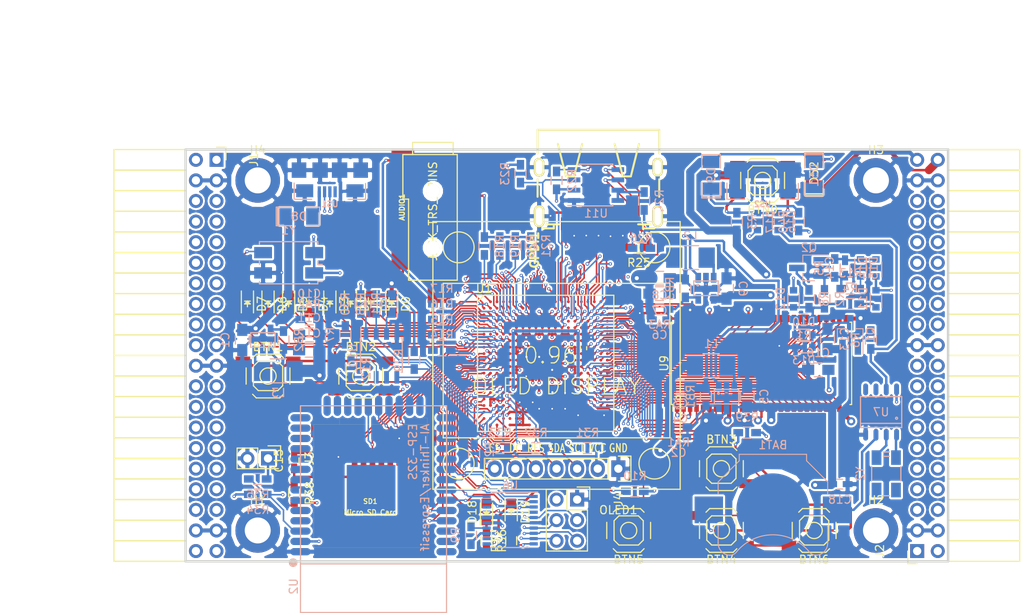
<source format=kicad_pcb>
(kicad_pcb (version 4) (host pcbnew 4.0.5+dfsg1-4)
  (layers (0 F.Cu signal) (1 In1.Cu signal) (2 In2.Cu signal) (31 B.Cu signal) (34 B.Paste user) (35 F.Paste user) (36 B.SilkS user) (37 F.SilkS user) (38 B.Mask user) (39 F.Mask user) (44 Edge.Cuts user))
  (net 0 "")
  (net 1 GND)
  (net 2 +5V)
  (net 3 /gpio/IN5V)
  (net 4 /gpio/OUT5V)
  (net 5 +3V3)
  (net 6 "Net-(L1-Pad1)")
  (net 7 "Net-(L2-Pad1)")
  (net 8 +1V2)
  (net 9 BTN_D)
  (net 10 BTN_F1)
  (net 11 BTN_F2)
  (net 12 BTN_L)
  (net 13 BTN_R)
  (net 14 BTN_U)
  (net 15 /power/FB1)
  (net 16 +2V5)
  (net 17 "Net-(L3-Pad1)")
  (net 18 /power/PWREN)
  (net 19 /power/FB3)
  (net 20 /power/FB2)
  (net 21 "Net-(D9-Pad1)")
  (net 22 /power/VBAT)
  (net 23 JTAG_TDI)
  (net 24 JTAG_TCK)
  (net 25 JTAG_TMS)
  (net 26 JTAG_TDO)
  (net 27 /power/WAKEUPn)
  (net 28 /power/WKUP)
  (net 29 /power/SHUT)
  (net 30 /power/WAKE)
  (net 31 /power/HOLD)
  (net 32 /power/WKn)
  (net 33 /power/OSCI_32k)
  (net 34 /power/OSCO_32k)
  (net 35 "Net-(Q2-Pad3)")
  (net 36 SHUTDOWN)
  (net 37 /analog/AUDIO_L)
  (net 38 /analog/AUDIO_R)
  (net 39 GPDI_5V_SCL)
  (net 40 GPDI_5V_SDA)
  (net 41 GPDI_SDA)
  (net 42 GPDI_SCL)
  (net 43 /gpdi/VREF2)
  (net 44 SD_CMD)
  (net 45 SD_CLK)
  (net 46 SD_D0)
  (net 47 SD_D1)
  (net 48 USB5V)
  (net 49 "Net-(BTN0-Pad1)")
  (net 50 GPDI_CEC)
  (net 51 nRESET)
  (net 52 FTDI_nDTR)
  (net 53 SDRAM_CKE)
  (net 54 SDRAM_A7)
  (net 55 SDRAM_D15)
  (net 56 SDRAM_BA1)
  (net 57 SDRAM_D7)
  (net 58 SDRAM_A6)
  (net 59 SDRAM_CLK)
  (net 60 SDRAM_D13)
  (net 61 SDRAM_BA0)
  (net 62 SDRAM_D6)
  (net 63 SDRAM_A5)
  (net 64 SDRAM_D14)
  (net 65 SDRAM_A11)
  (net 66 SDRAM_D12)
  (net 67 SDRAM_D5)
  (net 68 SDRAM_A4)
  (net 69 SDRAM_A10)
  (net 70 SDRAM_D11)
  (net 71 SDRAM_A3)
  (net 72 SDRAM_D4)
  (net 73 SDRAM_D10)
  (net 74 SDRAM_D9)
  (net 75 SDRAM_A9)
  (net 76 SDRAM_D3)
  (net 77 SDRAM_D8)
  (net 78 SDRAM_A8)
  (net 79 SDRAM_A2)
  (net 80 SDRAM_A1)
  (net 81 SDRAM_A0)
  (net 82 SDRAM_D2)
  (net 83 SDRAM_D1)
  (net 84 SDRAM_D0)
  (net 85 SDRAM_DQM0)
  (net 86 SDRAM_nCS)
  (net 87 SDRAM_nRAS)
  (net 88 SDRAM_DQM1)
  (net 89 SDRAM_nCAS)
  (net 90 SDRAM_nWE)
  (net 91 /flash/FLASH_nWP)
  (net 92 /flash/FLASH_nHOLD)
  (net 93 /flash/FLASH_MOSI)
  (net 94 /flash/FLASH_MISO)
  (net 95 /flash/FLASH_SCK)
  (net 96 /flash/FLASH_nCS)
  (net 97 /flash/FPGA_PROGRAMN)
  (net 98 /flash/FPGA_DONE)
  (net 99 /flash/FPGA_INITN)
  (net 100 OLED_RES)
  (net 101 OLED_DC)
  (net 102 OLED_CS)
  (net 103 WIFI_EN)
  (net 104 FTDI_nRTS)
  (net 105 FTDI_TXD)
  (net 106 FTDI_RXD)
  (net 107 WIFI_RXD)
  (net 108 WIFI_GPIO0)
  (net 109 WIFI_TXD)
  (net 110 GPDI_ETH-)
  (net 111 GPDI_ETH+)
  (net 112 GPDI_D2+)
  (net 113 GPDI_D2-)
  (net 114 GPDI_D1+)
  (net 115 GPDI_D1-)
  (net 116 GPDI_D0+)
  (net 117 GPDI_D0-)
  (net 118 GPDI_CLK+)
  (net 119 GPDI_CLK-)
  (net 120 USB_FTDI_D+)
  (net 121 USB_FTDI_D-)
  (net 122 J1_17-)
  (net 123 J1_17+)
  (net 124 J1_23-)
  (net 125 J1_23+)
  (net 126 J1_25-)
  (net 127 J1_25+)
  (net 128 J1_27-)
  (net 129 J1_27+)
  (net 130 J1_29-)
  (net 131 J1_29+)
  (net 132 J1_31-)
  (net 133 J1_31+)
  (net 134 J1_33-)
  (net 135 J1_33+)
  (net 136 J1_35-)
  (net 137 J1_35+)
  (net 138 J2_5-)
  (net 139 J2_5+)
  (net 140 J2_7-)
  (net 141 J2_7+)
  (net 142 J2_9-)
  (net 143 J2_9+)
  (net 144 J2_13-)
  (net 145 J2_13+)
  (net 146 J2_17-)
  (net 147 J2_17+)
  (net 148 J2_11-)
  (net 149 J2_11+)
  (net 150 J2_23-)
  (net 151 J2_23+)
  (net 152 J1_5-)
  (net 153 J1_5+)
  (net 154 J1_7-)
  (net 155 J1_7+)
  (net 156 J1_9-)
  (net 157 J1_9+)
  (net 158 J1_11-)
  (net 159 J1_11+)
  (net 160 J1_13-)
  (net 161 J1_13+)
  (net 162 J1_15-)
  (net 163 J1_15+)
  (net 164 J2_15-)
  (net 165 J2_15+)
  (net 166 J2_25-)
  (net 167 J2_25+)
  (net 168 J2_27-)
  (net 169 J2_27+)
  (net 170 J2_29-)
  (net 171 J2_29+)
  (net 172 J2_31-)
  (net 173 J2_31+)
  (net 174 J2_33-)
  (net 175 J2_33+)
  (net 176 J2_35-)
  (net 177 J2_35+)
  (net 178 SD_D3)
  (net 179 AUDIO_L3)
  (net 180 AUDIO_L2)
  (net 181 AUDIO_L1)
  (net 182 AUDIO_L0)
  (net 183 AUDIO_R3)
  (net 184 AUDIO_R2)
  (net 185 AUDIO_R1)
  (net 186 AUDIO_R0)
  (net 187 OLED_CLK)
  (net 188 OLED_MOSI)
  (net 189 LED0)
  (net 190 LED1)
  (net 191 LED2)
  (net 192 LED3)
  (net 193 LED4)
  (net 194 LED5)
  (net 195 LED6)
  (net 196 LED7)
  (net 197 BTN_PWRn)
  (net 198 "Net-(J3-Pad1)")
  (net 199 FTDI_nTXLED)
  (net 200 FTDI_nSLEEP)
  (net 201 /blinkey/LED_PWREN)
  (net 202 /blinkey/LED_TXLED)
  (net 203 FT3V3)
  (net 204 /sdcard/SD3V3)
  (net 205 SD_D2)
  (net 206 CLK_25MHz)
  (net 207 /blinkey/BTNPUL)
  (net 208 /blinkey/BTNPUR)
  (net 209 USB_FPGA_D+)
  (net 210 /power/FTDI_nSUSPEND)
  (module lfe5bg381:BGA-381_pitch0.8mm_dia0.4mm (layer F.Cu) (at 138.48 87.8)
    (fp_text reference U1 (at -7.6 -9.2) (layer F.SilkS))
    (fp_text value LFE5U-25F-6BG381C)
    (pad A2 smd circle (at -6.8 -7.6) (size 0.35 0.35) (layers F.Cu F.Paste F.Mask) (net 129 J1_27+))
    (pad A3 smd circle (at -6 -7.6) (size 0.35 0.35) (layers F.Cu F.Paste F.Mask) (net 183 AUDIO_R3))
    (pad A4 smd circle (at -5.2 -7.6) (size 0.35 0.35) (layers F.Cu F.Paste F.Mask) (net 127 J1_25+))
    (pad A5 smd circle (at -4.4 -7.6) (size 0.35 0.35) (layers F.Cu F.Paste F.Mask) (net 126 J1_25-))
    (pad A6 smd circle (at -3.6 -7.6) (size 0.35 0.35) (layers F.Cu F.Paste F.Mask) (net 125 J1_23+))
    (pad A7 smd circle (at -2.8 -7.6) (size 0.35 0.35) (layers F.Cu F.Paste F.Mask) (net 161 J1_13+))
    (pad A8 smd circle (at -2 -7.6) (size 0.35 0.35) (layers F.Cu F.Paste F.Mask) (net 160 J1_13-))
    (pad A9 smd circle (at -1.2 -7.6) (size 0.35 0.35) (layers F.Cu F.Paste F.Mask) (net 156 J1_9-))
    (pad A10 smd circle (at -0.4 -7.6) (size 0.35 0.35) (layers F.Cu F.Paste F.Mask) (net 155 J1_7+))
    (pad A11 smd circle (at 0.4 -7.6) (size 0.35 0.35) (layers F.Cu F.Paste F.Mask) (net 154 J1_7-))
    (pad A12 smd circle (at 1.2 -7.6) (size 0.35 0.35) (layers F.Cu F.Paste F.Mask) (net 111 GPDI_ETH+))
    (pad A13 smd circle (at 2 -7.6) (size 0.35 0.35) (layers F.Cu F.Paste F.Mask) (net 110 GPDI_ETH-))
    (pad A14 smd circle (at 2.8 -7.6) (size 0.35 0.35) (layers F.Cu F.Paste F.Mask) (net 112 GPDI_D2+))
    (pad A15 smd circle (at 3.6 -7.6) (size 0.35 0.35) (layers F.Cu F.Paste F.Mask))
    (pad A16 smd circle (at 4.4 -7.6) (size 0.35 0.35) (layers F.Cu F.Paste F.Mask) (net 114 GPDI_D1+))
    (pad A17 smd circle (at 5.2 -7.6) (size 0.35 0.35) (layers F.Cu F.Paste F.Mask) (net 116 GPDI_D0+))
    (pad A18 smd circle (at 6 -7.6) (size 0.35 0.35) (layers F.Cu F.Paste F.Mask) (net 118 GPDI_CLK+))
    (pad A19 smd circle (at 6.8 -7.6) (size 0.35 0.35) (layers F.Cu F.Paste F.Mask) (net 50 GPDI_CEC))
    (pad B1 smd circle (at -7.6 -6.8) (size 0.35 0.35) (layers F.Cu F.Paste F.Mask) (net 128 J1_27-))
    (pad B2 smd circle (at -6.8 -6.8) (size 0.35 0.35) (layers F.Cu F.Paste F.Mask) (net 189 LED0))
    (pad B3 smd circle (at -6 -6.8) (size 0.35 0.35) (layers F.Cu F.Paste F.Mask) (net 182 AUDIO_L0))
    (pad B4 smd circle (at -5.2 -6.8) (size 0.35 0.35) (layers F.Cu F.Paste F.Mask) (net 130 J1_29-))
    (pad B5 smd circle (at -4.4 -6.8) (size 0.35 0.35) (layers F.Cu F.Paste F.Mask) (net 184 AUDIO_R2))
    (pad B6 smd circle (at -3.6 -6.8) (size 0.35 0.35) (layers F.Cu F.Paste F.Mask) (net 124 J1_23-))
    (pad B7 smd circle (at -2.8 -6.8) (size 0.35 0.35) (layers F.Cu F.Paste F.Mask) (net 1 GND))
    (pad B8 smd circle (at -2 -6.8) (size 0.35 0.35) (layers F.Cu F.Paste F.Mask) (net 162 J1_15-))
    (pad B9 smd circle (at -1.2 -6.8) (size 0.35 0.35) (layers F.Cu F.Paste F.Mask) (net 159 J1_11+))
    (pad B10 smd circle (at -0.4 -6.8) (size 0.35 0.35) (layers F.Cu F.Paste F.Mask) (net 157 J1_9+))
    (pad B11 smd circle (at 0.4 -6.8) (size 0.35 0.35) (layers F.Cu F.Paste F.Mask) (net 153 J1_5+))
    (pad B12 smd circle (at 1.2 -6.8) (size 0.35 0.35) (layers F.Cu F.Paste F.Mask))
    (pad B13 smd circle (at 2 -6.8) (size 0.35 0.35) (layers F.Cu F.Paste F.Mask) (net 175 J2_33+))
    (pad B14 smd circle (at 2.8 -6.8) (size 0.35 0.35) (layers F.Cu F.Paste F.Mask) (net 1 GND))
    (pad B15 smd circle (at 3.6 -6.8) (size 0.35 0.35) (layers F.Cu F.Paste F.Mask) (net 173 J2_31+))
    (pad B16 smd circle (at 4.4 -6.8) (size 0.35 0.35) (layers F.Cu F.Paste F.Mask) (net 115 GPDI_D1-))
    (pad B17 smd circle (at 5.2 -6.8) (size 0.35 0.35) (layers F.Cu F.Paste F.Mask) (net 169 J2_27+))
    (pad B18 smd circle (at 6 -6.8) (size 0.35 0.35) (layers F.Cu F.Paste F.Mask) (net 117 GPDI_D0-))
    (pad B19 smd circle (at 6.8 -6.8) (size 0.35 0.35) (layers F.Cu F.Paste F.Mask) (net 119 GPDI_CLK-))
    (pad B20 smd circle (at 7.6 -6.8) (size 0.35 0.35) (layers F.Cu F.Paste F.Mask) (net 41 GPDI_SDA))
    (pad C1 smd circle (at -7.6 -6) (size 0.35 0.35) (layers F.Cu F.Paste F.Mask) (net 191 LED2))
    (pad C2 smd circle (at -6.8 -6) (size 0.35 0.35) (layers F.Cu F.Paste F.Mask) (net 190 LED1))
    (pad C3 smd circle (at -6 -6) (size 0.35 0.35) (layers F.Cu F.Paste F.Mask) (net 181 AUDIO_L1))
    (pad C4 smd circle (at -5.2 -6) (size 0.35 0.35) (layers F.Cu F.Paste F.Mask) (net 131 J1_29+))
    (pad C5 smd circle (at -4.4 -6) (size 0.35 0.35) (layers F.Cu F.Paste F.Mask) (net 186 AUDIO_R0))
    (pad C6 smd circle (at -3.6 -6) (size 0.35 0.35) (layers F.Cu F.Paste F.Mask) (net 123 J1_17+))
    (pad C7 smd circle (at -2.8 -6) (size 0.35 0.35) (layers F.Cu F.Paste F.Mask) (net 122 J1_17-))
    (pad C8 smd circle (at -2 -6) (size 0.35 0.35) (layers F.Cu F.Paste F.Mask) (net 163 J1_15+))
    (pad C9 smd circle (at -1.2 -6) (size 0.35 0.35) (layers F.Cu F.Paste F.Mask))
    (pad C10 smd circle (at -0.4 -6) (size 0.35 0.35) (layers F.Cu F.Paste F.Mask) (net 158 J1_11-))
    (pad C11 smd circle (at 0.4 -6) (size 0.35 0.35) (layers F.Cu F.Paste F.Mask) (net 152 J1_5-))
    (pad C12 smd circle (at 1.2 -6) (size 0.35 0.35) (layers F.Cu F.Paste F.Mask) (net 42 GPDI_SCL))
    (pad C13 smd circle (at 2 -6) (size 0.35 0.35) (layers F.Cu F.Paste F.Mask) (net 174 J2_33-))
    (pad C14 smd circle (at 2.8 -6) (size 0.35 0.35) (layers F.Cu F.Paste F.Mask) (net 113 GPDI_D2-))
    (pad C15 smd circle (at 3.6 -6) (size 0.35 0.35) (layers F.Cu F.Paste F.Mask) (net 172 J2_31-))
    (pad C16 smd circle (at 4.4 -6) (size 0.35 0.35) (layers F.Cu F.Paste F.Mask) (net 171 J2_29+))
    (pad C17 smd circle (at 5.2 -6) (size 0.35 0.35) (layers F.Cu F.Paste F.Mask) (net 168 J2_27-))
    (pad C18 smd circle (at 6 -6) (size 0.35 0.35) (layers F.Cu F.Paste F.Mask) (net 151 J2_23+))
    (pad C19 smd circle (at 6.8 -6) (size 0.35 0.35) (layers F.Cu F.Paste F.Mask) (net 1 GND))
    (pad C20 smd circle (at 7.6 -6) (size 0.35 0.35) (layers F.Cu F.Paste F.Mask) (net 64 SDRAM_D14))
    (pad D1 smd circle (at -7.6 -5.2) (size 0.35 0.35) (layers F.Cu F.Paste F.Mask) (net 193 LED4))
    (pad D2 smd circle (at -6.8 -5.2) (size 0.35 0.35) (layers F.Cu F.Paste F.Mask) (net 192 LED3))
    (pad D3 smd circle (at -6 -5.2) (size 0.35 0.35) (layers F.Cu F.Paste F.Mask) (net 180 AUDIO_L2))
    (pad D4 smd circle (at -5.2 -5.2) (size 0.35 0.35) (layers F.Cu F.Paste F.Mask) (net 1 GND))
    (pad D5 smd circle (at -4.4 -5.2) (size 0.35 0.35) (layers F.Cu F.Paste F.Mask) (net 185 AUDIO_R1))
    (pad D6 smd circle (at -3.6 -5.2) (size 0.35 0.35) (layers F.Cu F.Paste F.Mask) (net 197 BTN_PWRn))
    (pad D7 smd circle (at -2.8 -5.2) (size 0.35 0.35) (layers F.Cu F.Paste F.Mask))
    (pad D8 smd circle (at -2 -5.2) (size 0.35 0.35) (layers F.Cu F.Paste F.Mask))
    (pad D9 smd circle (at -1.2 -5.2) (size 0.35 0.35) (layers F.Cu F.Paste F.Mask))
    (pad D10 smd circle (at -0.4 -5.2) (size 0.35 0.35) (layers F.Cu F.Paste F.Mask))
    (pad D11 smd circle (at 0.4 -5.2) (size 0.35 0.35) (layers F.Cu F.Paste F.Mask))
    (pad D12 smd circle (at 1.2 -5.2) (size 0.35 0.35) (layers F.Cu F.Paste F.Mask))
    (pad D13 smd circle (at 2 -5.2) (size 0.35 0.35) (layers F.Cu F.Paste F.Mask) (net 177 J2_35+))
    (pad D14 smd circle (at 2.8 -5.2) (size 0.35 0.35) (layers F.Cu F.Paste F.Mask))
    (pad D15 smd circle (at 3.6 -5.2) (size 0.35 0.35) (layers F.Cu F.Paste F.Mask) (net 167 J2_25+))
    (pad D16 smd circle (at 4.4 -5.2) (size 0.35 0.35) (layers F.Cu F.Paste F.Mask) (net 170 J2_29-))
    (pad D17 smd circle (at 5.2 -5.2) (size 0.35 0.35) (layers F.Cu F.Paste F.Mask) (net 150 J2_23-))
    (pad D18 smd circle (at 6 -5.2) (size 0.35 0.35) (layers F.Cu F.Paste F.Mask) (net 147 J2_17+))
    (pad D19 smd circle (at 6.8 -5.2) (size 0.35 0.35) (layers F.Cu F.Paste F.Mask) (net 55 SDRAM_D15))
    (pad D20 smd circle (at 7.6 -5.2) (size 0.35 0.35) (layers F.Cu F.Paste F.Mask) (net 60 SDRAM_D13))
    (pad E1 smd circle (at -7.6 -4.4) (size 0.35 0.35) (layers F.Cu F.Paste F.Mask) (net 195 LED6))
    (pad E2 smd circle (at -6.8 -4.4) (size 0.35 0.35) (layers F.Cu F.Paste F.Mask) (net 194 LED5))
    (pad E3 smd circle (at -6 -4.4) (size 0.35 0.35) (layers F.Cu F.Paste F.Mask) (net 132 J1_31-))
    (pad E4 smd circle (at -5.2 -4.4) (size 0.35 0.35) (layers F.Cu F.Paste F.Mask) (net 179 AUDIO_L3))
    (pad E5 smd circle (at -4.4 -4.4) (size 0.35 0.35) (layers F.Cu F.Paste F.Mask))
    (pad E6 smd circle (at -3.6 -4.4) (size 0.35 0.35) (layers F.Cu F.Paste F.Mask))
    (pad E7 smd circle (at -2.8 -4.4) (size 0.35 0.35) (layers F.Cu F.Paste F.Mask))
    (pad E8 smd circle (at -2 -4.4) (size 0.35 0.35) (layers F.Cu F.Paste F.Mask))
    (pad E9 smd circle (at -1.2 -4.4) (size 0.35 0.35) (layers F.Cu F.Paste F.Mask))
    (pad E10 smd circle (at -0.4 -4.4) (size 0.35 0.35) (layers F.Cu F.Paste F.Mask))
    (pad E11 smd circle (at 0.4 -4.4) (size 0.35 0.35) (layers F.Cu F.Paste F.Mask))
    (pad E12 smd circle (at 1.2 -4.4) (size 0.35 0.35) (layers F.Cu F.Paste F.Mask))
    (pad E13 smd circle (at 2 -4.4) (size 0.35 0.35) (layers F.Cu F.Paste F.Mask) (net 176 J2_35-))
    (pad E14 smd circle (at 2.8 -4.4) (size 0.35 0.35) (layers F.Cu F.Paste F.Mask))
    (pad E15 smd circle (at 3.6 -4.4) (size 0.35 0.35) (layers F.Cu F.Paste F.Mask) (net 166 J2_25-))
    (pad E16 smd circle (at 4.4 -4.4) (size 0.35 0.35) (layers F.Cu F.Paste F.Mask))
    (pad E17 smd circle (at 5.2 -4.4) (size 0.35 0.35) (layers F.Cu F.Paste F.Mask) (net 146 J2_17-))
    (pad E18 smd circle (at 6 -4.4) (size 0.35 0.35) (layers F.Cu F.Paste F.Mask) (net 72 SDRAM_D4))
    (pad E19 smd circle (at 6.8 -4.4) (size 0.35 0.35) (layers F.Cu F.Paste F.Mask) (net 66 SDRAM_D12))
    (pad E20 smd circle (at 7.6 -4.4) (size 0.35 0.35) (layers F.Cu F.Paste F.Mask) (net 70 SDRAM_D11))
    (pad F1 smd circle (at -7.6 -3.6) (size 0.35 0.35) (layers F.Cu F.Paste F.Mask) (net 103 WIFI_EN))
    (pad F2 smd circle (at -6.8 -3.6) (size 0.35 0.35) (layers F.Cu F.Paste F.Mask))
    (pad F3 smd circle (at -6 -3.6) (size 0.35 0.35) (layers F.Cu F.Paste F.Mask) (net 134 J1_33-))
    (pad F4 smd circle (at -5.2 -3.6) (size 0.35 0.35) (layers F.Cu F.Paste F.Mask) (net 133 J1_31+))
    (pad F5 smd circle (at -4.4 -3.6) (size 0.35 0.35) (layers F.Cu F.Paste F.Mask))
    (pad F6 smd circle (at -3.6 -3.6) (size 0.35 0.35) (layers F.Cu F.Paste F.Mask) (net 16 +2V5))
    (pad F7 smd circle (at -2.8 -3.6) (size 0.35 0.35) (layers F.Cu F.Paste F.Mask) (net 1 GND))
    (pad F8 smd circle (at -2 -3.6) (size 0.35 0.35) (layers F.Cu F.Paste F.Mask) (net 1 GND))
    (pad F9 smd circle (at -1.2 -3.6) (size 0.35 0.35) (layers F.Cu F.Paste F.Mask) (net 5 +3V3))
    (pad F10 smd circle (at -0.4 -3.6) (size 0.35 0.35) (layers F.Cu F.Paste F.Mask) (net 5 +3V3))
    (pad F11 smd circle (at 0.4 -3.6) (size 0.35 0.35) (layers F.Cu F.Paste F.Mask) (net 5 +3V3))
    (pad F12 smd circle (at 1.2 -3.6) (size 0.35 0.35) (layers F.Cu F.Paste F.Mask) (net 5 +3V3))
    (pad F13 smd circle (at 2 -3.6) (size 0.35 0.35) (layers F.Cu F.Paste F.Mask) (net 1 GND))
    (pad F14 smd circle (at 2.8 -3.6) (size 0.35 0.35) (layers F.Cu F.Paste F.Mask) (net 1 GND))
    (pad F15 smd circle (at 3.6 -3.6) (size 0.35 0.35) (layers F.Cu F.Paste F.Mask) (net 16 +2V5))
    (pad F16 smd circle (at 4.4 -3.6) (size 0.35 0.35) (layers F.Cu F.Paste F.Mask))
    (pad F17 smd circle (at 5.2 -3.6) (size 0.35 0.35) (layers F.Cu F.Paste F.Mask) (net 165 J2_15+))
    (pad F18 smd circle (at 6 -3.6) (size 0.35 0.35) (layers F.Cu F.Paste F.Mask) (net 67 SDRAM_D5))
    (pad F19 smd circle (at 6.8 -3.6) (size 0.35 0.35) (layers F.Cu F.Paste F.Mask) (net 73 SDRAM_D10))
    (pad F20 smd circle (at 7.6 -3.6) (size 0.35 0.35) (layers F.Cu F.Paste F.Mask) (net 74 SDRAM_D9))
    (pad G1 smd circle (at -7.6 -2.8) (size 0.35 0.35) (layers F.Cu F.Paste F.Mask))
    (pad G2 smd circle (at -6.8 -2.8) (size 0.35 0.35) (layers F.Cu F.Paste F.Mask) (net 206 CLK_25MHz))
    (pad G3 smd circle (at -6 -2.8) (size 0.35 0.35) (layers F.Cu F.Paste F.Mask) (net 135 J1_33+))
    (pad G4 smd circle (at -5.2 -2.8) (size 0.35 0.35) (layers F.Cu F.Paste F.Mask) (net 1 GND))
    (pad G5 smd circle (at -4.4 -2.8) (size 0.35 0.35) (layers F.Cu F.Paste F.Mask) (net 136 J1_35-))
    (pad G6 smd circle (at -3.6 -2.8) (size 0.35 0.35) (layers F.Cu F.Paste F.Mask) (net 1 GND))
    (pad G7 smd circle (at -2.8 -2.8) (size 0.35 0.35) (layers F.Cu F.Paste F.Mask) (net 1 GND))
    (pad G8 smd circle (at -2 -2.8) (size 0.35 0.35) (layers F.Cu F.Paste F.Mask) (net 1 GND))
    (pad G9 smd circle (at -1.2 -2.8) (size 0.35 0.35) (layers F.Cu F.Paste F.Mask) (net 1 GND))
    (pad G10 smd circle (at -0.4 -2.8) (size 0.35 0.35) (layers F.Cu F.Paste F.Mask) (net 1 GND))
    (pad G11 smd circle (at 0.4 -2.8) (size 0.35 0.35) (layers F.Cu F.Paste F.Mask) (net 1 GND))
    (pad G12 smd circle (at 1.2 -2.8) (size 0.35 0.35) (layers F.Cu F.Paste F.Mask) (net 1 GND))
    (pad G13 smd circle (at 2 -2.8) (size 0.35 0.35) (layers F.Cu F.Paste F.Mask) (net 1 GND))
    (pad G14 smd circle (at 2.8 -2.8) (size 0.35 0.35) (layers F.Cu F.Paste F.Mask) (net 1 GND))
    (pad G15 smd circle (at 3.6 -2.8) (size 0.35 0.35) (layers F.Cu F.Paste F.Mask) (net 1 GND))
    (pad G16 smd circle (at 4.4 -2.8) (size 0.35 0.35) (layers F.Cu F.Paste F.Mask))
    (pad G17 smd circle (at 5.2 -2.8) (size 0.35 0.35) (layers F.Cu F.Paste F.Mask) (net 1 GND))
    (pad G18 smd circle (at 6 -2.8) (size 0.35 0.35) (layers F.Cu F.Paste F.Mask) (net 164 J2_15-))
    (pad G19 smd circle (at 6.8 -2.8) (size 0.35 0.35) (layers F.Cu F.Paste F.Mask) (net 77 SDRAM_D8))
    (pad G20 smd circle (at 7.6 -2.8) (size 0.35 0.35) (layers F.Cu F.Paste F.Mask) (net 88 SDRAM_DQM1))
    (pad H1 smd circle (at -7.6 -2) (size 0.35 0.35) (layers F.Cu F.Paste F.Mask) (net 178 SD_D3))
    (pad H2 smd circle (at -6.8 -2) (size 0.35 0.35) (layers F.Cu F.Paste F.Mask) (net 205 SD_D2))
    (pad H3 smd circle (at -6 -2) (size 0.35 0.35) (layers F.Cu F.Paste F.Mask) (net 196 LED7))
    (pad H4 smd circle (at -5.2 -2) (size 0.35 0.35) (layers F.Cu F.Paste F.Mask) (net 137 J1_35+))
    (pad H5 smd circle (at -4.4 -2) (size 0.35 0.35) (layers F.Cu F.Paste F.Mask))
    (pad H6 smd circle (at -3.6 -2) (size 0.35 0.35) (layers F.Cu F.Paste F.Mask) (net 5 +3V3))
    (pad H7 smd circle (at -2.8 -2) (size 0.35 0.35) (layers F.Cu F.Paste F.Mask) (net 5 +3V3))
    (pad H8 smd circle (at -2 -2) (size 0.35 0.35) (layers F.Cu F.Paste F.Mask) (net 8 +1V2))
    (pad H9 smd circle (at -1.2 -2) (size 0.35 0.35) (layers F.Cu F.Paste F.Mask) (net 8 +1V2))
    (pad H10 smd circle (at -0.4 -2) (size 0.35 0.35) (layers F.Cu F.Paste F.Mask) (net 8 +1V2))
    (pad H11 smd circle (at 0.4 -2) (size 0.35 0.35) (layers F.Cu F.Paste F.Mask) (net 8 +1V2))
    (pad H12 smd circle (at 1.2 -2) (size 0.35 0.35) (layers F.Cu F.Paste F.Mask) (net 8 +1V2))
    (pad H13 smd circle (at 2 -2) (size 0.35 0.35) (layers F.Cu F.Paste F.Mask) (net 8 +1V2))
    (pad H14 smd circle (at 2.8 -2) (size 0.35 0.35) (layers F.Cu F.Paste F.Mask) (net 5 +3V3))
    (pad H15 smd circle (at 3.6 -2) (size 0.35 0.35) (layers F.Cu F.Paste F.Mask) (net 5 +3V3))
    (pad H16 smd circle (at 4.4 -2) (size 0.35 0.35) (layers F.Cu F.Paste F.Mask))
    (pad H17 smd circle (at 5.2 -2) (size 0.35 0.35) (layers F.Cu F.Paste F.Mask) (net 144 J2_13-))
    (pad H18 smd circle (at 6 -2) (size 0.35 0.35) (layers F.Cu F.Paste F.Mask) (net 145 J2_13+))
    (pad H19 smd circle (at 6.8 -2) (size 0.35 0.35) (layers F.Cu F.Paste F.Mask) (net 1 GND))
    (pad H20 smd circle (at 7.6 -2) (size 0.35 0.35) (layers F.Cu F.Paste F.Mask) (net 59 SDRAM_CLK))
    (pad J1 smd circle (at -7.6 -1.2) (size 0.35 0.35) (layers F.Cu F.Paste F.Mask) (net 45 SD_CLK))
    (pad J2 smd circle (at -6.8 -1.2) (size 0.35 0.35) (layers F.Cu F.Paste F.Mask) (net 1 GND))
    (pad J3 smd circle (at -6 -1.2) (size 0.35 0.35) (layers F.Cu F.Paste F.Mask) (net 44 SD_CMD))
    (pad J4 smd circle (at -5.2 -1.2) (size 0.35 0.35) (layers F.Cu F.Paste F.Mask))
    (pad J5 smd circle (at -4.4 -1.2) (size 0.35 0.35) (layers F.Cu F.Paste F.Mask))
    (pad J6 smd circle (at -3.6 -1.2) (size 0.35 0.35) (layers F.Cu F.Paste F.Mask) (net 5 +3V3))
    (pad J7 smd circle (at -2.8 -1.2) (size 0.35 0.35) (layers F.Cu F.Paste F.Mask) (net 1 GND))
    (pad J8 smd circle (at -2 -1.2) (size 0.35 0.35) (layers F.Cu F.Paste F.Mask) (net 8 +1V2))
    (pad J9 smd circle (at -1.2 -1.2) (size 0.35 0.35) (layers F.Cu F.Paste F.Mask) (net 1 GND))
    (pad J10 smd circle (at -0.4 -1.2) (size 0.35 0.35) (layers F.Cu F.Paste F.Mask) (net 1 GND))
    (pad J11 smd circle (at 0.4 -1.2) (size 0.35 0.35) (layers F.Cu F.Paste F.Mask) (net 1 GND))
    (pad J12 smd circle (at 1.2 -1.2) (size 0.35 0.35) (layers F.Cu F.Paste F.Mask) (net 1 GND))
    (pad J13 smd circle (at 2 -1.2) (size 0.35 0.35) (layers F.Cu F.Paste F.Mask) (net 8 +1V2))
    (pad J14 smd circle (at 2.8 -1.2) (size 0.35 0.35) (layers F.Cu F.Paste F.Mask) (net 1 GND))
    (pad J15 smd circle (at 3.6 -1.2) (size 0.35 0.35) (layers F.Cu F.Paste F.Mask) (net 5 +3V3))
    (pad J16 smd circle (at 4.4 -1.2) (size 0.35 0.35) (layers F.Cu F.Paste F.Mask))
    (pad J17 smd circle (at 5.2 -1.2) (size 0.35 0.35) (layers F.Cu F.Paste F.Mask))
    (pad J18 smd circle (at 6 -1.2) (size 0.35 0.35) (layers F.Cu F.Paste F.Mask) (net 76 SDRAM_D3))
    (pad J19 smd circle (at 6.8 -1.2) (size 0.35 0.35) (layers F.Cu F.Paste F.Mask) (net 53 SDRAM_CKE))
    (pad J20 smd circle (at 7.6 -1.2) (size 0.35 0.35) (layers F.Cu F.Paste F.Mask) (net 65 SDRAM_A11))
    (pad K1 smd circle (at -7.6 -0.4) (size 0.35 0.35) (layers F.Cu F.Paste F.Mask) (net 47 SD_D1))
    (pad K2 smd circle (at -6.8 -0.4) (size 0.35 0.35) (layers F.Cu F.Paste F.Mask) (net 46 SD_D0))
    (pad K3 smd circle (at -6 -0.4) (size 0.35 0.35) (layers F.Cu F.Paste F.Mask) (net 107 WIFI_RXD))
    (pad K4 smd circle (at -5.2 -0.4) (size 0.35 0.35) (layers F.Cu F.Paste F.Mask) (net 109 WIFI_TXD))
    (pad K5 smd circle (at -4.4 -0.4) (size 0.35 0.35) (layers F.Cu F.Paste F.Mask))
    (pad K6 smd circle (at -3.6 -0.4) (size 0.35 0.35) (layers F.Cu F.Paste F.Mask) (net 1 GND))
    (pad K7 smd circle (at -2.8 -0.4) (size 0.35 0.35) (layers F.Cu F.Paste F.Mask) (net 1 GND))
    (pad K8 smd circle (at -2 -0.4) (size 0.35 0.35) (layers F.Cu F.Paste F.Mask) (net 8 +1V2))
    (pad K9 smd circle (at -1.2 -0.4) (size 0.35 0.35) (layers F.Cu F.Paste F.Mask) (net 1 GND))
    (pad K10 smd circle (at -0.4 -0.4) (size 0.35 0.35) (layers F.Cu F.Paste F.Mask) (net 1 GND))
    (pad K11 smd circle (at 0.4 -0.4) (size 0.35 0.35) (layers F.Cu F.Paste F.Mask) (net 1 GND))
    (pad K12 smd circle (at 1.2 -0.4) (size 0.35 0.35) (layers F.Cu F.Paste F.Mask) (net 1 GND))
    (pad K13 smd circle (at 2 -0.4) (size 0.35 0.35) (layers F.Cu F.Paste F.Mask) (net 8 +1V2))
    (pad K14 smd circle (at 2.8 -0.4) (size 0.35 0.35) (layers F.Cu F.Paste F.Mask) (net 1 GND))
    (pad K15 smd circle (at 3.6 -0.4) (size 0.35 0.35) (layers F.Cu F.Paste F.Mask) (net 1 GND))
    (pad K16 smd circle (at 4.4 -0.4) (size 0.35 0.35) (layers F.Cu F.Paste F.Mask))
    (pad K17 smd circle (at 5.2 -0.4) (size 0.35 0.35) (layers F.Cu F.Paste F.Mask))
    (pad K18 smd circle (at 6 -0.4) (size 0.35 0.35) (layers F.Cu F.Paste F.Mask) (net 82 SDRAM_D2))
    (pad K19 smd circle (at 6.8 -0.4) (size 0.35 0.35) (layers F.Cu F.Paste F.Mask) (net 75 SDRAM_A9))
    (pad K20 smd circle (at 7.6 -0.4) (size 0.35 0.35) (layers F.Cu F.Paste F.Mask) (net 78 SDRAM_A8))
    (pad L1 smd circle (at -7.6 0.4) (size 0.35 0.35) (layers F.Cu F.Paste F.Mask))
    (pad L2 smd circle (at -6.8 0.4) (size 0.35 0.35) (layers F.Cu F.Paste F.Mask) (net 108 WIFI_GPIO0))
    (pad L3 smd circle (at -6 0.4) (size 0.35 0.35) (layers F.Cu F.Paste F.Mask))
    (pad L4 smd circle (at -5.2 0.4) (size 0.35 0.35) (layers F.Cu F.Paste F.Mask) (net 106 FTDI_RXD))
    (pad L5 smd circle (at -4.4 0.4) (size 0.35 0.35) (layers F.Cu F.Paste F.Mask))
    (pad L6 smd circle (at -3.6 0.4) (size 0.35 0.35) (layers F.Cu F.Paste F.Mask) (net 5 +3V3))
    (pad L7 smd circle (at -2.8 0.4) (size 0.35 0.35) (layers F.Cu F.Paste F.Mask) (net 5 +3V3))
    (pad L8 smd circle (at -2 0.4) (size 0.35 0.35) (layers F.Cu F.Paste F.Mask) (net 8 +1V2))
    (pad L9 smd circle (at -1.2 0.4) (size 0.35 0.35) (layers F.Cu F.Paste F.Mask) (net 1 GND))
    (pad L10 smd circle (at -0.4 0.4) (size 0.35 0.35) (layers F.Cu F.Paste F.Mask) (net 1 GND))
    (pad L11 smd circle (at 0.4 0.4) (size 0.35 0.35) (layers F.Cu F.Paste F.Mask) (net 1 GND))
    (pad L12 smd circle (at 1.2 0.4) (size 0.35 0.35) (layers F.Cu F.Paste F.Mask) (net 1 GND))
    (pad L13 smd circle (at 2 0.4) (size 0.35 0.35) (layers F.Cu F.Paste F.Mask) (net 8 +1V2))
    (pad L14 smd circle (at 2.8 0.4) (size 0.35 0.35) (layers F.Cu F.Paste F.Mask) (net 5 +3V3))
    (pad L15 smd circle (at 3.6 0.4) (size 0.35 0.35) (layers F.Cu F.Paste F.Mask) (net 5 +3V3))
    (pad L16 smd circle (at 4.4 0.4) (size 0.35 0.35) (layers F.Cu F.Paste F.Mask) (net 149 J2_11+))
    (pad L17 smd circle (at 5.2 0.4) (size 0.35 0.35) (layers F.Cu F.Paste F.Mask) (net 148 J2_11-))
    (pad L18 smd circle (at 6 0.4) (size 0.35 0.35) (layers F.Cu F.Paste F.Mask) (net 83 SDRAM_D1))
    (pad L19 smd circle (at 6.8 0.4) (size 0.35 0.35) (layers F.Cu F.Paste F.Mask) (net 54 SDRAM_A7))
    (pad L20 smd circle (at 7.6 0.4) (size 0.35 0.35) (layers F.Cu F.Paste F.Mask) (net 58 SDRAM_A6))
    (pad M1 smd circle (at -7.6 1.2) (size 0.35 0.35) (layers F.Cu F.Paste F.Mask) (net 105 FTDI_TXD))
    (pad M2 smd circle (at -6.8 1.2) (size 0.35 0.35) (layers F.Cu F.Paste F.Mask) (net 1 GND))
    (pad M3 smd circle (at -6 1.2) (size 0.35 0.35) (layers F.Cu F.Paste F.Mask) (net 104 FTDI_nRTS))
    (pad M4 smd circle (at -5.2 1.2) (size 0.35 0.35) (layers F.Cu F.Paste F.Mask))
    (pad M5 smd circle (at -4.4 1.2) (size 0.35 0.35) (layers F.Cu F.Paste F.Mask))
    (pad M6 smd circle (at -3.6 1.2) (size 0.35 0.35) (layers F.Cu F.Paste F.Mask) (net 5 +3V3))
    (pad M7 smd circle (at -2.8 1.2) (size 0.35 0.35) (layers F.Cu F.Paste F.Mask) (net 1 GND))
    (pad M8 smd circle (at -2 1.2) (size 0.35 0.35) (layers F.Cu F.Paste F.Mask) (net 8 +1V2))
    (pad M9 smd circle (at -1.2 1.2) (size 0.35 0.35) (layers F.Cu F.Paste F.Mask) (net 1 GND))
    (pad M10 smd circle (at -0.4 1.2) (size 0.35 0.35) (layers F.Cu F.Paste F.Mask) (net 1 GND))
    (pad M11 smd circle (at 0.4 1.2) (size 0.35 0.35) (layers F.Cu F.Paste F.Mask) (net 1 GND))
    (pad M12 smd circle (at 1.2 1.2) (size 0.35 0.35) (layers F.Cu F.Paste F.Mask) (net 1 GND))
    (pad M13 smd circle (at 2 1.2) (size 0.35 0.35) (layers F.Cu F.Paste F.Mask) (net 8 +1V2))
    (pad M14 smd circle (at 2.8 1.2) (size 0.35 0.35) (layers F.Cu F.Paste F.Mask) (net 1 GND))
    (pad M15 smd circle (at 3.6 1.2) (size 0.35 0.35) (layers F.Cu F.Paste F.Mask) (net 5 +3V3))
    (pad M16 smd circle (at 4.4 1.2) (size 0.35 0.35) (layers F.Cu F.Paste F.Mask) (net 1 GND))
    (pad M17 smd circle (at 5.2 1.2) (size 0.35 0.35) (layers F.Cu F.Paste F.Mask) (net 142 J2_9-))
    (pad M18 smd circle (at 6 1.2) (size 0.35 0.35) (layers F.Cu F.Paste F.Mask) (net 84 SDRAM_D0))
    (pad M19 smd circle (at 6.8 1.2) (size 0.35 0.35) (layers F.Cu F.Paste F.Mask) (net 63 SDRAM_A5))
    (pad M20 smd circle (at 7.6 1.2) (size 0.35 0.35) (layers F.Cu F.Paste F.Mask) (net 68 SDRAM_A4))
    (pad N1 smd circle (at -7.6 2) (size 0.35 0.35) (layers F.Cu F.Paste F.Mask) (net 52 FTDI_nDTR))
    (pad N2 smd circle (at -6.8 2) (size 0.35 0.35) (layers F.Cu F.Paste F.Mask) (net 102 OLED_CS))
    (pad N3 smd circle (at -6 2) (size 0.35 0.35) (layers F.Cu F.Paste F.Mask))
    (pad N4 smd circle (at -5.2 2) (size 0.35 0.35) (layers F.Cu F.Paste F.Mask))
    (pad N5 smd circle (at -4.4 2) (size 0.35 0.35) (layers F.Cu F.Paste F.Mask))
    (pad N6 smd circle (at -3.6 2) (size 0.35 0.35) (layers F.Cu F.Paste F.Mask) (net 1 GND))
    (pad N7 smd circle (at -2.8 2) (size 0.35 0.35) (layers F.Cu F.Paste F.Mask) (net 1 GND))
    (pad N8 smd circle (at -2 2) (size 0.35 0.35) (layers F.Cu F.Paste F.Mask) (net 8 +1V2))
    (pad N9 smd circle (at -1.2 2) (size 0.35 0.35) (layers F.Cu F.Paste F.Mask) (net 8 +1V2))
    (pad N10 smd circle (at -0.4 2) (size 0.35 0.35) (layers F.Cu F.Paste F.Mask) (net 8 +1V2))
    (pad N11 smd circle (at 0.4 2) (size 0.35 0.35) (layers F.Cu F.Paste F.Mask) (net 8 +1V2))
    (pad N12 smd circle (at 1.2 2) (size 0.35 0.35) (layers F.Cu F.Paste F.Mask) (net 8 +1V2))
    (pad N13 smd circle (at 2 2) (size 0.35 0.35) (layers F.Cu F.Paste F.Mask) (net 8 +1V2))
    (pad N14 smd circle (at 2.8 2) (size 0.35 0.35) (layers F.Cu F.Paste F.Mask) (net 1 GND))
    (pad N15 smd circle (at 3.6 2) (size 0.35 0.35) (layers F.Cu F.Paste F.Mask) (net 1 GND))
    (pad N16 smd circle (at 4.4 2) (size 0.35 0.35) (layers F.Cu F.Paste F.Mask) (net 143 J2_9+))
    (pad N17 smd circle (at 5.2 2) (size 0.35 0.35) (layers F.Cu F.Paste F.Mask) (net 141 J2_7+))
    (pad N18 smd circle (at 6 2) (size 0.35 0.35) (layers F.Cu F.Paste F.Mask) (net 62 SDRAM_D6))
    (pad N19 smd circle (at 6.8 2) (size 0.35 0.35) (layers F.Cu F.Paste F.Mask) (net 71 SDRAM_A3))
    (pad N20 smd circle (at 7.6 2) (size 0.35 0.35) (layers F.Cu F.Paste F.Mask) (net 79 SDRAM_A2))
    (pad P1 smd circle (at -7.6 2.8) (size 0.35 0.35) (layers F.Cu F.Paste F.Mask) (net 101 OLED_DC))
    (pad P2 smd circle (at -6.8 2.8) (size 0.35 0.35) (layers F.Cu F.Paste F.Mask) (net 100 OLED_RES))
    (pad P3 smd circle (at -6 2.8) (size 0.35 0.35) (layers F.Cu F.Paste F.Mask) (net 188 OLED_MOSI))
    (pad P4 smd circle (at -5.2 2.8) (size 0.35 0.35) (layers F.Cu F.Paste F.Mask) (net 187 OLED_CLK))
    (pad P5 smd circle (at -4.4 2.8) (size 0.35 0.35) (layers F.Cu F.Paste F.Mask))
    (pad P6 smd circle (at -3.6 2.8) (size 0.35 0.35) (layers F.Cu F.Paste F.Mask) (net 16 +2V5))
    (pad P7 smd circle (at -2.8 2.8) (size 0.35 0.35) (layers F.Cu F.Paste F.Mask) (net 1 GND))
    (pad P8 smd circle (at -2 2.8) (size 0.35 0.35) (layers F.Cu F.Paste F.Mask) (net 1 GND))
    (pad P9 smd circle (at -1.2 2.8) (size 0.35 0.35) (layers F.Cu F.Paste F.Mask) (net 5 +3V3))
    (pad P10 smd circle (at -0.4 2.8) (size 0.35 0.35) (layers F.Cu F.Paste F.Mask) (net 5 +3V3))
    (pad P11 smd circle (at 0.4 2.8) (size 0.35 0.35) (layers F.Cu F.Paste F.Mask) (net 1 GND))
    (pad P12 smd circle (at 1.2 2.8) (size 0.35 0.35) (layers F.Cu F.Paste F.Mask) (net 1 GND))
    (pad P13 smd circle (at 2 2.8) (size 0.35 0.35) (layers F.Cu F.Paste F.Mask) (net 1 GND))
    (pad P14 smd circle (at 2.8 2.8) (size 0.35 0.35) (layers F.Cu F.Paste F.Mask) (net 1 GND))
    (pad P15 smd circle (at 3.6 2.8) (size 0.35 0.35) (layers F.Cu F.Paste F.Mask) (net 16 +2V5))
    (pad P16 smd circle (at 4.4 2.8) (size 0.35 0.35) (layers F.Cu F.Paste F.Mask) (net 140 J2_7-))
    (pad P17 smd circle (at 5.2 2.8) (size 0.35 0.35) (layers F.Cu F.Paste F.Mask))
    (pad P18 smd circle (at 6 2.8) (size 0.35 0.35) (layers F.Cu F.Paste F.Mask) (net 57 SDRAM_D7))
    (pad P19 smd circle (at 6.8 2.8) (size 0.35 0.35) (layers F.Cu F.Paste F.Mask) (net 80 SDRAM_A1))
    (pad P20 smd circle (at 7.6 2.8) (size 0.35 0.35) (layers F.Cu F.Paste F.Mask) (net 81 SDRAM_A0))
    (pad R1 smd circle (at -7.6 3.6) (size 0.35 0.35) (layers F.Cu F.Paste F.Mask) (net 10 BTN_F1))
    (pad R2 smd circle (at -6.8 3.6) (size 0.35 0.35) (layers F.Cu F.Paste F.Mask) (net 96 /flash/FLASH_nCS))
    (pad R3 smd circle (at -6 3.6) (size 0.35 0.35) (layers F.Cu F.Paste F.Mask))
    (pad R4 smd circle (at -5.2 3.6) (size 0.35 0.35) (layers F.Cu F.Paste F.Mask) (net 1 GND))
    (pad R5 smd circle (at -4.4 3.6) (size 0.35 0.35) (layers F.Cu F.Paste F.Mask) (net 23 JTAG_TDI))
    (pad R16 smd circle (at 4.4 3.6) (size 0.35 0.35) (layers F.Cu F.Paste F.Mask))
    (pad R17 smd circle (at 5.2 3.6) (size 0.35 0.35) (layers F.Cu F.Paste F.Mask))
    (pad R18 smd circle (at 6 3.6) (size 0.35 0.35) (layers F.Cu F.Paste F.Mask) (net 85 SDRAM_DQM0))
    (pad R19 smd circle (at 6.8 3.6) (size 0.35 0.35) (layers F.Cu F.Paste F.Mask) (net 1 GND))
    (pad R20 smd circle (at 7.6 3.6) (size 0.35 0.35) (layers F.Cu F.Paste F.Mask) (net 69 SDRAM_A10))
    (pad T1 smd circle (at -7.6 4.4) (size 0.35 0.35) (layers F.Cu F.Paste F.Mask) (net 11 BTN_F2))
    (pad T2 smd circle (at -6.8 4.4) (size 0.35 0.35) (layers F.Cu F.Paste F.Mask) (net 5 +3V3))
    (pad T3 smd circle (at -6 4.4) (size 0.35 0.35) (layers F.Cu F.Paste F.Mask) (net 5 +3V3))
    (pad T4 smd circle (at -5.2 4.4) (size 0.35 0.35) (layers F.Cu F.Paste F.Mask) (net 5 +3V3))
    (pad T5 smd circle (at -4.4 4.4) (size 0.35 0.35) (layers F.Cu F.Paste F.Mask) (net 24 JTAG_TCK))
    (pad T6 smd circle (at -3.6 4.4) (size 0.35 0.35) (layers F.Cu F.Paste F.Mask) (net 1 GND))
    (pad T7 smd circle (at -2.8 4.4) (size 0.35 0.35) (layers F.Cu F.Paste F.Mask) (net 1 GND))
    (pad T8 smd circle (at -2 4.4) (size 0.35 0.35) (layers F.Cu F.Paste F.Mask) (net 1 GND))
    (pad T9 smd circle (at -1.2 4.4) (size 0.35 0.35) (layers F.Cu F.Paste F.Mask) (net 1 GND))
    (pad T10 smd circle (at -0.4 4.4) (size 0.35 0.35) (layers F.Cu F.Paste F.Mask) (net 1 GND))
    (pad T11 smd circle (at 0.4 4.4) (size 0.35 0.35) (layers F.Cu F.Paste F.Mask))
    (pad T12 smd circle (at 1.2 4.4) (size 0.35 0.35) (layers F.Cu F.Paste F.Mask))
    (pad T13 smd circle (at 2 4.4) (size 0.35 0.35) (layers F.Cu F.Paste F.Mask))
    (pad T14 smd circle (at 2.8 4.4) (size 0.35 0.35) (layers F.Cu F.Paste F.Mask))
    (pad T15 smd circle (at 3.6 4.4) (size 0.35 0.35) (layers F.Cu F.Paste F.Mask))
    (pad T16 smd circle (at 4.4 4.4) (size 0.35 0.35) (layers F.Cu F.Paste F.Mask))
    (pad T17 smd circle (at 5.2 4.4) (size 0.35 0.35) (layers F.Cu F.Paste F.Mask) (net 89 SDRAM_nCAS))
    (pad T18 smd circle (at 6 4.4) (size 0.35 0.35) (layers F.Cu F.Paste F.Mask) (net 90 SDRAM_nWE))
    (pad T19 smd circle (at 6.8 4.4) (size 0.35 0.35) (layers F.Cu F.Paste F.Mask) (net 56 SDRAM_BA1))
    (pad T20 smd circle (at 7.6 4.4) (size 0.35 0.35) (layers F.Cu F.Paste F.Mask) (net 61 SDRAM_BA0))
    (pad U1 smd circle (at -7.6 5.2) (size 0.35 0.35) (layers F.Cu F.Paste F.Mask) (net 12 BTN_L))
    (pad U2 smd circle (at -6.8 5.2) (size 0.35 0.35) (layers F.Cu F.Paste F.Mask) (net 5 +3V3))
    (pad U3 smd circle (at -6 5.2) (size 0.35 0.35) (layers F.Cu F.Paste F.Mask) (net 95 /flash/FLASH_SCK))
    (pad U4 smd circle (at -5.2 5.2) (size 0.35 0.35) (layers F.Cu F.Paste F.Mask) (net 1 GND))
    (pad U5 smd circle (at -4.4 5.2) (size 0.35 0.35) (layers F.Cu F.Paste F.Mask) (net 25 JTAG_TMS))
    (pad U6 smd circle (at -3.6 5.2) (size 0.35 0.35) (layers F.Cu F.Paste F.Mask) (net 1 GND))
    (pad U7 smd circle (at -2.8 5.2) (size 0.35 0.35) (layers F.Cu F.Paste F.Mask) (net 1 GND))
    (pad U8 smd circle (at -2 5.2) (size 0.35 0.35) (layers F.Cu F.Paste F.Mask) (net 1 GND))
    (pad U9 smd circle (at -1.2 5.2) (size 0.35 0.35) (layers F.Cu F.Paste F.Mask) (net 1 GND))
    (pad U10 smd circle (at -0.4 5.2) (size 0.35 0.35) (layers F.Cu F.Paste F.Mask) (net 1 GND))
    (pad U11 smd circle (at 0.4 5.2) (size 0.35 0.35) (layers F.Cu F.Paste F.Mask) (net 1 GND))
    (pad U12 smd circle (at 1.2 5.2) (size 0.35 0.35) (layers F.Cu F.Paste F.Mask) (net 1 GND))
    (pad U13 smd circle (at 2 5.2) (size 0.35 0.35) (layers F.Cu F.Paste F.Mask) (net 1 GND))
    (pad U14 smd circle (at 2.8 5.2) (size 0.35 0.35) (layers F.Cu F.Paste F.Mask) (net 1 GND))
    (pad U15 smd circle (at 3.6 5.2) (size 0.35 0.35) (layers F.Cu F.Paste F.Mask))
    (pad U16 smd circle (at 4.4 5.2) (size 0.35 0.35) (layers F.Cu F.Paste F.Mask))
    (pad U17 smd circle (at 5.2 5.2) (size 0.35 0.35) (layers F.Cu F.Paste F.Mask) (net 138 J2_5-))
    (pad U18 smd circle (at 6 5.2) (size 0.35 0.35) (layers F.Cu F.Paste F.Mask) (net 139 J2_5+))
    (pad U19 smd circle (at 6.8 5.2) (size 0.35 0.35) (layers F.Cu F.Paste F.Mask) (net 86 SDRAM_nCS))
    (pad U20 smd circle (at 7.6 5.2) (size 0.35 0.35) (layers F.Cu F.Paste F.Mask) (net 87 SDRAM_nRAS))
    (pad V1 smd circle (at -7.6 6) (size 0.35 0.35) (layers F.Cu F.Paste F.Mask) (net 9 BTN_D))
    (pad V2 smd circle (at -6.8 6) (size 0.35 0.35) (layers F.Cu F.Paste F.Mask) (net 94 /flash/FLASH_MISO))
    (pad V3 smd circle (at -6 6) (size 0.35 0.35) (layers F.Cu F.Paste F.Mask) (net 99 /flash/FPGA_INITN))
    (pad V4 smd circle (at -5.2 6) (size 0.35 0.35) (layers F.Cu F.Paste F.Mask) (net 26 JTAG_TDO))
    (pad V5 smd circle (at -4.4 6) (size 0.35 0.35) (layers F.Cu F.Paste F.Mask) (net 1 GND))
    (pad V6 smd circle (at -3.6 6) (size 0.35 0.35) (layers F.Cu F.Paste F.Mask) (net 1 GND))
    (pad V7 smd circle (at -2.8 6) (size 0.35 0.35) (layers F.Cu F.Paste F.Mask) (net 1 GND))
    (pad V8 smd circle (at -2 6) (size 0.35 0.35) (layers F.Cu F.Paste F.Mask) (net 1 GND))
    (pad V9 smd circle (at -1.2 6) (size 0.35 0.35) (layers F.Cu F.Paste F.Mask) (net 1 GND))
    (pad V10 smd circle (at -0.4 6) (size 0.35 0.35) (layers F.Cu F.Paste F.Mask) (net 1 GND))
    (pad V11 smd circle (at 0.4 6) (size 0.35 0.35) (layers F.Cu F.Paste F.Mask) (net 1 GND))
    (pad V12 smd circle (at 1.2 6) (size 0.35 0.35) (layers F.Cu F.Paste F.Mask) (net 1 GND))
    (pad V13 smd circle (at 2 6) (size 0.35 0.35) (layers F.Cu F.Paste F.Mask) (net 1 GND))
    (pad V14 smd circle (at 2.8 6) (size 0.35 0.35) (layers F.Cu F.Paste F.Mask) (net 1 GND))
    (pad V15 smd circle (at 3.6 6) (size 0.35 0.35) (layers F.Cu F.Paste F.Mask) (net 1 GND))
    (pad V16 smd circle (at 4.4 6) (size 0.35 0.35) (layers F.Cu F.Paste F.Mask) (net 1 GND))
    (pad V17 smd circle (at 5.2 6) (size 0.35 0.35) (layers F.Cu F.Paste F.Mask))
    (pad V18 smd circle (at 6 6) (size 0.35 0.35) (layers F.Cu F.Paste F.Mask))
    (pad V19 smd circle (at 6.8 6) (size 0.35 0.35) (layers F.Cu F.Paste F.Mask) (net 1 GND))
    (pad V20 smd circle (at 7.6 6) (size 0.35 0.35) (layers F.Cu F.Paste F.Mask) (net 1 GND))
    (pad W1 smd circle (at -7.6 6.8) (size 0.35 0.35) (layers F.Cu F.Paste F.Mask) (net 14 BTN_U))
    (pad W2 smd circle (at -6.8 6.8) (size 0.35 0.35) (layers F.Cu F.Paste F.Mask) (net 93 /flash/FLASH_MOSI))
    (pad W3 smd circle (at -6 6.8) (size 0.35 0.35) (layers F.Cu F.Paste F.Mask) (net 97 /flash/FPGA_PROGRAMN))
    (pad W4 smd circle (at -5.2 6.8) (size 0.35 0.35) (layers F.Cu F.Paste F.Mask))
    (pad W5 smd circle (at -4.4 6.8) (size 0.35 0.35) (layers F.Cu F.Paste F.Mask))
    (pad W6 smd circle (at -3.6 6.8) (size 0.35 0.35) (layers F.Cu F.Paste F.Mask) (net 1 GND))
    (pad W7 smd circle (at -2.8 6.8) (size 0.35 0.35) (layers F.Cu F.Paste F.Mask) (net 1 GND))
    (pad W8 smd circle (at -2 6.8) (size 0.35 0.35) (layers F.Cu F.Paste F.Mask))
    (pad W9 smd circle (at -1.2 6.8) (size 0.35 0.35) (layers F.Cu F.Paste F.Mask))
    (pad W10 smd circle (at -0.4 6.8) (size 0.35 0.35) (layers F.Cu F.Paste F.Mask))
    (pad W11 smd circle (at 0.4 6.8) (size 0.35 0.35) (layers F.Cu F.Paste F.Mask))
    (pad W12 smd circle (at 1.2 6.8) (size 0.35 0.35) (layers F.Cu F.Paste F.Mask) (net 1 GND))
    (pad W13 smd circle (at 2 6.8) (size 0.35 0.35) (layers F.Cu F.Paste F.Mask))
    (pad W14 smd circle (at 2.8 6.8) (size 0.35 0.35) (layers F.Cu F.Paste F.Mask))
    (pad W15 smd circle (at 3.6 6.8) (size 0.35 0.35) (layers F.Cu F.Paste F.Mask) (net 1 GND))
    (pad W16 smd circle (at 4.4 6.8) (size 0.35 0.35) (layers F.Cu F.Paste F.Mask) (net 1 GND))
    (pad W17 smd circle (at 5.2 6.8) (size 0.35 0.35) (layers F.Cu F.Paste F.Mask))
    (pad W18 smd circle (at 6 6.8) (size 0.35 0.35) (layers F.Cu F.Paste F.Mask))
    (pad W19 smd circle (at 6.8 6.8) (size 0.35 0.35) (layers F.Cu F.Paste F.Mask) (net 1 GND))
    (pad W20 smd circle (at 7.6 6.8) (size 0.35 0.35) (layers F.Cu F.Paste F.Mask))
    (pad Y2 smd circle (at -6.8 7.6) (size 0.35 0.35) (layers F.Cu F.Paste F.Mask) (net 13 BTN_R))
    (pad Y3 smd circle (at -6 7.6) (size 0.35 0.35) (layers F.Cu F.Paste F.Mask) (net 98 /flash/FPGA_DONE))
    (pad Y5 smd circle (at -4.4 7.6) (size 0.35 0.35) (layers F.Cu F.Paste F.Mask) (net 1 GND))
    (pad Y6 smd circle (at -3.6 7.6) (size 0.35 0.35) (layers F.Cu F.Paste F.Mask) (net 1 GND))
    (pad Y7 smd circle (at -2.8 7.6) (size 0.35 0.35) (layers F.Cu F.Paste F.Mask) (net 1 GND))
    (pad Y8 smd circle (at -2 7.6) (size 0.35 0.35) (layers F.Cu F.Paste F.Mask) (net 1 GND))
    (pad Y11 smd circle (at 0.4 7.6) (size 0.35 0.35) (layers F.Cu F.Paste F.Mask) (net 1 GND))
    (pad Y12 smd circle (at 1.2 7.6) (size 0.35 0.35) (layers F.Cu F.Paste F.Mask) (net 1 GND))
    (pad Y14 smd circle (at 2.8 7.6) (size 0.35 0.35) (layers F.Cu F.Paste F.Mask))
    (pad Y15 smd circle (at 3.6 7.6) (size 0.35 0.35) (layers F.Cu F.Paste F.Mask))
    (pad Y16 smd circle (at 4.4 7.6) (size 0.35 0.35) (layers F.Cu F.Paste F.Mask))
    (pad Y17 smd circle (at 5.2 7.6) (size 0.35 0.35) (layers F.Cu F.Paste F.Mask))
    (pad Y19 smd circle (at 6.8 7.6) (size 0.35 0.35) (layers F.Cu F.Paste F.Mask))
  )
  (module Keystone_3000_1x12mm-CoinCell:Keystone_3000_1x12mm-CoinCell (layer B.Cu) (at 166.49 105.87 180)
    (fp_text reference BAT1 (at 0 8 180) (layer B.SilkS) (effects (justify mirror)))
    (fp_text value CR1225)
    (pad 1 smd rect (at -7.9 0 180) (size 3.5 3.3) (layers B.Cu B.Paste B.Mask) (net 22 /power/VBAT))
    (pad 1 smd rect (at 7.9 0 180) (size 3.5 3.3) (layers B.Cu B.Paste B.Mask) (net 22 /power/VBAT))
    (pad 2 smd circle (at 0 0 180) (size 9 9) (layers B.Cu B.Mask) (net 1 GND))
  )
  (module SMD_Packages:SMD-1206_Pol (layer F.Cu) (at 171.57 64.341 90)
    (fp_text reference D52 (at 0 0 90) (layer F.SilkS))
    (fp_text value 2A)
    (pad 1 smd rect (at -1.651 0 90) (size 1.524 2.032) (layers F.Cu F.Paste F.Mask) (net 4 /gpio/OUT5V))
    (pad 2 smd rect (at 1.651 0 90) (size 1.524 2.032) (layers F.Cu F.Paste F.Mask) (net 2 +5V))
  )
  (module SMD_Packages:SMD-1206_Pol (layer B.Cu) (at 171.57 64.595 270)
    (fp_text reference D51 (at 0 0 270) (layer B.SilkS) (effects (justify mirror)))
    (fp_text value 2A)
    (pad 1 smd rect (at -1.651 0 270) (size 1.524 2.032) (layers B.Cu B.Paste B.Mask) (net 2 +5V))
    (pad 2 smd rect (at 1.651 0 270) (size 1.524 2.032) (layers B.Cu B.Paste B.Mask) (net 3 /gpio/IN5V))
  )
  (module micro-sd:MicroSD_TF02D (layer F.Cu) (at 116.87 110.52 180)
    (fp_text reference SD1 (at 0 5.7 180) (layer F.SilkS) (effects (font (size 0.59944 0.59944) (thickness 0.12446))))
    (fp_text value Micro_SD_Card (at 0 4.35 180) (layer F.SilkS) (effects (font (size 0.59944 0.59944) (thickness 0.12446))))
    (pad 1 smd rect (at 1.94 11 180) (size 0.7 1.8) (layers F.Cu F.Paste F.Mask) (net 205 SD_D2))
    (pad 2 smd rect (at 0.84 11 180) (size 0.7 1.8) (layers F.Cu F.Paste F.Mask) (net 178 SD_D3))
    (pad 3 smd rect (at -0.26 11 180) (size 0.7 1.8) (layers F.Cu F.Paste F.Mask) (net 44 SD_CMD))
    (pad 4 smd rect (at -1.36 11 180) (size 0.7 1.8) (layers F.Cu F.Paste F.Mask) (net 204 /sdcard/SD3V3))
    (pad 5 smd rect (at -2.46 11 180) (size 0.7 1.8) (layers F.Cu F.Paste F.Mask) (net 45 SD_CLK))
    (pad 6 smd rect (at -3.56 11 180) (size 0.7 1.8) (layers F.Cu F.Paste F.Mask) (net 1 GND))
    (pad 7 smd rect (at -4.66 11 180) (size 0.7 1.8) (layers F.Cu F.Paste F.Mask) (net 46 SD_D0))
    (pad 8 smd rect (at -5.76 11 180) (size 0.7 1.8) (layers F.Cu F.Paste F.Mask) (net 47 SD_D1))
    (pad S smd rect (at -5.05 0.4 180) (size 1.6 1.4) (layers F.Cu F.Paste F.Mask))
    (pad S smd rect (at 0.75 0.4 180) (size 1.8 1.4) (layers F.Cu F.Paste F.Mask))
    (pad G smd rect (at -7.45 13.55 180) (size 1.4 1.9) (layers F.Cu F.Paste F.Mask))
    (pad G smd rect (at 6.6 14.55 180) (size 1.4 1.9) (layers F.Cu F.Paste F.Mask))
  )
  (module Resistors_SMD:R_1210_HandSoldering (layer B.Cu) (at 158.87 88.09 180)
    (fp_text reference L1 (at 0 2.7 180) (layer B.SilkS) (effects (justify mirror)))
    (fp_text value 2.2uH)
    (pad 1 smd rect (at -2 0 180) (size 2 2.5) (layers B.Cu B.Paste B.Mask) (net 6 "Net-(L1-Pad1)"))
    (pad 2 smd rect (at 2 0 180) (size 2 2.5) (layers B.Cu B.Paste B.Mask) (net 8 +1V2))
  )
  (module TSOT-25:TSOT-25 (layer B.Cu) (at 160.775 91.9)
    (fp_text reference U3 (at 0 -0.5) (layer B.SilkS) (effects (font (size 0.15 0.15) (thickness 0.0375)) (justify mirror)))
    (fp_text value AP3429A)
    (pad 1 smd rect (at -0.95 -1.3) (size 0.7 1.2) (layers B.Cu B.Paste B.Mask) (net 18 /power/PWREN))
    (pad 2 smd rect (at 0 -1.3) (size 0.7 1.2) (layers B.Cu B.Paste B.Mask) (net 1 GND))
    (pad 3 smd rect (at 0.95 -1.3) (size 0.7 1.2) (layers B.Cu B.Paste B.Mask) (net 6 "Net-(L1-Pad1)"))
    (pad 4 smd rect (at 0.95 1.3) (size 0.7 1.2) (layers B.Cu B.Paste B.Mask) (net 2 +5V))
    (pad 5 smd rect (at -0.95 1.3) (size 0.7 1.2) (layers B.Cu B.Paste B.Mask) (net 15 /power/FB1))
  )
  (module Resistors_SMD:R_1210_HandSoldering (layer B.Cu) (at 156.33 74.755 180)
    (fp_text reference L2 (at 0 2.7 180) (layer B.SilkS) (effects (justify mirror)))
    (fp_text value 2.2uH)
    (pad 1 smd rect (at -2 0 180) (size 2 2.5) (layers B.Cu B.Paste B.Mask) (net 7 "Net-(L2-Pad1)"))
    (pad 2 smd rect (at 2 0 180) (size 2 2.5) (layers B.Cu B.Paste B.Mask) (net 5 +3V3))
  )
  (module TSOT-25:TSOT-25 (layer B.Cu) (at 158.235 78.535)
    (fp_text reference U4 (at 0 -0.5) (layer B.SilkS) (effects (font (size 0.15 0.15) (thickness 0.0375)) (justify mirror)))
    (fp_text value AP3429A)
    (pad 1 smd rect (at -0.95 -1.3) (size 0.7 1.2) (layers B.Cu B.Paste B.Mask) (net 18 /power/PWREN))
    (pad 2 smd rect (at 0 -1.3) (size 0.7 1.2) (layers B.Cu B.Paste B.Mask) (net 1 GND))
    (pad 3 smd rect (at 0.95 -1.3) (size 0.7 1.2) (layers B.Cu B.Paste B.Mask) (net 7 "Net-(L2-Pad1)"))
    (pad 4 smd rect (at 0.95 1.3) (size 0.7 1.2) (layers B.Cu B.Paste B.Mask) (net 2 +5V))
    (pad 5 smd rect (at -0.95 1.3) (size 0.7 1.2) (layers B.Cu B.Paste B.Mask) (net 19 /power/FB3))
  )
  (module Buttons_Switches_SMD:SW_SPST_SKQG (layer F.Cu) (at 104.26 89.36)
    (fp_text reference BTN1 (at 0 -3.6) (layer F.SilkS))
    (fp_text value FIRE1)
    (pad 1 smd rect (at -3.1 -1.85) (size 1.8 1.1) (layers F.Cu F.Paste F.Mask) (net 207 /blinkey/BTNPUL))
    (pad 1 smd rect (at 3.1 -1.85) (size 1.8 1.1) (layers F.Cu F.Paste F.Mask) (net 207 /blinkey/BTNPUL))
    (pad 2 smd rect (at -3.1 1.85) (size 1.8 1.1) (layers F.Cu F.Paste F.Mask) (net 10 BTN_F1))
    (pad 2 smd rect (at 3.1 1.85) (size 1.8 1.1) (layers F.Cu F.Paste F.Mask) (net 10 BTN_F1))
  )
  (module Buttons_Switches_SMD:SW_SPST_SKQG (layer F.Cu) (at 115.69 89.36)
    (fp_text reference BTN2 (at 0 -3.6) (layer F.SilkS))
    (fp_text value FIRE2)
    (pad 1 smd rect (at -3.1 -1.85) (size 1.8 1.1) (layers F.Cu F.Paste F.Mask) (net 207 /blinkey/BTNPUL))
    (pad 1 smd rect (at 3.1 -1.85) (size 1.8 1.1) (layers F.Cu F.Paste F.Mask) (net 207 /blinkey/BTNPUL))
    (pad 2 smd rect (at -3.1 1.85) (size 1.8 1.1) (layers F.Cu F.Paste F.Mask) (net 11 BTN_F2))
    (pad 2 smd rect (at 3.1 1.85) (size 1.8 1.1) (layers F.Cu F.Paste F.Mask) (net 11 BTN_F2))
  )
  (module Buttons_Switches_SMD:SW_SPST_SKQG (layer F.Cu) (at 160.14 100.79)
    (fp_text reference BTN3 (at 0 -3.6) (layer F.SilkS))
    (fp_text value UP)
    (pad 1 smd rect (at -3.1 -1.85) (size 1.8 1.1) (layers F.Cu F.Paste F.Mask) (net 208 /blinkey/BTNPUR))
    (pad 1 smd rect (at 3.1 -1.85) (size 1.8 1.1) (layers F.Cu F.Paste F.Mask) (net 208 /blinkey/BTNPUR))
    (pad 2 smd rect (at -3.1 1.85) (size 1.8 1.1) (layers F.Cu F.Paste F.Mask) (net 14 BTN_U))
    (pad 2 smd rect (at 3.1 1.85) (size 1.8 1.1) (layers F.Cu F.Paste F.Mask) (net 14 BTN_U))
  )
  (module Buttons_Switches_SMD:SW_SPST_SKQG (layer F.Cu) (at 160.14 108.41 180)
    (fp_text reference BTN4 (at 0 -3.6 180) (layer F.SilkS))
    (fp_text value DOWN)
    (pad 1 smd rect (at -3.1 -1.85 180) (size 1.8 1.1) (layers F.Cu F.Paste F.Mask) (net 208 /blinkey/BTNPUR))
    (pad 1 smd rect (at 3.1 -1.85 180) (size 1.8 1.1) (layers F.Cu F.Paste F.Mask) (net 208 /blinkey/BTNPUR))
    (pad 2 smd rect (at -3.1 1.85 180) (size 1.8 1.1) (layers F.Cu F.Paste F.Mask) (net 9 BTN_D))
    (pad 2 smd rect (at 3.1 1.85 180) (size 1.8 1.1) (layers F.Cu F.Paste F.Mask) (net 9 BTN_D))
  )
  (module Buttons_Switches_SMD:SW_SPST_SKQG (layer F.Cu) (at 148.71 108.41 180)
    (fp_text reference BTN5 (at 0 -3.6 180) (layer F.SilkS))
    (fp_text value LEFT)
    (pad 1 smd rect (at -3.1 -1.85 180) (size 1.8 1.1) (layers F.Cu F.Paste F.Mask) (net 208 /blinkey/BTNPUR))
    (pad 1 smd rect (at 3.1 -1.85 180) (size 1.8 1.1) (layers F.Cu F.Paste F.Mask) (net 208 /blinkey/BTNPUR))
    (pad 2 smd rect (at -3.1 1.85 180) (size 1.8 1.1) (layers F.Cu F.Paste F.Mask) (net 12 BTN_L))
    (pad 2 smd rect (at 3.1 1.85 180) (size 1.8 1.1) (layers F.Cu F.Paste F.Mask) (net 12 BTN_L))
  )
  (module Buttons_Switches_SMD:SW_SPST_SKQG (layer F.Cu) (at 171.57 108.41 180)
    (fp_text reference BTN6 (at 0 -3.6 180) (layer F.SilkS))
    (fp_text value RIGHT)
    (pad 1 smd rect (at -3.1 -1.85 180) (size 1.8 1.1) (layers F.Cu F.Paste F.Mask) (net 208 /blinkey/BTNPUR))
    (pad 1 smd rect (at 3.1 -1.85 180) (size 1.8 1.1) (layers F.Cu F.Paste F.Mask) (net 208 /blinkey/BTNPUR))
    (pad 2 smd rect (at -3.1 1.85 180) (size 1.8 1.1) (layers F.Cu F.Paste F.Mask) (net 13 BTN_R))
    (pad 2 smd rect (at 3.1 1.85 180) (size 1.8 1.1) (layers F.Cu F.Paste F.Mask) (net 13 BTN_R))
  )
  (module LEDs:LED_0805 (layer F.Cu) (at 119.5 80.47 270)
    (fp_text reference D0 (at 0 -1.75 270) (layer F.SilkS))
    (fp_text value LED)
    (pad 2 smd rect (at 1.04902 0 90) (size 1.19888 1.19888) (layers F.Cu F.Paste F.Mask) (net 189 LED0))
    (pad 1 smd rect (at -1.04902 0 90) (size 1.19888 1.19888) (layers F.Cu F.Paste F.Mask) (net 1 GND))
  )
  (module LEDs:LED_0805 (layer F.Cu) (at 116.96 80.47 270)
    (fp_text reference D1 (at 0 -1.75 270) (layer F.SilkS))
    (fp_text value LED)
    (pad 2 smd rect (at 1.04902 0 90) (size 1.19888 1.19888) (layers F.Cu F.Paste F.Mask) (net 190 LED1))
    (pad 1 smd rect (at -1.04902 0 90) (size 1.19888 1.19888) (layers F.Cu F.Paste F.Mask) (net 1 GND))
  )
  (module LEDs:LED_0805 (layer F.Cu) (at 114.42 80.47 270)
    (fp_text reference D2 (at 0 -1.75 270) (layer F.SilkS))
    (fp_text value LED)
    (pad 2 smd rect (at 1.04902 0 90) (size 1.19888 1.19888) (layers F.Cu F.Paste F.Mask) (net 191 LED2))
    (pad 1 smd rect (at -1.04902 0 90) (size 1.19888 1.19888) (layers F.Cu F.Paste F.Mask) (net 1 GND))
  )
  (module LEDs:LED_0805 (layer F.Cu) (at 111.88 80.47 270)
    (fp_text reference D3 (at 0 -1.75 270) (layer F.SilkS))
    (fp_text value LED)
    (pad 2 smd rect (at 1.04902 0 90) (size 1.19888 1.19888) (layers F.Cu F.Paste F.Mask) (net 192 LED3))
    (pad 1 smd rect (at -1.04902 0 90) (size 1.19888 1.19888) (layers F.Cu F.Paste F.Mask) (net 1 GND))
  )
  (module LEDs:LED_0805 (layer F.Cu) (at 109.34 80.47 270)
    (fp_text reference D4 (at 0 -1.75 270) (layer F.SilkS))
    (fp_text value LED)
    (pad 2 smd rect (at 1.04902 0 90) (size 1.19888 1.19888) (layers F.Cu F.Paste F.Mask) (net 193 LED4))
    (pad 1 smd rect (at -1.04902 0 90) (size 1.19888 1.19888) (layers F.Cu F.Paste F.Mask) (net 1 GND))
  )
  (module LEDs:LED_0805 (layer F.Cu) (at 106.8 80.47 270)
    (fp_text reference D5 (at 0 -1.75 270) (layer F.SilkS))
    (fp_text value LED)
    (pad 2 smd rect (at 1.04902 0 90) (size 1.19888 1.19888) (layers F.Cu F.Paste F.Mask) (net 194 LED5))
    (pad 1 smd rect (at -1.04902 0 90) (size 1.19888 1.19888) (layers F.Cu F.Paste F.Mask) (net 1 GND))
  )
  (module LEDs:LED_0805 (layer F.Cu) (at 104.26 80.47 270)
    (fp_text reference D6 (at 0 -1.75 270) (layer F.SilkS))
    (fp_text value LED)
    (pad 2 smd rect (at 1.04902 0 90) (size 1.19888 1.19888) (layers F.Cu F.Paste F.Mask) (net 195 LED6))
    (pad 1 smd rect (at -1.04902 0 90) (size 1.19888 1.19888) (layers F.Cu F.Paste F.Mask) (net 1 GND))
  )
  (module LEDs:LED_0805 (layer F.Cu) (at 101.72 80.47 270)
    (fp_text reference D7 (at 0 -1.75 270) (layer F.SilkS))
    (fp_text value LED)
    (pad 2 smd rect (at 1.04902 0 90) (size 1.19888 1.19888) (layers F.Cu F.Paste F.Mask) (net 196 LED7))
    (pad 1 smd rect (at -1.04902 0 90) (size 1.19888 1.19888) (layers F.Cu F.Paste F.Mask) (net 1 GND))
  )
  (module Resistors_SMD:R_1210_HandSoldering (layer B.Cu) (at 105.53 88.725)
    (fp_text reference L3 (at 0 2.7) (layer B.SilkS) (effects (justify mirror)))
    (fp_text value 2.2uH)
    (pad 1 smd rect (at -2 0) (size 2 2.5) (layers B.Cu B.Paste B.Mask) (net 17 "Net-(L3-Pad1)"))
    (pad 2 smd rect (at 2 0) (size 2 2.5) (layers B.Cu B.Paste B.Mask) (net 16 +2V5))
  )
  (module TSOT-25:TSOT-25 (layer B.Cu) (at 103.625 84.915 180)
    (fp_text reference U5 (at 0 -0.5 180) (layer B.SilkS) (effects (font (size 0.15 0.15) (thickness 0.0375)) (justify mirror)))
    (fp_text value AP3429A)
    (pad 1 smd rect (at -0.95 -1.3 180) (size 0.7 1.2) (layers B.Cu B.Paste B.Mask) (net 18 /power/PWREN))
    (pad 2 smd rect (at 0 -1.3 180) (size 0.7 1.2) (layers B.Cu B.Paste B.Mask) (net 1 GND))
    (pad 3 smd rect (at 0.95 -1.3 180) (size 0.7 1.2) (layers B.Cu B.Paste B.Mask) (net 17 "Net-(L3-Pad1)"))
    (pad 4 smd rect (at 0.95 1.3 180) (size 0.7 1.2) (layers B.Cu B.Paste B.Mask) (net 2 +5V))
    (pad 5 smd rect (at -0.95 1.3 180) (size 0.7 1.2) (layers B.Cu B.Paste B.Mask) (net 20 /power/FB2))
  )
  (module Capacitors_SMD:C_0805_HandSoldering (layer B.Cu) (at 101.085 84.915 270)
    (fp_text reference C1 (at 0 2.1 270) (layer B.SilkS) (effects (justify mirror)))
    (fp_text value 22uF)
    (pad 1 smd rect (at -1.25 0 270) (size 1.5 1.25) (layers B.Cu B.Paste B.Mask) (net 2 +5V))
    (pad 2 smd rect (at 1.25 0 270) (size 1.5 1.25) (layers B.Cu B.Paste B.Mask) (net 1 GND))
  )
  (module Capacitors_SMD:C_0805_HandSoldering (layer B.Cu) (at 155.06 90.63)
    (fp_text reference C3 (at 0 2.1) (layer B.SilkS) (effects (justify mirror)))
    (fp_text value 22uF)
    (pad 1 smd rect (at -1.25 0) (size 1.5 1.25) (layers B.Cu B.Paste B.Mask) (net 8 +1V2))
    (pad 2 smd rect (at 1.25 0) (size 1.5 1.25) (layers B.Cu B.Paste B.Mask) (net 1 GND))
  )
  (module Capacitors_SMD:C_0805_HandSoldering (layer B.Cu) (at 155.06 92.535)
    (fp_text reference C4 (at 0 2.1) (layer B.SilkS) (effects (justify mirror)))
    (fp_text value 22uF)
    (pad 1 smd rect (at -1.25 0) (size 1.5 1.25) (layers B.Cu B.Paste B.Mask) (net 8 +1V2))
    (pad 2 smd rect (at 1.25 0) (size 1.5 1.25) (layers B.Cu B.Paste B.Mask) (net 1 GND))
  )
  (module Capacitors_SMD:C_0805_HandSoldering (layer B.Cu) (at 163.315 91.9 90)
    (fp_text reference C5 (at 0 2.1 90) (layer B.SilkS) (effects (justify mirror)))
    (fp_text value 22uF)
    (pad 1 smd rect (at -1.25 0 90) (size 1.5 1.25) (layers B.Cu B.Paste B.Mask) (net 2 +5V))
    (pad 2 smd rect (at 1.25 0 90) (size 1.5 1.25) (layers B.Cu B.Paste B.Mask) (net 1 GND))
  )
  (module Capacitors_SMD:C_0805_HandSoldering (layer B.Cu) (at 152.52 79.2)
    (fp_text reference C7 (at 0 2.1) (layer B.SilkS) (effects (justify mirror)))
    (fp_text value 22uF)
    (pad 1 smd rect (at -1.25 0) (size 1.5 1.25) (layers B.Cu B.Paste B.Mask) (net 5 +3V3))
    (pad 2 smd rect (at 1.25 0) (size 1.5 1.25) (layers B.Cu B.Paste B.Mask) (net 1 GND))
  )
  (module Capacitors_SMD:C_0805_HandSoldering (layer B.Cu) (at 152.52 77.295)
    (fp_text reference C8 (at 0 2.1) (layer B.SilkS) (effects (justify mirror)))
    (fp_text value 22uF)
    (pad 1 smd rect (at -1.25 0) (size 1.5 1.25) (layers B.Cu B.Paste B.Mask) (net 5 +3V3))
    (pad 2 smd rect (at 1.25 0) (size 1.5 1.25) (layers B.Cu B.Paste B.Mask) (net 1 GND))
  )
  (module Capacitors_SMD:C_0805_HandSoldering (layer B.Cu) (at 160.775 78.565 90)
    (fp_text reference C9 (at 0 2.1 90) (layer B.SilkS) (effects (justify mirror)))
    (fp_text value 22uF)
    (pad 1 smd rect (at -1.25 0 90) (size 1.5 1.25) (layers B.Cu B.Paste B.Mask) (net 2 +5V))
    (pad 2 smd rect (at 1.25 0 90) (size 1.5 1.25) (layers B.Cu B.Paste B.Mask) (net 1 GND))
  )
  (module Capacitors_SMD:C_0805_HandSoldering (layer B.Cu) (at 109.34 84.28 180)
    (fp_text reference C11 (at 0 2.1 180) (layer B.SilkS) (effects (justify mirror)))
    (fp_text value 22uF)
    (pad 1 smd rect (at -1.25 0 180) (size 1.5 1.25) (layers B.Cu B.Paste B.Mask) (net 16 +2V5))
    (pad 2 smd rect (at 1.25 0 180) (size 1.5 1.25) (layers B.Cu B.Paste B.Mask) (net 1 GND))
  )
  (module Capacitors_SMD:C_0805_HandSoldering (layer B.Cu) (at 109.34 86.185 180)
    (fp_text reference C12 (at 0 2.1 180) (layer B.SilkS) (effects (justify mirror)))
    (fp_text value 22uF)
    (pad 1 smd rect (at -1.25 0 180) (size 1.5 1.25) (layers B.Cu B.Paste B.Mask) (net 16 +2V5))
    (pad 2 smd rect (at 1.25 0 180) (size 1.5 1.25) (layers B.Cu B.Paste B.Mask) (net 1 GND))
  )
  (module SMD_Packages:SMD-1206_Pol (layer B.Cu) (at 108.07 69.675)
    (fp_text reference D8 (at 0 0) (layer B.SilkS) (effects (justify mirror)))
    (fp_text value 2A)
    (pad 1 smd rect (at -1.651 0) (size 1.524 2.032) (layers B.Cu B.Paste B.Mask) (net 2 +5V))
    (pad 2 smd rect (at 1.651 0) (size 1.524 2.032) (layers B.Cu B.Paste B.Mask) (net 48 USB5V))
  )
  (module SMD_Packages:SMD-1206_Pol (layer B.Cu) (at 158.87 64.595 90)
    (fp_text reference D9 (at 0 0 90) (layer B.SilkS) (effects (justify mirror)))
    (fp_text value 2A)
    (pad 1 smd rect (at -1.651 0 90) (size 1.524 2.032) (layers B.Cu B.Paste B.Mask) (net 21 "Net-(D9-Pad1)"))
    (pad 2 smd rect (at 1.651 0 90) (size 1.524 2.032) (layers B.Cu B.Paste B.Mask) (net 2 +5V))
  )
  (module Power_Integrations:SO-8 (layer B.Cu) (at 179.825 93.805 180)
    (fp_text reference U7 (at 0 0 180) (layer B.SilkS) (effects (justify mirror)))
    (fp_text value PCF8523)
    (pad 1 smd oval (at -1.905 -2.794 180) (size 0.6096 1.4732) (layers B.Cu B.Paste B.Mask) (net 33 /power/OSCI_32k))
    (pad 2 smd oval (at -0.635 -2.794 180) (size 0.6096 1.4732) (layers B.Cu B.Paste B.Mask) (net 34 /power/OSCO_32k))
    (pad 3 smd oval (at 0.635 -2.794 180) (size 0.6096 1.4732) (layers B.Cu B.Paste B.Mask) (net 22 /power/VBAT))
    (pad 4 smd oval (at 1.905 -2.794 180) (size 0.6096 1.4732) (layers B.Cu B.Paste B.Mask) (net 1 GND))
    (pad 5 smd oval (at 1.905 2.794 180) (size 0.6096 1.4732) (layers B.Cu B.Paste B.Mask))
    (pad 6 smd oval (at 0.635 2.794 180) (size 0.6096 1.4732) (layers B.Cu B.Paste B.Mask))
    (pad 7 smd oval (at -0.635 2.794 180) (size 0.6096 1.4732) (layers B.Cu B.Paste B.Mask) (net 27 /power/WAKEUPn))
    (pad 8 smd oval (at -1.905 2.794 180) (size 0.6096 1.4732) (layers B.Cu B.Paste B.Mask) (net 5 +3V3))
  )
  (module Capacitors_SMD:C_0805_HandSoldering (layer B.Cu) (at 173.221 84.788 90)
    (fp_text reference C13 (at 0 2.1 90) (layer B.SilkS) (effects (justify mirror)))
    (fp_text value 2.2uF)
    (pad 1 smd rect (at -1.25 0 90) (size 1.5 1.25) (layers B.Cu B.Paste B.Mask) (net 2 +5V))
    (pad 2 smd rect (at 1.25 0 90) (size 1.5 1.25) (layers B.Cu B.Paste B.Mask) (net 28 /power/WKUP))
  )
  (module Diodes_SMD:D_0805 (layer B.Cu) (at 170.3 84.28)
    (fp_text reference D10 (at 0 -1.6) (layer B.SilkS) (effects (justify mirror)))
    (fp_text value 1N4148)
    (pad 1 smd rect (at -1.05 0) (size 0.8 0.9) (layers B.Cu B.Paste B.Mask) (net 30 /power/WAKE))
    (pad 2 smd rect (at 1.05 0) (size 0.8 0.9) (layers B.Cu B.Paste B.Mask) (net 28 /power/WKUP))
  )
  (module Diodes_SMD:D_0805 (layer B.Cu) (at 179.19 79.835 90)
    (fp_text reference D11 (at 0 -1.6 90) (layer B.SilkS) (effects (justify mirror)))
    (fp_text value 1N4148)
    (pad 1 smd rect (at -1.05 0 90) (size 0.8 0.9) (layers B.Cu B.Paste B.Mask) (net 31 /power/HOLD))
    (pad 2 smd rect (at 1.05 0 90) (size 0.8 0.9) (layers B.Cu B.Paste B.Mask) (net 5 +3V3))
  )
  (module Diodes_SMD:D_0805 (layer B.Cu) (at 177.285 76.025 270)
    (fp_text reference D15 (at 0 -1.6 270) (layer B.SilkS) (effects (justify mirror)))
    (fp_text value BAT42)
    (pad 1 smd rect (at -1.05 0 270) (size 0.8 0.9) (layers B.Cu B.Paste B.Mask) (net 29 /power/SHUT))
    (pad 2 smd rect (at 1.05 0 270) (size 0.8 0.9) (layers B.Cu B.Paste B.Mask) (net 36 SHUTDOWN))
  )
  (module Diodes_SMD:D_0805 (layer B.Cu) (at 169.03 79.835 90)
    (fp_text reference D12 (at 0 -1.6 90) (layer B.SilkS) (effects (justify mirror)))
    (fp_text value 1N4148)
    (pad 1 smd rect (at -1.05 0 90) (size 0.8 0.9) (layers B.Cu B.Paste B.Mask) (net 18 /power/PWREN))
    (pad 2 smd rect (at 1.05 0 90) (size 0.8 0.9) (layers B.Cu B.Paste B.Mask) (net 210 /power/FTDI_nSUSPEND))
  )
  (module audio-jack:CUI_SJ-43516-SMT (layer F.Cu) (at 124.58 69.04 270)
    (fp_text reference AUDIO1 (at -0.5 3.8 270) (layer F.SilkS) (effects (font (size 0.6096 0.6096) (thickness 0.1524))))
    (fp_text value JACK_TRS_6PINS (at 0 0 270) (layer F.SilkS))
    (pad 1 smd rect (at -6.4 3.7 270) (size 2.2 2.8) (layers F.Cu F.Paste F.Mask) (net 37 /analog/AUDIO_L))
    (pad 4 smd rect (at -3.6 3.7 270) (size 2.2 2.8) (layers F.Cu F.Paste F.Mask))
    (pad 2 smd rect (at 5.8 3.7 270) (size 2.8 2.8) (layers F.Cu F.Paste F.Mask) (net 1 GND))
    (pad 5 smd rect (at 9.9 -0.75 270) (size 2.8 2.8) (layers F.Cu F.Paste F.Mask))
    (pad 3 smd rect (at -1.7 -3.7 270) (size 2 2.8) (layers F.Cu F.Paste F.Mask) (net 38 /analog/AUDIO_R))
    (pad 6 smd rect (at -4.5 -3.7 270) (size 2 2.8) (layers F.Cu F.Paste F.Mask))
    (pad "" np_thru_hole circle (at -2.5 0 270) (size 1.7 1.7) (drill 1.7) (layers *.Cu *.Mask F.SilkS) (clearance 0.4))
    (pad "" np_thru_hole circle (at 4.5 0 270) (size 1.7 1.7) (drill 1.7) (layers *.Cu *.Mask F.SilkS) (clearance 0.4))
  )
  (module TSOP54:TSOP54 (layer F.Cu) (at 165.08 87.8 90)
    (fp_text reference U9 (at 0 -12 90) (layer F.SilkS))
    (fp_text value MT48LC16M16A2TG)
    (pad 28 smd rect (at 5.53 10.4 90) (size 0.9 0.56) (layers F.Cu F.Paste F.Mask) (net 1 GND))
    (pad 1 smd rect (at -5.53 -10.4 90) (size 0.9 0.56) (layers F.Cu F.Paste F.Mask) (net 5 +3V3))
    (pad 2 smd rect (at -5.53 -9.6 90) (size 0.9 0.56) (layers F.Cu F.Paste F.Mask) (net 84 SDRAM_D0))
    (pad 3 smd rect (at -5.53 -8.8 90) (size 0.9 0.56) (layers F.Cu F.Paste F.Mask) (net 5 +3V3))
    (pad 4 smd rect (at -5.53 -8 90) (size 0.9 0.56) (layers F.Cu F.Paste F.Mask) (net 83 SDRAM_D1))
    (pad 5 smd rect (at -5.53 -7.2 90) (size 0.9 0.56) (layers F.Cu F.Paste F.Mask) (net 82 SDRAM_D2))
    (pad 6 smd rect (at -5.53 -6.4 90) (size 0.9 0.56) (layers F.Cu F.Paste F.Mask) (net 1 GND))
    (pad 7 smd rect (at -5.53 -5.6 90) (size 0.9 0.56) (layers F.Cu F.Paste F.Mask) (net 76 SDRAM_D3))
    (pad 8 smd rect (at -5.53 -4.8 90) (size 0.9 0.56) (layers F.Cu F.Paste F.Mask) (net 72 SDRAM_D4))
    (pad 9 smd rect (at -5.53 -4 90) (size 0.9 0.56) (layers F.Cu F.Paste F.Mask) (net 5 +3V3))
    (pad 10 smd rect (at -5.53 -3.2 90) (size 0.9 0.56) (layers F.Cu F.Paste F.Mask) (net 67 SDRAM_D5))
    (pad 11 smd rect (at -5.53 -2.4 90) (size 0.9 0.56) (layers F.Cu F.Paste F.Mask) (net 62 SDRAM_D6))
    (pad 12 smd rect (at -5.53 -1.6 90) (size 0.9 0.56) (layers F.Cu F.Paste F.Mask) (net 1 GND))
    (pad 13 smd rect (at -5.53 -0.8 90) (size 0.9 0.56) (layers F.Cu F.Paste F.Mask) (net 57 SDRAM_D7))
    (pad 14 smd rect (at -5.53 0 90) (size 0.9 0.56) (layers F.Cu F.Paste F.Mask) (net 5 +3V3))
    (pad 15 smd rect (at -5.53 0.8 90) (size 0.9 0.56) (layers F.Cu F.Paste F.Mask) (net 85 SDRAM_DQM0))
    (pad 16 smd rect (at -5.53 1.6 90) (size 0.9 0.56) (layers F.Cu F.Paste F.Mask) (net 90 SDRAM_nWE))
    (pad 17 smd rect (at -5.53 2.4 90) (size 0.9 0.56) (layers F.Cu F.Paste F.Mask) (net 89 SDRAM_nCAS))
    (pad 18 smd rect (at -5.53 3.2 90) (size 0.9 0.56) (layers F.Cu F.Paste F.Mask) (net 87 SDRAM_nRAS))
    (pad 19 smd rect (at -5.53 4 90) (size 0.9 0.56) (layers F.Cu F.Paste F.Mask) (net 86 SDRAM_nCS))
    (pad 20 smd rect (at -5.53 4.8 90) (size 0.9 0.56) (layers F.Cu F.Paste F.Mask) (net 61 SDRAM_BA0))
    (pad 21 smd rect (at -5.53 5.6 90) (size 0.9 0.56) (layers F.Cu F.Paste F.Mask) (net 56 SDRAM_BA1))
    (pad 22 smd rect (at -5.53 6.4 90) (size 0.9 0.56) (layers F.Cu F.Paste F.Mask) (net 69 SDRAM_A10))
    (pad 23 smd rect (at -5.53 7.2 90) (size 0.9 0.56) (layers F.Cu F.Paste F.Mask) (net 81 SDRAM_A0))
    (pad 24 smd rect (at -5.53 8 90) (size 0.9 0.56) (layers F.Cu F.Paste F.Mask) (net 80 SDRAM_A1))
    (pad 25 smd rect (at -5.53 8.8 90) (size 0.9 0.56) (layers F.Cu F.Paste F.Mask) (net 79 SDRAM_A2))
    (pad 26 smd rect (at -5.53 9.6 90) (size 0.9 0.56) (layers F.Cu F.Paste F.Mask) (net 71 SDRAM_A3))
    (pad 27 smd rect (at -5.53 10.4 90) (size 0.9 0.56) (layers F.Cu F.Paste F.Mask) (net 5 +3V3))
    (pad 29 smd rect (at 5.53 9.6 90) (size 0.9 0.56) (layers F.Cu F.Paste F.Mask) (net 68 SDRAM_A4))
    (pad 30 smd rect (at 5.53 8.8 90) (size 0.9 0.56) (layers F.Cu F.Paste F.Mask) (net 63 SDRAM_A5))
    (pad 31 smd rect (at 5.53 8 90) (size 0.9 0.56) (layers F.Cu F.Paste F.Mask) (net 58 SDRAM_A6))
    (pad 32 smd rect (at 5.53 7.2 90) (size 0.9 0.56) (layers F.Cu F.Paste F.Mask) (net 54 SDRAM_A7))
    (pad 33 smd rect (at 5.53 6.4 90) (size 0.9 0.56) (layers F.Cu F.Paste F.Mask) (net 78 SDRAM_A8))
    (pad 34 smd rect (at 5.53 5.6 90) (size 0.9 0.56) (layers F.Cu F.Paste F.Mask) (net 75 SDRAM_A9))
    (pad 35 smd rect (at 5.53 4.8 90) (size 0.9 0.56) (layers F.Cu F.Paste F.Mask) (net 65 SDRAM_A11))
    (pad 36 smd rect (at 5.53 4 90) (size 0.9 0.56) (layers F.Cu F.Paste F.Mask))
    (pad 37 smd rect (at 5.53 3.2 90) (size 0.9 0.56) (layers F.Cu F.Paste F.Mask) (net 53 SDRAM_CKE))
    (pad 38 smd rect (at 5.53 2.4 90) (size 0.9 0.56) (layers F.Cu F.Paste F.Mask) (net 59 SDRAM_CLK))
    (pad 39 smd rect (at 5.53 1.6 90) (size 0.9 0.56) (layers F.Cu F.Paste F.Mask) (net 88 SDRAM_DQM1))
    (pad 40 smd rect (at 5.53 0.8 90) (size 0.9 0.56) (layers F.Cu F.Paste F.Mask))
    (pad 41 smd rect (at 5.53 0 90) (size 0.9 0.56) (layers F.Cu F.Paste F.Mask) (net 1 GND))
    (pad 42 smd rect (at 5.53 -0.8 90) (size 0.9 0.56) (layers F.Cu F.Paste F.Mask) (net 77 SDRAM_D8))
    (pad 43 smd rect (at 5.53 -1.6 90) (size 0.9 0.56) (layers F.Cu F.Paste F.Mask) (net 5 +3V3))
    (pad 44 smd rect (at 5.53 -2.4 90) (size 0.9 0.56) (layers F.Cu F.Paste F.Mask) (net 74 SDRAM_D9))
    (pad 45 smd rect (at 5.53 -3.2 90) (size 0.9 0.56) (layers F.Cu F.Paste F.Mask) (net 73 SDRAM_D10))
    (pad 46 smd rect (at 5.53 -4 90) (size 0.9 0.56) (layers F.Cu F.Paste F.Mask) (net 1 GND))
    (pad 47 smd rect (at 5.53 -4.8 90) (size 0.9 0.56) (layers F.Cu F.Paste F.Mask) (net 70 SDRAM_D11))
    (pad 48 smd rect (at 5.53 -5.6 90) (size 0.9 0.56) (layers F.Cu F.Paste F.Mask) (net 66 SDRAM_D12))
    (pad 49 smd rect (at 5.53 -6.4 90) (size 0.9 0.56) (layers F.Cu F.Paste F.Mask) (net 5 +3V3))
    (pad 50 smd rect (at 5.53 -7.2 90) (size 0.9 0.56) (layers F.Cu F.Paste F.Mask) (net 60 SDRAM_D13))
    (pad 51 smd rect (at 5.53 -8 90) (size 0.9 0.56) (layers F.Cu F.Paste F.Mask) (net 64 SDRAM_D14))
    (pad 52 smd rect (at 5.53 -8.8 90) (size 0.9 0.56) (layers F.Cu F.Paste F.Mask) (net 1 GND))
    (pad 53 smd rect (at 5.53 -9.6 90) (size 0.9 0.56) (layers F.Cu F.Paste F.Mask) (net 55 SDRAM_D15))
    (pad 54 smd rect (at 5.53 -10.4 90) (size 0.9 0.56) (layers F.Cu F.Paste F.Mask) (net 1 GND))
  )
  (module TO_SOT_Packages_SMD:SOT-23_Handsoldering (layer B.Cu) (at 176.015 84.28 90)
    (fp_text reference Q1 (at 0 2.5 90) (layer B.SilkS) (effects (justify mirror)))
    (fp_text value BC857)
    (pad 1 smd rect (at -1.5 0.95 90) (size 1.9 0.8) (layers B.Cu B.Paste B.Mask) (net 32 /power/WKn))
    (pad 2 smd rect (at -1.5 -0.95 90) (size 1.9 0.8) (layers B.Cu B.Paste B.Mask) (net 2 +5V))
    (pad 3 smd rect (at 1.5 0 90) (size 1.9 0.8) (layers B.Cu B.Paste B.Mask) (net 28 /power/WKUP))
  )
  (module TO_SOT_Packages_SMD:SOT-23_Handsoldering (layer B.Cu) (at 170.935 76.025 180)
    (fp_text reference Q2 (at 0 2.5 180) (layer B.SilkS) (effects (justify mirror)))
    (fp_text value 2N7002)
    (pad 1 smd rect (at -1.5 0.95 180) (size 1.9 0.8) (layers B.Cu B.Paste B.Mask) (net 29 /power/SHUT))
    (pad 2 smd rect (at -1.5 -0.95 180) (size 1.9 0.8) (layers B.Cu B.Paste B.Mask) (net 1 GND))
    (pad 3 smd rect (at 1.5 0 180) (size 1.9 0.8) (layers B.Cu B.Paste B.Mask) (net 35 "Net-(Q2-Pad3)"))
  )
  (module Capacitors_SMD:C_0603_HandSoldering (layer B.Cu) (at 154.86 96.91)
    (fp_text reference C2 (at 0 1.9) (layer B.SilkS) (effects (justify mirror)))
    (fp_text value 470pF)
    (pad 1 smd rect (at -0.95 0) (size 1.2 0.75) (layers B.Cu B.Paste B.Mask) (net 8 +1V2))
    (pad 2 smd rect (at 0.95 0) (size 1.2 0.75) (layers B.Cu B.Paste B.Mask) (net 15 /power/FB1))
  )
  (module Capacitors_SMD:C_0603_HandSoldering (layer B.Cu) (at 152.52 82.375)
    (fp_text reference C6 (at 0 1.9) (layer B.SilkS) (effects (justify mirror)))
    (fp_text value 470pF)
    (pad 1 smd rect (at -0.95 0) (size 1.2 0.75) (layers B.Cu B.Paste B.Mask) (net 5 +3V3))
    (pad 2 smd rect (at 0.95 0) (size 1.2 0.75) (layers B.Cu B.Paste B.Mask) (net 19 /power/FB3))
  )
  (module Capacitors_SMD:C_0603_HandSoldering (layer B.Cu) (at 109.34 81.105 180)
    (fp_text reference C10 (at 0 1.9 180) (layer B.SilkS) (effects (justify mirror)))
    (fp_text value 470pF)
    (pad 1 smd rect (at -0.95 0 180) (size 1.2 0.75) (layers B.Cu B.Paste B.Mask) (net 16 +2V5))
    (pad 2 smd rect (at 0.95 0 180) (size 1.2 0.75) (layers B.Cu B.Paste B.Mask) (net 20 /power/FB2))
  )
  (module Capacitors_SMD:C_0603_HandSoldering (layer B.Cu) (at 175.38 76.025 270)
    (fp_text reference C14 (at 0 1.9 270) (layer B.SilkS) (effects (justify mirror)))
    (fp_text value 100nF)
    (pad 1 smd rect (at -0.95 0 270) (size 1.2 0.75) (layers B.Cu B.Paste B.Mask) (net 29 /power/SHUT))
    (pad 2 smd rect (at 0.95 0 270) (size 1.2 0.75) (layers B.Cu B.Paste B.Mask) (net 1 GND))
  )
  (module Resistors_SMD:R_0603_HandSoldering (layer B.Cu) (at 170.3 82.375)
    (fp_text reference R1 (at 0 1.9) (layer B.SilkS) (effects (justify mirror)))
    (fp_text value 15k)
    (pad 1 smd rect (at -1.1 0) (size 1.2 0.9) (layers B.Cu B.Paste B.Mask) (net 30 /power/WAKE))
    (pad 2 smd rect (at 1.1 0) (size 1.2 0.9) (layers B.Cu B.Paste B.Mask) (net 18 /power/PWREN))
  )
  (module Resistors_SMD:R_0603_HandSoldering (layer B.Cu) (at 172.84 79.835 90)
    (fp_text reference R2 (at 0 1.9 90) (layer B.SilkS) (effects (justify mirror)))
    (fp_text value 47k)
    (pad 1 smd rect (at -1.1 0 90) (size 1.2 0.9) (layers B.Cu B.Paste B.Mask) (net 18 /power/PWREN))
    (pad 2 smd rect (at 1.1 0 90) (size 1.2 0.9) (layers B.Cu B.Paste B.Mask) (net 1 GND))
  )
  (module Resistors_SMD:R_0603_HandSoldering (layer B.Cu) (at 176.015 80.47 180)
    (fp_text reference R4 (at 0 1.9 180) (layer B.SilkS) (effects (justify mirror)))
    (fp_text value 15k)
    (pad 1 smd rect (at -1.1 0 180) (size 1.2 0.9) (layers B.Cu B.Paste B.Mask) (net 31 /power/HOLD))
    (pad 2 smd rect (at 1.1 0 180) (size 1.2 0.9) (layers B.Cu B.Paste B.Mask) (net 18 /power/PWREN))
  )
  (module Resistors_SMD:R_0603_HandSoldering (layer B.Cu) (at 174.11 76.025 270)
    (fp_text reference R5 (at 0 1.9 270) (layer B.SilkS) (effects (justify mirror)))
    (fp_text value 4.7M)
    (pad 1 smd rect (at -1.1 0 270) (size 1.2 0.9) (layers B.Cu B.Paste B.Mask) (net 29 /power/SHUT))
    (pad 2 smd rect (at 1.1 0 270) (size 1.2 0.9) (layers B.Cu B.Paste B.Mask) (net 1 GND))
  )
  (module Resistors_SMD:R_0603_HandSoldering (layer B.Cu) (at 178.555 84.915 270)
    (fp_text reference R6 (at 0 1.9 270) (layer B.SilkS) (effects (justify mirror)))
    (fp_text value 1k)
    (pad 1 smd rect (at -1.1 0 270) (size 1.2 0.9) (layers B.Cu B.Paste B.Mask) (net 32 /power/WKn))
    (pad 2 smd rect (at 1.1 0 270) (size 1.2 0.9) (layers B.Cu B.Paste B.Mask) (net 27 /power/WAKEUPn))
  )
  (module Resistors_SMD:R_0603_HandSoldering (layer B.Cu) (at 113.785 84.28 270)
    (fp_text reference R7 (at 0 1.9 270) (layer B.SilkS) (effects (justify mirror)))
    (fp_text value 220)
    (pad 1 smd rect (at -1.1 0 270) (size 1.2 0.9) (layers B.Cu B.Paste B.Mask) (net 5 +3V3))
    (pad 2 smd rect (at 1.1 0 270) (size 1.2 0.9) (layers B.Cu B.Paste B.Mask) (net 207 /blinkey/BTNPUL))
  )
  (module Resistors_SMD:R_0603_HandSoldering (layer B.Cu) (at 170.935 79.835 90)
    (fp_text reference R8 (at 0 1.9 90) (layer B.SilkS) (effects (justify mirror)))
    (fp_text value 1k)
    (pad 1 smd rect (at -1.1 0 90) (size 1.2 0.9) (layers B.Cu B.Paste B.Mask) (net 18 /power/PWREN))
    (pad 2 smd rect (at 1.1 0 90) (size 1.2 0.9) (layers B.Cu B.Paste B.Mask) (net 35 "Net-(Q2-Pad3)"))
  )
  (module Resistors_SMD:R_0603_HandSoldering (layer B.Cu) (at 129.28 109 270)
    (fp_text reference R9 (at 0 1.9 270) (layer B.SilkS) (effects (justify mirror)))
    (fp_text value 15k)
    (pad 1 smd rect (at -1.1 0 270) (size 1.2 0.9) (layers B.Cu B.Paste B.Mask) (net 51 nRESET))
    (pad 2 smd rect (at 1.1 0 270) (size 1.2 0.9) (layers B.Cu B.Paste B.Mask) (net 203 FT3V3))
  )
  (module Resistors_SMD:R_0603_HandSoldering (layer B.Cu) (at 149.472 103.584 180)
    (fp_text reference R10 (at 0 1.9 180) (layer B.SilkS) (effects (justify mirror)))
    (fp_text value 220)
    (pad 1 smd rect (at -1.1 0 180) (size 1.2 0.9) (layers B.Cu B.Paste B.Mask) (net 210 /power/FTDI_nSUSPEND))
    (pad 2 smd rect (at 1.1 0 180) (size 1.2 0.9) (layers B.Cu B.Paste B.Mask) (net 200 FTDI_nSLEEP))
  )
  (module Resistors_SMD:R_0603_HandSoldering (layer B.Cu) (at 176.015 78.565 180)
    (fp_text reference R13 (at 0 1.9 180) (layer B.SilkS) (effects (justify mirror)))
    (fp_text value 15k)
    (pad 1 smd rect (at -1.1 0 180) (size 1.2 0.9) (layers B.Cu B.Paste B.Mask) (net 36 SHUTDOWN))
    (pad 2 smd rect (at 1.1 0 180) (size 1.2 0.9) (layers B.Cu B.Paste B.Mask) (net 1 GND))
  )
  (module Resistors_SMD:R_0603_HandSoldering (layer B.Cu) (at 154.86 95.64)
    (fp_text reference RA1 (at 0 1.9) (layer B.SilkS) (effects (justify mirror)))
    (fp_text value 15k)
    (pad 1 smd rect (at -1.1 0) (size 1.2 0.9) (layers B.Cu B.Paste B.Mask) (net 8 +1V2))
    (pad 2 smd rect (at 1.1 0) (size 1.2 0.9) (layers B.Cu B.Paste B.Mask) (net 15 /power/FB1))
  )
  (module Resistors_SMD:R_0603_HandSoldering (layer B.Cu) (at 109.34 82.375 180)
    (fp_text reference RA2 (at 0 1.9 180) (layer B.SilkS) (effects (justify mirror)))
    (fp_text value 15k)
    (pad 1 smd rect (at -1.1 0 180) (size 1.2 0.9) (layers B.Cu B.Paste B.Mask) (net 16 +2V5))
    (pad 2 smd rect (at 1.1 0 180) (size 1.2 0.9) (layers B.Cu B.Paste B.Mask) (net 20 /power/FB2))
  )
  (module Resistors_SMD:R_0603_HandSoldering (layer B.Cu) (at 152.52 81.105)
    (fp_text reference RA3 (at 0 1.9) (layer B.SilkS) (effects (justify mirror)))
    (fp_text value 15k)
    (pad 1 smd rect (at -1.1 0) (size 1.2 0.9) (layers B.Cu B.Paste B.Mask) (net 5 +3V3))
    (pad 2 smd rect (at 1.1 0) (size 1.2 0.9) (layers B.Cu B.Paste B.Mask) (net 19 /power/FB3))
  )
  (module Resistors_SMD:R_0603_HandSoldering (layer B.Cu) (at 158.235 91.9 270)
    (fp_text reference RB1 (at 0 1.9 270) (layer B.SilkS) (effects (justify mirror)))
    (fp_text value 15k)
    (pad 1 smd rect (at -1.1 0 270) (size 1.2 0.9) (layers B.Cu B.Paste B.Mask) (net 1 GND))
    (pad 2 smd rect (at 1.1 0 270) (size 1.2 0.9) (layers B.Cu B.Paste B.Mask) (net 15 /power/FB1))
  )
  (module Resistors_SMD:R_0603_HandSoldering (layer B.Cu) (at 106.165 84.915 90)
    (fp_text reference RB2 (at 0 1.9 90) (layer B.SilkS) (effects (justify mirror)))
    (fp_text value 4.7k)
    (pad 1 smd rect (at -1.1 0 90) (size 1.2 0.9) (layers B.Cu B.Paste B.Mask) (net 1 GND))
    (pad 2 smd rect (at 1.1 0 90) (size 1.2 0.9) (layers B.Cu B.Paste B.Mask) (net 20 /power/FB2))
  )
  (module Resistors_SMD:R_0603_HandSoldering (layer B.Cu) (at 155.695 78.565 270)
    (fp_text reference RB3 (at 0 1.9 270) (layer B.SilkS) (effects (justify mirror)))
    (fp_text value 3.3k)
    (pad 1 smd rect (at -1.1 0 270) (size 1.2 0.9) (layers B.Cu B.Paste B.Mask) (net 1 GND))
    (pad 2 smd rect (at 1.1 0 270) (size 1.2 0.9) (layers B.Cu B.Paste B.Mask) (net 19 /power/FB3))
  )
  (module Resistors_SMD:R_0603_HandSoldering (layer B.Cu) (at 125.682 86.185 180)
    (fp_text reference R14 (at 0 1.9 180) (layer B.SilkS) (effects (justify mirror)))
    (fp_text value 800)
    (pad 1 smd rect (at -1.1 0 180) (size 1.2 0.9) (layers B.Cu B.Paste B.Mask) (net 179 AUDIO_L3))
    (pad 2 smd rect (at 1.1 0 180) (size 1.2 0.9) (layers B.Cu B.Paste B.Mask) (net 37 /analog/AUDIO_L))
  )
  (module Resistors_SMD:R_0603_HandSoldering (layer B.Cu) (at 125.682 84.279 180)
    (fp_text reference R15 (at 0 1.9 180) (layer B.SilkS) (effects (justify mirror)))
    (fp_text value 400)
    (pad 1 smd rect (at -1.1 0 180) (size 1.2 0.9) (layers B.Cu B.Paste B.Mask) (net 180 AUDIO_L2))
    (pad 2 smd rect (at 1.1 0 180) (size 1.2 0.9) (layers B.Cu B.Paste B.Mask) (net 37 /analog/AUDIO_L))
  )
  (module Resistors_SMD:R_0603_HandSoldering (layer B.Cu) (at 125.682 82.375 180)
    (fp_text reference R16 (at 0 1.9 180) (layer B.SilkS) (effects (justify mirror)))
    (fp_text value 200)
    (pad 1 smd rect (at -1.1 0 180) (size 1.2 0.9) (layers B.Cu B.Paste B.Mask) (net 181 AUDIO_L1))
    (pad 2 smd rect (at 1.1 0 180) (size 1.2 0.9) (layers B.Cu B.Paste B.Mask) (net 37 /analog/AUDIO_L))
  )
  (module Resistors_SMD:R_0603_HandSoldering (layer B.Cu) (at 125.682 80.47 180)
    (fp_text reference R17 (at 0 1.9 180) (layer B.SilkS) (effects (justify mirror)))
    (fp_text value 100)
    (pad 1 smd rect (at -1.1 0 180) (size 1.2 0.9) (layers B.Cu B.Paste B.Mask) (net 182 AUDIO_L0))
    (pad 2 smd rect (at 1.1 0 180) (size 1.2 0.9) (layers B.Cu B.Paste B.Mask) (net 37 /analog/AUDIO_L))
  )
  (module Resistors_SMD:R_0603_HandSoldering (layer B.Cu) (at 130.93 73.317 90)
    (fp_text reference R18 (at 0 1.9 90) (layer B.SilkS) (effects (justify mirror)))
    (fp_text value 800)
    (pad 1 smd rect (at -1.1 0 90) (size 1.2 0.9) (layers B.Cu B.Paste B.Mask) (net 183 AUDIO_R3))
    (pad 2 smd rect (at 1.1 0 90) (size 1.2 0.9) (layers B.Cu B.Paste B.Mask) (net 38 /analog/AUDIO_R))
  )
  (module Resistors_SMD:R_0603_HandSoldering (layer B.Cu) (at 132.835 73.317 90)
    (fp_text reference R19 (at 0 1.9 90) (layer B.SilkS) (effects (justify mirror)))
    (fp_text value 400)
    (pad 1 smd rect (at -1.1 0 90) (size 1.2 0.9) (layers B.Cu B.Paste B.Mask) (net 184 AUDIO_R2))
    (pad 2 smd rect (at 1.1 0 90) (size 1.2 0.9) (layers B.Cu B.Paste B.Mask) (net 38 /analog/AUDIO_R))
  )
  (module Resistors_SMD:R_0603_HandSoldering (layer B.Cu) (at 134.74 73.317 90)
    (fp_text reference R20 (at 0 1.9 90) (layer B.SilkS) (effects (justify mirror)))
    (fp_text value 200)
    (pad 1 smd rect (at -1.1 0 90) (size 1.2 0.9) (layers B.Cu B.Paste B.Mask) (net 185 AUDIO_R1))
    (pad 2 smd rect (at 1.1 0 90) (size 1.2 0.9) (layers B.Cu B.Paste B.Mask) (net 38 /analog/AUDIO_R))
  )
  (module Resistors_SMD:R_0603_HandSoldering (layer B.Cu) (at 136.645 73.317 90)
    (fp_text reference R21 (at 0 1.9 90) (layer B.SilkS) (effects (justify mirror)))
    (fp_text value 100)
    (pad 1 smd rect (at -1.1 0 90) (size 1.2 0.9) (layers B.Cu B.Paste B.Mask) (net 186 AUDIO_R0))
    (pad 2 smd rect (at 1.1 0 90) (size 1.2 0.9) (layers B.Cu B.Paste B.Mask) (net 38 /analog/AUDIO_R))
  )
  (module hdmi-swm-19:hdmi-swm-19 (layer F.Cu) (at 144.98 65.05)
    (fp_text reference GPDI1 (at -7.874 8.763 90) (layer F.SilkS) (effects (font (size 1.016 1.016) (thickness 0.254))))
    (fp_text value MICRO-GPDI-D)
    (pad 0 thru_hole oval (at 7.3 4.6) (size 1.3 2.7) (drill oval 0.8 2.2) (layers *.Cu *.Mask F.SilkS) (net 1 GND))
    (pad 0 thru_hole oval (at -7.3 4.6) (size 1.3 2.7) (drill oval 0.8 2.2) (layers *.Cu *.Mask F.SilkS) (net 1 GND))
    (pad 0 thru_hole oval (at -7.3 -1.45) (size 1.3 2.3) (drill oval 0.8 1.8) (layers *.Cu *.Mask F.SilkS) (net 1 GND))
    (pad 1 smd rect (at -4.5 5.55 90) (size 1.6 0.25) (layers F.Cu F.Paste F.Mask) (net 110 GPDI_ETH-))
    (pad 2 smd rect (at -4 5.55 90) (size 1.6 0.25) (layers F.Cu F.Paste F.Mask) (net 111 GPDI_ETH+))
    (pad 3 smd rect (at -3.5 5.55 90) (size 1.6 0.25) (layers F.Cu F.Paste F.Mask) (net 112 GPDI_D2+))
    (pad 4 smd rect (at -3 5.55 90) (size 1.6 0.25) (layers F.Cu F.Paste F.Mask) (net 1 GND))
    (pad 5 smd rect (at -2.5 5.55 90) (size 1.6 0.25) (layers F.Cu F.Paste F.Mask) (net 113 GPDI_D2-))
    (pad 6 smd rect (at -2 5.55 90) (size 1.6 0.25) (layers F.Cu F.Paste F.Mask) (net 114 GPDI_D1+))
    (pad 7 smd rect (at -1.5 5.55 90) (size 1.6 0.25) (layers F.Cu F.Paste F.Mask) (net 1 GND))
    (pad 8 smd rect (at -1 5.55 90) (size 1.6 0.25) (layers F.Cu F.Paste F.Mask) (net 115 GPDI_D1-))
    (pad 9 smd rect (at -0.5 5.55 90) (size 1.6 0.25) (layers F.Cu F.Paste F.Mask) (net 116 GPDI_D0+))
    (pad 10 smd rect (at 0 5.55 90) (size 1.6 0.25) (layers F.Cu F.Paste F.Mask) (net 1 GND))
    (pad 11 smd rect (at 0.5 5.55 90) (size 1.6 0.25) (layers F.Cu F.Paste F.Mask) (net 117 GPDI_D0-))
    (pad 12 smd rect (at 1 5.55 90) (size 1.6 0.25) (layers F.Cu F.Paste F.Mask) (net 118 GPDI_CLK+))
    (pad 13 smd rect (at 1.5 5.55 90) (size 1.6 0.25) (layers F.Cu F.Paste F.Mask) (net 1 GND))
    (pad 14 smd rect (at 2 5.55 90) (size 1.6 0.25) (layers F.Cu F.Paste F.Mask) (net 119 GPDI_CLK-))
    (pad 15 smd rect (at 2.5 5.55 90) (size 1.6 0.25) (layers F.Cu F.Paste F.Mask) (net 50 GPDI_CEC))
    (pad 16 smd rect (at 3 5.55 90) (size 1.6 0.25) (layers F.Cu F.Paste F.Mask) (net 1 GND))
    (pad 17 smd rect (at 3.5 5.55 90) (size 1.6 0.25) (layers F.Cu F.Paste F.Mask) (net 39 GPDI_5V_SCL))
    (pad 18 smd rect (at 4 5.55 90) (size 1.6 0.25) (layers F.Cu F.Paste F.Mask) (net 40 GPDI_5V_SDA))
    (pad 19 smd rect (at 4.5 5.55 90) (size 1.6 0.25) (layers F.Cu F.Paste F.Mask) (net 2 +5V))
    (pad 0 thru_hole oval (at 7.3 -1.45) (size 1.3 2.3) (drill oval 0.8 1.8) (layers *.Cu *.Mask F.SilkS) (net 1 GND))
  )
  (module Housings_SOIC:SOIC-8_3.9x4.9mm_Pitch1.27mm (layer B.Cu) (at 118.23 86.82 270)
    (fp_text reference U10 (at 0 3.5 270) (layer B.SilkS) (effects (justify mirror)))
    (fp_text value S25FL164K0XMFI011)
    (pad 1 smd rect (at -2.7 1.905 270) (size 1.55 0.6) (layers B.Cu B.Paste B.Mask) (net 96 /flash/FLASH_nCS))
    (pad 2 smd rect (at -2.7 0.635 270) (size 1.55 0.6) (layers B.Cu B.Paste B.Mask) (net 94 /flash/FLASH_MISO))
    (pad 3 smd rect (at -2.7 -0.635 270) (size 1.55 0.6) (layers B.Cu B.Paste B.Mask) (net 91 /flash/FLASH_nWP))
    (pad 4 smd rect (at -2.7 -1.905 270) (size 1.55 0.6) (layers B.Cu B.Paste B.Mask) (net 1 GND))
    (pad 5 smd rect (at 2.7 -1.905 270) (size 1.55 0.6) (layers B.Cu B.Paste B.Mask) (net 93 /flash/FLASH_MOSI))
    (pad 6 smd rect (at 2.7 -0.635 270) (size 1.55 0.6) (layers B.Cu B.Paste B.Mask) (net 95 /flash/FLASH_SCK))
    (pad 7 smd rect (at 2.7 0.635 270) (size 1.55 0.6) (layers B.Cu B.Paste B.Mask) (net 92 /flash/FLASH_nHOLD))
    (pad 8 smd rect (at 2.7 1.905 270) (size 1.55 0.6) (layers B.Cu B.Paste B.Mask) (net 5 +3V3))
  )
  (module Capacitors_SMD:C_0603_HandSoldering (layer B.Cu) (at 174.745 102.695)
    (fp_text reference C18 (at 0 1.9) (layer B.SilkS) (effects (justify mirror)))
    (fp_text value 100nF)
    (pad 1 smd rect (at -0.95 0) (size 1.2 0.75) (layers B.Cu B.Paste B.Mask) (net 2 +5V))
    (pad 2 smd rect (at 0.95 0) (size 1.2 0.75) (layers B.Cu B.Paste B.Mask) (net 1 GND))
  )
  (module Housings_SOIC:SOIC-8_3.9x4.9mm_Pitch1.27mm (layer B.Cu) (at 144.68 65.8)
    (fp_text reference U11 (at 0 3.5) (layer B.SilkS) (effects (justify mirror)))
    (fp_text value PCA9306DCTR)
    (pad 1 smd rect (at -2.7 1.905) (size 1.55 0.6) (layers B.Cu B.Paste B.Mask) (net 1 GND))
    (pad 2 smd rect (at -2.7 0.635) (size 1.55 0.6) (layers B.Cu B.Paste B.Mask) (net 5 +3V3))
    (pad 3 smd rect (at -2.7 -0.635) (size 1.55 0.6) (layers B.Cu B.Paste B.Mask) (net 42 GPDI_SCL))
    (pad 4 smd rect (at -2.7 -1.905) (size 1.55 0.6) (layers B.Cu B.Paste B.Mask) (net 41 GPDI_SDA))
    (pad 5 smd rect (at 2.7 -1.905) (size 1.55 0.6) (layers B.Cu B.Paste B.Mask) (net 40 GPDI_5V_SDA))
    (pad 6 smd rect (at 2.7 -0.635) (size 1.55 0.6) (layers B.Cu B.Paste B.Mask) (net 39 GPDI_5V_SCL))
    (pad 7 smd rect (at 2.7 0.635) (size 1.55 0.6) (layers B.Cu B.Paste B.Mask) (net 43 /gpdi/VREF2))
    (pad 8 smd rect (at 2.7 1.905) (size 1.55 0.6) (layers B.Cu B.Paste B.Mask) (net 43 /gpdi/VREF2))
  )
  (module Diodes_SMD:D_0805 (layer B.Cu) (at 170.3 85.804 180)
    (fp_text reference D13 (at 0 -1.6 180) (layer B.SilkS) (effects (justify mirror)))
    (fp_text value 1N4148)
    (pad 1 smd rect (at -1.05 0 180) (size 0.8 0.9) (layers B.Cu B.Paste B.Mask) (net 28 /power/WKUP))
    (pad 2 smd rect (at 1.05 0 180) (size 0.8 0.9) (layers B.Cu B.Paste B.Mask) (net 1 GND))
  )
  (module Diodes_SMD:D_0805 (layer B.Cu) (at 179.19 76.025 90)
    (fp_text reference D14 (at 0 -1.6 90) (layer B.SilkS) (effects (justify mirror)))
    (fp_text value 1N4148)
    (pad 1 smd rect (at -1.05 0 90) (size 0.8 0.9) (layers B.Cu B.Paste B.Mask) (net 5 +3V3))
    (pad 2 smd rect (at 1.05 0 90) (size 0.8 0.9) (layers B.Cu B.Paste B.Mask) (net 29 /power/SHUT))
  )
  (module ESP32-footprints-Lib:ESP-32S (layer B.Cu) (at 117.313 101.513)
    (fp_text reference U2 (at -9.9 13.8 90) (layer B.SilkS) (effects (justify mirror)))
    (fp_text value ESP-32S)
    (fp_text user AI-Thinker/Espressif (at 6.3 1.6 270) (layer B.SilkS) (effects (justify mirror)))
    (fp_text user ESP-32S (at 4.8 -2.8 270) (layer B.SilkS) (effects (justify mirror)))
    (pad 38 smd oval (at 8.947434 9.517338 180) (size 2.5 0.9) (layers B.Cu B.Paste B.Mask))
    (pad 37 smd oval (at 8.947434 8.247338 180) (size 2.5 0.9) (layers B.Cu B.Paste B.Mask))
    (pad 36 smd oval (at 8.947434 6.977338 180) (size 2.5 0.9) (layers B.Cu B.Paste B.Mask))
    (pad 35 smd oval (at 8.947434 5.707338 180) (size 2.5 0.9) (layers B.Cu B.Paste B.Mask) (net 109 WIFI_TXD))
    (pad 34 smd oval (at 8.947434 4.437338 180) (size 2.5 0.9) (layers B.Cu B.Paste B.Mask) (net 107 WIFI_RXD))
    (pad 33 smd oval (at 8.947434 3.167338 180) (size 2.5 0.9) (layers B.Cu B.Paste B.Mask) (net 25 JTAG_TMS))
    (pad 32 smd oval (at 8.947434 1.897338 180) (size 2.5 0.9) (layers B.Cu B.Paste B.Mask) (net 26 JTAG_TDO))
    (pad 31 smd oval (at 8.947434 0.627338 180) (size 2.5 0.9) (layers B.Cu B.Paste B.Mask) (net 23 JTAG_TDI))
    (pad 30 smd oval (at 8.947434 -0.642662 180) (size 2.5 0.9) (layers B.Cu B.Paste B.Mask) (net 24 JTAG_TCK))
    (pad 29 smd oval (at 8.947434 -1.912662 180) (size 2.5 0.9) (layers B.Cu B.Paste B.Mask))
    (pad 28 smd oval (at 8.947434 -3.182662 180) (size 2.5 0.9) (layers B.Cu B.Paste B.Mask))
    (pad 27 smd oval (at 8.947434 -4.452662 180) (size 2.5 0.9) (layers B.Cu B.Paste B.Mask))
    (pad 26 smd oval (at 8.947434 -5.722662 180) (size 2.5 0.9) (layers B.Cu B.Paste B.Mask))
    (pad 25 smd oval (at 8.947434 -6.992662 180) (size 2.5 0.9) (layers B.Cu B.Paste B.Mask) (net 108 WIFI_GPIO0))
    (pad 24 smd oval (at 5.662434 -8.482662 180) (size 0.9 2.5) (layers B.Cu B.Paste B.Mask))
    (pad 23 smd oval (at 4.392434 -8.482662 180) (size 0.9 2.5) (layers B.Cu B.Paste B.Mask))
    (pad 22 smd oval (at 3.122434 -8.482662 180) (size 0.9 2.5) (layers B.Cu B.Paste B.Mask) (net 47 SD_D1))
    (pad 21 smd oval (at 1.852434 -8.482662 180) (size 0.9 2.5) (layers B.Cu B.Paste B.Mask) (net 46 SD_D0))
    (pad 20 smd oval (at 0.582434 -8.482662 180) (size 0.9 2.5) (layers B.Cu B.Paste B.Mask) (net 45 SD_CLK))
    (pad 19 smd oval (at -0.687566 -8.482662 180) (size 0.9 2.5) (layers B.Cu B.Paste B.Mask) (net 44 SD_CMD))
    (pad 18 smd oval (at -1.957566 -8.482662 180) (size 0.9 2.5) (layers B.Cu B.Paste B.Mask))
    (pad 17 smd oval (at -3.227566 -8.482662 180) (size 0.9 2.5) (layers B.Cu B.Paste B.Mask))
    (pad 16 smd oval (at -4.497566 -8.482662 180) (size 0.9 2.5) (layers B.Cu B.Paste B.Mask))
    (pad 15 smd oval (at -5.767566 -8.482662 180) (size 0.9 2.5) (layers B.Cu B.Paste B.Mask))
    (pad 14 smd oval (at -9.052566 -6.992662 180) (size 2.5 0.9) (layers B.Cu B.Paste B.Mask))
    (pad 13 smd oval (at -9.052566 -5.722662 180) (size 2.5 0.9) (layers B.Cu B.Paste B.Mask))
    (pad 12 smd oval (at -9.052566 -4.452662 180) (size 2.5 0.9) (layers B.Cu B.Paste B.Mask))
    (pad 11 smd oval (at -9.052566 -3.182662 180) (size 2.5 0.9) (layers B.Cu B.Paste B.Mask))
    (pad 10 smd oval (at -9.052566 -1.912662 180) (size 2.5 0.9) (layers B.Cu B.Paste B.Mask))
    (pad 9 smd oval (at -9.052566 -0.642662 180) (size 2.5 0.9) (layers B.Cu B.Paste B.Mask))
    (pad 8 smd oval (at -9.052566 0.627338 180) (size 2.5 0.9) (layers B.Cu B.Paste B.Mask))
    (pad 7 smd oval (at -9.052566 1.897338 180) (size 2.5 0.9) (layers B.Cu B.Paste B.Mask))
    (pad 6 smd oval (at -9.052566 3.167338 180) (size 2.5 0.9) (layers B.Cu B.Paste B.Mask))
    (pad 5 smd oval (at -9.052566 4.437338 180) (size 2.5 0.9) (layers B.Cu B.Paste B.Mask))
    (pad 4 smd oval (at -9.052566 5.707338 180) (size 2.5 0.9) (layers B.Cu B.Paste B.Mask))
    (pad 3 smd oval (at -9.052566 6.977338 180) (size 2.5 0.9) (layers B.Cu B.Paste B.Mask) (net 103 WIFI_EN))
    (pad 2 smd oval (at -9.052566 8.247338 180) (size 2.5 0.9) (layers B.Cu B.Paste B.Mask) (net 5 +3V3))
    (pad 1 smd oval (at -9.052566 9.517338 180) (size 2.5 0.9) (layers B.Cu B.Paste B.Mask) (net 1 GND))
    (pad 39 smd rect (at -0.352566 1.817338 180) (size 6 6) (layers B.Cu B.Paste B.Mask))
  )
  (module Socket_Strips:Socket_Strip_Angled_2x20 (layer F.Cu) (at 97.91 62.69 270)
    (fp_text reference J1 (at 0 -4.6 270) (layer F.SilkS))
    (fp_text value CONN_02X20)
    (pad 1 thru_hole rect (at 0 0 270) (size 1.7272 1.7272) (drill 1.016) (layers *.Cu *.Mask) (net 5 +3V3))
    (pad 2 thru_hole oval (at 0 2.54 270) (size 1.7272 1.7272) (drill 1.016) (layers *.Cu *.Mask) (net 5 +3V3))
    (pad 3 thru_hole oval (at 2.54 0 270) (size 1.7272 1.7272) (drill 1.016) (layers *.Cu *.Mask) (net 1 GND))
    (pad 4 thru_hole oval (at 2.54 2.54 270) (size 1.7272 1.7272) (drill 1.016) (layers *.Cu *.Mask) (net 1 GND))
    (pad 5 thru_hole oval (at 5.08 0 270) (size 1.7272 1.7272) (drill 1.016) (layers *.Cu *.Mask) (net 152 J1_5-))
    (pad 6 thru_hole oval (at 5.08 2.54 270) (size 1.7272 1.7272) (drill 1.016) (layers *.Cu *.Mask) (net 153 J1_5+))
    (pad 7 thru_hole oval (at 7.62 0 270) (size 1.7272 1.7272) (drill 1.016) (layers *.Cu *.Mask) (net 154 J1_7-))
    (pad 8 thru_hole oval (at 7.62 2.54 270) (size 1.7272 1.7272) (drill 1.016) (layers *.Cu *.Mask) (net 155 J1_7+))
    (pad 9 thru_hole oval (at 10.16 0 270) (size 1.7272 1.7272) (drill 1.016) (layers *.Cu *.Mask) (net 156 J1_9-))
    (pad 10 thru_hole oval (at 10.16 2.54 270) (size 1.7272 1.7272) (drill 1.016) (layers *.Cu *.Mask) (net 157 J1_9+))
    (pad 11 thru_hole oval (at 12.7 0 270) (size 1.7272 1.7272) (drill 1.016) (layers *.Cu *.Mask) (net 158 J1_11-))
    (pad 12 thru_hole oval (at 12.7 2.54 270) (size 1.7272 1.7272) (drill 1.016) (layers *.Cu *.Mask) (net 159 J1_11+))
    (pad 13 thru_hole oval (at 15.24 0 270) (size 1.7272 1.7272) (drill 1.016) (layers *.Cu *.Mask) (net 160 J1_13-))
    (pad 14 thru_hole oval (at 15.24 2.54 270) (size 1.7272 1.7272) (drill 1.016) (layers *.Cu *.Mask) (net 161 J1_13+))
    (pad 15 thru_hole oval (at 17.78 0 270) (size 1.7272 1.7272) (drill 1.016) (layers *.Cu *.Mask) (net 162 J1_15-))
    (pad 16 thru_hole oval (at 17.78 2.54 270) (size 1.7272 1.7272) (drill 1.016) (layers *.Cu *.Mask) (net 163 J1_15+))
    (pad 17 thru_hole oval (at 20.32 0 270) (size 1.7272 1.7272) (drill 1.016) (layers *.Cu *.Mask) (net 122 J1_17-))
    (pad 18 thru_hole oval (at 20.32 2.54 270) (size 1.7272 1.7272) (drill 1.016) (layers *.Cu *.Mask) (net 123 J1_17+))
    (pad 19 thru_hole oval (at 22.86 0 270) (size 1.7272 1.7272) (drill 1.016) (layers *.Cu *.Mask) (net 5 +3V3))
    (pad 20 thru_hole oval (at 22.86 2.54 270) (size 1.7272 1.7272) (drill 1.016) (layers *.Cu *.Mask) (net 5 +3V3))
    (pad 21 thru_hole oval (at 25.4 0 270) (size 1.7272 1.7272) (drill 1.016) (layers *.Cu *.Mask) (net 1 GND))
    (pad 22 thru_hole oval (at 25.4 2.54 270) (size 1.7272 1.7272) (drill 1.016) (layers *.Cu *.Mask) (net 1 GND))
    (pad 23 thru_hole oval (at 27.94 0 270) (size 1.7272 1.7272) (drill 1.016) (layers *.Cu *.Mask) (net 124 J1_23-))
    (pad 24 thru_hole oval (at 27.94 2.54 270) (size 1.7272 1.7272) (drill 1.016) (layers *.Cu *.Mask) (net 125 J1_23+))
    (pad 25 thru_hole oval (at 30.48 0 270) (size 1.7272 1.7272) (drill 1.016) (layers *.Cu *.Mask) (net 126 J1_25-))
    (pad 26 thru_hole oval (at 30.48 2.54 270) (size 1.7272 1.7272) (drill 1.016) (layers *.Cu *.Mask) (net 127 J1_25+))
    (pad 27 thru_hole oval (at 33.02 0 270) (size 1.7272 1.7272) (drill 1.016) (layers *.Cu *.Mask) (net 128 J1_27-))
    (pad 28 thru_hole oval (at 33.02 2.54 270) (size 1.7272 1.7272) (drill 1.016) (layers *.Cu *.Mask) (net 129 J1_27+))
    (pad 29 thru_hole oval (at 35.56 0 270) (size 1.7272 1.7272) (drill 1.016) (layers *.Cu *.Mask) (net 130 J1_29-))
    (pad 30 thru_hole oval (at 35.56 2.54 270) (size 1.7272 1.7272) (drill 1.016) (layers *.Cu *.Mask) (net 131 J1_29+))
    (pad 31 thru_hole oval (at 38.1 0 270) (size 1.7272 1.7272) (drill 1.016) (layers *.Cu *.Mask) (net 132 J1_31-))
    (pad 32 thru_hole oval (at 38.1 2.54 270) (size 1.7272 1.7272) (drill 1.016) (layers *.Cu *.Mask) (net 133 J1_31+))
    (pad 33 thru_hole oval (at 40.64 0 270) (size 1.7272 1.7272) (drill 1.016) (layers *.Cu *.Mask) (net 134 J1_33-))
    (pad 34 thru_hole oval (at 40.64 2.54 270) (size 1.7272 1.7272) (drill 1.016) (layers *.Cu *.Mask) (net 135 J1_33+))
    (pad 35 thru_hole oval (at 43.18 0 270) (size 1.7272 1.7272) (drill 1.016) (layers *.Cu *.Mask) (net 136 J1_35-))
    (pad 36 thru_hole oval (at 43.18 2.54 270) (size 1.7272 1.7272) (drill 1.016) (layers *.Cu *.Mask) (net 137 J1_35+))
    (pad 37 thru_hole oval (at 45.72 0 270) (size 1.7272 1.7272) (drill 1.016) (layers *.Cu *.Mask) (net 1 GND))
    (pad 38 thru_hole oval (at 45.72 2.54 270) (size 1.7272 1.7272) (drill 1.016) (layers *.Cu *.Mask) (net 1 GND))
    (pad 39 thru_hole oval (at 48.26 0 270) (size 1.7272 1.7272) (drill 1.016) (layers *.Cu *.Mask) (net 5 +3V3))
    (pad 40 thru_hole oval (at 48.26 2.54 270) (size 1.7272 1.7272) (drill 1.016) (layers *.Cu *.Mask) (net 5 +3V3))
  )
  (module Socket_Strips:Socket_Strip_Angled_2x20 (layer F.Cu) (at 184.27 110.95 90)
    (fp_text reference J2 (at 0 -4.6 90) (layer F.SilkS))
    (fp_text value CONN_02X20)
    (pad 1 thru_hole rect (at 0 0 90) (size 1.7272 1.7272) (drill 1.016) (layers *.Cu *.Mask) (net 5 +3V3))
    (pad 2 thru_hole oval (at 0 2.54 90) (size 1.7272 1.7272) (drill 1.016) (layers *.Cu *.Mask) (net 5 +3V3))
    (pad 3 thru_hole oval (at 2.54 0 90) (size 1.7272 1.7272) (drill 1.016) (layers *.Cu *.Mask) (net 1 GND))
    (pad 4 thru_hole oval (at 2.54 2.54 90) (size 1.7272 1.7272) (drill 1.016) (layers *.Cu *.Mask) (net 1 GND))
    (pad 5 thru_hole oval (at 5.08 0 90) (size 1.7272 1.7272) (drill 1.016) (layers *.Cu *.Mask) (net 138 J2_5-))
    (pad 6 thru_hole oval (at 5.08 2.54 90) (size 1.7272 1.7272) (drill 1.016) (layers *.Cu *.Mask) (net 139 J2_5+))
    (pad 7 thru_hole oval (at 7.62 0 90) (size 1.7272 1.7272) (drill 1.016) (layers *.Cu *.Mask) (net 140 J2_7-))
    (pad 8 thru_hole oval (at 7.62 2.54 90) (size 1.7272 1.7272) (drill 1.016) (layers *.Cu *.Mask) (net 141 J2_7+))
    (pad 9 thru_hole oval (at 10.16 0 90) (size 1.7272 1.7272) (drill 1.016) (layers *.Cu *.Mask) (net 142 J2_9-))
    (pad 10 thru_hole oval (at 10.16 2.54 90) (size 1.7272 1.7272) (drill 1.016) (layers *.Cu *.Mask) (net 143 J2_9+))
    (pad 11 thru_hole oval (at 12.7 0 90) (size 1.7272 1.7272) (drill 1.016) (layers *.Cu *.Mask) (net 148 J2_11-))
    (pad 12 thru_hole oval (at 12.7 2.54 90) (size 1.7272 1.7272) (drill 1.016) (layers *.Cu *.Mask) (net 149 J2_11+))
    (pad 13 thru_hole oval (at 15.24 0 90) (size 1.7272 1.7272) (drill 1.016) (layers *.Cu *.Mask) (net 144 J2_13-))
    (pad 14 thru_hole oval (at 15.24 2.54 90) (size 1.7272 1.7272) (drill 1.016) (layers *.Cu *.Mask) (net 145 J2_13+))
    (pad 15 thru_hole oval (at 17.78 0 90) (size 1.7272 1.7272) (drill 1.016) (layers *.Cu *.Mask) (net 164 J2_15-))
    (pad 16 thru_hole oval (at 17.78 2.54 90) (size 1.7272 1.7272) (drill 1.016) (layers *.Cu *.Mask) (net 165 J2_15+))
    (pad 17 thru_hole oval (at 20.32 0 90) (size 1.7272 1.7272) (drill 1.016) (layers *.Cu *.Mask) (net 146 J2_17-))
    (pad 18 thru_hole oval (at 20.32 2.54 90) (size 1.7272 1.7272) (drill 1.016) (layers *.Cu *.Mask) (net 147 J2_17+))
    (pad 19 thru_hole oval (at 22.86 0 90) (size 1.7272 1.7272) (drill 1.016) (layers *.Cu *.Mask) (net 5 +3V3))
    (pad 20 thru_hole oval (at 22.86 2.54 90) (size 1.7272 1.7272) (drill 1.016) (layers *.Cu *.Mask) (net 5 +3V3))
    (pad 21 thru_hole oval (at 25.4 0 90) (size 1.7272 1.7272) (drill 1.016) (layers *.Cu *.Mask) (net 1 GND))
    (pad 22 thru_hole oval (at 25.4 2.54 90) (size 1.7272 1.7272) (drill 1.016) (layers *.Cu *.Mask) (net 1 GND))
    (pad 23 thru_hole oval (at 27.94 0 90) (size 1.7272 1.7272) (drill 1.016) (layers *.Cu *.Mask) (net 150 J2_23-))
    (pad 24 thru_hole oval (at 27.94 2.54 90) (size 1.7272 1.7272) (drill 1.016) (layers *.Cu *.Mask) (net 151 J2_23+))
    (pad 25 thru_hole oval (at 30.48 0 90) (size 1.7272 1.7272) (drill 1.016) (layers *.Cu *.Mask) (net 166 J2_25-))
    (pad 26 thru_hole oval (at 30.48 2.54 90) (size 1.7272 1.7272) (drill 1.016) (layers *.Cu *.Mask) (net 167 J2_25+))
    (pad 27 thru_hole oval (at 33.02 0 90) (size 1.7272 1.7272) (drill 1.016) (layers *.Cu *.Mask) (net 168 J2_27-))
    (pad 28 thru_hole oval (at 33.02 2.54 90) (size 1.7272 1.7272) (drill 1.016) (layers *.Cu *.Mask) (net 169 J2_27+))
    (pad 29 thru_hole oval (at 35.56 0 90) (size 1.7272 1.7272) (drill 1.016) (layers *.Cu *.Mask) (net 170 J2_29-))
    (pad 30 thru_hole oval (at 35.56 2.54 90) (size 1.7272 1.7272) (drill 1.016) (layers *.Cu *.Mask) (net 171 J2_29+))
    (pad 31 thru_hole oval (at 38.1 0 90) (size 1.7272 1.7272) (drill 1.016) (layers *.Cu *.Mask) (net 172 J2_31-))
    (pad 32 thru_hole oval (at 38.1 2.54 90) (size 1.7272 1.7272) (drill 1.016) (layers *.Cu *.Mask) (net 173 J2_31+))
    (pad 33 thru_hole oval (at 40.64 0 90) (size 1.7272 1.7272) (drill 1.016) (layers *.Cu *.Mask) (net 174 J2_33-))
    (pad 34 thru_hole oval (at 40.64 2.54 90) (size 1.7272 1.7272) (drill 1.016) (layers *.Cu *.Mask) (net 175 J2_33+))
    (pad 35 thru_hole oval (at 43.18 0 90) (size 1.7272 1.7272) (drill 1.016) (layers *.Cu *.Mask) (net 176 J2_35-))
    (pad 36 thru_hole oval (at 43.18 2.54 90) (size 1.7272 1.7272) (drill 1.016) (layers *.Cu *.Mask) (net 177 J2_35+))
    (pad 37 thru_hole oval (at 45.72 0 90) (size 1.7272 1.7272) (drill 1.016) (layers *.Cu *.Mask) (net 1 GND))
    (pad 38 thru_hole oval (at 45.72 2.54 90) (size 1.7272 1.7272) (drill 1.016) (layers *.Cu *.Mask) (net 1 GND))
    (pad 39 thru_hole oval (at 48.26 0 90) (size 1.7272 1.7272) (drill 1.016) (layers *.Cu *.Mask) (net 3 /gpio/IN5V))
    (pad 40 thru_hole oval (at 48.26 2.54 90) (size 1.7272 1.7272) (drill 1.016) (layers *.Cu *.Mask) (net 4 /gpio/OUT5V))
  )
  (module Mounting_Holes:MountingHole_3.2mm_M3_ISO14580_Pad (layer F.Cu) (at 102.99 108.41)
    (fp_text reference H1 (at 0 -3.75) (layer F.SilkS))
    (fp_text value HOLE)
    (pad 1 thru_hole circle (at 0 0) (size 5.5 5.5) (drill 3.2) (layers *.Cu *.Mask) (net 1 GND))
  )
  (module Mounting_Holes:MountingHole_3.2mm_M3_ISO14580_Pad (layer F.Cu) (at 179.19 108.41)
    (fp_text reference H2 (at 0 -3.75) (layer F.SilkS))
    (fp_text value HOLE)
    (pad 1 thru_hole circle (at 0 0) (size 5.5 5.5) (drill 3.2) (layers *.Cu *.Mask) (net 1 GND))
  )
  (module Mounting_Holes:MountingHole_3.2mm_M3_ISO14580_Pad (layer F.Cu) (at 179.19 65.23)
    (fp_text reference H3 (at 0 -3.75) (layer F.SilkS))
    (fp_text value HOLE)
    (pad 1 thru_hole circle (at 0 0) (size 5.5 5.5) (drill 3.2) (layers *.Cu *.Mask) (net 1 GND))
  )
  (module Mounting_Holes:MountingHole_3.2mm_M3_ISO14580_Pad (layer F.Cu) (at 102.99 65.23)
    (fp_text reference H4 (at 0 -3.75) (layer F.SilkS))
    (fp_text value HOLE)
    (pad 1 thru_hole circle (at 0 0) (size 5.5 5.5) (drill 3.2) (layers *.Cu *.Mask) (net 1 GND))
  )
  (module Buttons_Switches_SMD:SW_SPST_SKQG (layer F.Cu) (at 165.22 65.23 180)
    (fp_text reference BTN0 (at 0 -3.6 180) (layer F.SilkS))
    (fp_text value POWER)
    (pad 1 smd rect (at -3.1 -1.85 180) (size 1.8 1.1) (layers F.Cu F.Paste F.Mask) (net 49 "Net-(BTN0-Pad1)"))
    (pad 1 smd rect (at 3.1 -1.85 180) (size 1.8 1.1) (layers F.Cu F.Paste F.Mask) (net 49 "Net-(BTN0-Pad1)"))
    (pad 2 smd rect (at -3.1 1.85 180) (size 1.8 1.1) (layers F.Cu F.Paste F.Mask) (net 1 GND))
    (pad 2 smd rect (at 3.1 1.85 180) (size 1.8 1.1) (layers F.Cu F.Paste F.Mask) (net 1 GND))
  )
  (module Diodes_SMD:D_0805 (layer B.Cu) (at 167.125 70.31 270)
    (fp_text reference D16 (at 0 -1.6 270) (layer B.SilkS) (effects (justify mirror)))
    (fp_text value 1N4148)
    (pad 1 smd rect (at -1.05 0 270) (size 0.8 0.9) (layers B.Cu B.Paste B.Mask) (net 49 "Net-(BTN0-Pad1)"))
    (pad 2 smd rect (at 1.05 0 270) (size 0.8 0.9) (layers B.Cu B.Paste B.Mask) (net 27 /power/WAKEUPn))
  )
  (module Diodes_SMD:D_0805 (layer B.Cu) (at 164.585 70.31 270)
    (fp_text reference D17 (at 0 -1.6 270) (layer B.SilkS) (effects (justify mirror)))
    (fp_text value 1N4148)
    (pad 1 smd rect (at -1.05 0 270) (size 0.8 0.9) (layers B.Cu B.Paste B.Mask) (net 49 "Net-(BTN0-Pad1)"))
    (pad 2 smd rect (at 1.05 0 270) (size 0.8 0.9) (layers B.Cu B.Paste B.Mask) (net 197 BTN_PWRn))
  )
  (module Resistors_SMD:R_0603_HandSoldering (layer B.Cu) (at 162.045 70.31 90)
    (fp_text reference R3 (at 0 1.9 90) (layer B.SilkS) (effects (justify mirror)))
    (fp_text value 4.7k)
    (pad 1 smd rect (at -1.1 0 90) (size 1.2 0.9) (layers B.Cu B.Paste B.Mask) (net 2 +5V))
    (pad 2 smd rect (at 1.1 0 90) (size 1.2 0.9) (layers B.Cu B.Paste B.Mask) (net 49 "Net-(BTN0-Pad1)"))
  )
  (module Resistors_SMD:R_0603_HandSoldering (layer B.Cu) (at 139.82 65.23 90)
    (fp_text reference R22 (at 0 1.9 90) (layer B.SilkS) (effects (justify mirror)))
    (fp_text value 2.2k)
    (pad 1 smd rect (at -1.1 0 90) (size 1.2 0.9) (layers B.Cu B.Paste B.Mask) (net 5 +3V3))
    (pad 2 smd rect (at 1.1 0 90) (size 1.2 0.9) (layers B.Cu B.Paste B.Mask) (net 41 GPDI_SDA))
  )
  (module Resistors_SMD:R_0603_HandSoldering (layer B.Cu) (at 135.375 64.4 270)
    (fp_text reference R23 (at 0 1.9 270) (layer B.SilkS) (effects (justify mirror)))
    (fp_text value 2.2k)
    (pad 1 smd rect (at -1.1 0 270) (size 1.2 0.9) (layers B.Cu B.Paste B.Mask) (net 5 +3V3))
    (pad 2 smd rect (at 1.1 0 270) (size 1.2 0.9) (layers B.Cu B.Paste B.Mask) (net 42 GPDI_SCL))
  )
  (module Resistors_SMD:R_0603_HandSoldering (layer B.Cu) (at 150.615 67.77 90)
    (fp_text reference R24 (at 0 1.9 90) (layer B.SilkS) (effects (justify mirror)))
    (fp_text value 100k)
    (pad 1 smd rect (at -1.1 0 90) (size 1.2 0.9) (layers B.Cu B.Paste B.Mask) (net 2 +5V))
    (pad 2 smd rect (at 1.1 0 90) (size 1.2 0.9) (layers B.Cu B.Paste B.Mask) (net 43 /gpdi/VREF2))
  )
  (module Resistors_SMD:R_0603_HandSoldering (layer F.Cu) (at 149.98 73.485 180)
    (fp_text reference R25 (at 0 -1.9 180) (layer F.SilkS))
    (fp_text value 470)
    (pad 1 smd rect (at -1.1 0 180) (size 1.2 0.9) (layers F.Cu F.Paste F.Mask) (net 2 +5V))
    (pad 2 smd rect (at 1.1 0 180) (size 1.2 0.9) (layers F.Cu F.Paste F.Mask) (net 39 GPDI_5V_SCL))
  )
  (module Resistors_SMD:R_0603_HandSoldering (layer B.Cu) (at 150.28 73.6 180)
    (fp_text reference R26 (at 0 1.27 180) (layer B.SilkS) (effects (justify mirror)))
    (fp_text value 470)
    (pad 1 smd rect (at -1.1 0 180) (size 1.2 0.9) (layers B.Cu B.Paste B.Mask) (net 2 +5V))
    (pad 2 smd rect (at 1.1 0 180) (size 1.2 0.9) (layers B.Cu B.Paste B.Mask) (net 40 GPDI_5V_SDA))
  )
  (module Housings_SSOP:SSOP-20_4.4x6.5mm_Pitch0.65mm (layer B.Cu) (at 134.105 107.14 180)
    (fp_text reference U6 (at 0 4.3 180) (layer B.SilkS) (effects (justify mirror)))
    (fp_text value FT231XS)
    (pad 1 smd rect (at -2.9 2.925 180) (size 1 0.4) (layers B.Cu B.Paste B.Mask) (net 52 FTDI_nDTR))
    (pad 2 smd rect (at -2.9 2.275 180) (size 1 0.4) (layers B.Cu B.Paste B.Mask) (net 104 FTDI_nRTS))
    (pad 3 smd rect (at -2.9 1.625 180) (size 1 0.4) (layers B.Cu B.Paste B.Mask) (net 203 FT3V3))
    (pad 4 smd rect (at -2.9 0.975 180) (size 1 0.4) (layers B.Cu B.Paste B.Mask) (net 106 FTDI_RXD))
    (pad 5 smd rect (at -2.9 0.325 180) (size 1 0.4) (layers B.Cu B.Paste B.Mask) (net 23 JTAG_TDI))
    (pad 6 smd rect (at -2.9 -0.325 180) (size 1 0.4) (layers B.Cu B.Paste B.Mask) (net 1 GND))
    (pad 7 smd rect (at -2.9 -0.975 180) (size 1 0.4) (layers B.Cu B.Paste B.Mask) (net 24 JTAG_TCK))
    (pad 8 smd rect (at -2.9 -1.625 180) (size 1 0.4) (layers B.Cu B.Paste B.Mask) (net 25 JTAG_TMS))
    (pad 9 smd rect (at -2.9 -2.275 180) (size 1 0.4) (layers B.Cu B.Paste B.Mask) (net 26 JTAG_TDO))
    (pad 10 smd rect (at -2.9 -2.925 180) (size 1 0.4) (layers B.Cu B.Paste B.Mask) (net 199 FTDI_nTXLED))
    (pad 11 smd rect (at 2.9 -2.925 180) (size 1 0.4) (layers B.Cu B.Paste B.Mask) (net 120 USB_FTDI_D+))
    (pad 12 smd rect (at 2.9 -2.275 180) (size 1 0.4) (layers B.Cu B.Paste B.Mask) (net 121 USB_FTDI_D-))
    (pad 13 smd rect (at 2.9 -1.625 180) (size 1 0.4) (layers B.Cu B.Paste B.Mask) (net 203 FT3V3))
    (pad 14 smd rect (at 2.9 -0.975 180) (size 1 0.4) (layers B.Cu B.Paste B.Mask) (net 51 nRESET))
    (pad 15 smd rect (at 2.9 -0.325 180) (size 1 0.4) (layers B.Cu B.Paste B.Mask) (net 2 +5V))
    (pad 16 smd rect (at 2.9 0.325 180) (size 1 0.4) (layers B.Cu B.Paste B.Mask) (net 1 GND))
    (pad 17 smd rect (at 2.9 0.975 180) (size 1 0.4) (layers B.Cu B.Paste B.Mask))
    (pad 18 smd rect (at 2.9 1.625 180) (size 1 0.4) (layers B.Cu B.Paste B.Mask))
    (pad 19 smd rect (at 2.9 2.275 180) (size 1 0.4) (layers B.Cu B.Paste B.Mask) (net 200 FTDI_nSLEEP))
    (pad 20 smd rect (at 2.9 2.925 180) (size 1 0.4) (layers B.Cu B.Paste B.Mask) (net 105 FTDI_TXD))
  )
  (module Resistors_SMD:R_0603_HandSoldering (layer B.Cu) (at 119.5 80.47 270)
    (fp_text reference R11 (at 0 1.9 270) (layer B.SilkS) (effects (justify mirror)))
    (fp_text value 10k)
    (pad 1 smd rect (at -1.1 0 270) (size 1.2 0.9) (layers B.Cu B.Paste B.Mask) (net 5 +3V3))
    (pad 2 smd rect (at 1.1 0 270) (size 1.2 0.9) (layers B.Cu B.Paste B.Mask) (net 91 /flash/FLASH_nWP))
  )
  (module Resistors_SMD:R_0603_HandSoldering (layer B.Cu) (at 114.48 88.4 90)
    (fp_text reference R12 (at 0 1.9 90) (layer B.SilkS) (effects (justify mirror)))
    (fp_text value 10k)
    (pad 1 smd rect (at -1.1 0 90) (size 1.2 0.9) (layers B.Cu B.Paste B.Mask) (net 5 +3V3))
    (pad 2 smd rect (at 1.1 0 90) (size 1.2 0.9) (layers B.Cu B.Paste B.Mask) (net 92 /flash/FLASH_nHOLD))
  )
  (module Resistors_SMD:R_0603_HandSoldering (layer B.Cu) (at 129.66 98.885 90)
    (fp_text reference R27 (at 0 1.9 90) (layer B.SilkS) (effects (justify mirror)))
    (fp_text value 10k)
    (pad 1 smd rect (at -1.1 0 90) (size 1.2 0.9) (layers B.Cu B.Paste B.Mask) (net 5 +3V3))
    (pad 2 smd rect (at 1.1 0 90) (size 1.2 0.9) (layers B.Cu B.Paste B.Mask) (net 93 /flash/FLASH_MOSI))
  )
  (module Resistors_SMD:R_0603_HandSoldering (layer B.Cu) (at 117.595 80.47 270)
    (fp_text reference R28 (at 0 1.9 270) (layer B.SilkS) (effects (justify mirror)))
    (fp_text value 10k)
    (pad 1 smd rect (at -1.1 0 270) (size 1.2 0.9) (layers B.Cu B.Paste B.Mask) (net 5 +3V3))
    (pad 2 smd rect (at 1.1 0 270) (size 1.2 0.9) (layers B.Cu B.Paste B.Mask) (net 94 /flash/FLASH_MISO))
  )
  (module Resistors_SMD:R_0603_HandSoldering (layer B.Cu) (at 122.28 87.4 270)
    (fp_text reference R29 (at 0 1.9 270) (layer B.SilkS) (effects (justify mirror)))
    (fp_text value 1k)
    (pad 1 smd rect (at -1.1 0 270) (size 1.2 0.9) (layers B.Cu B.Paste B.Mask) (net 5 +3V3))
    (pad 2 smd rect (at 1.1 0 270) (size 1.2 0.9) (layers B.Cu B.Paste B.Mask) (net 95 /flash/FLASH_SCK))
  )
  (module Resistors_SMD:R_0603_HandSoldering (layer B.Cu) (at 115.69 80.47 270)
    (fp_text reference R30 (at 0 1.9 270) (layer B.SilkS) (effects (justify mirror)))
    (fp_text value 4.7k)
    (pad 1 smd rect (at -1.1 0 270) (size 1.2 0.9) (layers B.Cu B.Paste B.Mask) (net 5 +3V3))
    (pad 2 smd rect (at 1.1 0 270) (size 1.2 0.9) (layers B.Cu B.Paste B.Mask) (net 96 /flash/FLASH_nCS))
  )
  (module Resistors_SMD:R_0603_HandSoldering (layer B.Cu) (at 143.63 98.25 180)
    (fp_text reference R31 (at 0 1.9 180) (layer B.SilkS) (effects (justify mirror)))
    (fp_text value 10k)
    (pad 1 smd rect (at -1.1 0 180) (size 1.2 0.9) (layers B.Cu B.Paste B.Mask) (net 5 +3V3))
    (pad 2 smd rect (at 1.1 0 180) (size 1.2 0.9) (layers B.Cu B.Paste B.Mask) (net 97 /flash/FPGA_PROGRAMN))
  )
  (module Resistors_SMD:R_0603_HandSoldering (layer B.Cu) (at 137.28 98.25 180)
    (fp_text reference R32 (at 0 1.9 180) (layer B.SilkS) (effects (justify mirror)))
    (fp_text value 10k)
    (pad 1 smd rect (at -1.1 0 180) (size 1.2 0.9) (layers B.Cu B.Paste B.Mask) (net 5 +3V3))
    (pad 2 smd rect (at 1.1 0 180) (size 1.2 0.9) (layers B.Cu B.Paste B.Mask) (net 98 /flash/FPGA_DONE))
  )
  (module Resistors_SMD:R_0603_HandSoldering (layer B.Cu) (at 132.835 98.25 180)
    (fp_text reference R33 (at 0 1.9 180) (layer B.SilkS) (effects (justify mirror)))
    (fp_text value 10k)
    (pad 1 smd rect (at -1.1 0 180) (size 1.2 0.9) (layers B.Cu B.Paste B.Mask) (net 5 +3V3))
    (pad 2 smd rect (at 1.1 0 180) (size 1.2 0.9) (layers B.Cu B.Paste B.Mask) (net 99 /flash/FPGA_INITN))
  )
  (module Resistors_SMD:R_0603_HandSoldering (layer B.Cu) (at 102.99 103.965)
    (fp_text reference R34 (at 0 1.9) (layer B.SilkS) (effects (justify mirror)))
    (fp_text value 15k)
    (pad 1 smd rect (at -1.1 0) (size 1.2 0.9) (layers B.Cu B.Paste B.Mask) (net 5 +3V3))
    (pad 2 smd rect (at 1.1 0) (size 1.2 0.9) (layers B.Cu B.Paste B.Mask) (net 103 WIFI_EN))
  )
  (module abs25:Crystal_SMD_ABS25 (layer B.Cu) (at 180.46 101.425 270)
    (fp_text reference Y2 (at 0 3.2 270) (layer B.SilkS) (effects (justify mirror)))
    (fp_text value 32768Hz)
    (pad 4 smd rect (at -2 1.2 270) (size 1.8 1.2) (layers B.Cu B.Paste B.Mask) (net 34 /power/OSCO_32k))
    (pad 3 smd rect (at 2 1.2 270) (size 1.8 1.2) (layers B.Cu B.Paste B.Mask))
    (pad 2 smd rect (at 2 -1.2 270) (size 1.8 1.2) (layers B.Cu B.Paste B.Mask))
    (pad 1 smd rect (at -2 -1.2 270) (size 1.8 1.2) (layers B.Cu B.Paste B.Mask) (net 33 /power/OSCI_32k))
  )
  (module oscxo:Crystal_SMD_7050_4Pads (layer B.Cu) (at 106.8 75.39 180)
    (fp_text reference Y1 (at 0 4 180) (layer B.SilkS) (effects (justify mirror)))
    (fp_text value FNETHE025)
    (pad 1 smd rect (at -3.15 -1.25 180) (size 2.2 1.4) (layers B.Cu B.Paste B.Mask) (net 5 +3V3))
    (pad 2 smd rect (at 3.15 -1.25 180) (size 2.2 1.4) (layers B.Cu B.Paste B.Mask) (net 1 GND))
    (pad 3 smd rect (at 3.15 1.25 180) (size 2.2 1.4) (layers B.Cu B.Paste B.Mask) (net 206 CLK_25MHz))
    (pad 4 smd rect (at -3.15 1.25 180) (size 2.2 1.4) (layers B.Cu B.Paste B.Mask) (net 5 +3V3))
  )
  (module Socket_Strips:Socket_Strip_Straight_2x01 (layer F.Cu) (at 104.26 99.52 270)
    (fp_text reference J3 (at 0 -5.1 270) (layer F.SilkS))
    (fp_text value WIFI_OFF)
    (pad 1 thru_hole rect (at 0 0 270) (size 1.7272 1.7272) (drill 1.016) (layers *.Cu *.Mask) (net 198 "Net-(J3-Pad1)"))
    (pad 2 thru_hole oval (at 0 2.54 270) (size 1.7272 1.7272) (drill 1.016) (layers *.Cu *.Mask) (net 1 GND))
  )
  (module oled:oled_13xx (layer F.Cu) (at 139.82 100.79 180)
    (fp_text reference OLED1 (at -7.62 -5.1 180) (layer F.SilkS))
    (fp_text value SSD_1331)
    (fp_text user CS (at 7.62 2.54 180) (layer F.SilkS) (effects (font (size 1 0.75))))
    (fp_text user DC (at 5.08 2.54 180) (layer F.SilkS) (effects (font (size 1 0.75))))
    (fp_text user RES (at 2.54 2.54 180) (layer F.SilkS) (effects (font (size 1 0.75))))
    (fp_text user SDA (at 0 2.54 180) (layer F.SilkS) (effects (font (size 1 0.75))))
    (fp_text user SCL (at -2.54 2.54 180) (layer F.SilkS) (effects (font (size 1 0.75))))
    (fp_text user VCC (at -5.08 2.54 180) (layer F.SilkS) (effects (font (size 1 0.75))))
    (fp_text user GND (at -7.62 2.54 180) (layer F.SilkS) (effects (font (size 1 0.75))))
    (fp_text user 0.96" (at 0 13.97 180) (layer F.SilkS) (effects (font (size 2 2))))
    (fp_text user "OLED DISPLAY" (at 0 10.16 180) (layer F.SilkS) (effects (font (size 2 2))))
    (pad 1 thru_hole rect (at -7.62 0 180) (size 1.7272 2.032) (drill 1.016) (layers *.Cu *.Mask) (net 1 GND))
    (pad 2 thru_hole oval (at -5.08 0 180) (size 1.7272 2.032) (drill 1.016) (layers *.Cu *.Mask) (net 5 +3V3))
    (pad 3 thru_hole oval (at -2.54 0 180) (size 1.7272 2.032) (drill 1.016) (layers *.Cu *.Mask) (net 187 OLED_CLK))
    (pad 4 thru_hole oval (at 0 0 180) (size 1.7272 2.032) (drill 1.016) (layers *.Cu *.Mask) (net 188 OLED_MOSI))
    (pad 5 thru_hole oval (at 2.54 0 180) (size 1.7272 2.032) (drill 1.016) (layers *.Cu *.Mask) (net 100 OLED_RES))
    (pad 6 thru_hole oval (at 5.08 0 180) (size 1.7272 2.032) (drill 1.016) (layers *.Cu *.Mask) (net 101 OLED_DC))
    (pad 7 thru_hole oval (at 7.62 0 180) (size 1.7272 2.032) (drill 1.016) (layers *.Cu *.Mask) (net 102 OLED_CS))
  )
  (module Resistors_SMD:R_0603_HandSoldering (layer B.Cu) (at 102.99 102.06)
    (fp_text reference R35 (at 0 1.9) (layer B.SilkS) (effects (justify mirror)))
    (fp_text value 470)
    (pad 1 smd rect (at -1.1 0) (size 1.2 0.9) (layers B.Cu B.Paste B.Mask) (net 103 WIFI_EN))
    (pad 2 smd rect (at 1.1 0) (size 1.2 0.9) (layers B.Cu B.Paste B.Mask) (net 198 "Net-(J3-Pad1)"))
  )
  (module LEDs:LED_0805 (layer F.Cu) (at 131.184 106.124 90)
    (fp_text reference D18 (at 0 -1.75 90) (layer F.SilkS))
    (fp_text value LED)
    (pad 2 smd rect (at 1.04902 0 270) (size 1.19888 1.19888) (layers F.Cu F.Paste F.Mask) (net 200 FTDI_nSLEEP))
    (pad 1 smd rect (at -1.04902 0 270) (size 1.19888 1.19888) (layers F.Cu F.Paste F.Mask) (net 201 /blinkey/LED_PWREN))
  )
  (module LEDs:LED_0805 (layer F.Cu) (at 134.232 106.124 270)
    (fp_text reference D19 (at 0 -1.75 270) (layer F.SilkS))
    (fp_text value LED)
    (pad 2 smd rect (at 1.04902 0 90) (size 1.19888 1.19888) (layers F.Cu F.Paste F.Mask) (net 202 /blinkey/LED_TXLED))
    (pad 1 smd rect (at -1.04902 0 90) (size 1.19888 1.19888) (layers F.Cu F.Paste F.Mask) (net 203 FT3V3))
  )
  (module Resistors_SMD:R_0603_HandSoldering (layer F.Cu) (at 131.184 109.68 270)
    (fp_text reference R36 (at 0 -1.9 270) (layer F.SilkS))
    (fp_text value 330)
    (pad 1 smd rect (at -1.1 0 270) (size 1.2 0.9) (layers F.Cu F.Paste F.Mask) (net 201 /blinkey/LED_PWREN))
    (pad 2 smd rect (at 1.1 0 270) (size 1.2 0.9) (layers F.Cu F.Paste F.Mask) (net 1 GND))
  )
  (module Resistors_SMD:R_0603_HandSoldering (layer F.Cu) (at 134.232 109.68 90)
    (fp_text reference R37 (at 0 -1.9 90) (layer F.SilkS))
    (fp_text value 330)
    (pad 1 smd rect (at -1.1 0 90) (size 1.2 0.9) (layers F.Cu F.Paste F.Mask) (net 199 FTDI_nTXLED))
    (pad 2 smd rect (at 1.1 0 90) (size 1.2 0.9) (layers F.Cu F.Paste F.Mask) (net 202 /blinkey/LED_TXLED))
  )
  (module Capacitors_SMD:C_0603_HandSoldering (layer F.Cu) (at 107.48 99.8 90)
    (fp_text reference C15 (at 0 -1.9 90) (layer F.SilkS))
    (fp_text value 22uF)
    (pad 1 smd rect (at -0.95 0 90) (size 1.2 0.75) (layers F.Cu F.Paste F.Mask) (net 204 /sdcard/SD3V3))
    (pad 2 smd rect (at 0.95 0 90) (size 1.2 0.75) (layers F.Cu F.Paste F.Mask) (net 1 GND))
  )
  (module Resistors_SMD:R_0603_HandSoldering (layer F.Cu) (at 107.48 103.8 270)
    (fp_text reference R38 (at 0 -1.9 270) (layer F.SilkS))
    (fp_text value 1R0)
    (pad 1 smd rect (at -1.1 0 270) (size 1.2 0.9) (layers F.Cu F.Paste F.Mask) (net 204 /sdcard/SD3V3))
    (pad 2 smd rect (at 1.1 0 270) (size 1.2 0.9) (layers F.Cu F.Paste F.Mask) (net 5 +3V3))
  )
  (module usb_otg:USB-MICRO-B-FCI-10118192-0001LF (layer B.Cu) (at 111.88 63.96)
    (fp_text reference US1 (at 0 4.2) (layer B.SilkS) (effects (font (size 0.7 0.7)) (justify mirror)))
    (fp_text value USB_FTDI hide)
    (pad 6 smd rect (at -3.1 2.55) (size 2.1 1.6) (layers B.Cu B.Paste B.Mask) (net 1 GND))
    (pad 6 smd rect (at 3.1 2.55) (size 2.1 1.6) (layers B.Cu B.Paste B.Mask) (net 1 GND))
    (pad 6 smd rect (at -1.2 0) (size 1.9 1.9) (layers B.Cu B.Paste B.Mask) (net 1 GND))
    (pad 6 smd rect (at 1.2 0) (size 1.9 1.9) (layers B.Cu B.Paste B.Mask) (net 1 GND))
    (pad 1 smd rect (at -1.3 2.675) (size 0.4 1.35) (layers B.Cu B.Paste B.Mask) (net 48 USB5V))
    (pad 2 smd rect (at -0.65 2.675) (size 0.4 1.35) (layers B.Cu B.Paste B.Mask) (net 121 USB_FTDI_D-))
    (pad 3 smd rect (at 0 2.675) (size 0.4 1.35) (layers B.Cu B.Paste B.Mask) (net 120 USB_FTDI_D+))
    (pad 4 smd rect (at 0.65 2.675) (size 0.4 1.35) (layers B.Cu B.Paste B.Mask))
    (pad 5 smd rect (at 1.3 2.675) (size 0.4 1.35) (layers B.Cu B.Paste B.Mask) (net 1 GND))
    (pad 6 smd rect (at -3.8 0) (size 1.8 1.9) (layers B.Cu B.Paste B.Mask) (net 1 GND))
    (pad 6 smd rect (at 3.8 0) (size 1.8 1.9) (layers B.Cu B.Paste B.Mask) (net 1 GND))
  )
  (module usb_otg:USB-MICRO-B-FCI-10118192-0001LF (layer B.Cu) (at 165.22 63.96)
    (fp_text reference US2 (at 0 4.2) (layer B.SilkS) (effects (font (size 0.7 0.7)) (justify mirror)))
    (fp_text value USB_FPGA hide)
    (pad 6 smd rect (at -3.1 2.55) (size 2.1 1.6) (layers B.Cu B.Paste B.Mask) (net 1 GND))
    (pad 6 smd rect (at 3.1 2.55) (size 2.1 1.6) (layers B.Cu B.Paste B.Mask) (net 1 GND))
    (pad 6 smd rect (at -1.2 0) (size 1.9 1.9) (layers B.Cu B.Paste B.Mask) (net 1 GND))
    (pad 6 smd rect (at 1.2 0) (size 1.9 1.9) (layers B.Cu B.Paste B.Mask) (net 1 GND))
    (pad 1 smd rect (at -1.3 2.675) (size 0.4 1.35) (layers B.Cu B.Paste B.Mask) (net 21 "Net-(D9-Pad1)"))
    (pad 2 smd rect (at -0.65 2.675) (size 0.4 1.35) (layers B.Cu B.Paste B.Mask))
    (pad 3 smd rect (at 0 2.675) (size 0.4 1.35) (layers B.Cu B.Paste B.Mask) (net 209 USB_FPGA_D+))
    (pad 4 smd rect (at 0.65 2.675) (size 0.4 1.35) (layers B.Cu B.Paste B.Mask))
    (pad 5 smd rect (at 1.3 2.675) (size 0.4 1.35) (layers B.Cu B.Paste B.Mask) (net 1 GND))
    (pad 6 smd rect (at -3.8 0) (size 1.8 1.9) (layers B.Cu B.Paste B.Mask) (net 1 GND))
    (pad 6 smd rect (at 3.8 0) (size 1.8 1.9) (layers B.Cu B.Paste B.Mask) (net 1 GND))
  )
  (module Capacitors_SMD:C_0805_HandSoldering (layer B.Cu) (at 172.08 88.6 180)
    (fp_text reference C16 (at 0 2.1 180) (layer B.SilkS) (effects (justify mirror)))
    (fp_text value 2.2uF)
    (pad 1 smd rect (at -1.25 0 180) (size 1.5 1.25) (layers B.Cu B.Paste B.Mask) (net 5 +3V3))
    (pad 2 smd rect (at 1.25 0 180) (size 1.5 1.25) (layers B.Cu B.Paste B.Mask) (net 1 GND))
  )
  (module Resistors_SMD:R_0603_HandSoldering (layer B.Cu) (at 163.315 96.345 180)
    (fp_text reference R39 (at 0 1.9 180) (layer B.SilkS) (effects (justify mirror)))
    (fp_text value 220)
    (pad 1 smd rect (at -1.1 0 180) (size 1.2 0.9) (layers B.Cu B.Paste B.Mask) (net 5 +3V3))
    (pad 2 smd rect (at 1.1 0 180) (size 1.2 0.9) (layers B.Cu B.Paste B.Mask) (net 208 /blinkey/BTNPUR))
  )
  (module Resistors_SMD:R_0603_HandSoldering (layer B.Cu) (at 169.665 70.31 270)
    (fp_text reference R40 (at 0 1.9 270) (layer B.SilkS) (effects (justify mirror)))
    (fp_text value 1.5k)
    (pad 1 smd rect (at -1.1 0 270) (size 1.2 0.9) (layers B.Cu B.Paste B.Mask) (net 209 USB_FPGA_D+))
    (pad 2 smd rect (at 1.1 0 270) (size 1.2 0.9) (layers B.Cu B.Paste B.Mask) (net 5 +3V3))
  )
  (module Socket_Strips:Socket_Strip_Straight_2x03 (layer F.Cu) (at 142.36 104.6 270)
    (fp_text reference J4 (at 0 -5.1 270) (layer F.SilkS))
    (fp_text value CONN_02X03)
    (pad 1 thru_hole rect (at 0 0 270) (size 1.7272 1.7272) (drill 1.016) (layers *.Cu *.Mask) (net 1 GND))
    (pad 2 thru_hole oval (at 0 2.54 270) (size 1.7272 1.7272) (drill 1.016) (layers *.Cu *.Mask) (net 5 +3V3))
    (pad 3 thru_hole oval (at 2.54 0 270) (size 1.7272 1.7272) (drill 1.016) (layers *.Cu *.Mask) (net 23 JTAG_TDI))
    (pad 4 thru_hole oval (at 2.54 2.54 270) (size 1.7272 1.7272) (drill 1.016) (layers *.Cu *.Mask) (net 24 JTAG_TCK))
    (pad 5 thru_hole oval (at 5.08 0 270) (size 1.7272 1.7272) (drill 1.016) (layers *.Cu *.Mask) (net 25 JTAG_TMS))
    (pad 6 thru_hole oval (at 5.08 2.54 270) (size 1.7272 1.7272) (drill 1.016) (layers *.Cu *.Mask) (net 26 JTAG_TDO))
  )
  (gr_line (start 94.1 61.42) (end 94.1 112.22) (layer Edge.Cuts) (width 0.3))
  (gr_line (start 188.08 61.42) (end 94.1 61.42) (layer Edge.Cuts) (width 0.3))
  (gr_line (start 188.08 112.22) (end 188.08 61.42) (layer Edge.Cuts) (width 0.3))
  (gr_line (start 94.1 112.22) (end 188.08 112.22) (layer Edge.Cuts) (width 0.3))
  (segment (start 131.184 110.78) (end 132.36846 110.78) (width 0.3) (layer F.Cu) (net 1))
  (segment (start 132.36846 110.78) (end 133.21446 109.934) (width 0.3) (layer F.Cu) (net 1))
  (segment (start 133.21446 109.934) (end 133.216 109.934) (width 0.3) (layer F.Cu) (net 1))
  (via (at 133.216 109.934) (size 0.4) (drill 0.2) (layers F.Cu B.Cu) (net 1))
  (segment (start 142.28 69.2) (end 141.88 69.2) (width 0.3) (layer F.Cu) (net 1))
  (segment (start 141.98 69.3) (end 141.88 69.2) (width 0.3) (layer F.Cu) (net 1))
  (segment (start 141.88 69.2) (end 139.48 69.2) (width 0.3) (layer F.Cu) (net 1))
  (segment (start 141.98 70.6) (end 141.98 69.3) (width 0.3) (layer F.Cu) (net 1))
  (segment (start 161.08 81.228126) (end 161.067993 81.216119) (width 0.3) (layer F.Cu) (net 1))
  (segment (start 161.08 82.27) (end 161.08 81.228126) (width 0.3) (layer F.Cu) (net 1))
  (via (at 161.067993 81.216119) (size 0.6) (drill 0.3) (layers F.Cu B.Cu) (net 1))
  (segment (start 165.08 81.136215) (end 165.056614 81.112829) (width 0.3) (layer F.Cu) (net 1))
  (segment (start 165.08 82.27) (end 165.08 81.136215) (width 0.3) (layer F.Cu) (net 1))
  (via (at 165.056614 81.112829) (size 0.6) (drill 0.3) (layers F.Cu B.Cu) (net 1))
  (segment (start 177.24126 82.27) (end 177.293185 82.218075) (width 0.3) (layer F.Cu) (net 1))
  (segment (start 175.48 82.27) (end 177.24126 82.27) (width 0.5) (layer F.Cu) (net 1))
  (via (at 177.293185 82.218075) (size 1) (drill 0.5) (layers F.Cu B.Cu) (net 1))
  (segment (start 158.68 94.406303) (end 158.433686 94.652617) (width 0.3) (layer F.Cu) (net 1))
  (segment (start 158.433686 94.652617) (end 158.233687 94.852616) (width 0.3) (layer F.Cu) (net 1))
  (segment (start 158.68 93.33) (end 158.68 94.406303) (width 0.3) (layer F.Cu) (net 1))
  (via (at 158.233687 94.852616) (size 1) (drill 0.5) (layers F.Cu B.Cu) (net 1))
  (segment (start 163.192747 94.620186) (end 162.992748 94.820185) (width 0.3) (layer F.Cu) (net 1))
  (segment (start 163.48 94.332933) (end 163.192747 94.620186) (width 0.3) (layer F.Cu) (net 1))
  (segment (start 163.48 93.33) (end 163.48 94.332933) (width 0.3) (layer F.Cu) (net 1))
  (via (at 162.992748 94.820185) (size 1) (drill 0.5) (layers F.Cu B.Cu) (net 1))
  (segment (start 147.98 72.040693) (end 147.987361 72.048054) (width 0.3) (layer F.Cu) (net 1))
  (segment (start 147.98 70.6) (end 147.98 72.040693) (width 0.3) (layer F.Cu) (net 1))
  (via (at 147.987361 72.048054) (size 0.4) (drill 0.2) (layers F.Cu B.Cu) (net 1))
  (segment (start 146.48 72.111642) (end 146.472205 72.119437) (width 0.3) (layer F.Cu) (net 1))
  (segment (start 146.48 70.6) (end 146.48 72.111642) (width 0.3) (layer F.Cu) (net 1))
  (via (at 146.472205 72.119437) (size 0.4) (drill 0.2) (layers F.Cu B.Cu) (net 1))
  (segment (start 144.98 72.027819) (end 144.995724 72.043543) (width 0.3) (layer F.Cu) (net 1))
  (segment (start 144.98 70.6) (end 144.98 72.027819) (width 0.3) (layer F.Cu) (net 1))
  (via (at 144.995724 72.043543) (size 0.4) (drill 0.2) (layers F.Cu B.Cu) (net 1))
  (segment (start 143.48 72.024382) (end 143.485784 72.030166) (width 0.3) (layer F.Cu) (net 1))
  (segment (start 143.48 70.6) (end 143.48 72.024382) (width 0.3) (layer F.Cu) (net 1))
  (via (at 143.485784 72.030166) (size 0.4) (drill 0.2) (layers F.Cu B.Cu) (net 1))
  (segment (start 141.98 72.043145) (end 141.993027 72.056172) (width 0.3) (layer F.Cu) (net 1))
  (segment (start 141.98 70.6) (end 141.98 72.043145) (width 0.3) (layer F.Cu) (net 1))
  (via (at 141.993027 72.056172) (size 0.4) (drill 0.2) (layers F.Cu B.Cu) (net 1))
  (segment (start 105.88575 76.64) (end 105.92575 76.6) (width 0.3) (layer B.Cu) (net 1))
  (segment (start 103.65 76.64) (end 105.88575 76.64) (width 0.3) (layer B.Cu) (net 1))
  (via (at 105.92575 76.6) (size 0.4) (drill 0.2) (layers F.Cu B.Cu) (net 1))
  (segment (start 156.28 82.27) (end 156.28 81.210838) (width 0.3) (layer F.Cu) (net 1))
  (via (at 156.28 81.210838) (size 0.6) (drill 0.3) (layers F.Cu B.Cu) (net 1))
  (segment (start 167.441529 85.804) (end 167.276175 85.638646) (width 0.3) (layer B.Cu) (net 1))
  (segment (start 169.25 85.804) (end 167.441529 85.804) (width 0.3) (layer B.Cu) (net 1))
  (via (at 167.276175 85.638646) (size 0.4) (drill 0.2) (layers F.Cu B.Cu) (net 1))
  (segment (start 120.88 74.84) (end 120.88 76.55) (width 0.3) (layer F.Cu) (net 1))
  (segment (start 120.88 76.55) (end 119.5 77.93) (width 0.3) (layer F.Cu) (net 1))
  (via (at 112.935911 99.344089) (size 0.4) (drill 0.2) (layers F.Cu B.Cu) (net 1))
  (segment (start 112.735912 99.14409) (end 112.935911 99.344089) (width 0.3) (layer F.Cu) (net 1))
  (segment (start 107.48 98.85) (end 112.441822 98.85) (width 0.3) (layer F.Cu) (net 1))
  (segment (start 112.441822 98.85) (end 112.735912 99.14409) (width 0.3) (layer F.Cu) (net 1))
  (segment (start 131.331357 86.251357) (end 131.254529 86.251357) (width 0.3) (layer F.Cu) (net 1))
  (segment (start 131.68 86.6) (end 131.331357 86.251357) (width 0.3) (layer F.Cu) (net 1))
  (via (at 131.254529 86.251357) (size 0.4) (drill 0.2) (layers F.Cu B.Cu) (net 1))
  (segment (start 168.32 63.38) (end 162.12 63.38) (width 1) (layer F.Cu) (net 1))
  (segment (start 162.12 63.38) (end 162.12 64.23) (width 1) (layer F.Cu) (net 1))
  (segment (start 162.12 64.23) (end 161.755 64.595) (width 1) (layer F.Cu) (net 1))
  (segment (start 161.755 64.595) (end 159.485 64.595) (width 1) (layer F.Cu) (net 1))
  (segment (start 159.485 64.595) (end 159.48 64.6) (width 0.3) (layer F.Cu) (net 1))
  (via (at 159.48 64.6) (size 1) (drill 0.5) (layers F.Cu B.Cu) (net 1))
  (segment (start 141.28 81) (end 140.88 81.4) (width 0.3) (layer F.Cu) (net 1))
  (via (at 140.88 81.4) (size 0.4) (drill 0.2) (layers F.Cu B.Cu) (net 1))
  (via (at 119.5 77.93) (size 1) (drill 0.5) (layers F.Cu B.Cu) (net 1))
  (segment (start 119.5 79.42098) (end 119.5 77.93) (width 0.5) (layer F.Cu) (net 1))
  (segment (start 135.685174 89.394826) (end 135.802332 89.394826) (width 0.3) (layer F.Cu) (net 1))
  (segment (start 135.68 89.4) (end 135.685174 89.394826) (width 0.3) (layer F.Cu) (net 1))
  (via (at 136.085174 89.394826) (size 0.4) (drill 0.2) (layers F.Cu B.Cu) (net 1))
  (segment (start 135.802332 89.394826) (end 136.085174 89.394826) (width 0.3) (layer F.Cu) (net 1))
  (via (at 109.34 77.93) (size 0.4) (drill 0.2) (layers F.Cu B.Cu) (net 1))
  (segment (start 109.34 79.42098) (end 109.34 77.93) (width 0.3) (layer F.Cu) (net 1))
  (segment (start 145.454999 91.225001) (end 145.68 91) (width 0.3) (layer F.Cu) (net 1))
  (via (at 145.68 91) (size 0.4) (drill 0.2) (layers F.Cu B.Cu) (net 1))
  (segment (start 145.28 91.4) (end 145.454999 91.225001) (width 0.3) (layer F.Cu) (net 1))
  (via (at 135.28 80.6) (size 0.4) (drill 0.2) (layers F.Cu B.Cu) (net 1))
  (segment (start 135.68 81) (end 135.28 80.6) (width 0.3) (layer F.Cu) (net 1))
  (segment (start 135.054999 84.825001) (end 137.08 84.825001) (width 0.3) (layer F.Cu) (net 1))
  (segment (start 137.28 85) (end 137.105001 84.825001) (width 0.3) (layer F.Cu) (net 1))
  (segment (start 137.105001 84.825001) (end 137.08 84.825001) (width 0.3) (layer F.Cu) (net 1))
  (segment (start 138.28 85.088351) (end 137.368351 85.088351) (width 0.3) (layer F.Cu) (net 1))
  (segment (start 137.368351 85.088351) (end 137.28 85) (width 0.3) (layer F.Cu) (net 1))
  (segment (start 139.68 86.6) (end 139.28 87) (width 0.3) (layer F.Cu) (net 1))
  (segment (start 139.68 88.2) (end 139.68 89) (width 0.3) (layer F.Cu) (net 1))
  (segment (start 139.68 87.4) (end 139.68 88.2) (width 0.3) (layer F.Cu) (net 1))
  (segment (start 139.68 86.6) (end 139.68 87.4) (width 0.3) (layer F.Cu) (net 1))
  (segment (start 137.28 88.2) (end 137.28 89) (width 0.3) (layer F.Cu) (net 1))
  (segment (start 137.28 87.4) (end 137.28 88.2) (width 0.3) (layer F.Cu) (net 1))
  (segment (start 137.28 86.6) (end 137.28 87.4) (width 0.3) (layer F.Cu) (net 1))
  (segment (start 138.88 87.4) (end 138.88 88.2) (width 0.3) (layer F.Cu) (net 1))
  (segment (start 138.88 86.6) (end 138.88 87.4) (width 0.3) (layer F.Cu) (net 1))
  (segment (start 138.08 87.4) (end 138.08 86.6) (width 0.3) (layer F.Cu) (net 1))
  (segment (start 138.08 88.2) (end 138.08 87.4) (width 0.3) (layer F.Cu) (net 1))
  (segment (start 138.08 89) (end 138.08 88.2) (width 0.3) (layer F.Cu) (net 1))
  (segment (start 138.08 88.2) (end 138.88 88.2) (width 0.3) (layer F.Cu) (net 1))
  (segment (start 138.08 87.4) (end 138.88 87.4) (width 0.3) (layer F.Cu) (net 1))
  (segment (start 137.28 87.4) (end 138.08 87.4) (width 0.3) (layer F.Cu) (net 1))
  (segment (start 145.454999 81.625001) (end 145.68 81.4) (width 0.3) (layer F.Cu) (net 1))
  (via (at 145.68 81.4) (size 0.4) (drill 0.2) (layers F.Cu B.Cu) (net 1))
  (segment (start 145.28 81.8) (end 145.454999 81.625001) (width 0.3) (layer F.Cu) (net 1))
  (segment (start 139.08 69.6) (end 137.73 69.6) (width 0.3) (layer B.Cu) (net 1))
  (segment (start 137.73 69.6) (end 137.68 69.65) (width 0.3) (layer B.Cu) (net 1))
  (segment (start 139.48 69.2) (end 139.08 69.6) (width 0.3) (layer F.Cu) (net 1))
  (via (at 139.08 69.6) (size 0.4) (drill 0.2) (layers F.Cu B.Cu) (net 1))
  (segment (start 150.13 62.4) (end 151.33 63.6) (width 0.3) (layer B.Cu) (net 1))
  (segment (start 151.33 63.6) (end 152.28 63.6) (width 0.3) (layer B.Cu) (net 1))
  (segment (start 138.08 62.4) (end 150.13 62.4) (width 0.3) (layer B.Cu) (net 1))
  (segment (start 137.68 62.8) (end 138.08 62.4) (width 0.3) (layer B.Cu) (net 1))
  (segment (start 137.68 63.6) (end 137.68 62.8) (width 0.3) (layer B.Cu) (net 1))
  (segment (start 137.68 63.6) (end 137.68 63) (width 0.3) (layer B.Cu) (net 1))
  (via (at 120.43 97.05) (size 0.4) (drill 0.2) (layers F.Cu B.Cu) (net 1))
  (segment (start 120.43 99.52) (end 120.43 97.05) (width 0.3) (layer F.Cu) (net 1))
  (segment (start 153.43 81.6) (end 150.08 81.6) (width 0.3) (layer F.Cu) (net 1))
  (via (at 150.08 81.6) (size 0.4) (drill 0.2) (layers F.Cu B.Cu) (net 1))
  (segment (start 154.68 82.27) (end 154.1 82.27) (width 0.3) (layer F.Cu) (net 1))
  (segment (start 154.1 82.27) (end 153.43 81.6) (width 0.3) (layer F.Cu) (net 1))
  (segment (start 166.52 66.635) (end 168.195 66.635) (width 0.3) (layer B.Cu) (net 1))
  (segment (start 168.195 66.635) (end 168.32 66.51) (width 0.3) (layer B.Cu) (net 1))
  (segment (start 134.345 107.465) (end 133.695 106.815) (width 0.3) (layer B.Cu) (net 1))
  (segment (start 133.695 106.815) (end 131.205 106.815) (width 0.3) (layer B.Cu) (net 1))
  (segment (start 137.005 107.465) (end 134.345 107.465) (width 0.3) (layer B.Cu) (net 1))
  (segment (start 170.08 64.6) (end 170.68 64.6) (width 0.3) (layer B.Cu) (net 1))
  (segment (start 169.02 63.96) (end 169.44 63.96) (width 0.3) (layer B.Cu) (net 1))
  (segment (start 169.44 63.96) (end 170.08 64.6) (width 0.3) (layer B.Cu) (net 1))
  (segment (start 169.02 63.96) (end 169.24 63.96) (width 0.3) (layer B.Cu) (net 1))
  (segment (start 160.48 64.6) (end 159.48 64.6) (width 0.3) (layer B.Cu) (net 1))
  (segment (start 161.12 63.96) (end 160.48 64.6) (width 0.3) (layer B.Cu) (net 1))
  (segment (start 161.42 63.96) (end 161.12 63.96) (width 0.3) (layer B.Cu) (net 1))
  (segment (start 169.24 63.96) (end 169.88 64.6) (width 0.3) (layer B.Cu) (net 1))
  (segment (start 161.42 63.96) (end 169.02 63.96) (width 2) (layer B.Cu) (net 1))
  (segment (start 162.12 66.51) (end 162.12 64.66) (width 2) (layer B.Cu) (net 1))
  (segment (start 162.12 64.66) (end 161.42 63.96) (width 0.3) (layer B.Cu) (net 1))
  (segment (start 168.32 66.51) (end 168.32 64.66) (width 2) (layer B.Cu) (net 1))
  (segment (start 168.32 64.66) (end 169.02 63.96) (width 0.3) (layer B.Cu) (net 1))
  (segment (start 141.48 89.8) (end 141.48 89.2) (width 0.3) (layer F.Cu) (net 1))
  (segment (start 141.48 89.2) (end 141.28 89) (width 0.3) (layer F.Cu) (net 1))
  (segment (start 141.28 89.8) (end 141.48 89.8) (width 0.3) (layer F.Cu) (net 1))
  (segment (start 141.48 89.8) (end 142.08 89.8) (width 0.3) (layer F.Cu) (net 1))
  (segment (start 141.454999 90.425001) (end 141.454999 89.825001) (width 0.3) (layer F.Cu) (net 1))
  (segment (start 141.454999 89.825001) (end 141.48 89.8) (width 0.3) (layer F.Cu) (net 1))
  (via (at 131.28 89.4) (size 0.4) (drill 0.2) (layers F.Cu B.Cu) (net 1))
  (segment (start 131.68 89) (end 131.28 89.4) (width 0.3) (layer F.Cu) (net 1))
  (segment (start 133.699841 94.180159) (end 133.690245 94.180159) (width 0.3) (layer F.Cu) (net 1))
  (segment (start 134.08 93.8) (end 133.699841 94.180159) (width 0.3) (layer F.Cu) (net 1))
  (via (at 133.690245 94.180159) (size 0.4) (drill 0.2) (layers F.Cu B.Cu) (net 1))
  (segment (start 102.21 84.915) (end 103.625 84.915) (width 0.3) (layer B.Cu) (net 1))
  (segment (start 103.625 84.915) (end 105.215 84.915) (width 0.3) (layer B.Cu) (net 1))
  (segment (start 103.625 86.215) (end 103.625 84.915) (width 0.3) (layer B.Cu) (net 1))
  (segment (start 105.215 84.915) (end 106.165 85.865) (width 0.3) (layer B.Cu) (net 1))
  (segment (start 106.165 85.865) (end 106.165 86.015) (width 0.3) (layer B.Cu) (net 1))
  (segment (start 101.085 86.165) (end 101.085 86.04) (width 0.3) (layer B.Cu) (net 1))
  (segment (start 101.085 86.04) (end 102.21 84.915) (width 0.3) (layer B.Cu) (net 1))
  (segment (start 106.165 86.015) (end 107.92 86.015) (width 0.3) (layer B.Cu) (net 1))
  (segment (start 107.92 86.015) (end 108.09 86.185) (width 0.3) (layer B.Cu) (net 1))
  (segment (start 139.085645 91.132701) (end 139.312644 91.3597) (width 0.3) (layer F.Cu) (net 1))
  (segment (start 138.88 90.927056) (end 139.085645 91.132701) (width 0.3) (layer F.Cu) (net 1))
  (segment (start 138.88 90.6) (end 138.88 90.927056) (width 0.3) (layer F.Cu) (net 1))
  (segment (start 139.085645 91.132701) (end 139.312644 91.3597) (width 0.3) (layer B.Cu) (net 1))
  (segment (start 138.48 89.4) (end 138.48 90.527056) (width 0.3) (layer B.Cu) (net 1))
  (segment (start 139.28 88.6) (end 138.48 89.4) (width 0.3) (layer B.Cu) (net 1))
  (segment (start 138.48 90.527056) (end 139.085645 91.132701) (width 0.3) (layer B.Cu) (net 1))
  (via (at 139.312644 91.3597) (size 0.454) (drill 0.254) (layers F.Cu B.Cu) (net 1))
  (segment (start 140.874194 90.605806) (end 140.874194 91.150511) (width 0.3) (layer F.Cu) (net 1))
  (segment (start 140.88 90.6) (end 140.874194 90.605806) (width 0.3) (layer F.Cu) (net 1))
  (segment (start 140.874194 91.150511) (end 140.874194 91.433353) (width 0.3) (layer F.Cu) (net 1))
  (via (at 140.874194 91.433353) (size 0.4) (drill 0.2) (layers F.Cu B.Cu) (net 1))
  (segment (start 140.48 90.6) (end 140.88 90.6) (width 0.3) (layer F.Cu) (net 1))
  (segment (start 140.88 90.6) (end 141.28 90.6) (width 0.3) (layer F.Cu) (net 1))
  (segment (start 139.68 90.6) (end 140.48 90.6) (width 0.3) (layer F.Cu) (net 1))
  (segment (start 138.88 90.6) (end 139.68 90.6) (width 0.3) (layer F.Cu) (net 1))
  (segment (start 153.77 77.295) (end 155.525 77.295) (width 1) (layer B.Cu) (net 1))
  (segment (start 155.525 77.295) (end 155.695 77.465) (width 0.3) (layer B.Cu) (net 1))
  (segment (start 153.77 79.2) (end 153.77 77.295) (width 1) (layer B.Cu) (net 1))
  (segment (start 174.11 77.125) (end 174.745 77.125) (width 0.3) (layer B.Cu) (net 1))
  (segment (start 174.745 77.125) (end 175.23 77.125) (width 0.3) (layer B.Cu) (net 1))
  (segment (start 174.915 78.565) (end 174.915 77.295) (width 0.3) (layer B.Cu) (net 1))
  (segment (start 174.915 77.295) (end 174.745 77.125) (width 0.3) (layer B.Cu) (net 1))
  (segment (start 172.84 78.735) (end 172.84 77.38) (width 0.3) (layer B.Cu) (net 1))
  (segment (start 172.84 77.38) (end 172.435 76.975) (width 0.3) (layer B.Cu) (net 1))
  (segment (start 175.23 77.125) (end 175.38 76.975) (width 0.3) (layer B.Cu) (net 1))
  (segment (start 172.435 76.975) (end 173.96 76.975) (width 0.3) (layer B.Cu) (net 1))
  (segment (start 173.96 76.975) (end 174.11 77.125) (width 0.3) (layer B.Cu) (net 1))
  (segment (start 145.28 85.8) (end 145.65799 85.42201) (width 0.3) (layer F.Cu) (net 1))
  (via (at 145.68 85.42201) (size 0.4) (drill 0.2) (layers F.Cu B.Cu) (net 1))
  (segment (start 145.65799 85.42201) (end 145.68 85.42201) (width 0.3) (layer F.Cu) (net 1))
  (segment (start 133.28 85) (end 132.880424 84.600424) (width 0.3) (layer F.Cu) (net 1))
  (segment (start 132.880424 84.600424) (end 132.880424 84.565132) (width 0.3) (layer F.Cu) (net 1))
  (via (at 132.880424 84.565132) (size 0.4) (drill 0.2) (layers F.Cu B.Cu) (net 1))
  (segment (start 141.28 85) (end 141.28 84.8) (width 0.3) (layer F.Cu) (net 1))
  (segment (start 141.28 84.2) (end 141.28 85) (width 0.3) (layer F.Cu) (net 1))
  (segment (start 140.48 84.2) (end 141.28 84.2) (width 0.3) (layer F.Cu) (net 1))
  (segment (start 141.28 84.8) (end 141.28 84.2) (width 0.3) (layer F.Cu) (net 1))
  (segment (start 141.905001 84.825001) (end 141.305001 84.825001) (width 0.3) (layer F.Cu) (net 1))
  (segment (start 141.305001 84.825001) (end 141.28 84.8) (width 0.3) (layer F.Cu) (net 1))
  (segment (start 140.48 85) (end 140.48 84.2) (width 0.3) (layer F.Cu) (net 1))
  (segment (start 139.68 85) (end 139.68 84.898347) (width 0.3) (layer F.Cu) (net 1))
  (segment (start 139.68 84.898347) (end 139.753346 84.825001) (width 0.3) (layer F.Cu) (net 1))
  (segment (start 138.28 85.088351) (end 138.68 85.088351) (width 0.3) (layer F.Cu) (net 1))
  (segment (start 138.28 85.088351) (end 139.489996 85.088351) (width 0.3) (layer F.Cu) (net 1))
  (segment (start 138.08 85) (end 138.191649 85) (width 0.3) (layer F.Cu) (net 1))
  (segment (start 138.191649 85) (end 138.28 85.088351) (width 0.3) (layer F.Cu) (net 1))
  (segment (start 138.88 85) (end 138.768351 85) (width 0.3) (layer F.Cu) (net 1))
  (segment (start 138.768351 85) (end 138.68 85.088351) (width 0.3) (layer F.Cu) (net 1))
  (segment (start 135.68 84.2) (end 135.68 84.8) (width 0.3) (layer F.Cu) (net 1))
  (segment (start 135.68 84.8) (end 135.68 85) (width 0.3) (layer F.Cu) (net 1))
  (segment (start 135.054999 84.825001) (end 135.654999 84.825001) (width 0.3) (layer F.Cu) (net 1))
  (segment (start 135.654999 84.825001) (end 135.68 84.8) (width 0.3) (layer F.Cu) (net 1))
  (segment (start 136.48 85) (end 136.48 84.2) (width 0.3) (layer F.Cu) (net 1))
  (segment (start 134.88 85) (end 135.054999 84.825001) (width 0.3) (layer F.Cu) (net 1))
  (segment (start 138.88 87.4) (end 139.68 87.4) (width 0.3) (layer F.Cu) (net 1))
  (segment (start 138.88 88.2) (end 138.88 89) (width 0.3) (layer F.Cu) (net 1))
  (segment (start 138.88 88.2) (end 139.68 88.2) (width 0.3) (layer F.Cu) (net 1))
  (segment (start 137.28 88.2) (end 138.08 88.2) (width 0.3) (layer F.Cu) (net 1))
  (segment (start 141.28 90.6) (end 141.454999 90.425001) (width 0.3) (layer F.Cu) (net 1))
  (segment (start 142.28 69.2) (end 143.48 69.2) (width 0.3) (layer F.Cu) (net 1))
  (segment (start 143.48 69.2) (end 144.98 69.2) (width 0.3) (layer F.Cu) (net 1))
  (segment (start 143.48 70.6) (end 143.48 69.2) (width 0.3) (layer F.Cu) (net 1))
  (segment (start 144.98 69.2) (end 146.48 69.2) (width 0.3) (layer F.Cu) (net 1))
  (segment (start 144.98 70.6) (end 144.98 69.2) (width 0.3) (layer F.Cu) (net 1))
  (segment (start 146.48 69.2) (end 147.78 69.2) (width 0.3) (layer F.Cu) (net 1))
  (segment (start 146.48 70.6) (end 146.48 69.2) (width 0.3) (layer F.Cu) (net 1))
  (segment (start 147.98 69.4) (end 147.98 70.6) (width 0.3) (layer F.Cu) (net 1))
  (segment (start 147.78 69.2) (end 147.98 69.4) (width 0.3) (layer F.Cu) (net 1))
  (segment (start 116.96 79.42098) (end 119.5 79.42098) (width 0.5) (layer F.Cu) (net 1))
  (segment (start 114.42 79.42098) (end 116.96 79.42098) (width 0.5) (layer F.Cu) (net 1))
  (segment (start 111.88 79.42098) (end 114.42 79.42098) (width 0.5) (layer F.Cu) (net 1))
  (segment (start 109.34 79.42098) (end 111.88 79.42098) (width 0.5) (layer F.Cu) (net 1))
  (segment (start 106.8 79.42098) (end 109.34 79.42098) (width 0.5) (layer F.Cu) (net 1))
  (segment (start 104.26 79.42098) (end 106.8 79.42098) (width 0.5) (layer F.Cu) (net 1))
  (segment (start 101.72 79.42098) (end 104.26 79.42098) (width 0.5) (layer F.Cu) (net 1))
  (via (at 144.08 84.6) (size 0.4) (drill 0.2) (layers F.Cu B.Cu) (net 1))
  (segment (start 143.68 85) (end 144.08 84.6) (width 0.3) (layer F.Cu) (net 1))
  (segment (start 142.08 89.8) (end 142.88 89) (width 0.3) (layer F.Cu) (net 1))
  (via (at 145.68 94.2) (size 0.4) (drill 0.2) (layers F.Cu B.Cu) (net 1))
  (segment (start 145.68 93.8) (end 145.28 93.8) (width 0.3) (layer F.Cu) (net 1))
  (segment (start 146.08 93.8) (end 145.68 93.8) (width 0.3) (layer F.Cu) (net 1))
  (segment (start 145.68 93.8) (end 145.68 94.2) (width 0.3) (layer F.Cu) (net 1))
  (segment (start 135.68 89.4) (end 135.68 89.8) (width 0.3) (layer F.Cu) (net 1))
  (segment (start 135.68 89) (end 135.68 89.4) (width 0.3) (layer F.Cu) (net 1))
  (via (at 135.28 95) (size 0.4) (drill 0.2) (layers F.Cu B.Cu) (net 1))
  (segment (start 135.28 95.4) (end 135.68 95.4) (width 0.3) (layer F.Cu) (net 1))
  (segment (start 134.88 95.4) (end 135.28 95.4) (width 0.3) (layer F.Cu) (net 1))
  (segment (start 135.28 95.4) (end 135.28 95) (width 0.3) (layer F.Cu) (net 1))
  (via (at 135.28 94.2) (size 0.4) (drill 0.2) (layers F.Cu B.Cu) (net 1))
  (segment (start 135.28 93.8) (end 135.68 93.8) (width 0.3) (layer F.Cu) (net 1))
  (segment (start 134.88 93.8) (end 135.28 93.8) (width 0.3) (layer F.Cu) (net 1))
  (segment (start 135.28 93.8) (end 135.28 94.2) (width 0.3) (layer F.Cu) (net 1))
  (via (at 142.48 94.2) (size 0.4) (drill 0.2) (layers F.Cu B.Cu) (net 1))
  (segment (start 142.48 93.8) (end 142.08 93.8) (width 0.3) (layer F.Cu) (net 1))
  (segment (start 142.88 93.8) (end 142.48 93.8) (width 0.3) (layer F.Cu) (net 1))
  (segment (start 142.48 93.8) (end 142.48 94.2) (width 0.3) (layer F.Cu) (net 1))
  (via (at 140.88 93.4) (size 0.4) (drill 0.2) (layers F.Cu B.Cu) (net 1))
  (segment (start 140.88 93) (end 141.28 93) (width 0.3) (layer F.Cu) (net 1))
  (segment (start 140.48 93) (end 140.88 93) (width 0.3) (layer F.Cu) (net 1))
  (segment (start 140.88 93) (end 140.88 93.4) (width 0.3) (layer F.Cu) (net 1))
  (via (at 139.28 93.4) (size 0.4) (drill 0.2) (layers F.Cu B.Cu) (net 1))
  (segment (start 139.28 93) (end 138.88 93) (width 0.3) (layer F.Cu) (net 1))
  (segment (start 139.68 93) (end 139.28 93) (width 0.3) (layer F.Cu) (net 1))
  (segment (start 139.28 93) (end 139.28 93.4) (width 0.3) (layer F.Cu) (net 1))
  (via (at 137.68 93.4) (size 0.4) (drill 0.2) (layers F.Cu B.Cu) (net 1))
  (segment (start 137.68 93) (end 137.28 93) (width 0.3) (layer F.Cu) (net 1))
  (segment (start 137.68 93) (end 137.68 93.4) (width 0.3) (layer F.Cu) (net 1))
  (segment (start 138.08 93) (end 137.68 93) (width 0.3) (layer F.Cu) (net 1))
  (via (at 136.08 93.4) (size 0.4) (drill 0.2) (layers F.Cu B.Cu) (net 1))
  (segment (start 136.08 93) (end 135.68 93) (width 0.3) (layer F.Cu) (net 1))
  (segment (start 136.48 93) (end 136.08 93) (width 0.3) (layer F.Cu) (net 1))
  (segment (start 136.08 93) (end 136.08 93.4) (width 0.3) (layer F.Cu) (net 1))
  (via (at 136.88 92.6) (size 0.4) (drill 0.2) (layers F.Cu B.Cu) (net 1))
  (segment (start 136.88 93) (end 136.48 93) (width 0.3) (layer F.Cu) (net 1))
  (segment (start 137.28 93) (end 136.88 93) (width 0.3) (layer F.Cu) (net 1))
  (segment (start 136.88 93) (end 136.88 92.6) (width 0.3) (layer F.Cu) (net 1))
  (via (at 135.28 92.6) (size 0.4) (drill 0.2) (layers F.Cu B.Cu) (net 1))
  (segment (start 135.28 93) (end 135.68 93) (width 0.3) (layer F.Cu) (net 1))
  (segment (start 134.88 93) (end 135.28 93) (width 0.3) (layer F.Cu) (net 1))
  (segment (start 135.28 93) (end 135.28 92.6) (width 0.3) (layer F.Cu) (net 1))
  (segment (start 133.28 91.4) (end 132.88 91.8) (width 0.3) (layer F.Cu) (net 1))
  (via (at 132.88 91.8) (size 0.4) (drill 0.2) (layers F.Cu B.Cu) (net 1))
  (via (at 132.88 93.4) (size 0.4) (drill 0.2) (layers F.Cu B.Cu) (net 1))
  (segment (start 133.28 93) (end 132.88 93.4) (width 0.3) (layer F.Cu) (net 1))
  (via (at 132.88 82.2) (size 0.4) (drill 0.2) (layers F.Cu B.Cu) (net 1))
  (segment (start 133.28 82.6) (end 132.88 82.2) (width 0.3) (layer F.Cu) (net 1))
  (segment (start 139.753346 84.825001) (end 141.905001 84.825001) (width 0.3) (layer F.Cu) (net 1))
  (segment (start 139.489996 85.088351) (end 139.753346 84.825001) (width 0.3) (layer F.Cu) (net 1))
  (segment (start 141.905001 84.825001) (end 142.08 85) (width 0.3) (layer F.Cu) (net 1))
  (segment (start 137.68 86.2) (end 137.68 86.6) (width 0.3) (layer B.Cu) (net 1))
  (segment (start 136.08 84.6) (end 137.68 86.2) (width 0.3) (layer B.Cu) (net 1))
  (segment (start 159.85 78.365) (end 158.235 78.365) (width 0.3) (layer B.Cu) (net 1))
  (segment (start 158.235 78.365) (end 156.445 78.365) (width 0.3) (layer B.Cu) (net 1))
  (segment (start 158.235 77.235) (end 158.235 78.365) (width 0.3) (layer B.Cu) (net 1))
  (segment (start 160.775 77.315) (end 160.775 77.44) (width 0.3) (layer B.Cu) (net 1))
  (segment (start 160.775 77.44) (end 159.85 78.365) (width 0.3) (layer B.Cu) (net 1))
  (segment (start 156.445 78.365) (end 155.695 77.615) (width 0.3) (layer B.Cu) (net 1))
  (segment (start 155.695 77.615) (end 155.695 77.465) (width 0.3) (layer B.Cu) (net 1))
  (segment (start 156.31 90.63) (end 156.31 92.535) (width 1) (layer B.Cu) (net 1))
  (segment (start 158.235 90.8) (end 156.48 90.8) (width 1) (layer B.Cu) (net 1))
  (segment (start 156.48 90.8) (end 156.31 90.63) (width 0.3) (layer B.Cu) (net 1))
  (segment (start 163.315 90.65) (end 163.315 90.834602) (width 0.3) (layer B.Cu) (net 1))
  (segment (start 163.315 90.834602) (end 162.249602 91.9) (width 0.3) (layer B.Cu) (net 1))
  (segment (start 162.249602 91.9) (end 160.775 91.9) (width 0.3) (layer B.Cu) (net 1))
  (segment (start 101.085 86.165) (end 101.085 85.929893) (width 0.3) (layer B.Cu) (net 1))
  (segment (start 106.165 85.944374) (end 106.165 86.015) (width 0.3) (layer B.Cu) (net 1))
  (segment (start 159.185 91.9) (end 160.775 91.9) (width 0.3) (layer B.Cu) (net 1))
  (segment (start 160.775 90.6) (end 160.775 91.9) (width 0.3) (layer B.Cu) (net 1))
  (segment (start 158.235 90.8) (end 158.235 90.95) (width 0.3) (layer B.Cu) (net 1))
  (segment (start 158.235 90.95) (end 159.185 91.9) (width 0.3) (layer B.Cu) (net 1))
  (segment (start 108.09 84.28) (end 108.09 86.185) (width 0.3) (layer B.Cu) (net 1))
  (segment (start 107.625 84.745) (end 108.09 84.28) (width 0.3) (layer B.Cu) (net 1))
  (segment (start 108.07 84.26) (end 108.09 84.28) (width 0.3) (layer B.Cu) (net 1))
  (segment (start 141.037856 87) (end 141.042859 86.994997) (width 0.3) (layer B.Cu) (net 1))
  (segment (start 139.28 87) (end 141.037856 87) (width 0.3) (layer B.Cu) (net 1))
  (segment (start 141.042859 86.837141) (end 141.042859 86.994997) (width 0.3) (layer F.Cu) (net 1))
  (segment (start 141.28 86.6) (end 141.042859 86.837141) (width 0.3) (layer F.Cu) (net 1))
  (via (at 141.042859 86.994997) (size 0.454) (drill 0.254) (layers F.Cu B.Cu) (net 1))
  (via (at 139.28 87) (size 0.454) (drill 0.254) (layers F.Cu B.Cu) (net 1))
  (segment (start 135.684597 86.995403) (end 135.789964 86.995403) (width 0.3) (layer F.Cu) (net 1))
  (segment (start 135.68 87) (end 135.684597 86.995403) (width 0.3) (layer F.Cu) (net 1))
  (segment (start 136.432016 86.995403) (end 136.11099 86.995403) (width 0.3) (layer B.Cu) (net 1))
  (segment (start 137.284597 86.995403) (end 136.432016 86.995403) (width 0.3) (layer B.Cu) (net 1))
  (segment (start 137.68 86.6) (end 137.284597 86.995403) (width 0.3) (layer B.Cu) (net 1))
  (via (at 136.11099 86.995403) (size 0.454) (drill 0.254) (layers F.Cu B.Cu) (net 1))
  (segment (start 135.789964 86.995403) (end 136.11099 86.995403) (width 0.3) (layer F.Cu) (net 1))
  (segment (start 137.68 86.6) (end 137.68 87) (width 0.3) (layer B.Cu) (net 1))
  (segment (start 135.68 87) (end 135.68 86.6) (width 0.3) (layer F.Cu) (net 1))
  (segment (start 135.68 87.4) (end 135.68 87) (width 0.3) (layer F.Cu) (net 1))
  (segment (start 138.88 90.6) (end 138.88 91.09188) (width 0.3) (layer F.Cu) (net 1))
  (segment (start 138.88 91.09188) (end 138.08 91.89188) (width 0.3) (layer F.Cu) (net 1))
  (segment (start 138.08 91.89188) (end 138.08 92.2) (width 0.3) (layer F.Cu) (net 1))
  (segment (start 136.48 90.6) (end 136.48 92.2) (width 0.3) (layer F.Cu) (net 1))
  (segment (start 139.68 89) (end 139.28 88.6) (width 0.3) (layer F.Cu) (net 1))
  (via (at 139.28 88.6) (size 0.454) (drill 0.254) (layers F.Cu B.Cu) (net 1))
  (via (at 137.68 87) (size 0.454) (drill 0.254) (layers F.Cu B.Cu) (net 1))
  (segment (start 137.28 86.6) (end 137.68 87) (width 0.3) (layer F.Cu) (net 1))
  (segment (start 136.48 84.2) (end 136.08 84.6) (width 0.3) (layer F.Cu) (net 1))
  (via (at 136.08 84.6) (size 0.454) (drill 0.254) (layers F.Cu B.Cu) (net 1))
  (segment (start 141.28 86.6) (end 141.28 87.4) (width 0.3) (layer F.Cu) (net 1))
  (segment (start 142.08 87.4) (end 141.28 87.4) (width 0.3) (layer F.Cu) (net 1))
  (segment (start 135.68 84.2) (end 136.48 84.2) (width 0.3) (layer F.Cu) (net 1))
  (segment (start 134.88 87.4) (end 135.68 87.4) (width 0.3) (layer F.Cu) (net 1))
  (segment (start 138.88 86.6) (end 139.68 86.6) (width 0.3) (layer F.Cu) (net 1))
  (segment (start 138.08 86.6) (end 138.88 86.6) (width 0.3) (layer F.Cu) (net 1))
  (segment (start 137.28 86.6) (end 138.08 86.6) (width 0.3) (layer F.Cu) (net 1))
  (segment (start 138.88 89) (end 139.68 89) (width 0.3) (layer F.Cu) (net 1))
  (segment (start 138.08 89) (end 138.88 89) (width 0.3) (layer F.Cu) (net 1))
  (segment (start 137.28 89) (end 138.08 89) (width 0.3) (layer F.Cu) (net 1))
  (segment (start 135.68 89.8) (end 134.88 89.8) (width 0.3) (layer F.Cu) (net 1))
  (segment (start 135.68 90.6) (end 135.68 89.8) (width 0.3) (layer F.Cu) (net 1))
  (segment (start 135.68 90.6) (end 136.48 90.6) (width 0.3) (layer F.Cu) (net 1))
  (segment (start 140.48 93) (end 139.68 93) (width 0.3) (layer F.Cu) (net 1))
  (segment (start 139.68 93.8) (end 140.48 93.8) (width 0.3) (layer F.Cu) (net 1))
  (segment (start 139.68 93.8) (end 139.68 94.6) (width 0.3) (layer F.Cu) (net 1))
  (segment (start 139.68 95.4) (end 139.68 94.6) (width 0.3) (layer F.Cu) (net 1))
  (segment (start 138.88 95.4) (end 139.68 95.4) (width 0.3) (layer F.Cu) (net 1))
  (segment (start 135.68 95.4) (end 136.48 95.4) (width 0.3) (layer F.Cu) (net 1))
  (segment (start 135.68 95.4) (end 135.68 94.6) (width 0.3) (layer F.Cu) (net 1))
  (segment (start 134.88 95.4) (end 134.08 95.4) (width 0.3) (layer F.Cu) (net 1))
  (segment (start 134.88 94.6) (end 134.88 95.4) (width 0.3) (layer F.Cu) (net 1))
  (segment (start 134.08 93.8) (end 134.88 93.8) (width 0.3) (layer F.Cu) (net 1))
  (segment (start 134.88 94.6) (end 134.88 93.8) (width 0.3) (layer F.Cu) (net 1))
  (segment (start 135.68 94.6) (end 134.88 94.6) (width 0.3) (layer F.Cu) (net 1))
  (segment (start 135.68 93.8) (end 135.68 94.6) (width 0.3) (layer F.Cu) (net 1))
  (segment (start 134.88 93) (end 134.88 93.8) (width 0.3) (layer F.Cu) (net 1))
  (segment (start 134.88 92.2) (end 134.88 93) (width 0.3) (layer F.Cu) (net 1))
  (segment (start 135.68 92.2) (end 134.88 92.2) (width 0.3) (layer F.Cu) (net 1))
  (segment (start 135.68 93.8) (end 136.48 93.8) (width 0.3) (layer F.Cu) (net 1))
  (segment (start 135.68 93) (end 135.68 93.8) (width 0.3) (layer F.Cu) (net 1))
  (segment (start 135.68 92.2) (end 135.68 93) (width 0.3) (layer F.Cu) (net 1))
  (segment (start 135.68 92.2) (end 136.48 92.2) (width 0.3) (layer F.Cu) (net 1))
  (segment (start 136.48 92.2) (end 137.28 92.2) (width 0.3) (layer F.Cu) (net 1))
  (segment (start 137.28 93.8) (end 137.28 93) (width 0.3) (layer F.Cu) (net 1))
  (segment (start 136.48 93.8) (end 137.28 93.8) (width 0.3) (layer F.Cu) (net 1))
  (segment (start 136.48 93) (end 136.48 93.8) (width 0.3) (layer F.Cu) (net 1))
  (segment (start 136.48 92.2) (end 136.48 93) (width 0.3) (layer F.Cu) (net 1))
  (segment (start 137.28 92.2) (end 138.08 92.2) (width 0.3) (layer F.Cu) (net 1))
  (segment (start 137.28 93.8) (end 138.08 93.8) (width 0.3) (layer F.Cu) (net 1))
  (segment (start 137.28 92.2) (end 137.28 93) (width 0.3) (layer F.Cu) (net 1))
  (segment (start 138.08 92.2) (end 138.08 93) (width 0.3) (layer F.Cu) (net 1))
  (segment (start 138.08 93) (end 138.88 93) (width 0.3) (layer F.Cu) (net 1))
  (segment (start 138.08 93.8) (end 138.08 93) (width 0.3) (layer F.Cu) (net 1))
  (segment (start 138.88 93.8) (end 138.08 93.8) (width 0.3) (layer F.Cu) (net 1))
  (segment (start 138.88 93) (end 138.88 93.8) (width 0.3) (layer F.Cu) (net 1))
  (segment (start 139.68 93.8) (end 139.68 93) (width 0.3) (layer F.Cu) (net 1))
  (segment (start 138.88 93.8) (end 139.68 93.8) (width 0.3) (layer F.Cu) (net 1))
  (segment (start 140.48 93) (end 140.48 93.8) (width 0.3) (layer F.Cu) (net 1))
  (segment (start 141.28 93) (end 141.28 93.8) (width 0.3) (layer F.Cu) (net 1))
  (segment (start 141.28 93.8) (end 142.08 93.8) (width 0.3) (layer F.Cu) (net 1))
  (segment (start 140.48 93.8) (end 141.28 93.8) (width 0.3) (layer F.Cu) (net 1))
  (segment (start 142.08 94.6) (end 142.88 94.6) (width 0.3) (layer F.Cu) (net 1))
  (segment (start 142.08 93.8) (end 142.08 94.6) (width 0.3) (layer F.Cu) (net 1))
  (segment (start 142.88 94.6) (end 142.88 93.8) (width 0.3) (layer F.Cu) (net 1))
  (segment (start 145.28 93.8) (end 145.28 94.6) (width 0.3) (layer F.Cu) (net 1))
  (segment (start 132.957011 107.639891) (end 133.15701 107.83989) (width 0.4) (layer B.Cu) (net 2))
  (segment (start 131.205 107.465) (end 132.78212 107.465) (width 0.4) (layer B.Cu) (net 2))
  (segment (start 132.78212 107.465) (end 132.957011 107.639891) (width 0.4) (layer B.Cu) (net 2))
  (via (at 133.15701 107.83989) (size 0.4) (drill 0.2) (layers F.Cu B.Cu) (net 2))
  (segment (start 165.486814 79.388894) (end 166.19392 79.388894) (width 1) (layer B.Cu) (net 2))
  (segment (start 160.79 79.8) (end 161.201106 79.388894) (width 1) (layer B.Cu) (net 2))
  (segment (start 161.201106 79.388894) (end 165.486814 79.388894) (width 1) (layer B.Cu) (net 2))
  (via (at 166.19392 79.388894) (size 1) (drill 0.5) (layers F.Cu B.Cu) (net 2))
  (segment (start 165.156989 76.326064) (end 165.656988 76.826063) (width 1) (layer B.Cu) (net 2))
  (segment (start 162.045 73.214075) (end 165.156989 76.326064) (width 1) (layer B.Cu) (net 2))
  (segment (start 162.045 71.41) (end 162.045 73.214075) (width 1) (layer B.Cu) (net 2))
  (via (at 165.656988 76.826063) (size 1) (drill 0.5) (layers F.Cu B.Cu) (net 2))
  (segment (start 103.231848 82.986235) (end 102.731849 83.486234) (width 1) (layer B.Cu) (net 2))
  (segment (start 106.75276 79.465323) (end 103.231848 82.986235) (width 1) (layer B.Cu) (net 2))
  (segment (start 106.75276 70.26276) (end 106.75276 79.465323) (width 1) (layer B.Cu) (net 2))
  (segment (start 102.553083 83.665) (end 102.731849 83.486234) (width 0.3) (layer B.Cu) (net 2))
  (segment (start 101.085 83.665) (end 102.553083 83.665) (width 0.3) (layer B.Cu) (net 2))
  (segment (start 106.419 69.929) (end 106.75276 70.26276) (width 1) (layer B.Cu) (net 2))
  (via (at 102.731849 83.486234) (size 1) (drill 0.5) (layers F.Cu B.Cu) (net 2))
  (segment (start 172.398566 102.804953) (end 171.69146 102.804953) (width 1) (layer B.Cu) (net 2))
  (segment (start 173.685047 102.804953) (end 172.398566 102.804953) (width 1) (layer B.Cu) (net 2))
  (segment (start 173.69 102.8) (end 173.685047 102.804953) (width 1) (layer B.Cu) (net 2))
  (via (at 171.69146 102.804953) (size 1) (drill 0.5) (layers F.Cu B.Cu) (net 2))
  (segment (start 150.657223 71.872364) (end 150.457224 71.672365) (width 0.3) (layer F.Cu) (net 2))
  (segment (start 151.08 72.295141) (end 150.657223 71.872364) (width 0.3) (layer F.Cu) (net 2))
  (segment (start 151.08 71.4) (end 150.729589 71.4) (width 0.3) (layer B.Cu) (net 2))
  (segment (start 151.38 72.595141) (end 150.657223 71.872364) (width 0.3) (layer B.Cu) (net 2))
  (segment (start 151.08 72.735) (end 151.08 72.295141) (width 0.3) (layer F.Cu) (net 2))
  (segment (start 151.38 73.6) (end 151.38 72.595141) (width 0.3) (layer B.Cu) (net 2))
  (segment (start 150.729589 71.4) (end 150.657223 71.472366) (width 0.3) (layer B.Cu) (net 2))
  (segment (start 150.657223 71.472366) (end 150.457224 71.672365) (width 0.3) (layer B.Cu) (net 2))
  (segment (start 150.657223 71.872364) (end 150.457224 71.672365) (width 0.3) (layer B.Cu) (net 2))
  (via (at 150.457224 71.672365) (size 0.4) (drill 0.2) (layers F.Cu B.Cu) (net 2))
  (segment (start 151.08 73.485) (end 151.08 72.735) (width 0.3) (layer F.Cu) (net 2))
  (segment (start 151.08 72.2) (end 151.08 72.735) (width 0.3) (layer F.Cu) (net 2))
  (segment (start 149.48 70.6) (end 151.08 72.2) (width 0.3) (layer F.Cu) (net 2))
  (segment (start 151.164012 71.315988) (end 158.407951 71.315988) (width 0.3) (layer B.Cu) (net 2))
  (segment (start 151.08 71.4) (end 151.164012 71.315988) (width 0.3) (layer B.Cu) (net 2))
  (segment (start 158.407951 71.315988) (end 158.501963 71.41) (width 0.3) (layer B.Cu) (net 2))
  (segment (start 158.87 62.944) (end 157.554 62.944) (width 0.3) (layer B.Cu) (net 2))
  (segment (start 157.554 62.944) (end 156.306476 64.191524) (width 1) (layer B.Cu) (net 2))
  (segment (start 156.306476 64.191524) (end 156.306476 69.214513) (width 1) (layer B.Cu) (net 2))
  (segment (start 156.306476 69.214513) (end 158.501963 71.41) (width 1) (layer B.Cu) (net 2))
  (segment (start 158.501963 71.41) (end 162.045 71.41) (width 1) (layer B.Cu) (net 2))
  (segment (start 106.419 69.675) (end 106.419 69.929) (width 0.3) (layer B.Cu) (net 2))
  (segment (start 100.572432 83.665) (end 100.424079 83.813353) (width 0.3) (layer B.Cu) (net 2))
  (segment (start 101.085 83.665) (end 100.572432 83.665) (width 0.3) (layer B.Cu) (net 2))
  (segment (start 173.68 62.6) (end 171.914 62.6) (width 0.3) (layer B.Cu) (net 2))
  (segment (start 171.914 62.6) (end 171.57 62.944) (width 0.3) (layer B.Cu) (net 2))
  (segment (start 172.976 62.6) (end 173.68 62.6) (width 0.3) (layer F.Cu) (net 2))
  (via (at 173.68 62.6) (size 0.4) (drill 0.2) (layers F.Cu B.Cu) (net 2))
  (segment (start 171.57 62.69) (end 172.886 62.69) (width 0.3) (layer F.Cu) (net 2))
  (segment (start 172.886 62.69) (end 172.976 62.6) (width 0.3) (layer F.Cu) (net 2))
  (segment (start 171.57 62.944) (end 171.224 62.944) (width 0.3) (layer B.Cu) (net 2))
  (segment (start 171.224 62.944) (end 170.28 62) (width 0.3) (layer B.Cu) (net 2))
  (segment (start 159.136 62.944) (end 158.87 62.944) (width 0.3) (layer B.Cu) (net 2))
  (segment (start 170.28 62) (end 160.08 62) (width 0.3) (layer B.Cu) (net 2))
  (segment (start 160.08 62) (end 159.136 62.944) (width 0.3) (layer B.Cu) (net 2))
  (segment (start 160.79 79.8) (end 160.775 79.815) (width 0.3) (layer B.Cu) (net 2))
  (via (at 166.28 94.8) (size 1) (drill 0.5) (layers F.Cu B.Cu) (net 2))
  (segment (start 166.28 93.15) (end 173.93 93.15) (width 1) (layer B.Cu) (net 2))
  (segment (start 163.315 93.15) (end 166.28 93.15) (width 1) (layer B.Cu) (net 2))
  (segment (start 166.28 93.15) (end 166.28 94.8) (width 1) (layer B.Cu) (net 2))
  (segment (start 173.795 102.695) (end 173.795 93.285) (width 1) (layer B.Cu) (net 2))
  (segment (start 173.795 93.285) (end 173.93 93.15) (width 0.3) (layer B.Cu) (net 2))
  (segment (start 160.775 79.94) (end 160.775 79.815) (width 0.3) (layer B.Cu) (net 2))
  (segment (start 175.065 92.015) (end 175.065 85.78) (width 1) (layer B.Cu) (net 2))
  (segment (start 173.93 93.15) (end 175.065 92.015) (width 1) (layer B.Cu) (net 2))
  (segment (start 164.925 93.15) (end 164.24 93.15) (width 0.3) (layer B.Cu) (net 2))
  (segment (start 164.24 93.15) (end 163.315 93.15) (width 0.3) (layer B.Cu) (net 2))
  (segment (start 173.69 102.8) (end 173.795 102.695) (width 0.3) (layer B.Cu) (net 2))
  (segment (start 101.085 83.665) (end 101.085 83.79) (width 0.3) (layer B.Cu) (net 2))
  (segment (start 151.08 71.4) (end 151.08 70.83812) (width 0.3) (layer B.Cu) (net 2))
  (segment (start 151.08 70.83812) (end 150.615 70.37312) (width 0.3) (layer B.Cu) (net 2))
  (segment (start 150.615 70.37312) (end 150.615 69.99599) (width 0.3) (layer B.Cu) (net 2))
  (segment (start 150.615 69.99599) (end 150.615 68.87) (width 0.3) (layer B.Cu) (net 2))
  (segment (start 159.185 79.835) (end 160.755 79.835) (width 1) (layer B.Cu) (net 2))
  (segment (start 160.755 79.835) (end 160.775 79.815) (width 0.3) (layer B.Cu) (net 2))
  (segment (start 161.725 93.2) (end 163.265 93.2) (width 0.3) (layer B.Cu) (net 2))
  (segment (start 163.265 93.2) (end 163.315 93.15) (width 0.3) (layer B.Cu) (net 2))
  (segment (start 173.221 86.038) (end 174.807 86.038) (width 1) (layer B.Cu) (net 2))
  (segment (start 174.807 86.038) (end 175.065 85.78) (width 0.3) (layer B.Cu) (net 2))
  (segment (start 101.085 83.665) (end 102.625 83.665) (width 1) (layer B.Cu) (net 2))
  (segment (start 102.625 83.665) (end 102.675 83.615) (width 0.3) (layer B.Cu) (net 2))
  (segment (start 171.57 66.246) (end 171.824 66.246) (width 0.3) (layer B.Cu) (net 3))
  (segment (start 171.824 66.246) (end 176.27 61.8) (width 0.5) (layer B.Cu) (net 3))
  (segment (start 176.27 61.8) (end 183.38 61.8) (width 0.5) (layer B.Cu) (net 3))
  (segment (start 183.38 61.8) (end 184.27 62.69) (width 0.5) (layer B.Cu) (net 3))
  (segment (start 171.57 65.992) (end 172.886 65.992) (width 0.3) (layer F.Cu) (net 4))
  (segment (start 183.245038 63.965038) (end 185.722827 63.965038) (width 0.3) (layer F.Cu) (net 4))
  (segment (start 172.886 65.992) (end 177.078 61.8) (width 0.5) (layer F.Cu) (net 4))
  (segment (start 186.81 62.877865) (end 186.81 62.69) (width 0.3) (layer F.Cu) (net 4))
  (segment (start 177.078 61.8) (end 181.08 61.8) (width 0.5) (layer F.Cu) (net 4))
  (segment (start 181.08 61.8) (end 183.245038 63.965038) (width 0.5) (layer F.Cu) (net 4))
  (segment (start 185.722827 63.965038) (end 186.81 62.877865) (width 1) (layer F.Cu) (net 4))
  (segment (start 138.38 98.25) (end 138.38 98.686358) (width 0.3) (layer B.Cu) (net 5))
  (segment (start 138.38 98.686358) (end 138.55 98.856358) (width 0.3) (layer B.Cu) (net 5))
  (segment (start 138.55 98.856358) (end 138.55 99.266) (width 0.3) (layer B.Cu) (net 5))
  (segment (start 135.101 99.266) (end 138.55 99.266) (width 0.3) (layer B.Cu) (net 5))
  (segment (start 138.55 99.266) (end 144.73 99.266) (width 0.3) (layer B.Cu) (net 5))
  (segment (start 144.73 98.25) (end 144.73 99.266) (width 0.3) (layer B.Cu) (net 5))
  (segment (start 144.73 99.266) (end 144.73 99.4) (width 0.3) (layer B.Cu) (net 5))
  (segment (start 133.935 98.25) (end 134.085 98.25) (width 0.3) (layer B.Cu) (net 5))
  (segment (start 134.085 98.25) (end 135.101 99.266) (width 0.3) (layer B.Cu) (net 5))
  (segment (start 163.48 81.178635) (end 163.42203 81.120665) (width 0.3) (layer F.Cu) (net 5))
  (segment (start 163.48 82.27) (end 163.48 81.178635) (width 0.3) (layer F.Cu) (net 5))
  (via (at 163.42203 81.120665) (size 0.6) (drill 0.3) (layers F.Cu B.Cu) (net 5))
  (segment (start 173.33 88.6) (end 173.33 90.983495) (width 0.3) (layer B.Cu) (net 5))
  (via (at 173.423383 91.076878) (size 0.6) (drill 0.3) (layers F.Cu B.Cu) (net 5))
  (segment (start 173.33 90.983495) (end 173.423383 91.076878) (width 0.3) (layer B.Cu) (net 5))
  (segment (start 175.48 94.291078) (end 175.634462 94.44554) (width 0.5) (layer F.Cu) (net 5))
  (via (at 176.134461 94.945539) (size 1) (drill 0.5) (layers F.Cu B.Cu) (net 5))
  (segment (start 175.48 93.33) (end 175.48 94.291078) (width 0.5) (layer F.Cu) (net 5))
  (segment (start 175.634462 94.44554) (end 176.134461 94.945539) (width 0.5) (layer F.Cu) (net 5))
  (segment (start 154.68 93.33) (end 154.68 94.125071) (width 0.3) (layer F.Cu) (net 5))
  (via (at 154.726292 94.171363) (size 0.6) (drill 0.3) (layers F.Cu B.Cu) (net 5))
  (segment (start 154.68 94.125071) (end 154.726292 94.171363) (width 0.3) (layer F.Cu) (net 5))
  (segment (start 156.28 94.177886) (end 156.077107 94.380779) (width 0.3) (layer F.Cu) (net 5))
  (segment (start 156.28 93.33) (end 156.28 94.177886) (width 0.3) (layer F.Cu) (net 5))
  (via (at 156.077107 94.380779) (size 0.6) (drill 0.3) (layers F.Cu B.Cu) (net 5))
  (segment (start 161.08 94.678931) (end 160.908408 94.850523) (width 0.5) (layer F.Cu) (net 5))
  (segment (start 161.08 93.33) (end 161.08 94.678931) (width 0.5) (layer F.Cu) (net 5))
  (via (at 160.908408 94.850523) (size 1) (drill 0.5) (layers F.Cu B.Cu) (net 5))
  (via (at 158.68 81.210838) (size 0.6) (drill 0.3) (layers F.Cu B.Cu) (net 5))
  (segment (start 158.68 82.27) (end 158.68 81.210838) (width 0.3) (layer F.Cu) (net 5))
  (segment (start 170.765 71.41) (end 170.935 71.58) (width 0.3) (layer B.Cu) (net 5))
  (via (at 170.935 71.58) (size 0.4) (drill 0.2) (layers F.Cu B.Cu) (net 5))
  (segment (start 169.665 71.41) (end 170.765 71.41) (width 0.3) (layer B.Cu) (net 5))
  (segment (start 113.111388 76.64) (end 113.118284 76.646896) (width 0.3) (layer B.Cu) (net 5))
  (segment (start 109.95 76.64) (end 113.111388 76.64) (width 0.3) (layer B.Cu) (net 5))
  (via (at 113.118284 76.646896) (size 0.4) (drill 0.2) (layers F.Cu B.Cu) (net 5))
  (via (at 181.73 92.55) (size 0.4) (drill 0.2) (layers F.Cu B.Cu) (net 5))
  (segment (start 181.73 91.011) (end 181.73 92.55) (width 0.3) (layer B.Cu) (net 5))
  (segment (start 109.88 72.2) (end 109.88 74.07) (width 0.3) (layer B.Cu) (net 5))
  (segment (start 109.88 74.07) (end 109.95 74.14) (width 0.3) (layer B.Cu) (net 5))
  (via (at 109.88 72.2) (size 0.4) (drill 0.2) (layers F.Cu B.Cu) (net 5))
  (segment (start 144.73 99.4) (end 144.73 100.62) (width 0.3) (layer B.Cu) (net 5))
  (segment (start 164.415 96.345) (end 165.225 96.345) (width 0.3) (layer B.Cu) (net 5))
  (segment (start 165.225 96.345) (end 165.68 96.8) (width 0.3) (layer B.Cu) (net 5))
  (segment (start 113.785 83.18) (end 112.685 83.18) (width 0.3) (layer B.Cu) (net 5))
  (segment (start 112.685 83.18) (end 112.515 83.01) (width 0.3) (layer B.Cu) (net 5))
  (via (at 112.515 83.01) (size 0.4) (drill 0.2) (layers F.Cu B.Cu) (net 5))
  (via (at 165.68 96.8) (size 0.4) (drill 0.2) (layers F.Cu B.Cu) (net 5))
  (segment (start 133.98 63.3) (end 133.88 63.4) (width 0.3) (layer B.Cu) (net 5))
  (via (at 133.88 63.4) (size 0.4) (drill 0.2) (layers F.Cu B.Cu) (net 5))
  (segment (start 135.375 63.3) (end 133.98 63.3) (width 0.3) (layer B.Cu) (net 5))
  (via (at 148.639876 77.124934) (size 0.4) (drill 0.2) (layers F.Cu B.Cu) (net 5))
  (segment (start 122.28 86.3) (end 122.28 81.4) (width 0.3) (layer B.Cu) (net 5))
  (segment (start 122.28 81.4) (end 120.25 79.37) (width 0.3) (layer B.Cu) (net 5))
  (segment (start 120.25 79.37) (end 119.5 79.37) (width 0.3) (layer B.Cu) (net 5))
  (segment (start 134.88 86.6) (end 135.28 86.2) (width 0.3) (layer F.Cu) (net 5))
  (segment (start 135.28 85.8) (end 135.28 86.2) (width 0.3) (layer F.Cu) (net 5))
  (via (at 181.065 78.785) (size 0.4) (drill 0.2) (layers F.Cu B.Cu) (net 5))
  (segment (start 179.19 78.785) (end 181.065 78.785) (width 0.3) (layer B.Cu) (net 5))
  (segment (start 128.44133 100.513039) (end 128.44133 100.795881) (width 0.3) (layer B.Cu) (net 5))
  (segment (start 128.44133 100.45367) (end 128.44133 100.513039) (width 0.3) (layer B.Cu) (net 5))
  (segment (start 129.66 99.985) (end 128.91 99.985) (width 0.3) (layer B.Cu) (net 5))
  (segment (start 128.91 99.985) (end 128.44133 100.45367) (width 0.3) (layer B.Cu) (net 5))
  (via (at 128.44133 100.795881) (size 0.4) (drill 0.2) (layers F.Cu B.Cu) (net 5))
  (segment (start 109.95 76.64) (end 109.95 74.14) (width 0.3) (layer B.Cu) (net 5))
  (segment (start 134.88 85.8) (end 134.88 86.6) (width 0.3) (layer F.Cu) (net 5))
  (via (at 110.529662 109.760338) (size 0.4) (drill 0.2) (layers F.Cu B.Cu) (net 5))
  (segment (start 108.260434 109.760338) (end 110.529662 109.760338) (width 0.3) (layer B.Cu) (net 5))
  (segment (start 179.19 77.075) (end 179.19 78.785) (width 0.3) (layer B.Cu) (net 5))
  (segment (start 108.33 105) (end 110.28 105) (width 0.3) (layer F.Cu) (net 5))
  (via (at 110.28 105) (size 0.4) (drill 0.2) (layers F.Cu B.Cu) (net 5))
  (segment (start 107.48 104.9) (end 108.23 104.9) (width 0.3) (layer F.Cu) (net 5))
  (segment (start 108.23 104.9) (end 108.33 105) (width 0.3) (layer F.Cu) (net 5))
  (segment (start 100.315 103.965) (end 100.08 104.2) (width 0.3) (layer B.Cu) (net 5))
  (segment (start 101.89 103.965) (end 100.315 103.965) (width 0.3) (layer B.Cu) (net 5))
  (via (at 100.08 104.2) (size 0.4) (drill 0.2) (layers F.Cu B.Cu) (net 5))
  (via (at 115.69 78.01) (size 0.4) (drill 0.2) (layers F.Cu B.Cu) (net 5))
  (segment (start 115.69 79.37) (end 115.69 78.01) (width 0.3) (layer B.Cu) (net 5))
  (segment (start 117.595 79.37) (end 119.5 79.37) (width 0.3) (layer B.Cu) (net 5))
  (segment (start 115.69 79.37) (end 117.595 79.37) (width 0.3) (layer B.Cu) (net 5))
  (segment (start 114.48 89.5) (end 113.78 89.5) (width 0.3) (layer B.Cu) (net 5))
  (segment (start 113.78 89.5) (end 113.08 88.8) (width 0.3) (layer B.Cu) (net 5))
  (via (at 113.08 88.8) (size 0.4) (drill 0.2) (layers F.Cu B.Cu) (net 5))
  (segment (start 114.48 89.5) (end 116.305 89.5) (width 0.3) (layer B.Cu) (net 5))
  (segment (start 116.305 89.5) (end 116.325 89.52) (width 0.3) (layer B.Cu) (net 5))
  (segment (start 144.9 98.25) (end 144.73 98.25) (width 0.3) (layer B.Cu) (net 5))
  (segment (start 138.38 98.25) (end 138.53 98.25) (width 0.3) (layer B.Cu) (net 5))
  (segment (start 144.73 100.62) (end 144.9 100.79) (width 0.3) (layer B.Cu) (net 5))
  (segment (start 135.325 63.35) (end 135.375 63.3) (width 0.3) (layer B.Cu) (net 5))
  (segment (start 139.82 66.33) (end 141.875 66.33) (width 0.3) (layer B.Cu) (net 5))
  (segment (start 141.875 66.33) (end 141.98 66.435) (width 0.3) (layer B.Cu) (net 5))
  (via (at 139.82 67.77) (size 0.4) (drill 0.2) (layers F.Cu B.Cu) (net 5))
  (segment (start 139.82 66.33) (end 139.82 67.77) (width 0.3) (layer B.Cu) (net 5))
  (segment (start 164.853769 94.625548) (end 164.65377 94.825547) (width 0.3) (layer F.Cu) (net 5))
  (segment (start 165.08 94.399317) (end 164.853769 94.625548) (width 0.3) (layer F.Cu) (net 5))
  (segment (start 165.08 93.33) (end 165.08 94.399317) (width 0.3) (layer F.Cu) (net 5))
  (via (at 164.65377 94.825547) (size 1) (drill 0.5) (layers F.Cu B.Cu) (net 5))
  (segment (start 151.27 77.295) (end 151.264735 77.289735) (width 1) (layer B.Cu) (net 5))
  (segment (start 151.264735 77.289735) (end 149.993577 77.289735) (width 2) (layer B.Cu) (net 5))
  (segment (start 149.993577 77.289735) (end 149.710735 77.289735) (width 1) (layer B.Cu) (net 5))
  (via (at 149.710735 77.289735) (size 1) (drill 0.5) (layers F.Cu B.Cu) (net 5))
  (segment (start 151.27 77.295) (end 151.27 76.37) (width 1) (layer B.Cu) (net 5))
  (segment (start 152.885 74.755) (end 153.03 74.755) (width 0.3) (layer B.Cu) (net 5))
  (segment (start 151.27 76.37) (end 152.885 74.755) (width 1) (layer B.Cu) (net 5))
  (segment (start 153.03 74.755) (end 154.33 74.755) (width 1) (layer B.Cu) (net 5))
  (segment (start 137.665894 91.119604) (end 137.665894 91.402446) (width 0.3) (layer F.Cu) (net 5))
  (segment (start 137.665894 90.814106) (end 137.665894 91.119604) (width 0.3) (layer F.Cu) (net 5))
  (segment (start 137.68 90.8) (end 137.665894 90.814106) (width 0.3) (layer F.Cu) (net 5))
  (via (at 137.665894 91.402446) (size 0.4) (drill 0.2) (layers F.Cu B.Cu) (net 5))
  (segment (start 137.68 90.8) (end 137.88 90.8) (width 0.3) (layer F.Cu) (net 5))
  (segment (start 137.48 90.8) (end 137.68 90.8) (width 0.3) (layer F.Cu) (net 5))
  (segment (start 137.88 90.8) (end 138.08 90.6) (width 0.3) (layer F.Cu) (net 5))
  (segment (start 137.28 90.6) (end 137.48 90.8) (width 0.3) (layer F.Cu) (net 5))
  (segment (start 132.88 92.6) (end 133.28 92.2) (width 0.3) (layer F.Cu) (net 5))
  (segment (start 132.48 92.2) (end 132.88 92.6) (width 0.3) (layer F.Cu) (net 5))
  (segment (start 134.990464 88.618602) (end 135.273306 88.618602) (width 0.3) (layer F.Cu) (net 5))
  (segment (start 134.898602 88.618602) (end 134.990464 88.618602) (width 0.3) (layer F.Cu) (net 5))
  (segment (start 134.88 88.6) (end 134.898602 88.618602) (width 0.3) (layer F.Cu) (net 5))
  (via (at 135.273306 88.618602) (size 0.4) (drill 0.2) (layers F.Cu B.Cu) (net 5))
  (segment (start 139.272517 84.328507) (end 139.272517 84.611349) (width 0.3) (layer F.Cu) (net 5))
  (segment (start 139.272517 84.207483) (end 139.272517 84.328507) (width 0.3) (layer F.Cu) (net 5))
  (via (at 139.272517 84.611349) (size 0.4) (drill 0.2) (layers F.Cu B.Cu) (net 5))
  (segment (start 139.28 84.2) (end 139.272517 84.207483) (width 0.3) (layer F.Cu) (net 5))
  (segment (start 137.680556 84.200556) (end 137.680556 84.251243) (width 0.3) (layer F.Cu) (net 5))
  (segment (start 137.68 84.2) (end 137.680556 84.200556) (width 0.3) (layer F.Cu) (net 5))
  (via (at 137.680556 84.534085) (size 0.4) (drill 0.2) (layers F.Cu B.Cu) (net 5))
  (segment (start 137.680556 84.251243) (end 137.680556 84.534085) (width 0.3) (layer F.Cu) (net 5))
  (segment (start 142.08 88.6) (end 142.08 89) (width 0.3) (layer F.Cu) (net 5))
  (segment (start 142.08 88.2) (end 142.08 88.6) (width 0.3) (layer F.Cu) (net 5))
  (via (at 141.68 86.2) (size 0.4) (drill 0.2) (layers F.Cu B.Cu) (net 5))
  (segment (start 141.68 85.8) (end 141.68 86.2) (width 0.3) (layer F.Cu) (net 5))
  (via (at 135.28 86.2) (size 0.4) (drill 0.2) (layers F.Cu B.Cu) (net 5))
  (segment (start 135.28 85.8) (end 135.68 85.8) (width 0.3) (layer F.Cu) (net 5))
  (segment (start 134.88 85.8) (end 135.28 85.8) (width 0.3) (layer F.Cu) (net 5))
  (via (at 132.88 92.6) (size 0.4) (drill 0.2) (layers F.Cu B.Cu) (net 5))
  (via (at 132.08 92.6) (size 0.4) (drill 0.2) (layers F.Cu B.Cu) (net 5))
  (segment (start 132.08 92.2) (end 132.48 92.2) (width 0.3) (layer F.Cu) (net 5))
  (segment (start 131.68 92.2) (end 132.08 92.2) (width 0.3) (layer F.Cu) (net 5))
  (segment (start 132.08 92.2) (end 132.08 92.6) (width 0.3) (layer F.Cu) (net 5))
  (segment (start 131.68 93) (end 131.68 92.2) (width 0.3) (layer F.Cu) (net 5))
  (segment (start 134.88 88.6) (end 134.88 89) (width 0.3) (layer F.Cu) (net 5))
  (segment (start 134.88 88.2) (end 134.88 88.6) (width 0.3) (layer F.Cu) (net 5))
  (via (at 141.68 88.6) (size 0.4) (drill 0.2) (layers F.Cu B.Cu) (net 5))
  (segment (start 141.68 88.2) (end 142.08 88.2) (width 0.3) (layer F.Cu) (net 5))
  (segment (start 141.28 88.2) (end 141.68 88.2) (width 0.3) (layer F.Cu) (net 5))
  (segment (start 141.68 88.2) (end 141.68 88.6) (width 0.3) (layer F.Cu) (net 5))
  (via (at 141.68 85.4) (size 0.4) (drill 0.2) (layers F.Cu B.Cu) (net 5))
  (segment (start 141.68 85.8) (end 142.08 85.8) (width 0.3) (layer F.Cu) (net 5))
  (segment (start 141.28 85.8) (end 141.68 85.8) (width 0.3) (layer F.Cu) (net 5))
  (segment (start 141.68 85.8) (end 141.68 85.4) (width 0.3) (layer F.Cu) (net 5))
  (segment (start 139.28 84.2) (end 139.68 84.2) (width 0.3) (layer F.Cu) (net 5))
  (segment (start 138.88 84.2) (end 139.28 84.2) (width 0.3) (layer F.Cu) (net 5))
  (segment (start 137.68 84.2) (end 138.08 84.2) (width 0.3) (layer F.Cu) (net 5))
  (segment (start 137.28 84.2) (end 137.68 84.2) (width 0.3) (layer F.Cu) (net 5))
  (segment (start 151.42 81.105) (end 151.42 82.225) (width 1) (layer B.Cu) (net 5))
  (segment (start 151.42 82.225) (end 151.57 82.375) (width 0.3) (layer B.Cu) (net 5))
  (segment (start 151.27 79.2) (end 151.27 80.955) (width 1) (layer B.Cu) (net 5))
  (segment (start 151.27 80.955) (end 151.42 81.105) (width 0.3) (layer B.Cu) (net 5))
  (segment (start 151.27 77.295) (end 151.27 79.2) (width 1) (layer B.Cu) (net 5))
  (segment (start 151.79 76.775) (end 151.27 77.295) (width 0.3) (layer B.Cu) (net 5))
  (segment (start 142.08 85.8) (end 142.08 86.6) (width 0.3) (layer F.Cu) (net 5))
  (segment (start 134.88 88.2) (end 135.68 88.2) (width 0.3) (layer F.Cu) (net 5))
  (segment (start 160.87 88.09) (end 161.725 88.945) (width 0.3) (layer B.Cu) (net 6))
  (segment (start 161.725 88.945) (end 161.725 90.6) (width 0.3) (layer B.Cu) (net 6))
  (segment (start 159.185 77.235) (end 159.185 75.61) (width 0.3) (layer B.Cu) (net 7))
  (segment (start 159.185 75.61) (end 158.33 74.755) (width 0.3) (layer B.Cu) (net 7))
  (segment (start 153.701005 95.301005) (end 153.81 95.41) (width 1) (layer B.Cu) (net 8))
  (segment (start 153.701005 92.643995) (end 153.701005 95.301005) (width 1) (layer B.Cu) (net 8))
  (segment (start 153.81 92.535) (end 153.701005 92.643995) (width 1) (layer B.Cu) (net 8))
  (segment (start 153.81 95.41) (end 154.11 95.71) (width 0.3) (layer B.Cu) (net 8))
  (segment (start 154.11 95.71) (end 154.11 96.385) (width 0.3) (layer B.Cu) (net 8))
  (segment (start 136.654999 86.8) (end 136.654999 87.2) (width 0.3) (layer F.Cu) (net 8))
  (segment (start 136.654999 86.6) (end 136.654999 86.8) (width 0.3) (layer F.Cu) (net 8))
  (segment (start 136.654999 86.8) (end 136.654999 86.774999) (width 0.3) (layer F.Cu) (net 8))
  (segment (start 136.654999 86.774999) (end 136.48 86.6) (width 0.3) (layer F.Cu) (net 8))
  (segment (start 136.654999 87.2) (end 136.654999 88.2) (width 0.3) (layer F.Cu) (net 8))
  (segment (start 136.48 87.4) (end 136.654999 87.225001) (width 0.3) (layer F.Cu) (net 8))
  (segment (start 136.654999 87.225001) (end 136.654999 87.2) (width 0.3) (layer F.Cu) (net 8))
  (segment (start 153.121046 98.01997) (end 152.621047 98.519969) (width 1.5) (layer B.Cu) (net 8))
  (segment (start 153.733519 97.407497) (end 153.121046 98.01997) (width 1.5) (layer B.Cu) (net 8))
  (segment (start 153.733519 96.686345) (end 153.733519 97.407497) (width 1.5) (layer B.Cu) (net 8))
  (via (at 152.621047 98.519969) (size 1) (drill 0.5) (layers F.Cu B.Cu) (net 8))
  (segment (start 136.885174 89.911984) (end 136.885174 90.194826) (width 0.3) (layer F.Cu) (net 8))
  (segment (start 136.88 89.8) (end 136.885174 89.805174) (width 0.3) (layer F.Cu) (net 8))
  (via (at 136.885174 90.194826) (size 0.4) (drill 0.2) (layers F.Cu B.Cu) (net 8))
  (segment (start 136.885174 89.805174) (end 136.885174 89.911984) (width 0.3) (layer F.Cu) (net 8))
  (segment (start 138.08 89.625001) (end 138.88 89.625001) (width 0.3) (layer F.Cu) (net 8))
  (segment (start 138.88 89.625001) (end 139.28 89.625001) (width 0.3) (layer F.Cu) (net 8))
  (segment (start 138.88 89.8) (end 138.88 89.625001) (width 0.3) (layer F.Cu) (net 8))
  (segment (start 138.08 89.8) (end 138.08 89.625001) (width 0.3) (layer F.Cu) (net 8))
  (segment (start 137.054999 89.625001) (end 137.28 89.625001) (width 0.3) (layer F.Cu) (net 8))
  (segment (start 137.28 89.625001) (end 137.68 89.625001) (width 0.3) (layer F.Cu) (net 8))
  (segment (start 137.28 89.8) (end 137.28 89.625001) (width 0.3) (layer F.Cu) (net 8))
  (segment (start 137.68 89.625001) (end 138.08 89.625001) (width 0.3) (layer F.Cu) (net 8))
  (segment (start 136.48 89) (end 136.654999 89) (width 0.3) (layer F.Cu) (net 8))
  (segment (start 136.654999 88.2) (end 136.654999 89) (width 0.3) (layer F.Cu) (net 8))
  (segment (start 136.48 88.2) (end 136.654999 88.2) (width 0.3) (layer F.Cu) (net 8))
  (segment (start 140.09489 89.840148) (end 140.09489 90.12299) (width 0.3) (layer F.Cu) (net 8))
  (segment (start 140.09489 89.639891) (end 140.09489 89.840148) (width 0.3) (layer F.Cu) (net 8))
  (segment (start 140.08 89.625001) (end 140.09489 89.639891) (width 0.3) (layer F.Cu) (net 8))
  (via (at 140.09489 90.12299) (size 0.4) (drill 0.2) (layers F.Cu B.Cu) (net 8))
  (segment (start 139.28 89.625001) (end 139.28 90.12299) (width 0.3) (layer F.Cu) (net 8))
  (via (at 139.28 90.12299) (size 0.4) (drill 0.2) (layers F.Cu B.Cu) (net 8))
  (segment (start 139.28 89.625001) (end 139.68 89.625001) (width 0.3) (layer F.Cu) (net 8))
  (segment (start 139.68 89.625001) (end 140.08 89.625001) (width 0.3) (layer F.Cu) (net 8))
  (segment (start 140.08 89.625001) (end 140.305001 89.625001) (width 0.3) (layer F.Cu) (net 8))
  (segment (start 156.87 88.09) (end 155.57 88.09) (width 1) (layer B.Cu) (net 8))
  (segment (start 155.57 88.09) (end 153.81 89.85) (width 1) (layer B.Cu) (net 8))
  (segment (start 153.81 89.85) (end 153.81 90.63) (width 1) (layer B.Cu) (net 8))
  (segment (start 139.68 89.8) (end 139.68 89.625001) (width 0.3) (layer F.Cu) (net 8))
  (segment (start 140.305001 89.4) (end 140.305001 89) (width 0.3) (layer F.Cu) (net 8))
  (segment (start 140.305001 89) (end 140.305001 88.2) (width 0.3) (layer F.Cu) (net 8))
  (segment (start 140.48 89) (end 140.305001 89) (width 0.3) (layer F.Cu) (net 8))
  (segment (start 140.305001 88.2) (end 140.305001 87.8) (width 0.3) (layer F.Cu) (net 8))
  (segment (start 140.48 88.2) (end 140.305001 88.2) (width 0.3) (layer F.Cu) (net 8))
  (segment (start 140.305001 87.8) (end 140.305001 87.4) (width 0.3) (layer F.Cu) (net 8))
  (segment (start 140.305001 87.4) (end 140.305001 86.6) (width 0.3) (layer F.Cu) (net 8))
  (segment (start 140.48 87.4) (end 140.305001 87.4) (width 0.3) (layer F.Cu) (net 8))
  (segment (start 140.305001 86.6) (end 140.305001 85.974999) (width 0.3) (layer F.Cu) (net 8))
  (segment (start 140.48 86.6) (end 140.305001 86.6) (width 0.3) (layer F.Cu) (net 8))
  (segment (start 140.48 85.8) (end 139.48 85.8) (width 0.3) (layer F.Cu) (net 8))
  (segment (start 139.48 85.8) (end 138.68 85.8) (width 0.3) (layer F.Cu) (net 8))
  (segment (start 139.68 85.8) (end 139.48 85.8) (width 0.3) (layer F.Cu) (net 8))
  (segment (start 138.68 85.8) (end 137.88 85.8) (width 0.3) (layer F.Cu) (net 8))
  (segment (start 138.88 85.8) (end 138.68 85.8) (width 0.3) (layer F.Cu) (net 8))
  (segment (start 137.88 85.8) (end 137.08 85.8) (width 0.3) (layer F.Cu) (net 8))
  (segment (start 138.08 85.8) (end 137.88 85.8) (width 0.3) (layer F.Cu) (net 8))
  (segment (start 137.08 85.8) (end 136.48 85.8) (width 0.3) (layer F.Cu) (net 8))
  (segment (start 137.28 85.8) (end 137.08 85.8) (width 0.3) (layer F.Cu) (net 8))
  (segment (start 136.654999 85.974999) (end 136.654999 86.6) (width 0.3) (layer F.Cu) (net 8))
  (segment (start 136.654999 89) (end 136.654999 89.625001) (width 0.3) (layer F.Cu) (net 8))
  (via (at 140.88 89.4) (size 0.4) (drill 0.2) (layers F.Cu B.Cu) (net 8))
  (segment (start 140.305001 89.4) (end 140.88 89.4) (width 0.3) (layer F.Cu) (net 8))
  (via (at 137.68 90.17299) (size 0.4) (drill 0.2) (layers F.Cu B.Cu) (net 8))
  (segment (start 137.68 89.625001) (end 137.68 90.17299) (width 0.3) (layer F.Cu) (net 8))
  (segment (start 136.88 89.8) (end 137.054999 89.625001) (width 0.3) (layer F.Cu) (net 8))
  (segment (start 140.305001 89.625001) (end 140.48 89.8) (width 0.3) (layer F.Cu) (net 8))
  (segment (start 140.305001 87.8) (end 140.88 87.8) (width 0.3) (layer F.Cu) (net 8))
  (via (at 140.88 87.8) (size 0.4) (drill 0.2) (layers F.Cu B.Cu) (net 8))
  (segment (start 140.305001 89.625001) (end 140.305001 89.4) (width 0.3) (layer F.Cu) (net 8))
  (segment (start 140.48 85.8) (end 140.88 85.4) (width 0.3) (layer F.Cu) (net 8))
  (via (at 140.88 85.4) (size 0.4) (drill 0.2) (layers F.Cu B.Cu) (net 8))
  (segment (start 136.48 89.8) (end 136.88 89.8) (width 0.3) (layer F.Cu) (net 8))
  (via (at 136.08 85.4) (size 0.454) (drill 0.254) (layers F.Cu B.Cu) (net 8))
  (segment (start 136.48 85.8) (end 136.08 85.4) (width 0.3) (layer F.Cu) (net 8))
  (segment (start 153.81 92.535) (end 153.81 90.63) (width 1) (layer B.Cu) (net 8))
  (segment (start 153.695 90.515) (end 153.81 90.63) (width 0.3) (layer B.Cu) (net 8))
  (segment (start 140.305001 85.974999) (end 140.48 85.8) (width 0.3) (layer F.Cu) (net 8))
  (segment (start 136.48 85.8) (end 136.654999 85.974999) (width 0.3) (layer F.Cu) (net 8))
  (segment (start 136.654999 89.625001) (end 136.48 89.8) (width 0.3) (layer F.Cu) (net 8))
  (segment (start 148.488968 98.358968) (end 147.062304 98.358968) (width 0.19) (layer F.Cu) (net 9))
  (segment (start 134.101837 97.439899) (end 132.070901 97.439899) (width 0.19) (layer F.Cu) (net 9))
  (segment (start 147.062304 98.358968) (end 145.302445 96.599106) (width 0.19) (layer F.Cu) (net 9))
  (segment (start 157.04 106.56) (end 156.69 106.56) (width 0.19) (layer F.Cu) (net 9))
  (segment (start 156.69 106.56) (end 148.488968 98.358968) (width 0.19) (layer F.Cu) (net 9))
  (segment (start 145.302445 96.599106) (end 134.94263 96.599106) (width 0.19) (layer F.Cu) (net 9))
  (segment (start 134.94263 96.599106) (end 134.101837 97.439899) (width 0.19) (layer F.Cu) (net 9))
  (segment (start 131.207825 96.576823) (end 130.706357 96.576823) (width 0.19) (layer F.Cu) (net 9))
  (segment (start 132.070901 97.439899) (end 131.207825 96.576823) (width 0.19) (layer F.Cu) (net 9))
  (segment (start 130.706357 96.576823) (end 130.04155 95.912016) (width 0.19) (layer F.Cu) (net 9))
  (segment (start 130.04155 95.912016) (end 130.04155 94.63845) (width 0.19) (layer F.Cu) (net 9))
  (segment (start 130.04155 94.63845) (end 130.88 93.8) (width 0.19) (layer F.Cu) (net 9))
  (segment (start 163.24 106.56) (end 157.04 106.56) (width 0.19) (layer F.Cu) (net 9))
  (via (at 129.842442 91.487871) (size 0.4) (drill 0.2) (layers F.Cu B.Cu) (net 10))
  (segment (start 130.88 91.4) (end 129.930313 91.4) (width 0.19) (layer F.Cu) (net 10))
  (segment (start 129.930313 91.4) (end 129.842442 91.487871) (width 0.19) (layer F.Cu) (net 10))
  (segment (start 101.16 91.21) (end 101.9 91.95) (width 0.19) (layer F.Cu) (net 10))
  (segment (start 101.9 91.95) (end 106.27 91.95) (width 0.19) (layer F.Cu) (net 10))
  (segment (start 106.27 91.95) (end 107.01 91.21) (width 0.19) (layer F.Cu) (net 10))
  (segment (start 107.01 91.21) (end 107.36 91.21) (width 0.19) (layer F.Cu) (net 10))
  (segment (start 107.36 91.21) (end 108.45 91.21) (width 0.19) (layer F.Cu) (net 10))
  (segment (start 108.45 91.21) (end 109.57023 90.08977) (width 0.19) (layer F.Cu) (net 10))
  (segment (start 109.57023 90.08977) (end 120.865937 90.08977) (width 0.19) (layer F.Cu) (net 10))
  (segment (start 120.865937 90.08977) (end 121.208625 90.432458) (width 0.19) (layer F.Cu) (net 10))
  (segment (start 121.208625 90.432458) (end 121.408624 90.632457) (width 0.19) (layer F.Cu) (net 10))
  (via (at 121.408624 90.632457) (size 0.4) (drill 0.2) (layers F.Cu B.Cu) (net 10))
  (segment (start 130.88 92.2) (end 130.540228 92.539772) (width 0.19) (layer F.Cu) (net 11))
  (segment (start 130.12126 92.539772) (end 129.838418 92.539772) (width 0.19) (layer F.Cu) (net 11))
  (segment (start 130.540228 92.539772) (end 130.12126 92.539772) (width 0.19) (layer F.Cu) (net 11))
  (via (at 129.838418 92.539772) (size 0.4) (drill 0.2) (layers F.Cu B.Cu) (net 11))
  (segment (start 118.79 91.21) (end 120.67 91.21) (width 0.19) (layer F.Cu) (net 11))
  (segment (start 120.67 91.21) (end 120.88 91) (width 0.19) (layer F.Cu) (net 11))
  (via (at 120.88 91) (size 0.4) (drill 0.2) (layers F.Cu B.Cu) (net 11))
  (segment (start 112.59 91.21) (end 118.79 91.21) (width 0.19) (layer F.Cu) (net 11))
  (segment (start 130.88 93) (end 130.632513 93) (width 0.19) (layer F.Cu) (net 12))
  (segment (start 145.61 106.56) (end 150.615 106.56) (width 0.19) (layer F.Cu) (net 12))
  (segment (start 150.615 106.56) (end 151.81 106.56) (width 0.19) (layer F.Cu) (net 12))
  (segment (start 129.702002 96.020789) (end 130.575047 96.893834) (width 0.19) (layer F.Cu) (net 12))
  (segment (start 129.702002 93.226237) (end 129.702002 96.020789) (width 0.19) (layer F.Cu) (net 12))
  (segment (start 148.357659 98.675979) (end 150.54 100.85832) (width 0.19) (layer F.Cu) (net 12))
  (segment (start 145.171135 96.916117) (end 145.453236 97.198218) (width 0.19) (layer F.Cu) (net 12))
  (segment (start 130.632513 93) (end 130.577883 92.94537) (width 0.19) (layer F.Cu) (net 12))
  (segment (start 150.54 100.85832) (end 150.54 106.485) (width 0.19) (layer F.Cu) (net 12))
  (segment (start 130.577883 92.94537) (end 129.982869 92.94537) (width 0.19) (layer F.Cu) (net 12))
  (segment (start 145.453236 97.198218) (end 146.930994 98.675979) (width 0.19) (layer F.Cu) (net 12))
  (segment (start 131.939591 97.75691) (end 134.233147 97.75691) (width 0.19) (layer F.Cu) (net 12))
  (segment (start 129.982869 92.94537) (end 129.702002 93.226237) (width 0.19) (layer F.Cu) (net 12))
  (segment (start 130.575047 96.893834) (end 131.076515 96.893834) (width 0.19) (layer F.Cu) (net 12))
  (segment (start 131.076515 96.893834) (end 131.939591 97.75691) (width 0.19) (layer F.Cu) (net 12))
  (segment (start 134.233147 97.75691) (end 135.07394 96.916117) (width 0.19) (layer F.Cu) (net 12))
  (segment (start 135.07394 96.916117) (end 145.171135 96.916117) (width 0.19) (layer F.Cu) (net 12))
  (segment (start 146.930994 98.675979) (end 148.357659 98.675979) (width 0.19) (layer F.Cu) (net 12))
  (segment (start 150.54 106.485) (end 150.615 106.56) (width 0.19) (layer F.Cu) (net 12))
  (segment (start 131.68 95.4) (end 131.68 96.142798) (width 0.19) (layer F.Cu) (net 13))
  (segment (start 132.343079 96.805877) (end 133.839217 96.805877) (width 0.19) (layer F.Cu) (net 13))
  (segment (start 131.68 96.142798) (end 132.343079 96.805877) (width 0.19) (layer F.Cu) (net 13))
  (segment (start 168.47 105.348656) (end 168.47 106.56) (width 0.19) (layer F.Cu) (net 13))
  (segment (start 133.839217 96.805877) (end 134.68001 95.965084) (width 0.19) (layer F.Cu) (net 13))
  (segment (start 134.68001 95.965084) (end 145.565065 95.965084) (width 0.19) (layer F.Cu) (net 13))
  (segment (start 145.565065 95.965084) (end 147.324924 97.724946) (width 0.19) (layer F.Cu) (net 13))
  (segment (start 147.324924 97.724946) (end 148.824076 97.724946) (width 0.19) (layer F.Cu) (net 13))
  (segment (start 148.824076 97.724946) (end 151.898308 100.799179) (width 0.19) (layer F.Cu) (net 13))
  (segment (start 163.920523 100.799179) (end 168.47 105.348656) (width 0.19) (layer F.Cu) (net 13))
  (segment (start 151.898308 100.799179) (end 163.920523 100.799179) (width 0.19) (layer F.Cu) (net 13))
  (segment (start 174.67 106.56) (end 168.47 106.56) (width 0.19) (layer F.Cu) (net 13))
  (segment (start 157.04 102.64) (end 153.290809 102.64) (width 0.19) (layer F.Cu) (net 14))
  (segment (start 163.24 102.64) (end 157.04 102.64) (width 0.19) (layer F.Cu) (net 14))
  (segment (start 147.193614 98.041957) (end 147.007913 97.856256) (width 0.19) (layer F.Cu) (net 14))
  (segment (start 134.81132 96.282095) (end 133.970527 97.122888) (width 0.19) (layer F.Cu) (net 14))
  (segment (start 130.800127 96.222272) (end 130.358561 95.780706) (width 0.19) (layer F.Cu) (net 14))
  (segment (start 130.358561 95.121439) (end 130.705001 94.774999) (width 0.19) (layer F.Cu) (net 14))
  (segment (start 132.202211 97.122888) (end 131.301595 96.222272) (width 0.19) (layer F.Cu) (net 14))
  (segment (start 130.358561 95.780706) (end 130.358561 95.121439) (width 0.19) (layer F.Cu) (net 14))
  (segment (start 145.433755 96.282095) (end 134.81132 96.282095) (width 0.19) (layer F.Cu) (net 14))
  (segment (start 148.692766 98.041957) (end 147.193614 98.041957) (width 0.19) (layer F.Cu) (net 14))
  (segment (start 147.007913 97.856256) (end 145.433755 96.282095) (width 0.19) (layer F.Cu) (net 14))
  (segment (start 130.705001 94.774999) (end 130.88 94.6) (width 0.19) (layer F.Cu) (net 14))
  (segment (start 133.970527 97.122888) (end 132.202211 97.122888) (width 0.19) (layer F.Cu) (net 14))
  (segment (start 153.290809 102.64) (end 148.692766 98.041957) (width 0.19) (layer F.Cu) (net 14))
  (segment (start 131.301595 96.222272) (end 130.800127 96.222272) (width 0.19) (layer F.Cu) (net 14))
  (segment (start 156.01 95.71) (end 156.524914 95.71) (width 0.3) (layer B.Cu) (net 15))
  (segment (start 156.524914 95.71) (end 157.145126 95.089788) (width 0.3) (layer B.Cu) (net 15))
  (segment (start 157.145126 95.089788) (end 157.145126 94.239874) (width 0.3) (layer B.Cu) (net 15))
  (segment (start 157.145126 94.239874) (end 158.235 93.15) (width 0.3) (layer B.Cu) (net 15))
  (segment (start 158.235 93.15) (end 158.235 93) (width 0.3) (layer B.Cu) (net 15))
  (segment (start 155.96 95.64) (end 155.96 96.76) (width 0.3) (layer B.Cu) (net 15))
  (segment (start 155.96 96.76) (end 155.81 96.91) (width 0.3) (layer B.Cu) (net 15))
  (segment (start 158.235 93) (end 159.625 93) (width 0.3) (layer B.Cu) (net 15))
  (segment (start 159.625 93) (end 159.825 93.2) (width 0.3) (layer B.Cu) (net 15))
  (segment (start 110.055172 88.725) (end 107.53 88.725) (width 1.5) (layer B.Cu) (net 16))
  (segment (start 110.617371 89.287199) (end 110.055172 88.725) (width 1.5) (layer B.Cu) (net 16))
  (segment (start 110.59 89.259828) (end 110.617371 89.287199) (width 0.3) (layer B.Cu) (net 16))
  (segment (start 110.59 86.185) (end 110.59 89.259828) (width 1.5) (layer B.Cu) (net 16))
  (via (at 110.617371 89.287199) (size 1) (drill 0.5) (layers F.Cu B.Cu) (net 16))
  (segment (start 142.48 83.8) (end 142.48 91) (width 0.4) (layer B.Cu) (net 16))
  (segment (start 134.48 83.8) (end 142.48 83.8) (width 0.4) (layer B.Cu) (net 16))
  (segment (start 134.48 91) (end 134.48 83.8) (width 0.4) (layer B.Cu) (net 16))
  (via (at 142.48 91) (size 0.4) (drill 0.2) (layers F.Cu B.Cu) (net 16))
  (segment (start 142.08 90.6) (end 142.48 91) (width 0.3) (layer F.Cu) (net 16))
  (segment (start 142.254999 84.025001) (end 142.48 83.8) (width 0.3) (layer F.Cu) (net 16))
  (via (at 142.48 83.8) (size 0.4) (drill 0.2) (layers F.Cu B.Cu) (net 16))
  (segment (start 142.08 84.2) (end 142.254999 84.025001) (width 0.3) (layer F.Cu) (net 16))
  (via (at 134.48 83.8) (size 0.4) (drill 0.2) (layers F.Cu B.Cu) (net 16))
  (segment (start 134.88 84.2) (end 134.48 83.8) (width 0.3) (layer F.Cu) (net 16))
  (via (at 134.48 91) (size 0.4) (drill 0.2) (layers F.Cu B.Cu) (net 16))
  (segment (start 134.88 90.6) (end 134.48 91) (width 0.3) (layer F.Cu) (net 16))
  (segment (start 110.44 82.375) (end 110.44 81.255) (width 1) (layer B.Cu) (net 16))
  (segment (start 110.44 81.255) (end 110.29 81.105) (width 0.3) (layer B.Cu) (net 16))
  (segment (start 110.59 84.28) (end 110.59 82.525) (width 1) (layer B.Cu) (net 16))
  (segment (start 110.59 82.525) (end 110.44 82.375) (width 0.3) (layer B.Cu) (net 16))
  (segment (start 110.59 86.185) (end 110.59 84.28) (width 1) (layer B.Cu) (net 16))
  (segment (start 110.07 86.705) (end 110.59 86.185) (width 0.3) (layer B.Cu) (net 16))
  (segment (start 102.675 86.215) (end 102.675 87.87) (width 0.3) (layer B.Cu) (net 17))
  (segment (start 102.675 87.87) (end 103.53 88.725) (width 0.3) (layer B.Cu) (net 17))
  (segment (start 105.462439 87.352439) (end 105.462439 87.482966) (width 0.3) (layer B.Cu) (net 18))
  (segment (start 104.575 86.465) (end 105.462439 87.352439) (width 0.3) (layer B.Cu) (net 18))
  (segment (start 104.575 86.215) (end 104.575 86.465) (width 0.3) (layer B.Cu) (net 18))
  (via (at 105.462439 87.482966) (size 0.4) (drill 0.2) (layers F.Cu B.Cu) (net 18))
  (segment (start 164.136686 77.603073) (end 167.18355 77.603073) (width 0.3) (layer B.Cu) (net 18))
  (segment (start 160.459361 72.85) (end 160.459361 73.925748) (width 0.3) (layer B.Cu) (net 18))
  (segment (start 160.290639 72.681278) (end 160.459361 72.85) (width 0.3) (layer B.Cu) (net 18))
  (segment (start 156.961278 72.681278) (end 160.290639 72.681278) (width 0.3) (layer B.Cu) (net 18))
  (segment (start 156.28 72) (end 156.961278 72.681278) (width 0.3) (layer B.Cu) (net 18))
  (segment (start 167.18355 77.603073) (end 167.18355 81.105) (width 0.3) (layer B.Cu) (net 18))
  (segment (start 160.459361 73.925748) (end 164.136686 77.603073) (width 0.3) (layer B.Cu) (net 18))
  (segment (start 156.28 72) (end 156.201035 72.078965) (width 0.3) (layer B.Cu) (net 18))
  (via (at 155.48 72.078965) (size 0.4) (drill 0.2) (layers F.Cu B.Cu) (net 18))
  (segment (start 156.201035 72.078965) (end 155.762842 72.078965) (width 0.3) (layer B.Cu) (net 18))
  (segment (start 155.762842 72.078965) (end 155.48 72.078965) (width 0.3) (layer B.Cu) (net 18))
  (via (at 117.749531 69.04) (size 0.4) (drill 0.2) (layers F.Cu B.Cu) (net 18))
  (segment (start 167.18355 81.105) (end 167.18355 82.51855) (width 0.3) (layer B.Cu) (net 18))
  (segment (start 169.03 80.885) (end 167.40355 80.885) (width 0.3) (layer B.Cu) (net 18))
  (segment (start 167.40355 80.885) (end 167.18355 81.105) (width 0.3) (layer B.Cu) (net 18))
  (segment (start 166.265 83.6) (end 167.265 82.6) (width 0.3) (layer B.Cu) (net 18))
  (segment (start 167.18355 82.51855) (end 167.265 82.6) (width 0.3) (layer B.Cu) (net 18))
  (segment (start 156.28 75.98) (end 156.28 72) (width 0.3) (layer B.Cu) (net 18))
  (segment (start 157.285 77.235) (end 157.285 76.985) (width 0.3) (layer B.Cu) (net 18))
  (segment (start 157.285 76.985) (end 156.28 75.98) (width 0.3) (layer B.Cu) (net 18))
  (segment (start 159.825 90.6) (end 159.825 90.345) (width 0.3) (layer B.Cu) (net 18))
  (segment (start 159.825 90.345) (end 158.88 89.4) (width 0.3) (layer B.Cu) (net 18))
  (segment (start 158.88 89.4) (end 158.88 85.8) (width 0.3) (layer B.Cu) (net 18))
  (segment (start 158.88 85.8) (end 161.08 83.6) (width 0.3) (layer B.Cu) (net 18))
  (segment (start 161.08 83.6) (end 166.265 83.6) (width 0.3) (layer B.Cu) (net 18))
  (segment (start 168.98 80.885) (end 169.03 80.885) (width 0.3) (layer B.Cu) (net 18))
  (segment (start 169.03 80.885) (end 170.885 80.885) (width 0.3) (layer B.Cu) (net 18))
  (segment (start 170.885 80.885) (end 170.935 80.935) (width 0.3) (layer B.Cu) (net 18))
  (segment (start 170.935 80.935) (end 171.57 80.935) (width 0.3) (layer B.Cu) (net 18))
  (segment (start 171.57 80.935) (end 172.84 80.935) (width 0.3) (layer B.Cu) (net 18))
  (segment (start 171.4 82.375) (end 171.4 81.105) (width 0.3) (layer B.Cu) (net 18))
  (segment (start 171.4 81.105) (end 171.57 80.935) (width 0.3) (layer B.Cu) (net 18))
  (segment (start 174.915 80.47) (end 173.305 80.47) (width 0.3) (layer B.Cu) (net 18))
  (segment (start 173.305 80.47) (end 172.84 80.935) (width 0.3) (layer B.Cu) (net 18))
  (segment (start 153.62 81.105) (end 154.432087 81.105) (width 0.3) (layer B.Cu) (net 19))
  (segment (start 154.432087 81.105) (end 155.695 79.842087) (width 0.3) (layer B.Cu) (net 19))
  (segment (start 155.695 79.842087) (end 155.695 79.665) (width 0.3) (layer B.Cu) (net 19))
  (segment (start 153.62 81.105) (end 153.62 82.225) (width 0.3) (layer B.Cu) (net 19))
  (segment (start 153.62 82.225) (end 153.47 82.375) (width 0.3) (layer B.Cu) (net 19))
  (segment (start 155.695 79.665) (end 157.115 79.665) (width 0.3) (layer B.Cu) (net 19))
  (segment (start 157.115 79.665) (end 157.285 79.835) (width 0.3) (layer B.Cu) (net 19))
  (segment (start 155.525 79.835) (end 155.695 79.665) (width 0.3) (layer B.Cu) (net 19))
  (segment (start 108.24 82.375) (end 107.605 82.375) (width 0.3) (layer B.Cu) (net 20))
  (segment (start 107.605 82.375) (end 106.165 83.815) (width 0.3) (layer B.Cu) (net 20))
  (segment (start 104.575 83.615) (end 105.965 83.615) (width 0.3) (layer B.Cu) (net 20))
  (segment (start 105.965 83.615) (end 106.165 83.815) (width 0.3) (layer B.Cu) (net 20))
  (segment (start 104.775 83.815) (end 104.575 83.615) (width 0.3) (layer B.Cu) (net 20))
  (segment (start 108.07 82.545) (end 108.24 82.375) (width 0.3) (layer B.Cu) (net 20))
  (segment (start 108.39 81.105) (end 108.39 82.225) (width 0.3) (layer B.Cu) (net 20))
  (segment (start 108.39 82.225) (end 108.24 82.375) (width 0.3) (layer B.Cu) (net 20))
  (segment (start 163.92 66.635) (end 163.92 67.587717) (width 0.3) (layer B.Cu) (net 21))
  (segment (start 163.92 67.587717) (end 163.418882 68.088835) (width 0.3) (layer B.Cu) (net 21))
  (segment (start 163.418882 68.088835) (end 159.332837 68.088835) (width 0.3) (layer B.Cu) (net 21))
  (segment (start 159.332837 68.088835) (end 158.87 67.625998) (width 0.3) (layer B.Cu) (net 21))
  (segment (start 158.87 67.625998) (end 158.87 66.246) (width 0.3) (layer B.Cu) (net 21))
  (segment (start 174.11 108.41) (end 174.11 106.15) (width 0.3) (layer B.Cu) (net 22))
  (segment (start 174.11 106.15) (end 174.39 105.87) (width 0.3) (layer B.Cu) (net 22))
  (via (at 174.11 108.41) (size 0.4) (drill 0.2) (layers F.Cu B.Cu) (net 22))
  (segment (start 158.87 108.41) (end 174.11 108.41) (width 0.3) (layer F.Cu) (net 22))
  (segment (start 158.59 108.13) (end 158.87 108.41) (width 0.3) (layer B.Cu) (net 22))
  (via (at 158.87 108.41) (size 0.4) (drill 0.2) (layers F.Cu B.Cu) (net 22))
  (segment (start 158.59 105.87) (end 158.59 108.13) (width 0.3) (layer B.Cu) (net 22))
  (segment (start 177.48 104.83) (end 177.48 98.7408) (width 0.3) (layer B.Cu) (net 22))
  (segment (start 177.48 98.7408) (end 179.19 97.0308) (width 0.3) (layer B.Cu) (net 22))
  (segment (start 179.19 97.0308) (end 179.19 96.599) (width 0.3) (layer B.Cu) (net 22))
  (segment (start 174.39 105.87) (end 176.44 105.87) (width 0.3) (layer B.Cu) (net 22))
  (segment (start 176.44 105.87) (end 177.48 104.83) (width 0.3) (layer B.Cu) (net 22))
  (segment (start 137.005 106.815) (end 137.695 106.815) (width 0.19) (layer B.Cu) (net 23))
  (segment (start 137.695 106.815) (end 138.55 105.96) (width 0.19) (layer B.Cu) (net 23))
  (segment (start 138.55 105.96) (end 141.18 105.96) (width 0.19) (layer B.Cu) (net 23))
  (segment (start 141.18 105.96) (end 142.36 107.14) (width 0.19) (layer B.Cu) (net 23))
  (segment (start 131.793914 102.752225) (end 133.753388 102.752225) (width 0.19) (layer B.Cu) (net 23))
  (segment (start 130.542027 101.500338) (end 131.793914 102.752225) (width 0.19) (layer B.Cu) (net 23))
  (segment (start 128.791195 101.500338) (end 130.542027 101.500338) (width 0.19) (layer B.Cu) (net 23))
  (segment (start 128.151195 102.140338) (end 128.791195 101.500338) (width 0.19) (layer B.Cu) (net 23))
  (segment (start 133.753388 102.752225) (end 134.074414 102.752225) (width 0.19) (layer B.Cu) (net 23))
  (segment (start 126.260434 102.140338) (end 128.151195 102.140338) (width 0.19) (layer B.Cu) (net 23))
  (segment (start 136.003146 106.815) (end 135.884156 106.69601) (width 0.19) (layer B.Cu) (net 23))
  (segment (start 137.005 106.815) (end 136.003146 106.815) (width 0.19) (layer B.Cu) (net 23))
  (via (at 135.884156 106.69601) (size 0.4) (drill 0.2) (layers F.Cu B.Cu) (net 23))
  (segment (start 137.2887 97.255899) (end 137.2887 97.538741) (width 0.19) (layer B.Cu) (net 23))
  (segment (start 137.2887 95.4087) (end 137.2887 97.255899) (width 0.19) (layer B.Cu) (net 23))
  (via (at 137.2887 97.538741) (size 0.4) (drill 0.2) (layers F.Cu B.Cu) (net 23))
  (segment (start 133.68 91.8) (end 137.2887 95.4087) (width 0.19) (layer B.Cu) (net 23))
  (via (at 133.68 91.8) (size 0.4) (drill 0.2) (layers F.Cu B.Cu) (net 23))
  (segment (start 134.08 91.4) (end 133.68 91.8) (width 0.19) (layer F.Cu) (net 23))
  (via (at 134.074414 102.752225) (size 0.454) (drill 0.254) (layers F.Cu B.Cu) (net 23))
  (segment (start 137.005 108.115) (end 138.845 108.115) (width 0.19) (layer B.Cu) (net 24))
  (segment (start 138.845 108.115) (end 139.82 107.14) (width 0.19) (layer B.Cu) (net 24))
  (segment (start 126.260434 100.870338) (end 127.060434 100.870338) (width 0.19) (layer B.Cu) (net 24))
  (segment (start 133.128263 102.232615) (end 133.449289 102.232615) (width 0.19) (layer B.Cu) (net 24))
  (segment (start 128.662889 101.180323) (end 130.670332 101.180323) (width 0.19) (layer B.Cu) (net 24))
  (segment (start 131.722624 102.232615) (end 133.128263 102.232615) (width 0.19) (layer B.Cu) (net 24))
  (segment (start 128.332874 101.510338) (end 128.662889 101.180323) (width 0.19) (layer B.Cu) (net 24))
  (segment (start 127.060434 100.870338) (end 127.700434 101.510338) (width 0.19) (layer B.Cu) (net 24))
  (segment (start 127.700434 101.510338) (end 128.332874 101.510338) (width 0.19) (layer B.Cu) (net 24))
  (segment (start 130.670332 101.180323) (end 131.722624 102.232615) (width 0.19) (layer B.Cu) (net 24))
  (segment (start 134.856098 97.30243) (end 134.885459 97.331791) (width 0.19) (layer B.Cu) (net 24))
  (segment (start 134.856098 93.776098) (end 134.856098 97.30243) (width 0.19) (layer B.Cu) (net 24))
  (segment (start 133.68 92.6) (end 134.856098 93.776098) (width 0.19) (layer B.Cu) (net 24))
  (segment (start 134.885459 97.331791) (end 135.085458 97.53179) (width 0.19) (layer B.Cu) (net 24))
  (via (at 135.085458 97.53179) (size 0.4) (drill 0.2) (layers F.Cu B.Cu) (net 24))
  (segment (start 137.005 108.115) (end 135.947547 108.115) (width 0.19) (layer B.Cu) (net 24))
  (segment (start 135.947547 108.115) (end 135.855186 108.022639) (width 0.19) (layer B.Cu) (net 24))
  (via (at 135.855186 108.022639) (size 0.4) (drill 0.2) (layers F.Cu B.Cu) (net 24))
  (via (at 133.449289 102.232615) (size 0.454) (drill 0.254) (layers F.Cu B.Cu) (net 24))
  (via (at 133.68 92.6) (size 0.4) (drill 0.2) (layers F.Cu B.Cu) (net 24))
  (segment (start 134.08 92.2) (end 133.68 92.6) (width 0.19) (layer F.Cu) (net 24))
  (segment (start 133.268244 97.295512) (end 132.75267 97.811086) (width 0.19) (layer B.Cu) (net 25))
  (segment (start 133.268244 93.819906) (end 133.268244 97.295512) (width 0.19) (layer B.Cu) (net 25))
  (segment (start 133.685668 93.402482) (end 133.268244 93.819906) (width 0.19) (layer B.Cu) (net 25))
  (via (at 132.75267 98.17892) (size 0.4) (drill 0.2) (layers F.Cu B.Cu) (net 25))
  (segment (start 132.75267 97.811086) (end 132.75267 97.896078) (width 0.19) (layer B.Cu) (net 25))
  (segment (start 132.75267 97.896078) (end 132.75267 98.17892) (width 0.19) (layer B.Cu) (net 25))
  (segment (start 137.005 108.765) (end 137.695 108.765) (width 0.19) (layer B.Cu) (net 25))
  (segment (start 137.695 108.765) (end 137.865601 108.594399) (width 0.19) (layer B.Cu) (net 25))
  (segment (start 137.865601 108.594399) (end 141.274399 108.594399) (width 0.19) (layer B.Cu) (net 25))
  (segment (start 141.274399 108.594399) (end 141.496401 108.816401) (width 0.19) (layer B.Cu) (net 25))
  (segment (start 141.496401 108.816401) (end 142.36 109.68) (width 0.19) (layer B.Cu) (net 25))
  (segment (start 132.918584 104.8) (end 132.099569 103.980985) (width 0.19) (layer F.Cu) (net 25))
  (segment (start 128.892955 104.714568) (end 128.610113 104.714568) (width 0.19) (layer F.Cu) (net 25))
  (segment (start 132.099569 103.980985) (end 129.626538 103.980985) (width 0.19) (layer F.Cu) (net 25))
  (segment (start 129.626538 103.980985) (end 128.892955 104.714568) (width 0.19) (layer F.Cu) (net 25))
  (segment (start 128.575883 104.680338) (end 128.610113 104.714568) (width 0.19) (layer B.Cu) (net 25))
  (segment (start 126.260434 104.680338) (end 128.575883 104.680338) (width 0.19) (layer B.Cu) (net 25))
  (via (at 128.610113 104.714568) (size 0.4) (drill 0.2) (layers F.Cu B.Cu) (net 25))
  (via (at 132.918584 104.8) (size 0.4) (drill 0.2) (layers F.Cu B.Cu) (net 25))
  (segment (start 137.005 108.765) (end 135.88064 108.765) (width 0.19) (layer B.Cu) (net 25))
  (segment (start 135.88064 108.765) (end 135.853254 108.792386) (width 0.19) (layer B.Cu) (net 25))
  (via (at 135.853254 108.792386) (size 0.4) (drill 0.2) (layers F.Cu B.Cu) (net 25))
  (segment (start 133.685668 93.394332) (end 133.685668 93.402482) (width 0.19) (layer F.Cu) (net 25))
  (segment (start 134.08 93) (end 133.685668 93.394332) (width 0.19) (layer F.Cu) (net 25))
  (via (at 133.685668 93.402482) (size 0.4) (drill 0.2) (layers F.Cu B.Cu) (net 25))
  (segment (start 137.005 109.415) (end 139.555 109.415) (width 0.19) (layer B.Cu) (net 26))
  (segment (start 139.555 109.415) (end 139.82 109.68) (width 0.19) (layer B.Cu) (net 26))
  (segment (start 129.973842 103.410338) (end 130.714529 102.669651) (width 0.19) (layer B.Cu) (net 26))
  (segment (start 126.260434 103.410338) (end 129.973842 103.410338) (width 0.19) (layer B.Cu) (net 26))
  (segment (start 130.714529 102.669651) (end 130.914528 102.469652) (width 0.19) (layer B.Cu) (net 26))
  (via (at 130.914528 102.469652) (size 0.4) (drill 0.2) (layers F.Cu B.Cu) (net 26))
  (via (at 131.039363 97.487286) (size 0.4) (drill 0.2) (layers F.Cu B.Cu) (net 26))
  (segment (start 131.56518 96.961469) (end 131.239362 97.287287) (width 0.19) (layer B.Cu) (net 26))
  (segment (start 131.239362 97.287287) (end 131.039363 97.487286) (width 0.19) (layer B.Cu) (net 26))
  (segment (start 131.56518 95.478127) (end 131.56518 96.961469) (width 0.19) (layer B.Cu) (net 26))
  (segment (start 132.846234 94.197073) (end 131.56518 95.478127) (width 0.19) (layer B.Cu) (net 26))
  (segment (start 135.521071 109.415) (end 135.471949 109.365878) (width 0.19) (layer B.Cu) (net 26))
  (segment (start 137.005 109.415) (end 135.521071 109.415) (width 0.19) (layer B.Cu) (net 26))
  (via (at 135.471949 109.365878) (size 0.4) (drill 0.2) (layers F.Cu B.Cu) (net 26))
  (segment (start 133.28 93.8) (end 132.882927 94.197073) (width 0.19) (layer F.Cu) (net 26))
  (via (at 132.846234 94.197073) (size 0.4) (drill 0.2) (layers F.Cu B.Cu) (net 26))
  (segment (start 132.882927 94.197073) (end 132.846234 94.197073) (width 0.19) (layer F.Cu) (net 26))
  (segment (start 167.125 71.36) (end 167.175 71.36) (width 0.3) (layer B.Cu) (net 27))
  (segment (start 167.175 71.36) (end 168.502202 72.687202) (width 0.3) (layer B.Cu) (net 27))
  (segment (start 168.502202 72.687202) (end 180.932202 72.687202) (width 0.3) (layer B.Cu) (net 27))
  (segment (start 181.73 73.485) (end 181.73 84.915) (width 0.3) (layer B.Cu) (net 27))
  (segment (start 180.932202 72.687202) (end 181.73 73.485) (width 0.3) (layer B.Cu) (net 27))
  (segment (start 181.73 84.915) (end 180.63 86.015) (width 0.3) (layer B.Cu) (net 27))
  (segment (start 180.63 86.015) (end 178.555 86.015) (width 0.3) (layer B.Cu) (net 27))
  (segment (start 180.46 91.011) (end 180.46 89.489868) (width 0.3) (layer B.Cu) (net 27))
  (segment (start 180.46 89.489868) (end 178.555 87.584868) (width 0.3) (layer B.Cu) (net 27))
  (segment (start 178.555 87.584868) (end 178.555 86.015) (width 0.3) (layer B.Cu) (net 27))
  (segment (start 176.015 82.78) (end 173.979 82.78) (width 0.3) (layer B.Cu) (net 28))
  (segment (start 173.979 82.78) (end 173.221 83.538) (width 0.3) (layer B.Cu) (net 28))
  (segment (start 171.35 84.28) (end 172.479 84.28) (width 0.3) (layer B.Cu) (net 28))
  (segment (start 172.479 84.28) (end 173.221 83.538) (width 0.3) (layer B.Cu) (net 28))
  (segment (start 171.35 84.28) (end 171.35 85.804) (width 0.3) (layer B.Cu) (net 28))
  (segment (start 177.285 74.975) (end 179.19 74.975) (width 0.3) (layer B.Cu) (net 29))
  (segment (start 175.38 75.075) (end 177.185 75.075) (width 0.3) (layer B.Cu) (net 29))
  (segment (start 177.185 75.075) (end 177.285 74.975) (width 0.3) (layer B.Cu) (net 29))
  (segment (start 174.11 74.925) (end 175.23 74.925) (width 0.3) (layer B.Cu) (net 29))
  (segment (start 175.23 74.925) (end 175.38 75.075) (width 0.3) (layer B.Cu) (net 29))
  (segment (start 172.435 75.075) (end 173.96 75.075) (width 0.3) (layer B.Cu) (net 29))
  (segment (start 173.96 75.075) (end 174.11 74.925) (width 0.3) (layer B.Cu) (net 29))
  (segment (start 169.2 82.375) (end 169.2 84.23) (width 0.3) (layer B.Cu) (net 30))
  (segment (start 169.2 84.23) (end 169.25 84.28) (width 0.3) (layer B.Cu) (net 30))
  (segment (start 177.115 80.47) (end 178.775 80.47) (width 0.3) (layer B.Cu) (net 31))
  (segment (start 178.775 80.47) (end 179.19 80.885) (width 0.3) (layer B.Cu) (net 31))
  (segment (start 176.965 85.78) (end 176.965 85.405) (width 0.3) (layer B.Cu) (net 32))
  (segment (start 176.965 85.405) (end 178.555 83.815) (width 0.3) (layer B.Cu) (net 32))
  (segment (start 181.66 99.425) (end 181.66 96.669) (width 0.3) (layer B.Cu) (net 33))
  (segment (start 181.66 96.669) (end 181.73 96.599) (width 0.3) (layer B.Cu) (net 33))
  (segment (start 180.48 97.905) (end 180.46 97.885) (width 0.3) (layer B.Cu) (net 34))
  (segment (start 180.46 97.885) (end 180.46 96.599) (width 0.3) (layer B.Cu) (net 34))
  (segment (start 179.26 99.425) (end 179.26 99.125) (width 0.3) (layer B.Cu) (net 34))
  (segment (start 179.26 99.125) (end 180.48 97.905) (width 0.3) (layer B.Cu) (net 34))
  (segment (start 170.3 77.93) (end 170.3 77.59) (width 0.3) (layer B.Cu) (net 35))
  (segment (start 170.3 77.59) (end 169.435 76.725) (width 0.3) (layer B.Cu) (net 35))
  (segment (start 169.435 76.725) (end 169.435 76.025) (width 0.3) (layer B.Cu) (net 35))
  (segment (start 170.935 78.565) (end 170.3 77.93) (width 0.3) (layer B.Cu) (net 35))
  (segment (start 170.935 78.735) (end 170.935 78.565) (width 0.3) (layer B.Cu) (net 35))
  (segment (start 177.285 77.075) (end 177.285 78.395) (width 0.19) (layer B.Cu) (net 36))
  (segment (start 177.285 78.395) (end 177.115 78.565) (width 0.19) (layer B.Cu) (net 36))
  (segment (start 118.810854 62.760893) (end 120.759107 62.760893) (width 0.3) (layer F.Cu) (net 37))
  (segment (start 120.759107 62.760893) (end 120.88 62.64) (width 0.3) (layer F.Cu) (net 37))
  (segment (start 118.415565 63.156182) (end 118.610855 62.960892) (width 0.3) (layer B.Cu) (net 37))
  (segment (start 118.610855 62.960892) (end 118.810854 62.760893) (width 0.3) (layer B.Cu) (net 37))
  (segment (start 124.582 80.47) (end 124.582 79.72) (width 0.3) (layer B.Cu) (net 37))
  (segment (start 118.415565 73.553565) (end 118.415565 63.156182) (width 0.3) (layer B.Cu) (net 37))
  (via (at 118.810854 62.760893) (size 0.4) (drill 0.2) (layers F.Cu B.Cu) (net 37))
  (segment (start 124.582 79.72) (end 118.415565 73.553565) (width 0.3) (layer B.Cu) (net 37))
  (segment (start 124.582 84.279) (end 124.582 86.185) (width 0.3) (layer B.Cu) (net 37))
  (segment (start 124.582 82.375) (end 124.582 84.279) (width 0.3) (layer B.Cu) (net 37))
  (segment (start 124.582 80.47) (end 124.582 82.375) (width 0.3) (layer B.Cu) (net 37))
  (segment (start 130.927442 67.119621) (end 128.500379 67.119621) (width 0.3) (layer F.Cu) (net 38))
  (segment (start 128.500379 67.119621) (end 128.28 67.34) (width 0.3) (layer F.Cu) (net 38))
  (segment (start 130.93 67.122179) (end 130.927442 67.119621) (width 0.3) (layer B.Cu) (net 38))
  (segment (start 130.93 72.217) (end 130.93 67.122179) (width 0.3) (layer B.Cu) (net 38))
  (via (at 130.927442 67.119621) (size 0.4) (drill 0.2) (layers F.Cu B.Cu) (net 38))
  (segment (start 134.74 72.217) (end 136.645 72.217) (width 0.3) (layer B.Cu) (net 38))
  (segment (start 132.835 72.217) (end 134.74 72.217) (width 0.3) (layer B.Cu) (net 38))
  (segment (start 130.93 72.217) (end 132.835 72.217) (width 0.3) (layer B.Cu) (net 38))
  (segment (start 145.876086 65.165) (end 145.851858 65.189228) (width 0.19) (layer B.Cu) (net 39))
  (segment (start 147.38 65.165) (end 145.876086 65.165) (width 0.19) (layer B.Cu) (net 39))
  (segment (start 146.078857 65.416227) (end 145.851858 65.189228) (width 0.19) (layer F.Cu) (net 39))
  (segment (start 148.48 67.81737) (end 146.078857 65.416227) (width 0.19) (layer F.Cu) (net 39))
  (segment (start 148.48 70.6) (end 148.48 67.81737) (width 0.19) (layer F.Cu) (net 39))
  (via (at 145.851858 65.189228) (size 0.454) (drill 0.254) (layers F.Cu B.Cu) (net 39))
  (segment (start 148.48 70.6) (end 148.48 73.085) (width 0.19) (layer F.Cu) (net 39))
  (segment (start 148.48 73.085) (end 148.88 73.485) (width 0.19) (layer F.Cu) (net 39))
  (segment (start 149.18 72.282489) (end 148.991194 72.093683) (width 0.19) (layer B.Cu) (net 40))
  (segment (start 149.18 73.6) (end 149.18 72.282489) (width 0.19) (layer B.Cu) (net 40))
  (segment (start 148.98 72.082489) (end 148.991194 72.093683) (width 0.19) (layer F.Cu) (net 40))
  (segment (start 148.98 70.6) (end 148.98 72.082489) (width 0.19) (layer F.Cu) (net 40))
  (via (at 148.991194 72.093683) (size 0.4) (drill 0.2) (layers F.Cu B.Cu) (net 40))
  (segment (start 145.899578 63.895) (end 145.873729 63.920849) (width 0.19) (layer B.Cu) (net 40))
  (segment (start 147.38 63.895) (end 145.899578 63.895) (width 0.19) (layer B.Cu) (net 40))
  (segment (start 146.100728 64.147848) (end 145.873729 63.920849) (width 0.19) (layer F.Cu) (net 40))
  (segment (start 148.98 67.02712) (end 146.100728 64.147848) (width 0.19) (layer F.Cu) (net 40))
  (segment (start 148.98 70.6) (end 148.98 67.02712) (width 0.19) (layer F.Cu) (net 40))
  (via (at 145.873729 63.920849) (size 0.454) (drill 0.254) (layers F.Cu B.Cu) (net 40))
  (segment (start 146.08 81) (end 147.48 81) (width 0.19) (layer F.Cu) (net 41))
  (segment (start 147.48 81) (end 148.217875 80.262125) (width 0.19) (layer F.Cu) (net 41))
  (segment (start 148.217875 80.262125) (end 148.217875 75.462125) (width 0.19) (layer F.Cu) (net 41))
  (segment (start 148.217875 75.462125) (end 149.28 74.4) (width 0.19) (layer F.Cu) (net 41))
  (segment (start 152.28 72.575436) (end 149.98 70.275436) (width 0.19) (layer F.Cu) (net 41))
  (segment (start 149.98 66.537656) (end 146.404852 62.962508) (width 0.19) (layer F.Cu) (net 41))
  (segment (start 149.28 74.4) (end 152.28 74.4) (width 0.19) (layer F.Cu) (net 41))
  (segment (start 152.28 74.4) (end 152.28 72.575436) (width 0.19) (layer F.Cu) (net 41))
  (segment (start 149.98 70.275436) (end 149.98 66.537656) (width 0.19) (layer F.Cu) (net 41))
  (segment (start 146.404852 62.962508) (end 144.617492 62.962508) (width 0.19) (layer F.Cu) (net 41))
  (segment (start 144.617492 62.962508) (end 143.68 63.9) (width 0.19) (layer F.Cu) (net 41))
  (segment (start 143.68 63.9) (end 141.985 63.9) (width 0.19) (layer B.Cu) (net 41))
  (segment (start 141.985 63.9) (end 141.98 63.895) (width 0.19) (layer B.Cu) (net 41))
  (via (at 143.68 63.9) (size 0.4) (drill 0.2) (layers F.Cu B.Cu) (net 41))
  (segment (start 141.98 63.895) (end 140.055 63.895) (width 0.19) (layer B.Cu) (net 41))
  (segment (start 140.055 63.895) (end 139.82 64.13) (width 0.19) (layer B.Cu) (net 41))
  (segment (start 140.035989 81.4) (end 140.035989 74.995691) (width 0.19) (layer B.Cu) (net 42))
  (segment (start 140.035989 74.995691) (end 140.513618 74.518062) (width 0.19) (layer B.Cu) (net 42))
  (segment (start 140.513618 74.518062) (end 140.513618 73.234098) (width 0.19) (layer B.Cu) (net 42))
  (segment (start 140.513618 73.234098) (end 140.08 72.80048) (width 0.19) (layer B.Cu) (net 42))
  (segment (start 140.08 72.80048) (end 140.08 69) (width 0.19) (layer B.Cu) (net 42))
  (segment (start 140.08 69) (end 138.115 67.035) (width 0.19) (layer B.Cu) (net 42))
  (segment (start 138.115 67.035) (end 138.115 65.5) (width 0.19) (layer B.Cu) (net 42))
  (segment (start 139.68 81.8) (end 140.035989 81.444011) (width 0.19) (layer F.Cu) (net 42))
  (via (at 140.035989 81.4) (size 0.4) (drill 0.2) (layers F.Cu B.Cu) (net 42))
  (segment (start 140.035989 81.444011) (end 140.035989 81.4) (width 0.19) (layer F.Cu) (net 42))
  (segment (start 135.375 65.5) (end 138.115 65.5) (width 0.19) (layer B.Cu) (net 42))
  (segment (start 138.115 65.5) (end 138.45 65.165) (width 0.19) (layer B.Cu) (net 42))
  (segment (start 138.45 65.165) (end 141.98 65.165) (width 0.19) (layer B.Cu) (net 42))
  (segment (start 147.38 67.705) (end 147.38 66.435) (width 0.3) (layer B.Cu) (net 43))
  (segment (start 150.615 66.67) (end 147.615 66.67) (width 0.3) (layer B.Cu) (net 43))
  (segment (start 147.615 66.67) (end 147.38 66.435) (width 0.3) (layer B.Cu) (net 43))
  (segment (start 117.121665 96.479539) (end 126.662171 86.939033) (width 0.19) (layer F.Cu) (net 44))
  (segment (start 128.812454 87.04825) (end 129.095296 87.04825) (width 0.19) (layer F.Cu) (net 44))
  (segment (start 128.703237 86.939033) (end 128.812454 87.04825) (width 0.19) (layer F.Cu) (net 44))
  (segment (start 117.121665 97.817265) (end 117.121665 96.479539) (width 0.19) (layer F.Cu) (net 44))
  (segment (start 126.662171 86.939033) (end 128.703237 86.939033) (width 0.19) (layer F.Cu) (net 44))
  (via (at 129.095296 87.04825) (size 0.4) (drill 0.2) (layers F.Cu B.Cu) (net 44))
  (segment (start 129.295295 87.248249) (end 129.095296 87.04825) (width 0.19) (layer B.Cu) (net 44))
  (segment (start 131.044609 87.248249) (end 129.295295 87.248249) (width 0.19) (layer B.Cu) (net 44))
  (segment (start 132.077895 86.214963) (end 131.044609 87.248249) (width 0.19) (layer B.Cu) (net 44))
  (segment (start 132.094963 86.214963) (end 132.077895 86.214963) (width 0.19) (layer F.Cu) (net 44))
  (segment (start 132.48 86.6) (end 132.094963 86.214963) (width 0.19) (layer F.Cu) (net 44))
  (via (at 132.077895 86.214963) (size 0.4) (drill 0.2) (layers F.Cu B.Cu) (net 44))
  (segment (start 116.921666 97.617266) (end 117.121665 97.817265) (width 0.19) (layer B.Cu) (net 44))
  (segment (start 116.625434 97.321034) (end 116.921666 97.617266) (width 0.19) (layer B.Cu) (net 44))
  (segment (start 117.13 99.52) (end 117.13 97.8256) (width 0.19) (layer F.Cu) (net 44))
  (segment (start 116.625434 93.030338) (end 116.625434 97.321034) (width 0.19) (layer B.Cu) (net 44))
  (segment (start 117.13 97.8256) (end 117.121665 97.817265) (width 0.19) (layer F.Cu) (net 44))
  (via (at 117.121665 97.817265) (size 0.4) (drill 0.2) (layers F.Cu B.Cu) (net 44))
  (segment (start 130.88 86.6) (end 130.284125 86.6) (width 0.19) (layer F.Cu) (net 45))
  (segment (start 118.843798 95.205727) (end 118.843798 95.21538) (width 0.19) (layer F.Cu) (net 45))
  (segment (start 126.793481 87.256044) (end 118.843798 95.205727) (width 0.19) (layer F.Cu) (net 45))
  (segment (start 129.413874 87.470251) (end 128.68684 87.470251) (width 0.19) (layer F.Cu) (net 45))
  (segment (start 128.68684 87.470251) (end 128.472633 87.256044) (width 0.19) (layer F.Cu) (net 45))
  (segment (start 118.843798 95.21538) (end 118.843798 95.498222) (width 0.19) (layer F.Cu) (net 45))
  (segment (start 128.472633 87.256044) (end 126.793481 87.256044) (width 0.19) (layer F.Cu) (net 45))
  (segment (start 130.284125 86.6) (end 129.413874 87.470251) (width 0.19) (layer F.Cu) (net 45))
  (segment (start 119.33 95.984424) (end 119.043797 95.698221) (width 0.19) (layer F.Cu) (net 45))
  (segment (start 119.33 99.52) (end 119.33 95.984424) (width 0.19) (layer F.Cu) (net 45))
  (segment (start 118.643799 95.298223) (end 118.843798 95.498222) (width 0.19) (layer B.Cu) (net 45))
  (segment (start 117.895434 94.549858) (end 118.643799 95.298223) (width 0.19) (layer B.Cu) (net 45))
  (segment (start 117.895434 93.030338) (end 117.895434 94.549858) (width 0.19) (layer B.Cu) (net 45))
  (segment (start 119.043797 95.698221) (end 118.843798 95.498222) (width 0.19) (layer F.Cu) (net 45))
  (via (at 118.843798 95.498222) (size 0.4) (drill 0.2) (layers F.Cu B.Cu) (net 45))
  (segment (start 126.924791 87.573055) (end 119.978162 94.519684) (width 0.19) (layer F.Cu) (net 46))
  (segment (start 131.28 87) (end 130.332446 87) (width 0.19) (layer F.Cu) (net 46))
  (segment (start 128.341323 87.573055) (end 126.924791 87.573055) (width 0.19) (layer F.Cu) (net 46))
  (segment (start 129.545184 87.787262) (end 128.55553 87.787262) (width 0.19) (layer F.Cu) (net 46))
  (segment (start 130.332446 87) (end 129.545184 87.787262) (width 0.19) (layer F.Cu) (net 46))
  (segment (start 131.68 87.4) (end 131.28 87) (width 0.19) (layer F.Cu) (net 46))
  (segment (start 119.978162 94.519684) (end 119.978162 95.091925) (width 0.19) (layer F.Cu) (net 46))
  (segment (start 119.978162 95.091925) (end 119.978162 95.412951) (width 0.19) (layer F.Cu) (net 46))
  (segment (start 128.55553 87.787262) (end 128.341323 87.573055) (width 0.19) (layer F.Cu) (net 46))
  (segment (start 119.751163 95.185952) (end 119.978162 95.412951) (width 0.19) (layer B.Cu) (net 46))
  (via (at 119.978162 95.412951) (size 0.454) (drill 0.254) (layers F.Cu B.Cu) (net 46))
  (segment (start 120.205161 95.63995) (end 119.978162 95.412951) (width 0.19) (layer F.Cu) (net 46))
  (segment (start 121.53 96.964789) (end 120.205161 95.63995) (width 0.19) (layer F.Cu) (net 46))
  (segment (start 119.165434 93.030338) (end 119.165434 94.600223) (width 0.19) (layer B.Cu) (net 46))
  (segment (start 119.165434 94.600223) (end 119.751163 95.185952) (width 0.19) (layer B.Cu) (net 46))
  (segment (start 121.53 99.52) (end 121.53 96.964789) (width 0.19) (layer F.Cu) (net 46))
  (segment (start 129.676494 88.104273) (end 128.233206 88.104273) (width 0.19) (layer F.Cu) (net 47))
  (segment (start 130.380766 87.4) (end 129.676494 88.104273) (width 0.19) (layer F.Cu) (net 47))
  (segment (start 120.634035 94.312132) (end 120.634035 94.656578) (width 0.19) (layer F.Cu) (net 47))
  (segment (start 120.634035 94.656578) (end 120.634035 94.977604) (width 0.19) (layer F.Cu) (net 47))
  (segment (start 130.88 87.4) (end 130.380766 87.4) (width 0.19) (layer F.Cu) (net 47))
  (segment (start 128.233206 88.104273) (end 128.018999 87.890066) (width 0.19) (layer F.Cu) (net 47))
  (segment (start 128.018999 87.890066) (end 127.056101 87.890066) (width 0.19) (layer F.Cu) (net 47))
  (segment (start 127.056101 87.890066) (end 120.634035 94.312132) (width 0.19) (layer F.Cu) (net 47))
  (via (at 120.634035 94.977604) (size 0.454) (drill 0.254) (layers F.Cu B.Cu) (net 47))
  (segment (start 122.63 99.52) (end 122.63 96.973569) (width 0.19) (layer F.Cu) (net 47))
  (segment (start 120.435434 93.030338) (end 120.435434 94.779003) (width 0.19) (layer B.Cu) (net 47))
  (segment (start 122.63 96.973569) (end 120.861034 95.204603) (width 0.19) (layer F.Cu) (net 47))
  (segment (start 120.861034 95.204603) (end 120.634035 94.977604) (width 0.19) (layer F.Cu) (net 47))
  (segment (start 120.435434 94.779003) (end 120.634035 94.977604) (width 0.19) (layer B.Cu) (net 47))
  (segment (start 110.58 66.635) (end 110.58 68.816) (width 0.4) (layer B.Cu) (net 48))
  (segment (start 110.58 68.816) (end 109.721 69.675) (width 0.4) (layer B.Cu) (net 48))
  (segment (start 168.119171 69.082009) (end 168.31917 68.88201) (width 0.3) (layer B.Cu) (net 49))
  (segment (start 167.94118 69.26) (end 168.119171 69.082009) (width 0.3) (layer B.Cu) (net 49))
  (segment (start 167.125 69.26) (end 167.94118 69.26) (width 0.3) (layer B.Cu) (net 49))
  (segment (start 168.32 68.88118) (end 168.31917 68.88201) (width 0.3) (layer F.Cu) (net 49))
  (segment (start 168.32 67.08) (end 168.32 68.88118) (width 0.3) (layer F.Cu) (net 49))
  (via (at 168.31917 68.88201) (size 0.4) (drill 0.2) (layers F.Cu B.Cu) (net 49))
  (segment (start 160.775 69.04) (end 160.775 68.425) (width 0.3) (layer F.Cu) (net 49))
  (segment (start 160.775 68.425) (end 162.12 67.08) (width 0.3) (layer F.Cu) (net 49))
  (segment (start 160.945 69.21) (end 160.775 69.04) (width 0.3) (layer B.Cu) (net 49))
  (via (at 160.775 69.04) (size 0.4) (drill 0.2) (layers F.Cu B.Cu) (net 49))
  (segment (start 162.045 69.21) (end 160.945 69.21) (width 0.3) (layer B.Cu) (net 49))
  (segment (start 164.585 69.26) (end 167.125 69.26) (width 0.3) (layer B.Cu) (net 49))
  (segment (start 162.045 69.21) (end 164.535 69.21) (width 0.3) (layer B.Cu) (net 49))
  (segment (start 164.535 69.21) (end 164.585 69.26) (width 0.3) (layer B.Cu) (net 49))
  (segment (start 147.48 70.6) (end 147.48 77.539168) (width 0.19) (layer F.Cu) (net 50))
  (segment (start 147.48 77.539168) (end 147.48 77.82201) (width 0.19) (layer F.Cu) (net 50))
  (via (at 147.48 77.82201) (size 0.4) (drill 0.2) (layers F.Cu B.Cu) (net 50))
  (segment (start 146.387166 78.201833) (end 146.387166 77.918991) (width 0.19) (layer F.Cu) (net 50))
  (segment (start 145.28 80.2) (end 146.387166 79.092834) (width 0.19) (layer F.Cu) (net 50))
  (segment (start 146.387166 79.092834) (end 146.387166 78.201833) (width 0.19) (layer F.Cu) (net 50))
  (via (at 146.387166 77.918991) (size 0.4) (drill 0.2) (layers F.Cu B.Cu) (net 50))
  (segment (start 131.205 108.115) (end 129.495 108.115) (width 0.19) (layer B.Cu) (net 51))
  (segment (start 129.495 108.115) (end 129.28 107.9) (width 0.19) (layer B.Cu) (net 51))
  (segment (start 131.453853 103.296209) (end 131.070118 102.912474) (width 0.19) (layer F.Cu) (net 52))
  (segment (start 131.070118 102.912474) (end 129.952358 102.912474) (width 0.19) (layer F.Cu) (net 52))
  (segment (start 129.952358 102.912474) (end 127.272943 100.233059) (width 0.19) (layer F.Cu) (net 52))
  (segment (start 127.272095 91.205284) (end 128.141475 90.335904) (width 0.19) (layer F.Cu) (net 52))
  (segment (start 127.272943 100.233059) (end 127.272943 94.060808) (width 0.19) (layer F.Cu) (net 52))
  (segment (start 127.272943 94.060808) (end 127.272095 94.05996) (width 0.19) (layer F.Cu) (net 52))
  (segment (start 127.272095 94.05996) (end 127.272095 91.205284) (width 0.19) (layer F.Cu) (net 52))
  (segment (start 128.141475 90.335904) (end 129.052633 90.335904) (width 0.19) (layer F.Cu) (net 52))
  (segment (start 130.632513 89.8) (end 130.88 89.8) (width 0.19) (layer F.Cu) (net 52))
  (segment (start 129.052633 90.335904) (end 129.502549 89.885988) (width 0.19) (layer F.Cu) (net 52))
  (segment (start 129.502549 89.885988) (end 130.546525 89.885988) (width 0.19) (layer F.Cu) (net 52))
  (segment (start 130.546525 89.885988) (end 130.632513 89.8) (width 0.19) (layer F.Cu) (net 52))
  (segment (start 131.736695 103.296209) (end 131.453853 103.296209) (width 0.19) (layer B.Cu) (net 52))
  (segment (start 132.487676 103.296209) (end 131.736695 103.296209) (width 0.19) (layer B.Cu) (net 52))
  (segment (start 133.406467 104.215) (end 132.487676 103.296209) (width 0.19) (layer B.Cu) (net 52))
  (segment (start 137.005 104.215) (end 133.406467 104.215) (width 0.19) (layer B.Cu) (net 52))
  (via (at 131.453853 103.296209) (size 0.4) (drill 0.2) (layers F.Cu B.Cu) (net 52))
  (segment (start 137.005 104.215) (end 136.705 104.215) (width 0.19) (layer B.Cu) (net 52))
  (segment (start 146.441738 86.000768) (end 165.221281 86.000768) (width 0.19) (layer F.Cu) (net 53))
  (segment (start 168.28 82.942049) (end 168.28 82.91) (width 0.19) (layer F.Cu) (net 53))
  (segment (start 168.28 82.91) (end 168.28 82.27) (width 0.19) (layer F.Cu) (net 53))
  (segment (start 165.221281 86.000768) (end 168.28 82.942049) (width 0.19) (layer F.Cu) (net 53))
  (segment (start 146.245505 86.197001) (end 146.441738 86.000768) (width 0.19) (layer F.Cu) (net 53))
  (segment (start 145.28 86.6) (end 145.682999 86.197001) (width 0.19) (layer F.Cu) (net 53))
  (segment (start 145.682999 86.197001) (end 146.245505 86.197001) (width 0.19) (layer F.Cu) (net 53))
  (segment (start 172.28 82.91) (end 172.28 82.27) (width 0.19) (layer F.Cu) (net 54))
  (segment (start 145.68 87.8) (end 146.225446 87.8) (width 0.19) (layer F.Cu) (net 54))
  (segment (start 167.921188 87.268812) (end 172.28 82.91) (width 0.19) (layer F.Cu) (net 54))
  (segment (start 146.992034 87.268812) (end 167.921188 87.268812) (width 0.19) (layer F.Cu) (net 54))
  (segment (start 146.500286 87.76056) (end 146.992034 87.268812) (width 0.19) (layer F.Cu) (net 54))
  (segment (start 146.264886 87.76056) (end 146.500286 87.76056) (width 0.19) (layer F.Cu) (net 54))
  (segment (start 146.225446 87.8) (end 146.264886 87.76056) (width 0.19) (layer F.Cu) (net 54))
  (segment (start 145.28 88.2) (end 145.68 87.8) (width 0.19) (layer F.Cu) (net 54))
  (segment (start 155.48 82.27) (end 155.48 81.2) (width 0.19) (layer F.Cu) (net 55))
  (segment (start 155.08 80.8) (end 150.08 80.8) (width 0.19) (layer F.Cu) (net 55))
  (segment (start 147.186067 81.955651) (end 146.93872 82.202999) (width 0.19) (layer F.Cu) (net 55))
  (segment (start 155.48 81.2) (end 155.08 80.8) (width 0.19) (layer F.Cu) (net 55))
  (segment (start 150.08 80.8) (end 148.924349 81.955651) (width 0.19) (layer F.Cu) (net 55))
  (segment (start 148.924349 81.955651) (end 147.186067 81.955651) (width 0.19) (layer F.Cu) (net 55))
  (segment (start 146.93872 82.202999) (end 145.677001 82.202999) (width 0.19) (layer F.Cu) (net 55))
  (segment (start 145.677001 82.202999) (end 145.28 82.6) (width 0.19) (layer F.Cu) (net 55))
  (segment (start 149.22376 91.188397) (end 150.290246 90.121911) (width 0.19) (layer F.Cu) (net 56))
  (segment (start 168.111911 90.121911) (end 170.68 92.69) (width 0.19) (layer F.Cu) (net 56))
  (segment (start 147.53043 91.188397) (end 149.22376 91.188397) (width 0.19) (layer F.Cu) (net 56))
  (segment (start 146.918828 91.8) (end 147.53043 91.188397) (width 0.19) (layer F.Cu) (net 56))
  (segment (start 145.28 92.2) (end 145.68 91.8) (width 0.19) (layer F.Cu) (net 56))
  (segment (start 145.68 91.8) (end 146.918828 91.8) (width 0.19) (layer F.Cu) (net 56))
  (segment (start 150.290246 90.121911) (end 168.111911 90.121911) (width 0.19) (layer F.Cu) (net 56))
  (segment (start 170.68 92.69) (end 170.68 93.33) (width 0.19) (layer F.Cu) (net 56))
  (segment (start 148.653935 94.680266) (end 148.653935 94.918923) (width 0.19) (layer F.Cu) (net 57))
  (segment (start 149.926727 93.407474) (end 148.653935 94.680266) (width 0.19) (layer F.Cu) (net 57))
  (segment (start 163.930988 92.340988) (end 151.209416 92.340988) (width 0.19) (layer F.Cu) (net 57))
  (segment (start 151.209416 92.340988) (end 150.14293 93.407474) (width 0.19) (layer F.Cu) (net 57))
  (segment (start 164.28 92.69) (end 163.930988 92.340988) (width 0.19) (layer F.Cu) (net 57))
  (segment (start 148.653935 94.918923) (end 148.653935 95.239949) (width 0.19) (layer F.Cu) (net 57))
  (segment (start 164.28 93.33) (end 164.28 92.69) (width 0.19) (layer F.Cu) (net 57))
  (segment (start 150.14293 93.407474) (end 149.926727 93.407474) (width 0.19) (layer F.Cu) (net 57))
  (segment (start 148.853846 94.719012) (end 148.653935 94.918923) (width 0.19) (layer B.Cu) (net 57))
  (segment (start 148.295267 91.422001) (end 149.087633 92.214367) (width 0.19) (layer B.Cu) (net 57))
  (segment (start 148.853846 94.032036) (end 148.853846 94.719012) (width 0.19) (layer B.Cu) (net 57))
  (segment (start 145.477439 91.422001) (end 148.295267 91.422001) (width 0.19) (layer B.Cu) (net 57))
  (segment (start 145.076676 91.021238) (end 145.477439 91.422001) (width 0.19) (layer B.Cu) (net 57))
  (segment (start 149.087633 92.214367) (end 149.087633 93.798249) (width 0.19) (layer B.Cu) (net 57))
  (segment (start 149.087633 93.798249) (end 148.853846 94.032036) (width 0.19) (layer B.Cu) (net 57))
  (segment (start 144.885216 91.021238) (end 145.076676 91.021238) (width 0.19) (layer B.Cu) (net 57))
  (segment (start 148.653935 94.918923) (end 148.653935 95.239949) (width 0.19) (layer B.Cu) (net 57))
  (via (at 148.653935 95.239949) (size 0.454) (drill 0.254) (layers F.Cu B.Cu) (net 57))
  (segment (start 144.48 90.6) (end 144.885216 91.005216) (width 0.19) (layer F.Cu) (net 57))
  (via (at 144.885216 91.021238) (size 0.4) (drill 0.2) (layers F.Cu B.Cu) (net 57))
  (segment (start 144.885216 91.005216) (end 144.885216 91.021238) (width 0.19) (layer F.Cu) (net 57))
  (segment (start 173.08 82.91) (end 173.08 82.27) (width 0.19) (layer F.Cu) (net 58))
  (segment (start 168.454852 87.585823) (end 173.08 82.960675) (width 0.19) (layer F.Cu) (net 58))
  (segment (start 173.08 82.960675) (end 173.08 82.91) (width 0.19) (layer F.Cu) (net 58))
  (segment (start 147.123344 87.585823) (end 168.454852 87.585823) (width 0.19) (layer F.Cu) (net 58))
  (segment (start 146.631596 88.077571) (end 147.123344 87.585823) (width 0.19) (layer F.Cu) (net 58))
  (segment (start 146.396196 88.077571) (end 146.631596 88.077571) (width 0.19) (layer F.Cu) (net 58))
  (segment (start 146.273767 88.2) (end 146.396196 88.077571) (width 0.19) (layer F.Cu) (net 58))
  (segment (start 146.08 88.2) (end 146.273767 88.2) (width 0.19) (layer F.Cu) (net 58))
  (segment (start 146.196243 85.683757) (end 164.752418 85.683757) (width 0.19) (layer F.Cu) (net 59))
  (segment (start 167.48 82.956175) (end 167.48 82.91) (width 0.19) (layer F.Cu) (net 59))
  (segment (start 164.752418 85.683757) (end 167.48 82.956175) (width 0.19) (layer F.Cu) (net 59))
  (segment (start 167.48 82.91) (end 167.48 82.27) (width 0.19) (layer F.Cu) (net 59))
  (segment (start 146.08 85.8) (end 146.196243 85.683757) (width 0.19) (layer F.Cu) (net 59))
  (segment (start 149.089786 82.272662) (end 150.281803 83.46468) (width 0.19) (layer F.Cu) (net 60))
  (segment (start 157.32532 83.46468) (end 157.88 82.91) (width 0.19) (layer F.Cu) (net 60))
  (segment (start 157.88 82.91) (end 157.88 82.27) (width 0.19) (layer F.Cu) (net 60))
  (segment (start 150.281803 83.46468) (end 157.32532 83.46468) (width 0.19) (layer F.Cu) (net 60))
  (segment (start 146.990039 82.6) (end 147.317378 82.272662) (width 0.19) (layer F.Cu) (net 60))
  (segment (start 146.08 82.6) (end 146.990039 82.6) (width 0.19) (layer F.Cu) (net 60))
  (segment (start 147.317378 82.272662) (end 149.089786 82.272662) (width 0.19) (layer F.Cu) (net 60))
  (segment (start 147.040833 92.126316) (end 147.66174 91.505408) (width 0.19) (layer F.Cu) (net 61))
  (segment (start 167.628922 90.438922) (end 169.88 92.69) (width 0.19) (layer F.Cu) (net 61))
  (segment (start 150.421556 90.438922) (end 167.628922 90.438922) (width 0.19) (layer F.Cu) (net 61))
  (segment (start 147.66174 91.505408) (end 149.35507 91.505408) (width 0.19) (layer F.Cu) (net 61))
  (segment (start 146.08 92.2) (end 146.327487 92.2) (width 0.19) (layer F.Cu) (net 61))
  (segment (start 146.401171 92.126316) (end 147.040833 92.126316) (width 0.19) (layer F.Cu) (net 61))
  (segment (start 146.327487 92.2) (end 146.401171 92.126316) (width 0.19) (layer F.Cu) (net 61))
  (segment (start 169.88 92.69) (end 169.88 93.33) (width 0.19) (layer F.Cu) (net 61))
  (segment (start 149.35507 91.505408) (end 150.421556 90.438922) (width 0.19) (layer F.Cu) (net 61))
  (segment (start 162.68 92.69) (end 162.647999 92.657999) (width 0.19) (layer F.Cu) (net 62))
  (segment (start 151.340726 92.657999) (end 149.846857 94.151868) (width 0.19) (layer F.Cu) (net 62))
  (segment (start 149.846857 94.151868) (end 149.619858 94.378867) (width 0.19) (layer F.Cu) (net 62))
  (segment (start 162.68 93.33) (end 162.68 92.69) (width 0.19) (layer F.Cu) (net 62))
  (segment (start 162.647999 92.657999) (end 151.340726 92.657999) (width 0.19) (layer F.Cu) (net 62))
  (segment (start 147.994787 90.224881) (end 149.751857 91.981951) (width 0.19) (layer B.Cu) (net 62))
  (segment (start 144.885689 90.132858) (end 145.168531 90.132858) (width 0.19) (layer B.Cu) (net 62))
  (segment (start 149.751857 91.981951) (end 149.751857 94.246868) (width 0.19) (layer B.Cu) (net 62))
  (segment (start 145.168531 90.132858) (end 145.260554 90.224881) (width 0.19) (layer B.Cu) (net 62))
  (segment (start 145.260554 90.224881) (end 147.994787 90.224881) (width 0.19) (layer B.Cu) (net 62))
  (segment (start 149.751857 94.246868) (end 149.619858 94.378867) (width 0.19) (layer B.Cu) (net 62))
  (via (at 149.619858 94.378867) (size 0.454) (drill 0.254) (layers F.Cu B.Cu) (net 62))
  (segment (start 144.812858 90.132858) (end 144.885689 90.132858) (width 0.19) (layer F.Cu) (net 62))
  (via (at 144.885689 90.132858) (size 0.4) (drill 0.2) (layers F.Cu B.Cu) (net 62))
  (segment (start 144.48 89.8) (end 144.812858 90.132858) (width 0.19) (layer F.Cu) (net 62))
  (segment (start 146.527506 88.394582) (end 146.762906 88.394582) (width 0.19) (layer F.Cu) (net 63))
  (segment (start 147.254654 87.902834) (end 168.953878 87.902834) (width 0.19) (layer F.Cu) (net 63))
  (segment (start 145.68 88.6) (end 146.322088 88.6) (width 0.19) (layer F.Cu) (net 63))
  (segment (start 173.88 82.976712) (end 173.88 82.91) (width 0.19) (layer F.Cu) (net 63))
  (segment (start 168.953878 87.902834) (end 173.88 82.976712) (width 0.19) (layer F.Cu) (net 63))
  (segment (start 146.322088 88.6) (end 146.527506 88.394582) (width 0.19) (layer F.Cu) (net 63))
  (segment (start 145.28 89) (end 145.68 88.6) (width 0.19) (layer F.Cu) (net 63))
  (segment (start 173.88 82.91) (end 173.88 82.27) (width 0.19) (layer F.Cu) (net 63))
  (segment (start 146.762906 88.394582) (end 147.254654 87.902834) (width 0.19) (layer F.Cu) (net 63))
  (segment (start 146.08 81.8) (end 146.254999 81.625001) (width 0.19) (layer F.Cu) (net 64))
  (segment (start 146.254999 81.625001) (end 148.806678 81.625001) (width 0.19) (layer F.Cu) (net 64))
  (segment (start 148.806678 81.625001) (end 149.961679 80.47) (width 0.19) (layer F.Cu) (net 64))
  (segment (start 149.961679 80.47) (end 156.59171 80.47) (width 0.19) (layer F.Cu) (net 64))
  (segment (start 156.59171 80.47) (end 157.08 80.95829) (width 0.19) (layer F.Cu) (net 64))
  (segment (start 157.08 80.95829) (end 157.08 81.63) (width 0.19) (layer F.Cu) (net 64))
  (segment (start 157.08 81.63) (end 157.08 82.27) (width 0.19) (layer F.Cu) (net 64))
  (segment (start 157.08 82.27) (end 157.08 82.599602) (width 0.19) (layer F.Cu) (net 64))
  (segment (start 169.88 82.91) (end 169.88 82.27) (width 0.19) (layer F.Cu) (net 65))
  (segment (start 146.598104 86.317779) (end 167.201352 86.317779) (width 0.19) (layer F.Cu) (net 65))
  (segment (start 169.88 83.639131) (end 169.88 82.91) (width 0.19) (layer F.Cu) (net 65))
  (segment (start 167.201352 86.317779) (end 169.88 83.639131) (width 0.19) (layer F.Cu) (net 65))
  (segment (start 146.08 86.6) (end 146.315883 86.6) (width 0.19) (layer F.Cu) (net 65))
  (segment (start 146.315883 86.6) (end 146.598104 86.317779) (width 0.19) (layer F.Cu) (net 65))
  (segment (start 148.773091 83.177342) (end 149.546144 83.177342) (width 0.19) (layer F.Cu) (net 66))
  (segment (start 150.150493 83.781691) (end 158.608309 83.781691) (width 0.19) (layer F.Cu) (net 66))
  (segment (start 158.608309 83.781691) (end 159.48 82.91) (width 0.19) (layer F.Cu) (net 66))
  (segment (start 149.546144 83.177342) (end 150.150493 83.781691) (width 0.19) (layer F.Cu) (net 66))
  (segment (start 148.553651 82.923035) (end 148.553651 82.957902) (width 0.19) (layer F.Cu) (net 66))
  (segment (start 159.48 82.91) (end 159.48 82.27) (width 0.19) (layer F.Cu) (net 66))
  (segment (start 148.220289 82.589673) (end 148.553651 82.923035) (width 0.19) (layer F.Cu) (net 66))
  (segment (start 145.28 83.4) (end 145.682999 82.997001) (width 0.19) (layer F.Cu) (net 66))
  (segment (start 147.448687 82.589673) (end 148.220289 82.589673) (width 0.19) (layer F.Cu) (net 66))
  (segment (start 147.041359 82.997001) (end 147.448687 82.589673) (width 0.19) (layer F.Cu) (net 66))
  (segment (start 145.682999 82.997001) (end 147.041359 82.997001) (width 0.19) (layer F.Cu) (net 66))
  (segment (start 148.553651 82.957902) (end 148.773091 83.177342) (width 0.19) (layer F.Cu) (net 66))
  (segment (start 161.88 94.947495) (end 161.88 94.638959) (width 0.19) (layer F.Cu) (net 67))
  (segment (start 150.895161 97.104924) (end 159.722571 97.104924) (width 0.19) (layer F.Cu) (net 67))
  (segment (start 159.722571 97.104924) (end 161.88 94.947495) (width 0.19) (layer F.Cu) (net 67))
  (segment (start 161.88 93.33) (end 161.88 94.638959) (width 0.2) (layer F.Cu) (net 67))
  (segment (start 149.053712 84.789964) (end 149.053712 89.042202) (width 0.19) (layer B.Cu) (net 67))
  (segment (start 151.336912 95.961687) (end 150.972914 96.325685) (width 0.19) (layer B.Cu) (net 67))
  (segment (start 149.090802 84.752874) (end 149.053712 84.789964) (width 0.19) (layer B.Cu) (net 67))
  (segment (start 149.090802 84.34775) (end 149.090802 84.752874) (width 0.19) (layer B.Cu) (net 67))
  (segment (start 148.609074 83.866022) (end 149.090802 84.34775) (width 0.19) (layer B.Cu) (net 67))
  (segment (start 151.336912 91.325401) (end 151.336912 95.961687) (width 0.19) (layer B.Cu) (net 67))
  (segment (start 144.890381 83.866022) (end 148.609074 83.866022) (width 0.19) (layer B.Cu) (net 67))
  (segment (start 149.053712 89.042202) (end 151.336912 91.325401) (width 0.19) (layer B.Cu) (net 67))
  (segment (start 150.895161 96.783898) (end 150.895161 97.104924) (width 0.2) (layer B.Cu) (net 67))
  (segment (start 150.972914 96.706145) (end 150.895161 96.783898) (width 0.2) (layer B.Cu) (net 67))
  (segment (start 150.972914 96.325685) (end 150.972914 96.706145) (width 0.2) (layer B.Cu) (net 67))
  (via (at 150.895161 97.104924) (size 0.454) (drill 0.254) (layers F.Cu B.Cu) (net 67))
  (segment (start 144.48 84.2) (end 144.813978 83.866022) (width 0.2) (layer F.Cu) (net 67))
  (via (at 144.890381 83.866022) (size 0.4) (drill 0.2) (layers F.Cu B.Cu) (net 67))
  (segment (start 144.813978 83.866022) (end 144.890381 83.866022) (width 0.2) (layer F.Cu) (net 67))
  (segment (start 169.417298 88.219845) (end 174.68 82.957143) (width 0.19) (layer F.Cu) (net 68))
  (segment (start 174.68 82.91) (end 174.68 82.27) (width 0.19) (layer F.Cu) (net 68))
  (segment (start 148.975386 88.746846) (end 149.502386 88.219845) (width 0.19) (layer F.Cu) (net 68))
  (segment (start 174.68 82.957143) (end 174.68 82.91) (width 0.19) (layer F.Cu) (net 68))
  (segment (start 146.37041 89) (end 146.623564 88.746845) (width 0.19) (layer F.Cu) (net 68))
  (segment (start 146.623564 88.746845) (end 148.975386 88.746846) (width 0.19) (layer F.Cu) (net 68))
  (segment (start 146.08 89) (end 146.37041 89) (width 0.19) (layer F.Cu) (net 68))
  (segment (start 149.502386 88.219845) (end 169.417298 88.219845) (width 0.19) (layer F.Cu) (net 68))
  (segment (start 149.09245 90.871386) (end 150.158936 89.8049) (width 0.19) (layer F.Cu) (net 69))
  (segment (start 171.48 92.69) (end 171.48 93.33) (width 0.19) (layer F.Cu) (net 69))
  (segment (start 146.08 91.4) (end 146.608614 90.871386) (width 0.19) (layer F.Cu) (net 69))
  (segment (start 168.5949 89.8049) (end 171.48 92.69) (width 0.19) (layer F.Cu) (net 69))
  (segment (start 150.158936 89.8049) (end 168.5949 89.8049) (width 0.19) (layer F.Cu) (net 69))
  (segment (start 146.608614 90.871386) (end 149.09245 90.871386) (width 0.19) (layer F.Cu) (net 69))
  (segment (start 150.019183 84.098702) (end 159.091298 84.098702) (width 0.19) (layer F.Cu) (net 70))
  (segment (start 148.088979 82.906684) (end 148.23664 83.054345) (width 0.19) (layer F.Cu) (net 70))
  (segment (start 147.579997 82.906684) (end 148.088979 82.906684) (width 0.19) (layer F.Cu) (net 70))
  (segment (start 160.28 82.91) (end 160.28 82.27) (width 0.19) (layer F.Cu) (net 70))
  (segment (start 148.23664 83.054345) (end 148.23664 83.089212) (width 0.19) (layer F.Cu) (net 70))
  (segment (start 146.08 83.4) (end 147.086681 83.4) (width 0.19) (layer F.Cu) (net 70))
  (segment (start 149.414834 83.494353) (end 150.019183 84.098702) (width 0.19) (layer F.Cu) (net 70))
  (segment (start 148.23664 83.089212) (end 148.641781 83.494353) (width 0.19) (layer F.Cu) (net 70))
  (segment (start 159.091298 84.098702) (end 160.28 82.91) (width 0.19) (layer F.Cu) (net 70))
  (segment (start 147.086681 83.4) (end 147.579997 82.906684) (width 0.19) (layer F.Cu) (net 70))
  (segment (start 148.641781 83.494353) (end 149.414834 83.494353) (width 0.19) (layer F.Cu) (net 70))
  (segment (start 149.633696 88.536856) (end 170.035667 88.536856) (width 0.19) (layer F.Cu) (net 71))
  (segment (start 174.68 92.69) (end 174.68 93.33) (width 0.19) (layer F.Cu) (net 71))
  (segment (start 173.664011 91.674011) (end 174.68 92.69) (width 0.19) (layer F.Cu) (net 71))
  (segment (start 146.754874 89.063856) (end 149.106697 89.063856) (width 0.19) (layer F.Cu) (net 71))
  (segment (start 146.41873 89.4) (end 146.754874 89.063856) (width 0.19) (layer F.Cu) (net 71))
  (segment (start 173.172822 91.674011) (end 173.664011 91.674011) (width 0.19) (layer F.Cu) (net 71))
  (segment (start 145.28 89.8) (end 145.68 89.4) (width 0.19) (layer F.Cu) (net 71))
  (segment (start 145.68 89.4) (end 146.41873 89.4) (width 0.19) (layer F.Cu) (net 71))
  (segment (start 170.035667 88.536856) (end 173.172822 91.674011) (width 0.19) (layer F.Cu) (net 71))
  (segment (start 149.106697 89.063856) (end 149.633696 88.536856) (width 0.19) (layer F.Cu) (net 71))
  (segment (start 151.74795 96.584651) (end 151.426924 96.584651) (width 0.19) (layer F.Cu) (net 72))
  (segment (start 160.28 94.494992) (end 158.190341 96.584651) (width 0.19) (layer F.Cu) (net 72))
  (segment (start 151.653923 96.298192) (end 151.653923 96.357652) (width 0.19) (layer B.Cu) (net 72))
  (segment (start 160.28 93.33) (end 160.28 94.494992) (width 0.19) (layer F.Cu) (net 72))
  (segment (start 151.653923 96.357652) (end 151.426924 96.584651) (width 0.19) (layer B.Cu) (net 72))
  (segment (start 158.190341 96.584651) (end 151.74795 96.584651) (width 0.19) (layer F.Cu) (net 72))
  (via (at 151.426924 96.584651) (size 0.454) (drill 0.254) (layers F.Cu B.Cu) (net 72))
  (segment (start 145.176943 83.02201) (end 144.894101 83.02201) (width 0.19) (layer B.Cu) (net 72))
  (segment (start 149.407813 84.884184) (end 149.407813 84.086266) (width 0.19) (layer B.Cu) (net 72))
  (segment (start 147.701551 82.785128) (end 147.464669 83.02201) (width 0.19) (layer B.Cu) (net 72))
  (segment (start 147.464669 83.02201) (end 145.176943 83.02201) (width 0.19) (layer B.Cu) (net 72))
  (segment (start 148.106675 82.785128) (end 147.701551 82.785128) (width 0.19) (layer B.Cu) (net 72))
  (segment (start 149.370723 84.921274) (end 149.407813 84.884184) (width 0.19) (layer B.Cu) (net 72))
  (segment (start 149.370723 88.910892) (end 149.370723 84.921274) (width 0.19) (layer B.Cu) (net 72))
  (segment (start 149.407813 84.086266) (end 148.106675 82.785128) (width 0.19) (layer B.Cu) (net 72))
  (segment (start 151.653923 91.194091) (end 149.370723 88.910892) (width 0.19) (layer B.Cu) (net 72))
  (segment (start 151.653923 96.298192) (end 151.653923 91.194091) (width 0.19) (layer B.Cu) (net 72))
  (segment (start 151.693951 96.258164) (end 151.653923 96.298192) (width 0.19) (layer B.Cu) (net 72))
  (segment (start 144.48 83.4) (end 144.85799 83.02201) (width 0.2) (layer F.Cu) (net 72))
  (segment (start 144.85799 83.02201) (end 144.894101 83.02201) (width 0.2) (layer F.Cu) (net 72))
  (via (at 144.894101 83.02201) (size 0.4) (drill 0.2) (layers F.Cu B.Cu) (net 72))
  (segment (start 148.501668 83.802561) (end 145.677439 83.802561) (width 0.19) (layer F.Cu) (net 73))
  (segment (start 148.510471 83.811364) (end 148.501668 83.802561) (width 0.19) (layer F.Cu) (net 73))
  (segment (start 160.374287 84.415713) (end 149.887873 84.415713) (width 0.19) (layer F.Cu) (net 73))
  (segment (start 145.454999 84.025001) (end 145.28 84.2) (width 0.19) (layer F.Cu) (net 73))
  (segment (start 149.283527 83.811364) (end 148.510471 83.811364) (width 0.19) (layer F.Cu) (net 73))
  (segment (start 149.702172 84.230012) (end 149.283527 83.811364) (width 0.19) (layer F.Cu) (net 73))
  (segment (start 149.887873 84.415713) (end 149.702172 84.230012) (width 0.19) (layer F.Cu) (net 73))
  (segment (start 145.677439 83.802561) (end 145.454999 84.025001) (width 0.19) (layer F.Cu) (net 73))
  (segment (start 161.88 82.91) (end 160.374287 84.415713) (width 0.19) (layer F.Cu) (net 73))
  (segment (start 161.88 82.27) (end 161.88 82.91) (width 0.19) (layer F.Cu) (net 73))
  (segment (start 162.68 82.91) (end 162.68 82.27) (width 0.19) (layer F.Cu) (net 74))
  (segment (start 148.379161 84.128375) (end 149.152218 84.128375) (width 0.19) (layer F.Cu) (net 74))
  (segment (start 148.370358 84.119572) (end 148.379161 84.128375) (width 0.19) (layer F.Cu) (net 74))
  (segment (start 149.756563 84.732724) (end 160.857276 84.732724) (width 0.19) (layer F.Cu) (net 74))
  (segment (start 146.407915 84.119572) (end 148.370358 84.119572) (width 0.19) (layer F.Cu) (net 74))
  (segment (start 146.327487 84.2) (end 146.407915 84.119572) (width 0.19) (layer F.Cu) (net 74))
  (segment (start 160.857276 84.732724) (end 162.68 82.91) (width 0.19) (layer F.Cu) (net 74))
  (segment (start 146.08 84.2) (end 146.327487 84.2) (width 0.19) (layer F.Cu) (net 74))
  (segment (start 149.152218 84.128375) (end 149.756563 84.732724) (width 0.19) (layer F.Cu) (net 74))
  (segment (start 170.68 83.287452) (end 170.68 82.91) (width 0.19) (layer F.Cu) (net 75))
  (segment (start 167.332662 86.63479) (end 170.68 83.287452) (width 0.19) (layer F.Cu) (net 75))
  (segment (start 145.68 87) (end 146.364204 87) (width 0.19) (layer F.Cu) (net 75))
  (segment (start 146.729414 86.63479) (end 167.332662 86.63479) (width 0.19) (layer F.Cu) (net 75))
  (segment (start 146.364204 87) (end 146.729414 86.63479) (width 0.19) (layer F.Cu) (net 75))
  (segment (start 145.28 87.4) (end 145.68 87) (width 0.19) (layer F.Cu) (net 75))
  (segment (start 170.68 82.91) (end 170.68 82.27) (width 0.19) (layer F.Cu) (net 75))
  (segment (start 159.48 93.33) (end 159.48 94.826632) (width 0.19) (layer F.Cu) (net 76))
  (segment (start 159.48 94.826632) (end 158.170991 96.135641) (width 0.19) (layer F.Cu) (net 76))
  (segment (start 158.170991 96.135641) (end 150.880781 96.135641) (width 0.19) (layer F.Cu) (net 76))
  (segment (start 150.880781 96.135641) (end 150.745911 96.270511) (width 0.19) (layer F.Cu) (net 76))
  (segment (start 150.745911 96.270511) (end 150.518912 96.49751) (width 0.19) (layer F.Cu) (net 76))
  (segment (start 150.65071 96.047648) (end 150.65071 96.365712) (width 0.19) (layer B.Cu) (net 76))
  (segment (start 150.65071 96.365712) (end 150.518912 96.49751) (width 0.19) (layer B.Cu) (net 76))
  (segment (start 151.019901 95.678457) (end 150.65071 96.047648) (width 0.19) (layer B.Cu) (net 76))
  (segment (start 148.736701 89.173512) (end 151.019901 91.456711) (width 0.19) (layer B.Cu) (net 76))
  (segment (start 147.421619 86.268736) (end 148.736701 87.583818) (width 0.19) (layer B.Cu) (net 76))
  (segment (start 144.901285 86.268736) (end 147.421619 86.268736) (width 0.19) (layer B.Cu) (net 76))
  (segment (start 148.736701 87.583818) (end 148.736701 89.173512) (width 0.19) (layer B.Cu) (net 76))
  (segment (start 151.019901 91.456711) (end 151.019901 95.678457) (width 0.19) (layer B.Cu) (net 76))
  (via (at 150.518912 96.49751) (size 0.454) (drill 0.254) (layers F.Cu B.Cu) (net 76))
  (via (at 144.901285 86.268736) (size 0.4) (drill 0.2) (layers F.Cu B.Cu) (net 76))
  (segment (start 144.811264 86.268736) (end 144.901285 86.268736) (width 0.19) (layer F.Cu) (net 76))
  (segment (start 144.48 86.6) (end 144.811264 86.268736) (width 0.19) (layer F.Cu) (net 76))
  (segment (start 147.727616 84.436583) (end 148.340768 85.049735) (width 0.19) (layer F.Cu) (net 77))
  (segment (start 164.28 82.91) (end 164.28 82.27) (width 0.19) (layer F.Cu) (net 77))
  (segment (start 148.340768 85.049735) (end 162.140265 85.049735) (width 0.19) (layer F.Cu) (net 77))
  (segment (start 147.07055 84.597001) (end 147.230968 84.436583) (width 0.19) (layer F.Cu) (net 77))
  (segment (start 145.682999 84.597001) (end 147.07055 84.597001) (width 0.19) (layer F.Cu) (net 77))
  (segment (start 145.28 85) (end 145.682999 84.597001) (width 0.19) (layer F.Cu) (net 77))
  (segment (start 162.140265 85.049735) (end 164.28 82.91) (width 0.19) (layer F.Cu) (net 77))
  (segment (start 147.230968 84.436583) (end 147.727616 84.436583) (width 0.19) (layer F.Cu) (net 77))
  (segment (start 171.48 82.91) (end 171.48 82.27) (width 0.19) (layer F.Cu) (net 78))
  (segment (start 171.48 82.940475) (end 171.48 82.91) (width 0.19) (layer F.Cu) (net 78))
  (segment (start 146.860724 86.951801) (end 167.468674 86.951801) (width 0.19) (layer F.Cu) (net 78))
  (segment (start 146.08 87.4) (end 146.412525 87.4) (width 0.19) (layer F.Cu) (net 78))
  (segment (start 146.412525 87.4) (end 146.860724 86.951801) (width 0.19) (layer F.Cu) (net 78))
  (segment (start 167.468674 86.951801) (end 171.48 82.940475) (width 0.19) (layer F.Cu) (net 78))
  (segment (start 173.88 92.82951) (end 173.88 93.33) (width 0.19) (layer F.Cu) (net 79))
  (segment (start 169.904357 88.853867) (end 173.88 92.82951) (width 0.19) (layer F.Cu) (net 79))
  (segment (start 149.765006 88.853867) (end 169.904357 88.853867) (width 0.19) (layer F.Cu) (net 79))
  (segment (start 146.467051 89.8) (end 146.886184 89.380867) (width 0.19) (layer F.Cu) (net 79))
  (segment (start 146.886184 89.380867) (end 149.238007 89.380867) (width 0.19) (layer F.Cu) (net 79))
  (segment (start 146.08 89.8) (end 146.467051 89.8) (width 0.19) (layer F.Cu) (net 79))
  (segment (start 149.238007 89.380867) (end 149.765006 88.853867) (width 0.19) (layer F.Cu) (net 79))
  (segment (start 145.28 90.6) (end 145.678604 90.201396) (width 0.19) (layer F.Cu) (net 80))
  (segment (start 149.896316 89.170878) (end 169.596075 89.170878) (width 0.19) (layer F.Cu) (net 80))
  (segment (start 145.678604 90.201396) (end 146.899881 90.201396) (width 0.19) (layer F.Cu) (net 80))
  (segment (start 169.596075 89.170878) (end 173.08 92.654803) (width 0.19) (layer F.Cu) (net 80))
  (segment (start 146.923365 90.22488) (end 148.842314 90.22488) (width 0.19) (layer F.Cu) (net 80))
  (segment (start 148.842314 90.22488) (end 149.896316 89.170878) (width 0.19) (layer F.Cu) (net 80))
  (segment (start 146.899881 90.201396) (end 146.923365 90.22488) (width 0.19) (layer F.Cu) (net 80))
  (segment (start 173.08 92.654803) (end 173.08 92.69) (width 0.19) (layer F.Cu) (net 80))
  (segment (start 173.08 92.69) (end 173.08 93.33) (width 0.19) (layer F.Cu) (net 80))
  (segment (start 172.28 92.69) (end 172.28 93.33) (width 0.19) (layer F.Cu) (net 81))
  (segment (start 150.027626 89.487889) (end 169.077889 89.487889) (width 0.19) (layer F.Cu) (net 81))
  (segment (start 148.96114 90.554375) (end 150.027626 89.487889) (width 0.19) (layer F.Cu) (net 81))
  (segment (start 146.327487 90.6) (end 146.373112 90.554375) (width 0.19) (layer F.Cu) (net 81))
  (segment (start 169.077889 89.487889) (end 172.28 92.69) (width 0.19) (layer F.Cu) (net 81))
  (segment (start 146.08 90.6) (end 146.327487 90.6) (width 0.19) (layer F.Cu) (net 81))
  (segment (start 146.373112 90.554375) (end 148.96114 90.554375) (width 0.19) (layer F.Cu) (net 81))
  (segment (start 150.42486 95.786258) (end 150.197861 96.013257) (width 0.19) (layer F.Cu) (net 82))
  (segment (start 156.365663 95.676907) (end 150.534211 95.676907) (width 0.19) (layer F.Cu) (net 82))
  (segment (start 157.88 94.16257) (end 156.365663 95.676907) (width 0.19) (layer F.Cu) (net 82))
  (segment (start 157.88 93.33) (end 157.88 94.16257) (width 0.19) (layer F.Cu) (net 82))
  (segment (start 150.534211 95.676907) (end 150.42486 95.786258) (width 0.19) (layer F.Cu) (net 82))
  (segment (start 148.41969 87.715128) (end 148.41969 89.304822) (width 0.19) (layer B.Cu) (net 82))
  (segment (start 148.41969 89.304822) (end 150.70289 91.588021) (width 0.19) (layer B.Cu) (net 82))
  (segment (start 144.888562 86.993817) (end 147.698379 86.993817) (width 0.19) (layer B.Cu) (net 82))
  (segment (start 150.70289 91.588021) (end 150.70289 95.508228) (width 0.19) (layer B.Cu) (net 82))
  (segment (start 150.42486 95.786258) (end 150.197861 96.013257) (width 0.19) (layer B.Cu) (net 82))
  (segment (start 147.698379 86.993817) (end 148.41969 87.715128) (width 0.19) (layer B.Cu) (net 82))
  (segment (start 150.70289 95.508228) (end 150.42486 95.786258) (width 0.19) (layer B.Cu) (net 82))
  (via (at 150.197861 96.013257) (size 0.454) (drill 0.254) (layers F.Cu B.Cu) (net 82))
  (segment (start 144.886183 86.993817) (end 144.888562 86.993817) (width 0.19) (layer F.Cu) (net 82))
  (segment (start 144.48 87.4) (end 144.886183 86.993817) (width 0.19) (layer F.Cu) (net 82))
  (via (at 144.888562 86.993817) (size 0.4) (drill 0.2) (layers F.Cu B.Cu) (net 82))
  (segment (start 157.08 94.514249) (end 156.234353 95.359896) (width 0.19) (layer F.Cu) (net 83))
  (segment (start 150.439895 95.359896) (end 150.299034 95.219035) (width 0.19) (layer F.Cu) (net 83))
  (segment (start 157.08 93.33) (end 157.08 94.514249) (width 0.19) (layer F.Cu) (net 83))
  (segment (start 156.234353 95.359896) (end 150.439895 95.359896) (width 0.19) (layer F.Cu) (net 83))
  (segment (start 150.299034 95.219035) (end 150.072035 95.446034) (width 0.19) (layer F.Cu) (net 83))
  (segment (start 150.299034 95.219035) (end 150.072035 95.446034) (width 0.19) (layer B.Cu) (net 83))
  (segment (start 145.077647 88.822009) (end 147.488557 88.822009) (width 0.19) (layer B.Cu) (net 83))
  (segment (start 147.488557 88.822009) (end 150.385879 91.719331) (width 0.19) (layer B.Cu) (net 83))
  (segment (start 150.385879 95.13219) (end 150.299034 95.219035) (width 0.19) (layer B.Cu) (net 83))
  (segment (start 144.877648 88.62201) (end 145.077647 88.822009) (width 0.19) (layer B.Cu) (net 83))
  (segment (start 150.385879 91.719331) (end 150.385879 95.13219) (width 0.19) (layer B.Cu) (net 83))
  (via (at 150.072035 95.446034) (size 0.454) (drill 0.254) (layers F.Cu B.Cu) (net 83))
  (segment (start 144.877648 88.597648) (end 144.877648 88.62201) (width 0.19) (layer F.Cu) (net 83))
  (segment (start 144.48 88.2) (end 144.877648 88.597648) (width 0.19) (layer F.Cu) (net 83))
  (via (at 144.877648 88.62201) (size 0.4) (drill 0.2) (layers F.Cu B.Cu) (net 83))
  (segment (start 150.100267 94.944191) (end 149.779241 94.944191) (width 0.19) (layer F.Cu) (net 84))
  (segment (start 150.218511 94.825947) (end 150.100267 94.944191) (width 0.19) (layer F.Cu) (net 84))
  (segment (start 155.031091 94.825947) (end 150.218511 94.825947) (width 0.19) (layer F.Cu) (net 84))
  (segment (start 155.48 94.377038) (end 155.031091 94.825947) (width 0.19) (layer F.Cu) (net 84))
  (segment (start 155.48 93.33) (end 155.48 94.377038) (width 0.19) (layer F.Cu) (net 84))
  (segment (start 150.068868 91.850641) (end 150.068868 94.654564) (width 0.19) (layer B.Cu) (net 84))
  (segment (start 147.507074 89.288847) (end 150.068868 91.850641) (width 0.19) (layer B.Cu) (net 84))
  (segment (start 150.00624 94.717192) (end 149.779241 94.944191) (width 0.19) (layer B.Cu) (net 84))
  (segment (start 150.068868 94.654564) (end 150.00624 94.717192) (width 0.19) (layer B.Cu) (net 84))
  (segment (start 144.869421 89.288847) (end 147.507074 89.288847) (width 0.19) (layer B.Cu) (net 84))
  (via (at 149.779241 94.944191) (size 0.454) (drill 0.254) (layers F.Cu B.Cu) (net 84))
  (segment (start 144.768847 89.288847) (end 144.869421 89.288847) (width 0.19) (layer F.Cu) (net 84))
  (segment (start 144.48 89) (end 144.768847 89.288847) (width 0.19) (layer F.Cu) (net 84))
  (via (at 144.869421 89.288847) (size 0.4) (drill 0.2) (layers F.Cu B.Cu) (net 84))
  (segment (start 148.780399 93.090463) (end 148.337243 93.533619) (width 0.19) (layer F.Cu) (net 85))
  (segment (start 150.01162 93.090463) (end 148.780399 93.090463) (width 0.19) (layer F.Cu) (net 85))
  (segment (start 165.213977 92.023977) (end 151.078106 92.023977) (width 0.19) (layer F.Cu) (net 85))
  (segment (start 165.88 92.69) (end 165.213977 92.023977) (width 0.19) (layer F.Cu) (net 85))
  (segment (start 148.337243 93.533619) (end 148.110244 93.760618) (width 0.19) (layer F.Cu) (net 85))
  (segment (start 151.078106 92.023977) (end 150.01162 93.090463) (width 0.19) (layer F.Cu) (net 85))
  (segment (start 165.88 93.33) (end 165.88 92.69) (width 0.19) (layer F.Cu) (net 85))
  (segment (start 147.695842 92.077645) (end 148.453611 92.835414) (width 0.19) (layer B.Cu) (net 85))
  (segment (start 145.082781 92.077645) (end 147.695842 92.077645) (width 0.19) (layer B.Cu) (net 85))
  (segment (start 144.882782 91.877646) (end 145.082781 92.077645) (width 0.19) (layer B.Cu) (net 85))
  (segment (start 148.337243 93.533619) (end 148.110244 93.760618) (width 0.19) (layer B.Cu) (net 85))
  (segment (start 148.453611 93.417251) (end 148.337243 93.533619) (width 0.19) (layer B.Cu) (net 85))
  (segment (start 148.453611 92.835414) (end 148.453611 93.417251) (width 0.19) (layer B.Cu) (net 85))
  (via (at 148.110244 93.760618) (size 0.454) (drill 0.254) (layers F.Cu B.Cu) (net 85))
  (segment (start 144.882782 91.802782) (end 144.882782 91.877646) (width 0.19) (layer F.Cu) (net 85))
  (via (at 144.882782 91.877646) (size 0.4) (drill 0.2) (layers F.Cu B.Cu) (net 85))
  (segment (start 144.48 91.4) (end 144.882782 91.802782) (width 0.19) (layer F.Cu) (net 85))
  (segment (start 169.08 92.69) (end 169.08 93.33) (width 0.19) (layer F.Cu) (net 86))
  (segment (start 147.079971 92.443327) (end 147.172143 92.443327) (width 0.19) (layer F.Cu) (net 86))
  (segment (start 149.48638 91.822419) (end 150.552866 90.755933) (width 0.19) (layer F.Cu) (net 86))
  (segment (start 146.923298 92.6) (end 147.079971 92.443327) (width 0.19) (layer F.Cu) (net 86))
  (segment (start 145.68 92.6) (end 146.923298 92.6) (width 0.19) (layer F.Cu) (net 86))
  (segment (start 150.552866 90.755933) (end 167.145933 90.755933) (width 0.19) (layer F.Cu) (net 86))
  (segment (start 167.145933 90.755933) (end 169.08 92.69) (width 0.19) (layer F.Cu) (net 86))
  (segment (start 147.79305 91.822419) (end 149.48638 91.822419) (width 0.19) (layer F.Cu) (net 86))
  (segment (start 145.28 93) (end 145.68 92.6) (width 0.19) (layer F.Cu) (net 86))
  (segment (start 147.172143 92.443327) (end 147.79305 91.822419) (width 0.19) (layer F.Cu) (net 86))
  (segment (start 147.303453 92.760338) (end 147.92436 92.13943) (width 0.19) (layer F.Cu) (net 87))
  (segment (start 149.61769 92.13943) (end 150.684176 91.072944) (width 0.19) (layer F.Cu) (net 87))
  (segment (start 150.684176 91.072944) (end 166.662944 91.072944) (width 0.19) (layer F.Cu) (net 87))
  (segment (start 166.662944 91.072944) (end 168.28 92.69) (width 0.19) (layer F.Cu) (net 87))
  (segment (start 147.92436 92.13943) (end 149.61769 92.13943) (width 0.19) (layer F.Cu) (net 87))
  (segment (start 146.08 93) (end 146.971619 93) (width 0.19) (layer F.Cu) (net 87))
  (segment (start 168.28 92.69) (end 168.28 93.33) (width 0.19) (layer F.Cu) (net 87))
  (segment (start 146.971619 93) (end 147.211281 92.760338) (width 0.19) (layer F.Cu) (net 87))
  (segment (start 147.211281 92.760338) (end 147.303453 92.760338) (width 0.19) (layer F.Cu) (net 87))
  (segment (start 146.08 85) (end 146.446746 85.366746) (width 0.19) (layer F.Cu) (net 88))
  (segment (start 166.68 82.91) (end 166.68 82.27) (width 0.19) (layer F.Cu) (net 88))
  (segment (start 164.223254 85.366746) (end 166.68 82.91) (width 0.19) (layer F.Cu) (net 88))
  (segment (start 146.446746 85.366746) (end 164.223254 85.366746) (width 0.19) (layer F.Cu) (net 88))
  (segment (start 150.815486 91.389955) (end 149.749 92.456441) (width 0.19) (layer F.Cu) (net 89))
  (segment (start 166.179955 91.389955) (end 150.815486 91.389955) (width 0.19) (layer F.Cu) (net 89))
  (segment (start 167.48 92.69) (end 166.179955 91.389955) (width 0.19) (layer F.Cu) (net 89))
  (segment (start 149.749 92.456441) (end 148.05567 92.456441) (width 0.19) (layer F.Cu) (net 89))
  (segment (start 167.48 93.33) (end 167.48 92.69) (width 0.19) (layer F.Cu) (net 89))
  (segment (start 148.05567 92.456441) (end 147.402091 93.11002) (width 0.19) (layer F.Cu) (net 89))
  (segment (start 147.402091 93.11002) (end 147.402091 93.209005) (width 0.19) (layer F.Cu) (net 89))
  (segment (start 147.081065 93.209005) (end 147.402091 93.209005) (width 0.19) (layer B.Cu) (net 89))
  (segment (start 144.689005 93.209005) (end 147.081065 93.209005) (width 0.19) (layer B.Cu) (net 89))
  (segment (start 144.08 92.6) (end 144.689005 93.209005) (width 0.19) (layer B.Cu) (net 89))
  (via (at 147.402091 93.209005) (size 0.454) (drill 0.254) (layers F.Cu B.Cu) (net 89))
  (via (at 144.08 92.6) (size 0.4) (drill 0.2) (layers F.Cu B.Cu) (net 89))
  (segment (start 143.68 92.2) (end 144.08 92.6) (width 0.19) (layer F.Cu) (net 89))
  (segment (start 148.209901 92.966734) (end 147.982902 93.193733) (width 0.19) (layer F.Cu) (net 90))
  (segment (start 148.403183 92.773452) (end 148.209901 92.966734) (width 0.19) (layer F.Cu) (net 90))
  (segment (start 165.696966 91.706966) (end 150.946796 91.706966) (width 0.19) (layer F.Cu) (net 90))
  (segment (start 150.946796 91.706966) (end 149.88031 92.773452) (width 0.19) (layer F.Cu) (net 90))
  (segment (start 149.88031 92.773452) (end 148.403183 92.773452) (width 0.19) (layer F.Cu) (net 90))
  (segment (start 166.68 93.33) (end 166.68 92.69) (width 0.19) (layer F.Cu) (net 90))
  (segment (start 166.68 92.69) (end 165.696966 91.706966) (width 0.19) (layer F.Cu) (net 90))
  (segment (start 147.982902 92.872707) (end 147.982902 93.193733) (width 0.19) (layer B.Cu) (net 90))
  (segment (start 147.688185 92.57799) (end 147.982902 92.872707) (width 0.19) (layer B.Cu) (net 90))
  (segment (start 144.882352 92.57799) (end 147.688185 92.57799) (width 0.19) (layer B.Cu) (net 90))
  (via (at 147.982902 93.193733) (size 0.454) (drill 0.254) (layers F.Cu B.Cu) (net 90))
  (segment (start 144.85799 92.57799) (end 144.882352 92.57799) (width 0.19) (layer F.Cu) (net 90))
  (segment (start 144.48 92.2) (end 144.85799 92.57799) (width 0.19) (layer F.Cu) (net 90))
  (via (at 144.882352 92.57799) (size 0.4) (drill 0.2) (layers F.Cu B.Cu) (net 90))
  (segment (start 118.865 84.12) (end 118.865 82.205) (width 0.19) (layer B.Cu) (net 91))
  (segment (start 118.865 82.205) (end 119.5 81.57) (width 0.19) (layer B.Cu) (net 91))
  (segment (start 116.78 87.3) (end 117.595 88.115) (width 0.19) (layer B.Cu) (net 92))
  (segment (start 117.595 88.115) (end 117.595 89.52) (width 0.19) (layer B.Cu) (net 92))
  (segment (start 114.48 87.3) (end 116.78 87.3) (width 0.19) (layer B.Cu) (net 92))
  (segment (start 130.807074 95.736983) (end 130.807074 95.454141) (width 0.19) (layer B.Cu) (net 93))
  (segment (start 130.807074 95.799957) (end 130.807074 95.736983) (width 0.19) (layer B.Cu) (net 93))
  (segment (start 130.807475 95.800358) (end 130.807074 95.799957) (width 0.19) (layer B.Cu) (net 93))
  (via (at 130.807074 95.454141) (size 0.4) (drill 0.2) (layers F.Cu B.Cu) (net 93))
  (segment (start 131.68 94.6) (end 130.825859 95.454141) (width 0.19) (layer F.Cu) (net 93))
  (segment (start 130.825859 95.454141) (end 130.807074 95.454141) (width 0.19) (layer F.Cu) (net 93))
  (segment (start 129.66 97.785) (end 129.66 97.635) (width 0.19) (layer B.Cu) (net 93))
  (segment (start 130.807475 95.800358) (end 124.527117 89.52) (width 0.19) (layer B.Cu) (net 93))
  (segment (start 129.66 97.635) (end 130.807475 96.487525) (width 0.19) (layer B.Cu) (net 93))
  (segment (start 130.807475 96.487525) (end 130.807475 95.800358) (width 0.19) (layer B.Cu) (net 93))
  (segment (start 124.527117 89.52) (end 120.135 89.52) (width 0.19) (layer B.Cu) (net 93))
  (segment (start 129.469778 92.79466) (end 129.888396 93.213278) (width 0.19) (layer B.Cu) (net 94))
  (segment (start 129.161045 92.79466) (end 129.469778 92.79466) (width 0.19) (layer B.Cu) (net 94))
  (segment (start 117.595 84.595) (end 120.360988 87.360988) (width 0.19) (layer B.Cu) (net 94))
  (segment (start 123.727373 87.360988) (end 129.161045 92.79466) (width 0.19) (layer B.Cu) (net 94))
  (segment (start 120.360988 87.360988) (end 123.727373 87.360988) (width 0.19) (layer B.Cu) (net 94))
  (segment (start 117.595 84.12) (end 117.595 84.595) (width 0.19) (layer B.Cu) (net 94))
  (segment (start 129.888396 93.213278) (end 129.924013 93.213278) (width 0.19) (layer B.Cu) (net 94))
  (segment (start 129.924013 93.213278) (end 130.124012 93.413277) (width 0.19) (layer B.Cu) (net 94))
  (segment (start 131.28 93.4) (end 130.420131 93.4) (width 0.19) (layer F.Cu) (net 94))
  (segment (start 130.420131 93.4) (end 130.406854 93.413277) (width 0.19) (layer F.Cu) (net 94))
  (segment (start 130.406854 93.413277) (end 130.124012 93.413277) (width 0.19) (layer F.Cu) (net 94))
  (via (at 130.124012 93.413277) (size 0.4) (drill 0.2) (layers F.Cu B.Cu) (net 94))
  (segment (start 131.68 93.8) (end 131.28 93.4) (width 0.19) (layer F.Cu) (net 94))
  (segment (start 117.595 84.12) (end 117.595 81.57) (width 0.19) (layer B.Cu) (net 94))
  (segment (start 122.28 88.5) (end 122.031234 88.251234) (width 0.19) (layer B.Cu) (net 95))
  (segment (start 122.031234 88.251234) (end 119.658766 88.251234) (width 0.19) (layer B.Cu) (net 95))
  (segment (start 119.658766 88.251234) (end 118.865 89.045) (width 0.19) (layer B.Cu) (net 95))
  (segment (start 118.865 89.045) (end 118.865 89.52) (width 0.19) (layer B.Cu) (net 95))
  (segment (start 132.08 93.4) (end 131.635989 93.844011) (width 0.19) (layer B.Cu) (net 95))
  (segment (start 131.635989 93.844011) (end 129.299449 93.844011) (width 0.19) (layer B.Cu) (net 95))
  (segment (start 129.299449 93.844011) (end 123.955438 88.5) (width 0.19) (layer B.Cu) (net 95))
  (segment (start 123.955438 88.5) (end 122.28 88.5) (width 0.19) (layer B.Cu) (net 95))
  (segment (start 132.08 93.4) (end 132.48 93) (width 0.19) (layer F.Cu) (net 95))
  (via (at 132.08 93.4) (size 0.4) (drill 0.2) (layers F.Cu B.Cu) (net 95))
  (segment (start 129.616186 92.097469) (end 129.279152 92.434503) (width 0.19) (layer F.Cu) (net 96))
  (segment (start 129.279152 92.434503) (end 129.279152 92.933828) (width 0.19) (layer F.Cu) (net 96))
  (segment (start 129.279152 92.933828) (end 129.279152 93.21667) (width 0.19) (layer F.Cu) (net 96))
  (segment (start 131.68 91.4) (end 131.28 91.8) (width 0.19) (layer F.Cu) (net 96))
  (segment (start 131.28 91.8) (end 130.154875 91.8) (width 0.19) (layer F.Cu) (net 96))
  (segment (start 130.154875 91.8) (end 129.857406 92.097469) (width 0.19) (layer F.Cu) (net 96))
  (segment (start 129.857406 92.097469) (end 129.616186 92.097469) (width 0.19) (layer F.Cu) (net 96))
  (segment (start 129.134735 93.21667) (end 129.279152 93.21667) (width 0.19) (layer B.Cu) (net 96))
  (segment (start 123.596064 87.677999) (end 129.134735 93.21667) (width 0.19) (layer B.Cu) (net 96))
  (segment (start 116.325 84.12) (end 116.325 84.595) (width 0.19) (layer B.Cu) (net 96))
  (segment (start 116.325 84.595) (end 119.407999 87.677999) (width 0.19) (layer B.Cu) (net 96))
  (via (at 129.279152 93.21667) (size 0.4) (drill 0.2) (layers F.Cu B.Cu) (net 96))
  (segment (start 119.407999 87.677999) (end 123.596064 87.677999) (width 0.19) (layer B.Cu) (net 96))
  (segment (start 116.325 84.12) (end 116.325 82.205) (width 0.19) (layer B.Cu) (net 96))
  (segment (start 116.325 82.205) (end 115.69 81.57) (width 0.19) (layer B.Cu) (net 96))
  (via (at 133.91998 96.038729) (size 0.4) (drill 0.2) (layers F.Cu B.Cu) (net 97))
  (segment (start 133.918729 96.038729) (end 133.91998 96.038729) (width 0.19) (layer F.Cu) (net 97))
  (segment (start 132.48 94.6) (end 133.918729 96.038729) (width 0.19) (layer F.Cu) (net 97))
  (segment (start 142.53 98.25) (end 141.93 98.25) (width 0.19) (layer B.Cu) (net 97))
  (segment (start 141.93 98.25) (end 141.28 97.6) (width 0.19) (layer B.Cu) (net 97))
  (via (at 141.28 97.6) (size 0.4) (drill 0.2) (layers F.Cu B.Cu) (net 97))
  (segment (start 132.48 96.291045) (end 132.572818 96.383863) (width 0.19) (layer F.Cu) (net 98))
  (segment (start 132.48 95.4) (end 132.48 96.291045) (width 0.19) (layer F.Cu) (net 98))
  (via (at 132.572818 96.383863) (size 0.4) (drill 0.2) (layers F.Cu B.Cu) (net 98))
  (segment (start 136.18 98.25) (end 136.18 97.61) (width 0.19) (layer B.Cu) (net 98))
  (segment (start 135.908127 97.338127) (end 135.77 97.338127) (width 0.19) (layer B.Cu) (net 98))
  (segment (start 136.18 97.61) (end 135.908127 97.338127) (width 0.19) (layer B.Cu) (net 98))
  (via (at 135.77 97.338127) (size 0.4) (drill 0.2) (layers F.Cu B.Cu) (net 98))
  (segment (start 131.242159 96.675564) (end 131.242159 95.037841) (width 0.19) (layer B.Cu) (net 99))
  (segment (start 131.242159 95.037841) (end 131.880001 94.399999) (width 0.19) (layer B.Cu) (net 99))
  (segment (start 130.945 98.25) (end 130.607138 97.912138) (width 0.19) (layer B.Cu) (net 99))
  (segment (start 131.880001 94.399999) (end 132.08 94.2) (width 0.19) (layer B.Cu) (net 99))
  (segment (start 131.735 98.25) (end 130.945 98.25) (width 0.19) (layer B.Cu) (net 99))
  (segment (start 130.607138 97.912138) (end 130.607138 97.310585) (width 0.19) (layer B.Cu) (net 99))
  (segment (start 130.607138 97.310585) (end 131.242159 96.675564) (width 0.19) (layer B.Cu) (net 99))
  (via (at 132.08 94.2) (size 0.4) (drill 0.2) (layers F.Cu B.Cu) (net 99))
  (segment (start 132.48 93.8) (end 132.08 94.2) (width 0.19) (layer F.Cu) (net 99))
  (segment (start 129.446562 91.286937) (end 129.736412 90.997087) (width 0.19) (layer F.Cu) (net 100))
  (segment (start 135.877379 99.234979) (end 130.656664 99.234979) (width 0.19) (layer F.Cu) (net 100))
  (segment (start 129.736412 90.997087) (end 131.282913 90.997087) (width 0.19) (layer F.Cu) (net 100))
  (segment (start 128.223976 96.802291) (end 128.223976 93.666878) (width 0.19) (layer F.Cu) (net 100))
  (segment (start 128.550166 91.286937) (end 129.446562 91.286937) (width 0.19) (layer F.Cu) (net 100))
  (segment (start 130.656664 99.234979) (end 128.223976 96.802291) (width 0.19) (layer F.Cu) (net 100))
  (segment (start 128.223128 93.66603) (end 128.223128 91.613975) (width 0.19) (layer F.Cu) (net 100))
  (segment (start 137.28 100.6376) (end 135.877379 99.234979) (width 0.19) (layer F.Cu) (net 100))
  (segment (start 137.28 100.79) (end 137.28 100.6376) (width 0.19) (layer F.Cu) (net 100))
  (segment (start 128.223976 93.666878) (end 128.223128 93.66603) (width 0.19) (layer F.Cu) (net 100))
  (segment (start 131.505001 90.774999) (end 131.68 90.6) (width 0.19) (layer F.Cu) (net 100))
  (segment (start 131.282913 90.997087) (end 131.505001 90.774999) (width 0.19) (layer F.Cu) (net 100))
  (segment (start 128.223128 91.613975) (end 128.550166 91.286937) (width 0.19) (layer F.Cu) (net 100))
  (segment (start 127.906965 93.798188) (end 127.906117 93.79734) (width 0.19) (layer F.Cu) (net 101))
  (segment (start 130.632513 90.6) (end 130.88 90.6) (width 0.19) (layer F.Cu) (net 101))
  (segment (start 134.74 100.6376) (end 133.65439 99.55199) (width 0.19) (layer F.Cu) (net 101))
  (segment (start 127.906117 93.79734) (end 127.906117 91.467904) (width 0.19) (layer F.Cu) (net 101))
  (segment (start 129.315252 90.969926) (end 129.685178 90.6) (width 0.19) (layer F.Cu) (net 101))
  (segment (start 127.906117 91.467904) (end 128.404095 90.969926) (width 0.19) (layer F.Cu) (net 101))
  (segment (start 127.906965 96.933601) (end 127.906965 93.798188) (width 0.19) (layer F.Cu) (net 101))
  (segment (start 130.525354 99.55199) (end 127.906965 96.933601) (width 0.19) (layer F.Cu) (net 101))
  (segment (start 133.65439 99.55199) (end 130.525354 99.55199) (width 0.19) (layer F.Cu) (net 101))
  (segment (start 134.74 100.79) (end 134.74 100.6376) (width 0.19) (layer F.Cu) (net 101))
  (segment (start 129.685178 90.6) (end 130.632513 90.6) (width 0.19) (layer F.Cu) (net 101))
  (segment (start 128.404095 90.969926) (end 129.315252 90.969926) (width 0.19) (layer F.Cu) (net 101))
  (segment (start 128.272785 90.652915) (end 127.589106 91.336594) (width 0.19) (layer F.Cu) (net 102))
  (segment (start 129.183943 90.652915) (end 128.272785 90.652915) (width 0.19) (layer F.Cu) (net 102))
  (segment (start 131.277001 90.202999) (end 129.633859 90.202999) (width 0.19) (layer F.Cu) (net 102))
  (segment (start 127.589106 91.336594) (end 127.589106 93.92865) (width 0.19) (layer F.Cu) (net 102))
  (segment (start 131.1464 100.79) (end 132.2 100.79) (width 0.19) (layer F.Cu) (net 102))
  (segment (start 127.589954 97.233554) (end 131.1464 100.79) (width 0.19) (layer F.Cu) (net 102))
  (segment (start 127.589106 93.92865) (end 127.589954 93.929498) (width 0.19) (layer F.Cu) (net 102))
  (segment (start 129.633859 90.202999) (end 129.183943 90.652915) (width 0.19) (layer F.Cu) (net 102))
  (segment (start 131.68 89.8) (end 131.277001 90.202999) (width 0.19) (layer F.Cu) (net 102))
  (segment (start 127.589954 93.929498) (end 127.589954 97.233554) (width 0.19) (layer F.Cu) (net 102))
  (segment (start 130.88 84.2) (end 128.668001 84.2) (width 0.19) (layer F.Cu) (net 103))
  (segment (start 128.668001 84.2) (end 128.64575 84.222251) (width 0.19) (layer F.Cu) (net 103))
  (via (at 128.64575 84.222251) (size 0.4) (drill 0.2) (layers F.Cu B.Cu) (net 103))
  (segment (start 106.08 104) (end 104.125 104) (width 0.19) (layer B.Cu) (net 103))
  (segment (start 104.125 104) (end 104.09 103.965) (width 0.19) (layer B.Cu) (net 103))
  (via (at 106.08 104) (size 0.4) (drill 0.2) (layers F.Cu B.Cu) (net 103))
  (segment (start 109.060434 108.490338) (end 108.260434 108.490338) (width 0.19) (layer B.Cu) (net 103))
  (segment (start 106.165 105.89) (end 106.165 107.194904) (width 0.19) (layer B.Cu) (net 103))
  (segment (start 106.165 107.194904) (end 107.460434 108.490338) (width 0.19) (layer B.Cu) (net 103))
  (segment (start 107.460434 108.490338) (end 108.260434 108.490338) (width 0.19) (layer B.Cu) (net 103))
  (segment (start 104.09 103.965) (end 104.24 103.965) (width 0.19) (layer B.Cu) (net 103))
  (segment (start 104.24 103.965) (end 106.165 105.89) (width 0.19) (layer B.Cu) (net 103))
  (segment (start 101.89 102.06) (end 102.04 102.06) (width 0.19) (layer B.Cu) (net 103))
  (segment (start 102.04 102.06) (end 103.945 103.965) (width 0.19) (layer B.Cu) (net 103))
  (segment (start 103.945 103.965) (end 104.09 103.965) (width 0.19) (layer B.Cu) (net 103))
  (segment (start 131.039485 103.554981) (end 130.839486 103.354982) (width 0.19) (layer B.Cu) (net 104))
  (segment (start 131.202714 103.71821) (end 131.039485 103.554981) (width 0.19) (layer B.Cu) (net 104))
  (segment (start 137.005 104.865) (end 136.131574 104.865) (width 0.19) (layer B.Cu) (net 104))
  (segment (start 135.882562 104.615988) (end 133.359134 104.615988) (width 0.19) (layer B.Cu) (net 104))
  (segment (start 136.131574 104.865) (end 135.882562 104.615988) (width 0.19) (layer B.Cu) (net 104))
  (segment (start 133.359134 104.615988) (end 132.461356 103.71821) (width 0.19) (layer B.Cu) (net 104))
  (segment (start 132.461356 103.71821) (end 131.202714 103.71821) (width 0.19) (layer B.Cu) (net 104))
  (segment (start 132.08 89.44402) (end 131.702019 89.822001) (width 0.19) (layer B.Cu) (net 104))
  (segment (start 130.839486 103.354982) (end 129.946545 103.354982) (width 0.19) (layer F.Cu) (net 104))
  (segment (start 128.921323 90.018893) (end 129.334585 89.605631) (width 0.19) (layer F.Cu) (net 104))
  (segment (start 126.955932 100.364369) (end 126.955932 94.192118) (width 0.19) (layer F.Cu) (net 104))
  (segment (start 129.534584 89.682639) (end 129.334585 89.48264) (width 0.19) (layer B.Cu) (net 104))
  (via (at 129.334585 89.48264) (size 0.4) (drill 0.2) (layers F.Cu B.Cu) (net 104))
  (segment (start 126.955084 91.073974) (end 128.010165 90.018893) (width 0.19) (layer F.Cu) (net 104))
  (segment (start 129.946545 103.354982) (end 126.955932 100.364369) (width 0.19) (layer F.Cu) (net 104))
  (segment (start 129.673946 89.822001) (end 129.534584 89.682639) (width 0.19) (layer B.Cu) (net 104))
  (segment (start 128.010165 90.018893) (end 128.921323 90.018893) (width 0.19) (layer F.Cu) (net 104))
  (segment (start 131.702019 89.822001) (end 129.673946 89.822001) (width 0.19) (layer B.Cu) (net 104))
  (segment (start 129.334585 89.605631) (end 129.334585 89.48264) (width 0.19) (layer F.Cu) (net 104))
  (segment (start 126.955932 94.192118) (end 126.955084 94.19127) (width 0.19) (layer F.Cu) (net 104))
  (segment (start 126.955084 94.19127) (end 126.955084 91.073974) (width 0.19) (layer F.Cu) (net 104))
  (segment (start 132.08 89.4) (end 132.08 89.44402) (width 0.19) (layer F.Cu) (net 104))
  (segment (start 132.48 89) (end 132.08 89.4) (width 0.19) (layer F.Cu) (net 104))
  (via (at 132.08 89.44402) (size 0.4) (drill 0.2) (layers F.Cu B.Cu) (net 104))
  (via (at 130.839486 103.354982) (size 0.4) (drill 0.2) (layers F.Cu B.Cu) (net 104))
  (segment (start 137.005 104.865) (end 136.315 104.865) (width 0.19) (layer B.Cu) (net 104))
  (segment (start 131.205 104.215) (end 128.945264 104.215) (width 0.19) (layer B.Cu) (net 105))
  (segment (start 128.402802 103.672538) (end 128.602801 103.872537) (width 0.19) (layer F.Cu) (net 105))
  (segment (start 126.638073 90.942664) (end 126.638073 94.32258) (width 0.19) (layer F.Cu) (net 105))
  (segment (start 127.878855 89.701882) (end 126.638073 90.942664) (width 0.19) (layer F.Cu) (net 105))
  (segment (start 126.638073 94.32258) (end 126.638921 94.323428) (width 0.19) (layer F.Cu) (net 105))
  (segment (start 128.912575 89.187422) (end 128.912575 89.482442) (width 0.19) (layer F.Cu) (net 105))
  (segment (start 128.8028 104.072536) (end 128.602801 103.872537) (width 0.19) (layer B.Cu) (net 105))
  (segment (start 126.638921 101.908657) (end 128.402802 103.672538) (width 0.19) (layer F.Cu) (net 105))
  (segment (start 130.632513 89) (end 130.571884 89.060629) (width 0.19) (layer F.Cu) (net 105))
  (segment (start 128.912575 89.482442) (end 128.693135 89.701882) (width 0.19) (layer F.Cu) (net 105))
  (segment (start 130.88 89) (end 130.632513 89) (width 0.19) (layer F.Cu) (net 105))
  (via (at 128.602801 103.872537) (size 0.4) (drill 0.2) (layers F.Cu B.Cu) (net 105))
  (segment (start 128.945264 104.215) (end 128.8028 104.072536) (width 0.19) (layer B.Cu) (net 105))
  (segment (start 128.693135 89.701882) (end 127.878855 89.701882) (width 0.19) (layer F.Cu) (net 105))
  (segment (start 130.571884 89.060629) (end 129.039368 89.060629) (width 0.19) (layer F.Cu) (net 105))
  (segment (start 129.039368 89.060629) (end 128.912575 89.187422) (width 0.19) (layer F.Cu) (net 105))
  (segment (start 126.638921 94.323428) (end 126.638921 101.908657) (width 0.19) (layer F.Cu) (net 105))
  (segment (start 137.005 106.165) (end 132.845 106.165) (width 0.19) (layer B.Cu) (net 106))
  (segment (start 132.845 106.165) (end 132.656192 105.976192) (width 0.19) (layer B.Cu) (net 106))
  (segment (start 128.490573 89.27988) (end 128.388262 89.382191) (width 0.19) (layer F.Cu) (net 106))
  (segment (start 127.750225 89.382191) (end 126.321062 90.811354) (width 0.19) (layer F.Cu) (net 106))
  (segment (start 132.206309 106.143233) (end 132.37335 105.976192) (width 0.19) (layer F.Cu) (net 106))
  (segment (start 128.388262 89.382191) (end 127.750225 89.382191) (width 0.19) (layer F.Cu) (net 106))
  (segment (start 126.321062 90.811354) (end 126.321062 94.45389) (width 0.19) (layer F.Cu) (net 106))
  (segment (start 126.321062 94.45389) (end 126.32191 94.454738) (width 0.19) (layer F.Cu) (net 106))
  (segment (start 126.32191 94.454738) (end 126.32191 103.288034) (width 0.19) (layer F.Cu) (net 106))
  (segment (start 126.32191 103.288034) (end 129.177109 106.143233) (width 0.19) (layer F.Cu) (net 106))
  (segment (start 132.37335 105.976192) (end 132.656192 105.976192) (width 0.19) (layer F.Cu) (net 106))
  (segment (start 129.177109 106.143233) (end 132.206309 106.143233) (width 0.19) (layer F.Cu) (net 106))
  (via (at 132.656192 105.976192) (size 0.4) (drill 0.2) (layers F.Cu B.Cu) (net 106))
  (segment (start 128.690572 89.079881) (end 128.490573 89.27988) (width 0.19) (layer B.Cu) (net 106))
  (via (at 128.490573 89.27988) (size 0.4) (drill 0.2) (layers F.Cu B.Cu) (net 106))
  (segment (start 132.88 88.6) (end 129.170453 88.6) (width 0.19) (layer B.Cu) (net 106))
  (segment (start 129.170453 88.6) (end 128.690572 89.079881) (width 0.19) (layer B.Cu) (net 106))
  (via (at 132.88 88.6) (size 0.4) (drill 0.2) (layers F.Cu B.Cu) (net 106))
  (segment (start 133.28 88.2) (end 132.88 88.6) (width 0.19) (layer F.Cu) (net 106))
  (segment (start 136.94 106.1) (end 137.005 106.165) (width 0.19) (layer B.Cu) (net 106))
  (segment (start 125.486323 104.750193) (end 125.486323 94.184585) (width 0.19) (layer F.Cu) (net 107))
  (segment (start 128.136753 88.274594) (end 128.09928 88.312067) (width 0.19) (layer B.Cu) (net 107))
  (segment (start 127.533596 88.312067) (end 127.816438 88.312067) (width 0.19) (layer F.Cu) (net 107))
  (segment (start 125.486323 94.184585) (end 125.088271 93.786533) (width 0.19) (layer F.Cu) (net 107))
  (segment (start 128.09928 88.312067) (end 127.816438 88.312067) (width 0.19) (layer B.Cu) (net 107))
  (segment (start 125.088271 90.306217) (end 127.082421 88.312067) (width 0.19) (layer F.Cu) (net 107))
  (segment (start 132.08 87) (end 130.805406 88.274594) (width 0.19) (layer B.Cu) (net 107))
  (via (at 127.816438 88.312067) (size 0.4) (drill 0.2) (layers F.Cu B.Cu) (net 107))
  (segment (start 130.805406 88.274594) (end 128.136753 88.274594) (width 0.19) (layer B.Cu) (net 107))
  (segment (start 125.088271 93.786533) (end 125.088271 90.306217) (width 0.19) (layer F.Cu) (net 107))
  (segment (start 124.253981 105.982535) (end 125.486323 104.750193) (width 0.19) (layer F.Cu) (net 107))
  (segment (start 127.082421 88.312067) (end 127.533596 88.312067) (width 0.19) (layer F.Cu) (net 107))
  (segment (start 126.260434 105.950338) (end 124.286178 105.950338) (width 0.19) (layer B.Cu) (net 107))
  (segment (start 124.286178 105.950338) (end 124.253981 105.982535) (width 0.19) (layer B.Cu) (net 107))
  (via (at 124.253981 105.982535) (size 0.4) (drill 0.2) (layers F.Cu B.Cu) (net 107))
  (via (at 132.08 87) (size 0.4) (drill 0.2) (layers F.Cu B.Cu) (net 107))
  (segment (start 132.48 87.4) (end 132.08 87) (width 0.19) (layer F.Cu) (net 107))
  (segment (start 127.609074 89.06518) (end 125.827283 90.846971) (width 0.19) (layer F.Cu) (net 108))
  (segment (start 128.435345 88.738295) (end 128.10846 89.06518) (width 0.19) (layer F.Cu) (net 108))
  (segment (start 125.827283 90.846971) (end 125.827283 93.16982) (width 0.19) (layer F.Cu) (net 108))
  (segment (start 128.10846 89.06518) (end 127.609074 89.06518) (width 0.19) (layer F.Cu) (net 108))
  (segment (start 129.939114 88.738295) (end 128.435345 88.738295) (width 0.19) (layer F.Cu) (net 108))
  (segment (start 130.077613 88.599796) (end 129.939114 88.738295) (width 0.19) (layer F.Cu) (net 108))
  (segment (start 131.280204 88.599796) (end 130.077613 88.599796) (width 0.19) (layer F.Cu) (net 108))
  (segment (start 131.68 88.2) (end 131.280204 88.599796) (width 0.19) (layer F.Cu) (net 108))
  (segment (start 125.827283 93.16982) (end 125.827283 93.452662) (width 0.19) (layer F.Cu) (net 108))
  (segment (start 126.260434 94.520338) (end 126.260434 93.880338) (width 0.19) (layer B.Cu) (net 108))
  (segment (start 125.832758 93.452662) (end 125.827283 93.452662) (width 0.19) (layer B.Cu) (net 108))
  (segment (start 126.260434 93.880338) (end 125.832758 93.452662) (width 0.19) (layer B.Cu) (net 108))
  (via (at 125.827283 93.452662) (size 0.4) (drill 0.2) (layers F.Cu B.Cu) (net 108))
  (segment (start 127.09464 88.748169) (end 125.405282 90.437527) (width 0.19) (layer F.Cu) (net 109))
  (segment (start 133.28 87.4) (end 132.88 87.8) (width 0.19) (layer F.Cu) (net 109))
  (segment (start 129.807804 88.421284) (end 128.304035 88.421284) (width 0.19) (layer F.Cu) (net 109))
  (segment (start 124.550876 107.207639) (end 124.48526 107.207639) (width 0.19) (layer F.Cu) (net 109))
  (segment (start 124.48526 107.207639) (end 124.202418 107.207639) (width 0.19) (layer F.Cu) (net 109))
  (segment (start 128.304035 88.421284) (end 127.97715 88.748169) (width 0.19) (layer F.Cu) (net 109))
  (segment (start 125.405282 90.437527) (end 125.405282 93.635324) (width 0.19) (layer F.Cu) (net 109))
  (segment (start 132.88 87.8) (end 130.429087 87.8) (width 0.19) (layer F.Cu) (net 109))
  (segment (start 125.803334 105.955181) (end 124.550876 107.207639) (width 0.19) (layer F.Cu) (net 109))
  (segment (start 125.405282 93.635324) (end 125.803334 94.033376) (width 0.19) (layer F.Cu) (net 109))
  (segment (start 125.803334 94.033376) (end 125.803334 105.955181) (width 0.19) (layer F.Cu) (net 109))
  (segment (start 130.429087 87.8) (end 129.807804 88.421284) (width 0.19) (layer F.Cu) (net 109))
  (segment (start 127.97715 88.748169) (end 127.09464 88.748169) (width 0.19) (layer F.Cu) (net 109))
  (segment (start 126.260434 107.220338) (end 124.215117 107.220338) (width 0.19) (layer B.Cu) (net 109))
  (segment (start 124.215117 107.220338) (end 124.202418 107.207639) (width 0.19) (layer B.Cu) (net 109))
  (via (at 124.202418 107.207639) (size 0.4) (drill 0.2) (layers F.Cu B.Cu) (net 109))
  (segment (start 140.513619 73.234097) (end 140.48 73.200478) (width 0.19) (layer F.Cu) (net 110))
  (segment (start 140.48 71.59) (end 140.48 70.6) (width 0.19) (layer F.Cu) (net 110))
  (segment (start 140.305001 80.025001) (end 140.305001 75.399563) (width 0.19) (layer F.Cu) (net 110))
  (segment (start 140.48 73.200478) (end 140.48 71.59) (width 0.19) (layer F.Cu) (net 110))
  (segment (start 140.48 80.2) (end 140.305001 80.025001) (width 0.19) (layer F.Cu) (net 110))
  (segment (start 140.305001 75.399563) (end 140.513619 75.190945) (width 0.19) (layer F.Cu) (net 110))
  (segment (start 140.513619 75.190945) (end 140.513619 73.234097) (width 0.19) (layer F.Cu) (net 110))
  (segment (start 139.185419 74.829983) (end 139.185419 73.699071) (width 0.19) (layer F.Cu) (net 111))
  (segment (start 139.68 75.324564) (end 139.185419 74.829983) (width 0.19) (layer F.Cu) (net 111))
  (segment (start 139.68 80.2) (end 139.68 75.324564) (width 0.19) (layer F.Cu) (net 111))
  (segment (start 139.185419 73.699071) (end 139.185419 73.378045) (width 0.19) (layer F.Cu) (net 111))
  (via (at 139.185419 73.378045) (size 0.454) (drill 0.254) (layers F.Cu B.Cu) (net 111))
  (segment (start 140.98 73.341867) (end 141.029139 73.391006) (width 0.19) (layer F.Cu) (net 111))
  (segment (start 140.98 70.6) (end 140.98 73.341867) (width 0.19) (layer F.Cu) (net 111))
  (via (at 141.029139 73.391006) (size 0.454) (drill 0.254) (layers F.Cu B.Cu) (net 111))
  (segment (start 141.28 79.952513) (end 141.28 80.2) (width 0.19) (layer F.Cu) (net 112))
  (segment (start 141.416466 70.663534) (end 141.416466 72.259572) (width 0.19) (layer F.Cu) (net 112))
  (segment (start 141.48 70.6) (end 141.416466 70.663534) (width 0.19) (layer F.Cu) (net 112))
  (segment (start 141.768023 72.611129) (end 141.768023 76.291468) (width 0.19) (layer F.Cu) (net 112))
  (segment (start 141.28 79.691524) (end 141.28 79.952513) (width 0.19) (layer F.Cu) (net 112))
  (segment (start 141.768023 76.291468) (end 141.921917 76.445362) (width 0.19) (layer F.Cu) (net 112))
  (segment (start 141.921917 76.445362) (end 141.921917 77.218957) (width 0.19) (layer F.Cu) (net 112))
  (segment (start 141.057046 78.083828) (end 141.057046 79.46857) (width 0.19) (layer F.Cu) (net 112))
  (segment (start 141.416466 72.259572) (end 141.768023 72.611129) (width 0.19) (layer F.Cu) (net 112))
  (segment (start 141.921917 77.218957) (end 141.057046 78.083828) (width 0.19) (layer F.Cu) (net 112))
  (segment (start 141.057046 79.46857) (end 141.28 79.691524) (width 0.19) (layer F.Cu) (net 112))
  (segment (start 141.454999 81.625001) (end 141.28 81.8) (width 0.19) (layer F.Cu) (net 113))
  (segment (start 141.374057 79.335953) (end 141.678144 79.64004) (width 0.19) (layer F.Cu) (net 113))
  (segment (start 141.678144 81.401856) (end 141.454999 81.625001) (width 0.19) (layer F.Cu) (net 113))
  (segment (start 142.48 70.6) (end 142.48 74.998356) (width 0.19) (layer F.Cu) (net 113))
  (segment (start 141.678144 79.64004) (end 141.678144 81.401856) (width 0.19) (layer F.Cu) (net 113))
  (segment (start 142.238928 75.239428) (end 142.238928 77.350267) (width 0.19) (layer F.Cu) (net 113))
  (segment (start 141.374057 78.215138) (end 141.374057 79.335953) (width 0.19) (layer F.Cu) (net 113))
  (segment (start 142.238928 77.350267) (end 141.374057 78.215138) (width 0.19) (layer F.Cu) (net 113))
  (segment (start 142.48 74.998356) (end 142.238928 75.239428) (width 0.19) (layer F.Cu) (net 113))
  (segment (start 142.9707 71.5993) (end 142.98 71.59) (width 0.19) (layer F.Cu) (net 114))
  (segment (start 142.650508 77.835329) (end 143.224854 77.260983) (width 0.19) (layer F.Cu) (net 114))
  (segment (start 142.9707 72.18986) (end 142.9707 71.5993) (width 0.19) (layer F.Cu) (net 114))
  (segment (start 142.598311 78.776701) (end 142.650508 78.724504) (width 0.19) (layer F.Cu) (net 114))
  (segment (start 142.98 71.59) (end 142.98 70.6) (width 0.19) (layer F.Cu) (net 114))
  (segment (start 142.598311 79.181823) (end 142.598311 78.776701) (width 0.19) (layer F.Cu) (net 114))
  (segment (start 142.98 75.47877) (end 142.98 72.19916) (width 0.19) (layer F.Cu) (net 114))
  (segment (start 142.88 80.2) (end 142.88 79.46351) (width 0.19) (layer F.Cu) (net 114))
  (segment (start 143.224854 75.723624) (end 142.98 75.47877) (width 0.19) (layer F.Cu) (net 114))
  (segment (start 142.650508 78.724504) (end 142.650508 77.835329) (width 0.19) (layer F.Cu) (net 114))
  (segment (start 142.88 79.46351) (end 142.598311 79.181823) (width 0.19) (layer F.Cu) (net 114))
  (segment (start 142.98 72.19916) (end 142.9707 72.18986) (width 0.19) (layer F.Cu) (net 114))
  (segment (start 143.224854 77.260983) (end 143.224854 75.723624) (width 0.19) (layer F.Cu) (net 114))
  (segment (start 142.2813 78.645391) (end 142.333497 78.593194) (width 0.19) (layer F.Cu) (net 115))
  (segment (start 142.481747 79.513579) (end 142.2813 79.313133) (width 0.19) (layer F.Cu) (net 115))
  (segment (start 142.333497 78.593194) (end 142.333497 77.704019) (width 0.19) (layer F.Cu) (net 115))
  (segment (start 142.775852 77.261664) (end 142.775852 76.260172) (width 0.19) (layer F.Cu) (net 115))
  (segment (start 142.2813 79.313133) (end 142.2813 78.645391) (width 0.19) (layer F.Cu) (net 115))
  (segment (start 142.333497 77.704019) (end 142.775852 77.261664) (width 0.19) (layer F.Cu) (net 115))
  (segment (start 142.481747 80.601747) (end 142.481747 79.513579) (width 0.19) (layer F.Cu) (net 115))
  (segment (start 142.88 81) (end 142.481747 80.601747) (width 0.19) (layer F.Cu) (net 115))
  (segment (start 142.775852 76.260172) (end 142.775852 75.939146) (width 0.19) (layer F.Cu) (net 115))
  (segment (start 143.852669 75.294247) (end 143.62567 75.521246) (width 0.19) (layer F.Cu) (net 115))
  (segment (start 143.98 70.6) (end 143.98 75.166916) (width 0.19) (layer F.Cu) (net 115))
  (segment (start 143.98 75.166916) (end 143.852669 75.294247) (width 0.19) (layer F.Cu) (net 115))
  (via (at 143.62567 75.521246) (size 0.454) (drill 0.254) (layers F.Cu B.Cu) (net 115))
  (via (at 142.775852 75.939146) (size 0.454) (drill 0.254) (layers F.Cu B.Cu) (net 115))
  (segment (start 144.749556 77.877108) (end 143.759349 78.867315) (width 0.19) (layer F.Cu) (net 116))
  (segment (start 143.759349 78.867315) (end 143.759349 79.873164) (width 0.19) (layer F.Cu) (net 116))
  (segment (start 143.68 79.952513) (end 143.68 80.2) (width 0.19) (layer F.Cu) (net 116))
  (segment (start 144.749556 72.615351) (end 144.749556 77.877108) (width 0.19) (layer F.Cu) (net 116))
  (segment (start 144.48 72.345795) (end 144.749556 72.615351) (width 0.19) (layer F.Cu) (net 116))
  (segment (start 144.48 70.6) (end 144.48 72.345795) (width 0.19) (layer F.Cu) (net 116))
  (segment (start 143.759349 79.873164) (end 143.68 79.952513) (width 0.19) (layer F.Cu) (net 116))
  (segment (start 145.48 70.6) (end 145.48 71.472718) (width 0.19) (layer F.Cu) (net 117))
  (segment (start 145.066567 75.521445) (end 145.066567 78.115651) (width 0.19) (layer F.Cu) (net 117))
  (segment (start 145.48 71.472718) (end 145.640988 71.633706) (width 0.19) (layer F.Cu) (net 117))
  (segment (start 145.640988 71.633706) (end 145.640988 74.947024) (width 0.19) (layer F.Cu) (net 117))
  (segment (start 145.640988 74.947024) (end 145.066567 75.521445) (width 0.19) (layer F.Cu) (net 117))
  (segment (start 145.066567 78.115651) (end 144.076359 79.105859) (width 0.19) (layer F.Cu) (net 117))
  (segment (start 144.08 80.449943) (end 144.48 80.849943) (width 0.19) (layer F.Cu) (net 117))
  (segment (start 144.48 80.849943) (end 144.48 81) (width 0.19) (layer F.Cu) (net 117))
  (segment (start 144.08 79.1095) (end 144.08 80.449943) (width 0.19) (layer F.Cu) (net 117))
  (segment (start 144.076359 79.105859) (end 144.08 79.1095) (width 0.19) (layer F.Cu) (net 117))
  (segment (start 144.076359 79.105859) (end 144.077001 79.106501) (width 0.19) (layer F.Cu) (net 117))
  (segment (start 145.98 77.72746) (end 145.98 71.59) (width 0.19) (layer F.Cu) (net 118))
  (segment (start 144.48 79.22746) (end 145.98 77.72746) (width 0.19) (layer F.Cu) (net 118))
  (segment (start 145.98 71.59) (end 145.98 70.6) (width 0.19) (layer F.Cu) (net 118))
  (segment (start 144.48 80.2) (end 144.48 79.22746) (width 0.19) (layer F.Cu) (net 118))
  (segment (start 145.98 70.6) (end 145.970211 70.6) (width 0.19) (layer F.Cu) (net 118))
  (segment (start 145.28 81) (end 147.040114 79.239886) (width 0.19) (layer F.Cu) (net 119))
  (segment (start 147.040114 70.660114) (end 146.98 70.6) (width 0.19) (layer F.Cu) (net 119))
  (segment (start 147.040114 79.239886) (end 147.040114 70.660114) (width 0.19) (layer F.Cu) (net 119))
  (segment (start 131.974404 110.065) (end 132.150284 109.88912) (width 0.19) (layer B.Cu) (net 120))
  (segment (start 131.205 110.065) (end 131.974404 110.065) (width 0.19) (layer B.Cu) (net 120))
  (via (at 132.150284 109.88912) (size 0.4) (drill 0.2) (layers F.Cu B.Cu) (net 120))
  (via (at 111.88 69.04) (size 0.4) (drill 0.2) (layers F.Cu B.Cu) (net 120))
  (segment (start 111.88 66.635) (end 111.88 69.04) (width 0.19) (layer B.Cu) (net 120))
  (segment (start 132.742351 109.415) (end 132.748035 109.420684) (width 0.19) (layer B.Cu) (net 121))
  (segment (start 131.205 109.415) (end 132.742351 109.415) (width 0.19) (layer B.Cu) (net 121))
  (via (at 132.748035 109.420684) (size 0.4) (drill 0.2) (layers F.Cu B.Cu) (net 121))
  (via (at 111.23 69.025) (size 0.4) (drill 0.2) (layers F.Cu B.Cu) (net 121))
  (segment (start 111.23 66.635) (end 111.23 69.025) (width 0.19) (layer B.Cu) (net 121))
  (segment (start 134.857999 77.803002) (end 134.958118 77.702883) (width 0.19) (layer B.Cu) (net 122))
  (segment (start 135.274882 81.390604) (end 134.857999 80.973721) (width 0.19) (layer B.Cu) (net 122))
  (segment (start 134.958118 77.702883) (end 135.158117 77.502884) (width 0.19) (layer B.Cu) (net 122))
  (segment (start 134.857999 80.973721) (end 134.857999 77.803002) (width 0.19) (layer B.Cu) (net 122))
  (via (at 135.158117 77.502884) (size 0.4) (drill 0.2) (layers F.Cu B.Cu) (net 122))
  (segment (start 135.68 81.8) (end 135.274882 81.394882) (width 0.19) (layer F.Cu) (net 122))
  (segment (start 135.274882 81.394882) (end 135.274882 81.390604) (width 0.19) (layer F.Cu) (net 122))
  (via (at 135.274882 81.390604) (size 0.4) (drill 0.2) (layers F.Cu B.Cu) (net 122))
  (segment (start 134.88 81.8) (end 134.546021 81.466021) (width 0.19) (layer F.Cu) (net 123))
  (via (at 134.546021 81.390604) (size 0.4) (drill 0.2) (layers F.Cu B.Cu) (net 123))
  (segment (start 134.546021 81.466021) (end 134.546021 81.390604) (width 0.19) (layer F.Cu) (net 123))
  (segment (start 133.900499 77.904964) (end 133.900499 77.648032) (width 0.19) (layer F.Cu) (net 124))
  (segment (start 133.900499 77.648032) (end 133.291534 77.039067) (width 0.19) (layer F.Cu) (net 124))
  (segment (start 134.480099 78.484564) (end 133.900499 77.904964) (width 0.19) (layer F.Cu) (net 124))
  (segment (start 134.480099 80.600099) (end 134.480099 78.484564) (width 0.19) (layer F.Cu) (net 124))
  (segment (start 133.291534 76.887358) (end 133.091535 76.687359) (width 0.19) (layer F.Cu) (net 124))
  (segment (start 134.88 81) (end 134.480099 80.600099) (width 0.19) (layer F.Cu) (net 124))
  (via (at 133.091535 76.687359) (size 0.4) (drill 0.2) (layers F.Cu B.Cu) (net 124))
  (segment (start 133.291534 77.039067) (end 133.291534 76.887358) (width 0.19) (layer F.Cu) (net 124))
  (segment (start 134.88 80.2) (end 134.88 77.910686) (width 0.19) (layer F.Cu) (net 125))
  (segment (start 134.736107 77.766793) (end 134.736107 77.361671) (width 0.19) (layer F.Cu) (net 125))
  (segment (start 134.736107 77.361671) (end 133.906275 76.531839) (width 0.19) (layer F.Cu) (net 125))
  (segment (start 134.88 77.910686) (end 134.736107 77.766793) (width 0.19) (layer F.Cu) (net 125))
  (segment (start 133.906275 76.531839) (end 133.87792 76.531839) (width 0.19) (layer F.Cu) (net 125))
  (via (at 133.595078 76.531839) (size 0.4) (drill 0.2) (layers F.Cu B.Cu) (net 125))
  (segment (start 133.87792 76.531839) (end 133.595078 76.531839) (width 0.19) (layer F.Cu) (net 125))
  (segment (start 133.583488 78.056514) (end 133.583488 77.779342) (width 0.19) (layer F.Cu) (net 126))
  (segment (start 134.08 78.553026) (end 133.583488 78.056514) (width 0.19) (layer F.Cu) (net 126))
  (segment (start 133.583488 77.779342) (end 132.596955 76.792809) (width 0.19) (layer F.Cu) (net 126))
  (segment (start 129.180253 76.792809) (end 128.795254 77.177808) (width 0.19) (layer F.Cu) (net 126))
  (segment (start 134.08 80.2) (end 134.08 78.553026) (width 0.19) (layer F.Cu) (net 126))
  (segment (start 128.795254 77.177808) (end 128.595255 77.377807) (width 0.19) (layer F.Cu) (net 126))
  (via (at 128.595255 77.377807) (size 0.4) (drill 0.2) (layers F.Cu B.Cu) (net 126))
  (segment (start 132.596955 76.792809) (end 129.180253 76.792809) (width 0.19) (layer F.Cu) (net 126))
  (segment (start 132.544325 77.636821) (end 132.035415 77.636821) (width 0.19) (layer F.Cu) (net 127))
  (via (at 127.643658 79.355564) (size 0.4) (drill 0.2) (layers F.Cu B.Cu) (net 127))
  (segment (start 127.643658 79.072722) (end 127.643658 79.355564) (width 0.19) (layer F.Cu) (net 127))
  (segment (start 127.643658 78.764357) (end 127.643658 79.072722) (width 0.19) (layer F.Cu) (net 127))
  (segment (start 128.608206 77.799809) (end 127.643658 78.764357) (width 0.19) (layer F.Cu) (net 127))
  (segment (start 128.797817 77.799809) (end 128.608206 77.799809) (width 0.19) (layer F.Cu) (net 127))
  (segment (start 132.035415 77.636821) (end 131.719207 77.320613) (width 0.19) (layer F.Cu) (net 127))
  (segment (start 129.277013 77.320613) (end 128.797817 77.799809) (width 0.19) (layer F.Cu) (net 127))
  (segment (start 132.949466 78.041962) (end 132.544325 77.636821) (width 0.19) (layer F.Cu) (net 127))
  (segment (start 132.949466 78.342567) (end 132.949466 78.041962) (width 0.19) (layer F.Cu) (net 127))
  (segment (start 133.28 80.2) (end 133.28 78.673101) (width 0.19) (layer F.Cu) (net 127))
  (segment (start 131.719207 77.320613) (end 129.277013 77.320613) (width 0.19) (layer F.Cu) (net 127))
  (segment (start 133.28 78.673101) (end 132.949466 78.342567) (width 0.19) (layer F.Cu) (net 127))
  (segment (start 128.798739 78.994176) (end 128.515897 78.994176) (width 0.19) (layer F.Cu) (net 128))
  (segment (start 129.386316 78.994176) (end 128.798739 78.994176) (width 0.19) (layer F.Cu) (net 128))
  (segment (start 130.88 81) (end 130.705001 80.825001) (width 0.19) (layer F.Cu) (net 128))
  (segment (start 130.705001 80.312861) (end 129.386316 78.994176) (width 0.19) (layer F.Cu) (net 128))
  (via (at 128.515897 78.994176) (size 0.4) (drill 0.2) (layers F.Cu B.Cu) (net 128))
  (segment (start 130.705001 80.825001) (end 130.705001 80.312861) (width 0.19) (layer F.Cu) (net 128))
  (via (at 128.569727 78.469921) (size 0.4) (drill 0.2) (layers F.Cu B.Cu) (net 129))
  (segment (start 128.852569 78.469921) (end 128.569727 78.469921) (width 0.19) (layer F.Cu) (net 129))
  (segment (start 129.949921 78.469921) (end 128.852569 78.469921) (width 0.19) (layer F.Cu) (net 129))
  (segment (start 131.68 80.2) (end 129.949921 78.469921) (width 0.19) (layer F.Cu) (net 129))
  (segment (start 132.413015 77.953832) (end 131.727862 77.953832) (width 0.19) (layer F.Cu) (net 130))
  (segment (start 131.727862 77.953832) (end 131.565025 77.790995) (width 0.19) (layer F.Cu) (net 130))
  (segment (start 132.632455 78.173272) (end 132.413015 77.953832) (width 0.19) (layer F.Cu) (net 130))
  (segment (start 132.632455 78.473877) (end 132.632455 78.173272) (width 0.19) (layer F.Cu) (net 130))
  (segment (start 133.28 81) (end 132.877001 80.597001) (width 0.19) (layer F.Cu) (net 130))
  (segment (start 132.877001 80.597001) (end 132.877001 78.718423) (width 0.19) (layer F.Cu) (net 130))
  (segment (start 132.877001 78.718423) (end 132.632455 78.473877) (width 0.19) (layer F.Cu) (net 130))
  (via (at 131.565025 77.790995) (size 0.4) (drill 0.2) (layers F.Cu B.Cu) (net 130))
  (segment (start 132.410453 78.575832) (end 132.210454 78.375833) (width 0.19) (layer B.Cu) (net 131))
  (segment (start 132.85799 81.390526) (end 132.85799 79.023369) (width 0.19) (layer B.Cu) (net 131))
  (segment (start 132.85799 79.023369) (end 132.410453 78.575832) (width 0.19) (layer B.Cu) (net 131))
  (via (at 132.210454 78.375833) (size 0.4) (drill 0.2) (layers F.Cu B.Cu) (net 131))
  (segment (start 133.28 81.8) (end 132.870526 81.390526) (width 0.2) (layer F.Cu) (net 131))
  (via (at 132.85799 81.390526) (size 0.4) (drill 0.2) (layers F.Cu B.Cu) (net 131))
  (segment (start 132.870526 81.390526) (end 132.85799 81.390526) (width 0.2) (layer F.Cu) (net 131))
  (segment (start 132.084821 82.97799) (end 131.616925 82.510094) (width 0.19) (layer B.Cu) (net 132))
  (segment (start 128.95984 82.510094) (end 128.759841 82.710093) (width 0.19) (layer B.Cu) (net 132))
  (segment (start 131.616925 82.510094) (end 128.95984 82.510094) (width 0.19) (layer B.Cu) (net 132))
  (via (at 128.759841 82.710093) (size 0.4) (drill 0.2) (layers F.Cu B.Cu) (net 132))
  (segment (start 132.084821 83.004821) (end 132.084821 82.97799) (width 0.19) (layer F.Cu) (net 132))
  (segment (start 132.48 83.4) (end 132.084821 83.004821) (width 0.19) (layer F.Cu) (net 132))
  (via (at 132.084821 82.97799) (size 0.4) (drill 0.2) (layers F.Cu B.Cu) (net 132))
  (segment (start 129.144279 83.258636) (end 128.861437 83.258636) (width 0.19) (layer B.Cu) (net 133))
  (segment (start 129.605823 83.258636) (end 129.144279 83.258636) (width 0.19) (layer B.Cu) (net 133))
  (segment (start 129.791198 83.444011) (end 129.605823 83.258636) (width 0.19) (layer B.Cu) (net 133))
  (segment (start 132.552525 83.444011) (end 129.791198 83.444011) (width 0.19) (layer B.Cu) (net 133))
  (segment (start 132.886504 83.77799) (end 132.552525 83.444011) (width 0.19) (layer B.Cu) (net 133))
  (via (at 128.861437 83.258636) (size 0.4) (drill 0.2) (layers F.Cu B.Cu) (net 133))
  (segment (start 133.28 84.2) (end 132.886504 83.806504) (width 0.19) (layer F.Cu) (net 133))
  (segment (start 132.886504 83.806504) (end 132.886504 83.77799) (width 0.19) (layer F.Cu) (net 133))
  (via (at 132.886504 83.77799) (size 0.4) (drill 0.2) (layers F.Cu B.Cu) (net 133))
  (segment (start 129.588644 83.866021) (end 129.500613 83.77799) (width 0.19) (layer B.Cu) (net 134))
  (via (at 129.500613 83.77799) (size 0.4) (drill 0.2) (layers F.Cu B.Cu) (net 134))
  (segment (start 132.117443 83.866021) (end 129.588644 83.866021) (width 0.19) (layer B.Cu) (net 134))
  (segment (start 132.146021 83.866021) (end 132.117443 83.866021) (width 0.2) (layer F.Cu) (net 134))
  (segment (start 132.48 84.2) (end 132.146021 83.866021) (width 0.2) (layer F.Cu) (net 134))
  (via (at 132.117443 83.866021) (size 0.4) (drill 0.2) (layers F.Cu B.Cu) (net 134))
  (segment (start 128.431326 83.76706) (end 128.148484 83.76706) (width 0.19) (layer B.Cu) (net 135))
  (segment (start 128.830028 83.76706) (end 128.431326 83.76706) (width 0.19) (layer B.Cu) (net 135))
  (segment (start 132.079996 84.503337) (end 129.513365 84.503337) (width 0.19) (layer B.Cu) (net 135))
  (segment (start 129.078611 84.015643) (end 128.830028 83.76706) (width 0.19) (layer B.Cu) (net 135))
  (segment (start 129.078611 84.068583) (end 129.078611 84.015643) (width 0.19) (layer B.Cu) (net 135))
  (segment (start 129.513365 84.503337) (end 129.078611 84.068583) (width 0.19) (layer B.Cu) (net 135))
  (via (at 128.148484 83.76706) (size 0.4) (drill 0.2) (layers F.Cu B.Cu) (net 135))
  (segment (start 132.079996 84.599996) (end 132.079996 84.503337) (width 0.2) (layer F.Cu) (net 135))
  (segment (start 132.48 85) (end 132.079996 84.599996) (width 0.2) (layer F.Cu) (net 135))
  (via (at 132.079996 84.503337) (size 0.4) (drill 0.2) (layers F.Cu B.Cu) (net 135))
  (segment (start 129.1294 84.925341) (end 128.848311 84.644252) (width 0.19) (layer B.Cu) (net 136))
  (segment (start 128.412737 84.644252) (end 128.40632 84.637835) (width 0.19) (layer B.Cu) (net 136))
  (segment (start 133.671942 84.5952) (end 133.27731 84.989832) (width 0.19) (layer B.Cu) (net 136))
  (segment (start 128.40632 84.637835) (end 128.123478 84.637835) (width 0.19) (layer B.Cu) (net 136))
  (segment (start 133.27731 84.989832) (end 132.347048 84.989832) (width 0.19) (layer B.Cu) (net 136))
  (segment (start 132.282557 84.925341) (end 129.1294 84.925341) (width 0.19) (layer B.Cu) (net 136))
  (segment (start 132.347048 84.989832) (end 132.282557 84.925341) (width 0.19) (layer B.Cu) (net 136))
  (segment (start 128.848311 84.644252) (end 128.412737 84.644252) (width 0.19) (layer B.Cu) (net 136))
  (via (at 128.123478 84.637835) (size 0.4) (drill 0.2) (layers F.Cu B.Cu) (net 136))
  (segment (start 133.6752 84.5952) (end 133.671942 84.5952) (width 0.2) (layer F.Cu) (net 136))
  (segment (start 134.08 85) (end 133.6752 84.5952) (width 0.2) (layer F.Cu) (net 136))
  (via (at 133.671942 84.5952) (size 0.4) (drill 0.2) (layers F.Cu B.Cu) (net 136))
  (segment (start 132.504831 85.792961) (end 128.513269 85.792961) (width 0.19) (layer B.Cu) (net 137))
  (segment (start 128.146859 85.426551) (end 127.94686 85.226552) (width 0.19) (layer B.Cu) (net 137))
  (segment (start 132.875802 85.42199) (end 132.504831 85.792961) (width 0.19) (layer B.Cu) (net 137))
  (segment (start 128.513269 85.792961) (end 128.146859 85.426551) (width 0.19) (layer B.Cu) (net 137))
  (via (at 127.94686 85.226552) (size 0.4) (drill 0.2) (layers F.Cu B.Cu) (net 137))
  (segment (start 132.90199 85.42199) (end 132.875802 85.42199) (width 0.2) (layer F.Cu) (net 137))
  (segment (start 133.28 85.8) (end 132.90199 85.42199) (width 0.2) (layer F.Cu) (net 137))
  (via (at 132.875802 85.42199) (size 0.4) (drill 0.2) (layers F.Cu B.Cu) (net 137))
  (segment (start 144.295437 95.002999) (end 145.803165 95.002999) (width 0.19) (layer F.Cu) (net 138))
  (segment (start 144.082999 94.790561) (end 144.295437 95.002999) (width 0.19) (layer F.Cu) (net 138))
  (segment (start 143.68 93) (end 144.082999 93.402999) (width 0.19) (layer F.Cu) (net 138))
  (via (at 147.140083 96.339917) (size 0.454) (drill 0.254) (layers F.Cu B.Cu) (net 138))
  (segment (start 146.913084 96.112918) (end 147.140083 96.339917) (width 0.19) (layer F.Cu) (net 138))
  (segment (start 144.082999 93.402999) (end 144.082999 94.790561) (width 0.19) (layer F.Cu) (net 138))
  (segment (start 145.803165 95.002999) (end 146.913084 96.112918) (width 0.19) (layer F.Cu) (net 138))
  (segment (start 147.534467 95.592234) (end 147.534467 95.91326) (width 0.19) (layer F.Cu) (net 139))
  (segment (start 144.48 93) (end 144.88 93.4) (width 0.19) (layer F.Cu) (net 139))
  (via (at 147.534467 95.91326) (size 0.454) (drill 0.254) (layers F.Cu B.Cu) (net 139))
  (segment (start 144.88 93.4) (end 146.28 93.4) (width 0.19) (layer F.Cu) (net 139))
  (segment (start 147.534467 94.654467) (end 147.534467 95.592234) (width 0.19) (layer F.Cu) (net 139))
  (segment (start 146.28 93.4) (end 147.534467 94.654467) (width 0.19) (layer F.Cu) (net 139))
  (segment (start 148.536835 93.900726) (end 148.536835 94.483765) (width 0.19) (layer B.Cu) (net 140))
  (segment (start 148.536835 94.483765) (end 148.074116 94.946484) (width 0.19) (layer B.Cu) (net 140))
  (segment (start 148.722536 93.715025) (end 148.536835 93.900726) (width 0.19) (layer B.Cu) (net 140))
  (segment (start 148.770622 93.66694) (end 148.722536 93.715025) (width 0.19) (layer B.Cu) (net 140))
  (segment (start 145.346129 91.739012) (end 148.119015 91.739012) (width 0.19) (layer B.Cu) (net 140))
  (segment (start 145.062753 91.455636) (end 145.346129 91.739012) (width 0.19) (layer B.Cu) (net 140))
  (segment (start 148.119015 91.739012) (end 148.770622 92.390619) (width 0.19) (layer B.Cu) (net 140))
  (segment (start 148.770622 92.390619) (end 148.770622 93.66694) (width 0.19) (layer B.Cu) (net 140))
  (segment (start 143.735636 91.455636) (end 145.062753 91.455636) (width 0.19) (layer B.Cu) (net 140))
  (segment (start 143.28 91) (end 143.735636 91.455636) (width 0.19) (layer B.Cu) (net 140))
  (segment (start 148.074116 94.946484) (end 148.074116 95.229326) (width 0.19) (layer B.Cu) (net 140))
  (via (at 148.074116 95.229326) (size 0.4) (drill 0.2) (layers F.Cu B.Cu) (net 140))
  (segment (start 143.28 91) (end 142.88 90.6) (width 0.19) (layer F.Cu) (net 140))
  (via (at 143.28 91) (size 0.4) (drill 0.2) (layers F.Cu B.Cu) (net 140))
  (segment (start 149.207706 95.322449) (end 149.207706 95.605291) (width 0.19) (layer B.Cu) (net 141))
  (segment (start 149.170857 94.163346) (end 149.170857 95.2856) (width 0.19) (layer B.Cu) (net 141))
  (segment (start 149.170857 95.2856) (end 149.207706 95.322449) (width 0.19) (layer B.Cu) (net 141))
  (segment (start 149.404644 93.929559) (end 149.170857 94.163346) (width 0.19) (layer B.Cu) (net 141))
  (segment (start 147.877576 90.555989) (end 149.404644 92.083058) (width 0.19) (layer B.Cu) (net 141))
  (segment (start 144.505555 90.555989) (end 147.877576 90.555989) (width 0.19) (layer B.Cu) (net 141))
  (segment (start 144.082424 90.132858) (end 144.505555 90.555989) (width 0.19) (layer B.Cu) (net 141))
  (via (at 149.207706 95.605291) (size 0.4) (drill 0.2) (layers F.Cu B.Cu) (net 141))
  (segment (start 149.404644 92.083058) (end 149.404644 93.929559) (width 0.19) (layer B.Cu) (net 141))
  (segment (start 144.012858 90.132858) (end 144.082424 90.132858) (width 0.19) (layer F.Cu) (net 141))
  (segment (start 143.68 89.8) (end 144.012858 90.132858) (width 0.19) (layer F.Cu) (net 141))
  (via (at 144.082424 90.132858) (size 0.4) (drill 0.2) (layers F.Cu B.Cu) (net 141))
  (segment (start 144.349044 89.710857) (end 146.751062 89.710857) (width 0.19) (layer B.Cu) (net 142))
  (segment (start 146.843084 89.802879) (end 147.125926 89.802879) (width 0.19) (layer B.Cu) (net 142))
  (segment (start 144.035793 89.397606) (end 144.349044 89.710857) (width 0.19) (layer B.Cu) (net 142))
  (segment (start 146.751062 89.710857) (end 146.843084 89.802879) (width 0.19) (layer B.Cu) (net 142))
  (via (at 147.125926 89.802879) (size 0.4) (drill 0.2) (layers F.Cu B.Cu) (net 142))
  (segment (start 143.68 89) (end 144.035793 89.355793) (width 0.19) (layer F.Cu) (net 142))
  (via (at 144.035793 89.397606) (size 0.4) (drill 0.2) (layers F.Cu B.Cu) (net 142))
  (segment (start 144.035793 89.355793) (end 144.035793 89.397606) (width 0.19) (layer F.Cu) (net 142))
  (segment (start 143.281824 90.201824) (end 143.281824 90.201951) (width 0.19) (layer F.Cu) (net 143))
  (segment (start 142.88 89.8) (end 143.281824 90.201824) (width 0.19) (layer F.Cu) (net 143))
  (via (at 143.281824 90.201951) (size 0.4) (drill 0.2) (layers F.Cu B.Cu) (net 143))
  (segment (start 143.68 85.8) (end 144.080517 85.399483) (width 0.19) (layer F.Cu) (net 144))
  (segment (start 144.080517 85.399483) (end 144.080517 85.397219) (width 0.19) (layer F.Cu) (net 144))
  (via (at 144.080517 85.397219) (size 0.4) (drill 0.2) (layers F.Cu B.Cu) (net 144))
  (segment (start 147.13963 84.858593) (end 147.422472 84.858593) (width 0.19) (layer B.Cu) (net 145))
  (segment (start 145.413137 84.858593) (end 147.13963 84.858593) (width 0.19) (layer B.Cu) (net 145))
  (segment (start 144.886544 85.385186) (end 145.413137 84.858593) (width 0.19) (layer B.Cu) (net 145))
  (via (at 147.422472 84.858593) (size 0.4) (drill 0.2) (layers F.Cu B.Cu) (net 145))
  (via (at 144.886544 85.385186) (size 0.4) (drill 0.2) (layers F.Cu B.Cu) (net 145))
  (segment (start 144.48 85.8) (end 144.886544 85.393456) (width 0.19) (layer F.Cu) (net 145))
  (segment (start 144.886544 85.393456) (end 144.886544 85.385186) (width 0.19) (layer F.Cu) (net 145))
  (segment (start 148.775653 82.555342) (end 148.975652 82.755341) (width 0.19) (layer B.Cu) (net 146))
  (segment (start 148.688428 82.468117) (end 148.775653 82.555342) (width 0.19) (layer B.Cu) (net 146))
  (segment (start 147.438358 82.6) (end 147.570241 82.468117) (width 0.19) (layer B.Cu) (net 146))
  (segment (start 144.08 83) (end 144.48 82.6) (width 0.19) (layer B.Cu) (net 146))
  (segment (start 147.570241 82.468117) (end 148.688428 82.468117) (width 0.19) (layer B.Cu) (net 146))
  (via (at 148.975652 82.755341) (size 0.4) (drill 0.2) (layers F.Cu B.Cu) (net 146))
  (segment (start 144.48 82.6) (end 147.438358 82.6) (width 0.19) (layer B.Cu) (net 146))
  (via (at 144.08 83) (size 0.4) (drill 0.2) (layers F.Cu B.Cu) (net 146))
  (segment (start 143.68 83.4) (end 144.08 83) (width 0.19) (layer F.Cu) (net 146))
  (segment (start 144.48 82.6) (end 144.885092 82.194908) (width 0.19) (layer F.Cu) (net 147))
  (segment (start 144.885092 82.194908) (end 144.885092 82.17799) (width 0.19) (layer F.Cu) (net 147))
  (via (at 144.885092 82.17799) (size 0.4) (drill 0.2) (layers F.Cu B.Cu) (net 147))
  (segment (start 144.082832 88.58451) (end 144.542506 88.124836) (width 0.19) (layer B.Cu) (net 148))
  (segment (start 147.270669 88.124836) (end 147.470668 88.324835) (width 0.19) (layer B.Cu) (net 148))
  (segment (start 144.542506 88.124836) (end 147.270669 88.124836) (width 0.19) (layer B.Cu) (net 148))
  (via (at 147.470668 88.324835) (size 0.4) (drill 0.2) (layers F.Cu B.Cu) (net 148))
  (segment (start 144.06451 88.58451) (end 144.082832 88.58451) (width 0.19) (layer F.Cu) (net 148))
  (segment (start 143.68 88.2) (end 144.06451 88.58451) (width 0.19) (layer F.Cu) (net 148))
  (via (at 144.082832 88.58451) (size 0.4) (drill 0.2) (layers F.Cu B.Cu) (net 148))
  (segment (start 147.755679 87.8) (end 147.997681 88.042002) (width 0.19) (layer B.Cu) (net 149))
  (segment (start 147.997681 88.042002) (end 147.997681 88.324844) (width 0.19) (layer B.Cu) (net 149))
  (segment (start 144.073056 87.8) (end 147.755679 87.8) (width 0.19) (layer B.Cu) (net 149))
  (segment (start 143.278026 88.59503) (end 144.073056 87.8) (width 0.19) (layer B.Cu) (net 149))
  (via (at 147.997681 88.324844) (size 0.4) (drill 0.2) (layers F.Cu B.Cu) (net 149))
  (segment (start 143.27503 88.59503) (end 143.278026 88.59503) (width 0.19) (layer F.Cu) (net 149))
  (segment (start 142.88 88.2) (end 143.27503 88.59503) (width 0.19) (layer F.Cu) (net 149))
  (via (at 143.278026 88.59503) (size 0.4) (drill 0.2) (layers F.Cu B.Cu) (net 149))
  (segment (start 144.50736 81.755989) (end 145.411427 81.755989) (width 0.19) (layer B.Cu) (net 150))
  (segment (start 144.076901 82.186448) (end 144.50736 81.755989) (width 0.19) (layer B.Cu) (net 150))
  (segment (start 148.295707 81.822001) (end 148.935852 81.181856) (width 0.19) (layer B.Cu) (net 150))
  (segment (start 145.411427 81.755989) (end 145.477439 81.822001) (width 0.19) (layer B.Cu) (net 150))
  (segment (start 148.935852 81.181856) (end 148.935852 80.899014) (width 0.19) (layer B.Cu) (net 150))
  (segment (start 145.477439 81.822001) (end 148.295707 81.822001) (width 0.19) (layer B.Cu) (net 150))
  (via (at 148.935852 80.899014) (size 0.4) (drill 0.2) (layers F.Cu B.Cu) (net 150))
  (segment (start 143.68 82.6) (end 143.68 82.583349) (width 0.19) (layer F.Cu) (net 150))
  (segment (start 143.68 82.583349) (end 144.076901 82.186448) (width 0.19) (layer F.Cu) (net 150))
  (via (at 144.076901 82.186448) (size 0.4) (drill 0.2) (layers F.Cu B.Cu) (net 150))
  (segment (start 148.054926 80.975785) (end 148.337768 80.975785) (width 0.19) (layer B.Cu) (net 151))
  (segment (start 145.224586 80.975785) (end 148.054926 80.975785) (width 0.19) (layer B.Cu) (net 151))
  (segment (start 144.866392 81.333979) (end 145.224586 80.975785) (width 0.19) (layer B.Cu) (net 151))
  (via (at 148.337768 80.975785) (size 0.4) (drill 0.2) (layers F.Cu B.Cu) (net 151))
  (segment (start 144.866392 81.413608) (end 144.866392 81.333979) (width 0.19) (layer F.Cu) (net 151))
  (segment (start 144.48 81.8) (end 144.866392 81.413608) (width 0.19) (layer F.Cu) (net 151))
  (via (at 144.866392 81.333979) (size 0.4) (drill 0.2) (layers F.Cu B.Cu) (net 151))
  (segment (start 139.28 81.4) (end 138.88 81.8) (width 0.19) (layer F.Cu) (net 152))
  (via (at 139.28 81.4) (size 0.4) (drill 0.2) (layers F.Cu B.Cu) (net 152))
  (via (at 138.857381 78.600803) (size 0.4) (drill 0.2) (layers F.Cu B.Cu) (net 153))
  (segment (start 139.28 80.6) (end 139.28 79.023422) (width 0.19) (layer F.Cu) (net 153))
  (segment (start 139.05738 78.800802) (end 138.857381 78.600803) (width 0.19) (layer F.Cu) (net 153))
  (segment (start 139.28 79.023422) (end 139.05738 78.800802) (width 0.19) (layer F.Cu) (net 153))
  (segment (start 138.88 81) (end 139.28 80.6) (width 0.19) (layer F.Cu) (net 153))
  (segment (start 138.435379 78.439978) (end 138.474753 78.400604) (width 0.19) (layer F.Cu) (net 154))
  (segment (start 138.474753 78.400604) (end 138.474753 78.117762) (width 0.19) (layer F.Cu) (net 154))
  (segment (start 138.435379 79.755379) (end 138.435379 78.439978) (width 0.19) (layer F.Cu) (net 154))
  (segment (start 138.88 80.2) (end 138.435379 79.755379) (width 0.19) (layer F.Cu) (net 154))
  (via (at 138.474753 78.117762) (size 0.4) (drill 0.2) (layers F.Cu B.Cu) (net 154))
  (segment (start 138.08 80.2) (end 138.08 79.952513) (width 0.19) (layer F.Cu) (net 155))
  (segment (start 138.223359 77.447024) (end 138.223359 77.164182) (width 0.19) (layer F.Cu) (net 155))
  (segment (start 138.223359 77.56237) (end 138.223359 77.447024) (width 0.19) (layer F.Cu) (net 155))
  (segment (start 138.052751 77.732978) (end 138.223359 77.56237) (width 0.19) (layer F.Cu) (net 155))
  (segment (start 138.08 79.952513) (end 138.052751 79.925264) (width 0.19) (layer F.Cu) (net 155))
  (segment (start 138.052751 79.925264) (end 138.052751 77.732978) (width 0.19) (layer F.Cu) (net 155))
  (via (at 138.223359 77.164182) (size 0.4) (drill 0.2) (layers F.Cu B.Cu) (net 155))
  (segment (start 137.384212 77.006621) (end 137.445754 76.945079) (width 0.19) (layer F.Cu) (net 156))
  (segment (start 137.445754 76.400611) (end 137.589337 76.257028) (width 0.19) (layer F.Cu) (net 156))
  (segment (start 137.445754 76.945079) (end 137.445754 76.400611) (width 0.19) (layer F.Cu) (net 156))
  (segment (start 137.384212 77.442223) (end 137.384212 77.006621) (width 0.19) (layer F.Cu) (net 156))
  (segment (start 137.28 77.546435) (end 137.384212 77.442223) (width 0.19) (layer F.Cu) (net 156))
  (segment (start 137.28 80.2) (end 137.28 77.546435) (width 0.19) (layer F.Cu) (net 156))
  (via (at 137.589337 75.974186) (size 0.4) (drill 0.2) (layers F.Cu B.Cu) (net 156))
  (segment (start 137.589337 76.257028) (end 137.589337 75.974186) (width 0.19) (layer F.Cu) (net 156))
  (segment (start 137.764356 77.505853) (end 137.764356 77.00207) (width 0.19) (layer F.Cu) (net 157))
  (segment (start 137.68263 77.587579) (end 137.764356 77.505853) (width 0.19) (layer F.Cu) (net 157))
  (segment (start 137.764356 77.00207) (end 137.906348 76.860078) (width 0.19) (layer F.Cu) (net 157))
  (segment (start 138.08 81) (end 137.68263 80.60263) (width 0.19) (layer F.Cu) (net 157))
  (segment (start 137.68263 80.60263) (end 137.68263 77.587579) (width 0.19) (layer F.Cu) (net 157))
  (via (at 137.906348 76.577236) (size 0.4) (drill 0.2) (layers F.Cu B.Cu) (net 157))
  (segment (start 137.906348 76.860078) (end 137.906348 76.577236) (width 0.19) (layer F.Cu) (net 157))
  (segment (start 137.68 81.4) (end 138.08 81.8) (width 0.19) (layer F.Cu) (net 158))
  (via (at 137.68 81.4) (size 0.4) (drill 0.2) (layers F.Cu B.Cu) (net 158))
  (segment (start 137.067201 76.785966) (end 137.023753 76.742518) (width 0.19) (layer F.Cu) (net 159))
  (segment (start 136.88 80.6) (end 136.88 77.894261) (width 0.19) (layer F.Cu) (net 159))
  (segment (start 137.28 81) (end 136.88 80.6) (width 0.19) (layer F.Cu) (net 159))
  (segment (start 136.96221 77.415904) (end 137.067201 77.310913) (width 0.19) (layer F.Cu) (net 159))
  (segment (start 136.96221 77.812051) (end 136.96221 77.415904) (width 0.19) (layer F.Cu) (net 159))
  (via (at 137.023753 76.742518) (size 0.4) (drill 0.2) (layers F.Cu B.Cu) (net 159))
  (segment (start 137.067201 77.310913) (end 137.067201 76.785966) (width 0.19) (layer F.Cu) (net 159))
  (segment (start 136.88 77.894261) (end 136.96221 77.812051) (width 0.19) (layer F.Cu) (net 159))
  (via (at 136.645199 77.109176) (size 0.4) (drill 0.2) (layers F.Cu B.Cu) (net 160))
  (segment (start 136.645199 77.680741) (end 136.645199 77.392018) (width 0.19) (layer F.Cu) (net 160))
  (segment (start 136.562981 77.762959) (end 136.645199 77.680741) (width 0.19) (layer F.Cu) (net 160))
  (segment (start 136.48 80.2) (end 136.48 79.952513) (width 0.19) (layer F.Cu) (net 160))
  (segment (start 136.48 79.952513) (end 136.562981 79.869532) (width 0.19) (layer F.Cu) (net 160))
  (segment (start 136.645199 77.392018) (end 136.645199 77.109176) (width 0.19) (layer F.Cu) (net 160))
  (segment (start 136.562981 79.869532) (end 136.562981 77.762959) (width 0.19) (layer F.Cu) (net 160))
  (segment (start 135.68 78.021376) (end 135.970385 77.730991) (width 0.19) (layer F.Cu) (net 161))
  (segment (start 135.68 80.2) (end 135.68 78.021376) (width 0.19) (layer F.Cu) (net 161))
  (segment (start 135.970385 77.730991) (end 136.170384 77.530992) (width 0.19) (layer F.Cu) (net 161))
  (via (at 136.170384 77.530992) (size 0.4) (drill 0.2) (layers F.Cu B.Cu) (net 161))
  (via (at 136.10201 78.268593) (size 0.4) (drill 0.2) (layers F.Cu B.Cu) (net 162))
  (segment (start 136.082655 78.57079) (end 136.10201 78.551435) (width 0.19) (layer F.Cu) (net 162))
  (segment (start 136.082655 80.602655) (end 136.082655 78.57079) (width 0.19) (layer F.Cu) (net 162))
  (segment (start 136.10201 78.551435) (end 136.10201 78.268593) (width 0.19) (layer F.Cu) (net 162))
  (segment (start 136.48 81) (end 136.082655 80.602655) (width 0.19) (layer F.Cu) (net 162))
  (segment (start 136.08 81.4) (end 136.08 80.775438) (width 0.19) (layer B.Cu) (net 163))
  (segment (start 136.08 80.775438) (end 135.67378 80.369218) (width 0.19) (layer B.Cu) (net 163))
  (segment (start 135.67378 77.149229) (end 135.473781 76.94923) (width 0.19) (layer B.Cu) (net 163))
  (segment (start 135.67378 80.369218) (end 135.67378 77.149229) (width 0.19) (layer B.Cu) (net 163))
  (via (at 135.473781 76.94923) (size 0.4) (drill 0.2) (layers F.Cu B.Cu) (net 163))
  (via (at 136.08 81.4) (size 0.4) (drill 0.2) (layers F.Cu B.Cu) (net 163))
  (segment (start 136.48 81.8) (end 136.08 81.4) (width 0.19) (layer F.Cu) (net 163))
  (segment (start 148.468801 84.350386) (end 148.6688 84.550385) (width 0.19) (layer B.Cu) (net 164))
  (segment (start 145.07769 84.332934) (end 148.451349 84.332934) (width 0.19) (layer B.Cu) (net 164))
  (segment (start 148.451349 84.332934) (end 148.468801 84.350386) (width 0.19) (layer B.Cu) (net 164))
  (via (at 148.6688 84.550385) (size 0.4) (drill 0.2) (layers F.Cu B.Cu) (net 164))
  (segment (start 144.877691 84.532933) (end 145.07769 84.332934) (width 0.19) (layer B.Cu) (net 164))
  (segment (start 144.48 85) (end 144.877691 84.602309) (width 0.19) (layer F.Cu) (net 164))
  (via (at 144.877691 84.532933) (size 0.4) (drill 0.2) (layers F.Cu B.Cu) (net 164))
  (segment (start 144.877691 84.602309) (end 144.877691 84.532933) (width 0.19) (layer F.Cu) (net 164))
  (segment (start 147.611332 83.335809) (end 147.894174 83.335809) (width 0.19) (layer B.Cu) (net 165))
  (segment (start 144.08 83.8) (end 144.435988 83.444012) (width 0.19) (layer B.Cu) (net 165))
  (via (at 147.894174 83.335809) (size 0.4) (drill 0.2) (layers F.Cu B.Cu) (net 165))
  (segment (start 144.435988 83.444012) (end 147.503129 83.444012) (width 0.19) (layer B.Cu) (net 165))
  (segment (start 147.503129 83.444012) (end 147.611332 83.335809) (width 0.19) (layer B.Cu) (net 165))
  (via (at 144.08 83.8) (size 0.4) (drill 0.2) (layers F.Cu B.Cu) (net 165))
  (segment (start 143.68 84.2) (end 144.08 83.8) (width 0.19) (layer F.Cu) (net 165))
  (segment (start 143.020312 79.262104) (end 143.020312 78.979262) (width 0.19) (layer B.Cu) (net 166))
  (segment (start 142.879991 82.592471) (end 142.879991 79.402425) (width 0.19) (layer B.Cu) (net 166))
  (segment (start 142.473549 82.998913) (end 142.879991 82.592471) (width 0.19) (layer B.Cu) (net 166))
  (segment (start 142.879991 79.402425) (end 143.020312 79.262104) (width 0.19) (layer B.Cu) (net 166))
  (via (at 143.020312 78.979262) (size 0.4) (drill 0.2) (layers F.Cu B.Cu) (net 166))
  (segment (start 142.473549 83.006451) (end 142.473549 82.998913) (width 0.19) (layer F.Cu) (net 166))
  (segment (start 142.08 83.4) (end 142.473549 83.006451) (width 0.19) (layer F.Cu) (net 166))
  (via (at 142.473549 82.998913) (size 0.4) (drill 0.2) (layers F.Cu B.Cu) (net 166))
  (segment (start 142.45799 82.191394) (end 141.980034 81.713438) (width 0.19) (layer B.Cu) (net 167))
  (segment (start 141.980034 81.713438) (end 141.980034 79.19954) (width 0.19) (layer B.Cu) (net 167))
  (segment (start 141.980034 79.19954) (end 142.804387 78.375187) (width 0.19) (layer B.Cu) (net 167))
  (via (at 143.087229 78.375187) (size 0.4) (drill 0.2) (layers F.Cu B.Cu) (net 167))
  (segment (start 142.804387 78.375187) (end 143.087229 78.375187) (width 0.19) (layer B.Cu) (net 167))
  (segment (start 142.08 82.6) (end 142.45799 82.22201) (width 0.19) (layer F.Cu) (net 167))
  (segment (start 142.45799 82.22201) (end 142.45799 82.191394) (width 0.19) (layer F.Cu) (net 167))
  (via (at 142.45799 82.191394) (size 0.4) (drill 0.2) (layers F.Cu B.Cu) (net 167))
  (segment (start 144.146021 81.374784) (end 145.494012 80.026793) (width 0.19) (layer B.Cu) (net 168))
  (segment (start 145.494012 80.026793) (end 145.494012 76.338175) (width 0.19) (layer B.Cu) (net 168))
  (segment (start 145.494012 76.338175) (end 145.494012 76.055333) (width 0.19) (layer B.Cu) (net 168))
  (via (at 145.494012 76.055333) (size 0.4) (drill 0.2) (layers F.Cu B.Cu) (net 168))
  (segment (start 144.105216 81.374784) (end 144.146021 81.374784) (width 0.19) (layer F.Cu) (net 168))
  (via (at 144.146021 81.374784) (size 0.4) (drill 0.2) (layers F.Cu B.Cu) (net 168))
  (segment (start 143.68 81.8) (end 144.105216 81.374784) (width 0.19) (layer F.Cu) (net 168))
  (segment (start 143.271122 80.58232) (end 143.282999 80.570443) (width 0.19) (layer F.Cu) (net 169))
  (segment (start 143.523209 78.037479) (end 143.32321 77.83748) (width 0.19) (layer F.Cu) (net 169))
  (segment (start 143.523209 78.533687) (end 143.523209 78.037479) (width 0.19) (layer F.Cu) (net 169))
  (segment (start 143.442338 78.614558) (end 143.523209 78.533687) (width 0.19) (layer F.Cu) (net 169))
  (segment (start 143.282999 79.393357) (end 143.442338 79.234018) (width 0.19) (layer F.Cu) (net 169))
  (segment (start 143.442338 79.234018) (end 143.442338 78.614558) (width 0.19) (layer F.Cu) (net 169))
  (segment (start 143.282999 80.570443) (end 143.282999 79.393357) (width 0.19) (layer F.Cu) (net 169))
  (via (at 143.32321 77.83748) (size 0.4) (drill 0.2) (layers F.Cu B.Cu) (net 169))
  (segment (start 143.271122 80.58232) (end 143.271122 80.591122) (width 0.19) (layer F.Cu) (net 169))
  (segment (start 143.271122 80.591122) (end 143.68 81) (width 0.19) (layer F.Cu) (net 169))
  (segment (start 143.285964 80.597162) (end 143.271122 80.58232) (width 0.19) (layer F.Cu) (net 169))
  (segment (start 143.724011 78.001805) (end 145.072002 76.653814) (width 0.19) (layer B.Cu) (net 170))
  (segment (start 143.30201 82.194992) (end 143.724011 81.772991) (width 0.19) (layer B.Cu) (net 170))
  (segment (start 145.072002 76.653814) (end 145.072002 75.633323) (width 0.19) (layer B.Cu) (net 170))
  (segment (start 145.072002 75.633323) (end 145.176991 75.528334) (width 0.19) (layer B.Cu) (net 170))
  (segment (start 145.176991 75.528334) (end 146.173806 75.528334) (width 0.19) (layer B.Cu) (net 170))
  (segment (start 146.173806 75.528334) (end 146.456648 75.528334) (width 0.19) (layer B.Cu) (net 170))
  (segment (start 143.724011 81.772991) (end 143.724011 78.001805) (width 0.19) (layer B.Cu) (net 170))
  (via (at 146.456648 75.528334) (size 0.4) (drill 0.2) (layers F.Cu B.Cu) (net 170))
  (segment (start 143.285008 82.194992) (end 143.30201 82.194992) (width 0.19) (layer F.Cu) (net 170))
  (segment (start 142.88 82.6) (end 143.285008 82.194992) (width 0.19) (layer F.Cu) (net 170))
  (via (at 143.30201 82.194992) (size 0.4) (drill 0.2) (layers F.Cu B.Cu) (net 170))
  (via (at 143.30201 81.381735) (size 0.4) (drill 0.2) (layers F.Cu B.Cu) (net 171))
  (segment (start 143.298265 81.381735) (end 143.30201 81.381735) (width 0.19) (layer F.Cu) (net 171))
  (segment (start 142.88 81.8) (end 143.298265 81.381735) (width 0.19) (layer F.Cu) (net 171))
  (segment (start 144.972871 74.816251) (end 144.972871 74.777298) (width 0.19) (layer B.Cu) (net 172))
  (segment (start 144.972871 74.777298) (end 145.17287 74.577299) (width 0.19) (layer B.Cu) (net 172))
  (segment (start 141.820108 78.446944) (end 141.820108 77.969014) (width 0.19) (layer B.Cu) (net 172))
  (segment (start 141.820108 77.969014) (end 144.972871 74.816251) (width 0.19) (layer B.Cu) (net 172))
  (via (at 145.17287 74.577299) (size 0.4) (drill 0.2) (layers F.Cu B.Cu) (net 172))
  (segment (start 141.65799 82.130345) (end 141.65799 81.847503) (width 0.19) (layer B.Cu) (net 172))
  (segment (start 141.663023 81.84247) (end 141.663023 78.886871) (width 0.19) (layer B.Cu) (net 172))
  (via (at 141.820108 78.446944) (size 0.4) (drill 0.2) (layers F.Cu B.Cu) (net 172))
  (segment (start 141.820108 78.729786) (end 141.820108 78.446944) (width 0.19) (layer B.Cu) (net 172))
  (segment (start 141.65799 81.847503) (end 141.663023 81.84247) (width 0.19) (layer B.Cu) (net 172))
  (segment (start 141.663023 78.886871) (end 141.820108 78.729786) (width 0.19) (layer B.Cu) (net 172))
  (segment (start 142.08 81.8) (end 141.749655 82.130345) (width 0.19) (layer F.Cu) (net 172))
  (via (at 141.65799 82.130345) (size 0.4) (drill 0.2) (layers F.Cu B.Cu) (net 172))
  (segment (start 141.749655 82.130345) (end 141.65799 82.130345) (width 0.19) (layer F.Cu) (net 172))
  (segment (start 142.45799 81.37799) (end 142.45799 81.382236) (width 0.19) (layer F.Cu) (net 173))
  (segment (start 142.08 81) (end 142.45799 81.37799) (width 0.19) (layer F.Cu) (net 173))
  (via (at 142.45799 81.382236) (size 0.4) (drill 0.2) (layers F.Cu B.Cu) (net 173))
  (via (at 140.08 82.2) (size 0.4) (drill 0.2) (layers F.Cu B.Cu) (net 174))
  (segment (start 140.48 81.8) (end 140.08 82.2) (width 0.19) (layer F.Cu) (net 174))
  (segment (start 140.740035 77.407804) (end 141.299916 76.847923) (width 0.19) (layer F.Cu) (net 175))
  (segment (start 140.878407 80.601593) (end 140.878407 79.738252) (width 0.19) (layer F.Cu) (net 175))
  (segment (start 140.740035 79.59988) (end 140.740035 77.407804) (width 0.19) (layer F.Cu) (net 175))
  (segment (start 140.48 81) (end 140.878407 80.601593) (width 0.19) (layer F.Cu) (net 175))
  (segment (start 140.878407 79.738252) (end 140.740035 79.59988) (width 0.19) (layer F.Cu) (net 175))
  (segment (start 141.299916 76.847923) (end 141.499915 76.647924) (width 0.19) (layer F.Cu) (net 175))
  (via (at 141.499915 76.647924) (size 0.4) (drill 0.2) (layers F.Cu B.Cu) (net 175))
  (segment (start 140.846644 75.073803) (end 141.046643 74.873804) (width 0.19) (layer B.Cu) (net 176))
  (segment (start 140.457999 77.402561) (end 140.457999 75.462448) (width 0.19) (layer B.Cu) (net 176))
  (segment (start 140.502001 81.646563) (end 140.457999 81.602561) (width 0.19) (layer B.Cu) (net 176))
  (segment (start 140.502001 77.446563) (end 140.457999 77.402561) (width 0.19) (layer B.Cu) (net 176))
  (segment (start 140.457999 81.197439) (end 140.502001 81.153437) (width 0.19) (layer B.Cu) (net 176))
  (segment (start 140.502001 82.679375) (end 140.502001 81.646563) (width 0.19) (layer B.Cu) (net 176))
  (segment (start 140.457999 81.602561) (end 140.457999 81.197439) (width 0.19) (layer B.Cu) (net 176))
  (segment (start 140.457999 75.462448) (end 140.846644 75.073803) (width 0.19) (layer B.Cu) (net 176))
  (segment (start 140.502001 81.153437) (end 140.502001 77.446563) (width 0.19) (layer B.Cu) (net 176))
  (segment (start 140.864029 83.041403) (end 140.502001 82.679375) (width 0.19) (layer B.Cu) (net 176))
  (via (at 141.046643 74.873804) (size 0.4) (drill 0.2) (layers F.Cu B.Cu) (net 176))
  (via (at 140.864029 83.041403) (size 0.4) (drill 0.2) (layers F.Cu B.Cu) (net 176))
  (segment (start 140.838597 83.041403) (end 140.864029 83.041403) (width 0.19) (layer F.Cu) (net 176))
  (segment (start 140.48 83.4) (end 140.838597 83.041403) (width 0.19) (layer F.Cu) (net 176))
  (segment (start 141.302001 81.197439) (end 141.302001 81.801293) (width 0.19) (layer B.Cu) (net 177))
  (segment (start 140.924011 75.821508) (end 140.924011 80.819449) (width 0.19) (layer B.Cu) (net 177))
  (segment (start 141.329877 75.415642) (end 140.924011 75.821508) (width 0.19) (layer B.Cu) (net 177))
  (segment (start 141.12401 81.979284) (end 140.924011 82.179283) (width 0.19) (layer B.Cu) (net 177))
  (segment (start 141.302001 81.801293) (end 141.12401 81.979284) (width 0.19) (layer B.Cu) (net 177))
  (segment (start 140.924011 80.819449) (end 141.302001 81.197439) (width 0.19) (layer B.Cu) (net 177))
  (segment (start 140.900717 82.179283) (end 140.924011 82.179283) (width 0.19) (layer F.Cu) (net 177))
  (segment (start 140.48 82.6) (end 140.900717 82.179283) (width 0.19) (layer F.Cu) (net 177))
  (via (at 140.924011 82.179283) (size 0.4) (drill 0.2) (layers F.Cu B.Cu) (net 177))
  (via (at 141.329877 75.415642) (size 0.4) (drill 0.2) (layers F.Cu B.Cu) (net 177))
  (segment (start 130.88 85.8) (end 129.846788 85.8) (width 0.19) (layer F.Cu) (net 178))
  (segment (start 129.846788 85.8) (end 129.047193 86.599595) (width 0.19) (layer F.Cu) (net 178))
  (segment (start 129.047193 86.599595) (end 126.553288 86.599595) (width 0.19) (layer F.Cu) (net 178))
  (segment (start 126.553288 86.599595) (end 116.03 97.122883) (width 0.19) (layer F.Cu) (net 178))
  (segment (start 116.03 97.122883) (end 116.03 98.43) (width 0.19) (layer F.Cu) (net 178))
  (segment (start 116.03 98.43) (end 116.03 99.52) (width 0.19) (layer F.Cu) (net 178))
  (segment (start 129.316686 86.644074) (end 129.599528 86.644074) (width 0.19) (layer B.Cu) (net 179))
  (segment (start 129.164508 86.491896) (end 129.316686 86.644074) (width 0.19) (layer B.Cu) (net 179))
  (segment (start 127.878896 86.491896) (end 129.164508 86.491896) (width 0.19) (layer B.Cu) (net 179))
  (segment (start 127.572 86.185) (end 127.878896 86.491896) (width 0.19) (layer B.Cu) (net 179))
  (segment (start 126.782 86.185) (end 127.572 86.185) (width 0.19) (layer B.Cu) (net 179))
  (via (at 129.599528 86.644074) (size 0.4) (drill 0.2) (layers F.Cu B.Cu) (net 179))
  (via (at 132.88 83) (size 0.4) (drill 0.2) (layers F.Cu B.Cu) (net 179))
  (segment (start 133.28 83.4) (end 132.88 83) (width 0.19) (layer F.Cu) (net 179))
  (segment (start 128.267662 82.943338) (end 128.267662 82.174861) (width 0.19) (layer B.Cu) (net 180))
  (segment (start 131.857431 81.955421) (end 131.880001 81.977991) (width 0.19) (layer B.Cu) (net 180))
  (segment (start 126.932 84.279) (end 128.267662 82.943338) (width 0.19) (layer B.Cu) (net 180))
  (segment (start 126.782 84.279) (end 126.932 84.279) (width 0.19) (layer B.Cu) (net 180))
  (segment (start 128.487102 81.955421) (end 131.857431 81.955421) (width 0.19) (layer B.Cu) (net 180))
  (segment (start 128.267662 82.174861) (end 128.487102 81.955421) (width 0.19) (layer B.Cu) (net 180))
  (segment (start 131.880001 81.977991) (end 132.08 82.17799) (width 0.19) (layer B.Cu) (net 180))
  (segment (start 132.08 82.2) (end 132.08 82.17799) (width 0.19) (layer F.Cu) (net 180))
  (segment (start 132.48 82.6) (end 132.08 82.2) (width 0.19) (layer F.Cu) (net 180))
  (via (at 132.08 82.17799) (size 0.4) (drill 0.2) (layers F.Cu B.Cu) (net 180))
  (segment (start 132.08 81.4) (end 127.757 81.4) (width 0.19) (layer B.Cu) (net 181))
  (segment (start 127.757 81.4) (end 126.782 82.375) (width 0.19) (layer B.Cu) (net 181))
  (via (at 132.08 81.4) (size 0.4) (drill 0.2) (layers F.Cu B.Cu) (net 181))
  (segment (start 132.48 81.8) (end 132.08 81.4) (width 0.19) (layer F.Cu) (net 181))
  (segment (start 129.48 79.2) (end 128.21 80.47) (width 0.19) (layer B.Cu) (net 182))
  (segment (start 128.21 80.47) (end 126.782 80.47) (width 0.19) (layer B.Cu) (net 182))
  (segment (start 131.88 79.2) (end 129.48 79.2) (width 0.19) (layer B.Cu) (net 182))
  (segment (start 132.082999 79.402999) (end 131.88 79.2) (width 0.19) (layer F.Cu) (net 182))
  (via (at 131.88 79.2) (size 0.4) (drill 0.2) (layers F.Cu B.Cu) (net 182))
  (segment (start 132.082999 80.602999) (end 132.082999 79.402999) (width 0.19) (layer F.Cu) (net 182))
  (segment (start 132.48 81) (end 132.082999 80.602999) (width 0.19) (layer F.Cu) (net 182))
  (segment (start 131.955214 78.777998) (end 131.119838 77.942622) (width 0.19) (layer F.Cu) (net 183))
  (segment (start 131.119838 77.942622) (end 130.919839 77.742623) (width 0.19) (layer F.Cu) (net 183))
  (segment (start 132.082562 78.777998) (end 131.955214 78.777998) (width 0.19) (layer F.Cu) (net 183))
  (segment (start 132.48 80.2) (end 132.48 79.175436) (width 0.19) (layer F.Cu) (net 183))
  (segment (start 132.48 79.175436) (end 132.082562 78.777998) (width 0.19) (layer F.Cu) (net 183))
  (segment (start 130.93 74.417) (end 130.93 77.732462) (width 0.19) (layer B.Cu) (net 183))
  (via (at 130.919839 77.742623) (size 0.4) (drill 0.2) (layers F.Cu B.Cu) (net 183))
  (segment (start 130.93 77.732462) (end 130.919839 77.742623) (width 0.19) (layer B.Cu) (net 183))
  (segment (start 132.835 74.417) (end 132.835 75.207) (width 0.19) (layer B.Cu) (net 184))
  (segment (start 133.266477 78.211257) (end 133.266477 77.910652) (width 0.19) (layer F.Cu) (net 184))
  (segment (start 133.677001 78.621781) (end 133.266477 78.211257) (width 0.19) (layer F.Cu) (net 184))
  (segment (start 132.835 75.207) (end 132.397609 75.644391) (width 0.19) (layer B.Cu) (net 184))
  (segment (start 133.266477 77.910652) (end 132.570636 77.214811) (width 0.19) (layer F.Cu) (net 184))
  (segment (start 132.570636 77.214811) (end 132.397609 77.214811) (width 0.19) (layer F.Cu) (net 184))
  (segment (start 132.397609 75.644391) (end 132.397609 77.214811) (width 0.19) (layer B.Cu) (net 184))
  (segment (start 133.677001 80.597001) (end 133.677001 78.621781) (width 0.19) (layer F.Cu) (net 184))
  (via (at 132.397609 77.214811) (size 0.4) (drill 0.2) (layers F.Cu B.Cu) (net 184))
  (segment (start 134.08 81) (end 133.677001 80.597001) (width 0.19) (layer F.Cu) (net 184))
  (segment (start 134.74 74.417) (end 134.74 76.022317) (width 0.19) (layer B.Cu) (net 185))
  (segment (start 134.74 76.022317) (end 133.361056 77.401261) (width 0.19) (layer B.Cu) (net 185))
  (segment (start 133.361056 77.401261) (end 133.361056 77.4023) (width 0.19) (layer B.Cu) (net 185))
  (segment (start 133.480001 82.000001) (end 133.68 82.2) (width 0.19) (layer B.Cu) (net 185))
  (segment (start 133.361056 77.4023) (end 133.280009 77.483347) (width 0.19) (layer B.Cu) (net 185))
  (segment (start 133.280009 77.483347) (end 133.280009 81.800009) (width 0.19) (layer B.Cu) (net 185))
  (segment (start 133.280009 81.800009) (end 133.480001 82.000001) (width 0.19) (layer B.Cu) (net 185))
  (via (at 133.68 82.2) (size 0.4) (drill 0.2) (layers F.Cu B.Cu) (net 185))
  (segment (start 134.08 82.6) (end 133.68 82.2) (width 0.19) (layer F.Cu) (net 185))
  (segment (start 133.70201 81.4) (end 133.70201 77.50999) (width 0.19) (layer B.Cu) (net 186))
  (segment (start 133.70201 77.50999) (end 136.645 74.567) (width 0.19) (layer B.Cu) (net 186))
  (segment (start 136.645 74.567) (end 136.645 74.417) (width 0.19) (layer B.Cu) (net 186))
  (segment (start 134.08 81.8) (end 133.70201 81.42201) (width 0.19) (layer F.Cu) (net 186))
  (segment (start 133.70201 81.42201) (end 133.70201 81.4) (width 0.19) (layer F.Cu) (net 186))
  (via (at 133.70201 81.4) (size 0.4) (drill 0.2) (layers F.Cu B.Cu) (net 186))
  (segment (start 128.85715 92.219578) (end 129.306502 91.770226) (width 0.19) (layer F.Cu) (net 187))
  (segment (start 142.36 100.79) (end 142.36 100.6376) (width 0.19) (layer F.Cu) (net 187))
  (segment (start 130.919284 98.600957) (end 128.857998 96.539671) (width 0.19) (layer F.Cu) (net 187))
  (segment (start 142.36 100.6376) (end 140.323357 98.600957) (width 0.19) (layer F.Cu) (net 187))
  (segment (start 128.85715 93.40341) (end 128.85715 92.219578) (width 0.19) (layer F.Cu) (net 187))
  (segment (start 140.323357 98.600957) (end 130.919284 98.600957) (width 0.19) (layer F.Cu) (net 187))
  (segment (start 128.857998 96.539671) (end 128.857998 93.404258) (width 0.19) (layer F.Cu) (net 187))
  (segment (start 129.306502 91.770226) (end 129.306502 91.735782) (width 0.19) (layer F.Cu) (net 187))
  (segment (start 128.857998 93.404258) (end 128.85715 93.40341) (width 0.19) (layer F.Cu) (net 187))
  (segment (start 132.88 91) (end 131.944219 91.935781) (width 0.19) (layer B.Cu) (net 187))
  (segment (start 129.506501 91.935781) (end 129.306502 91.735782) (width 0.19) (layer B.Cu) (net 187))
  (via (at 129.306502 91.735782) (size 0.4) (drill 0.2) (layers F.Cu B.Cu) (net 187))
  (segment (start 131.944219 91.935781) (end 129.506501 91.935781) (width 0.19) (layer B.Cu) (net 187))
  (segment (start 133.28 90.6) (end 132.88 91) (width 0.19) (layer F.Cu) (net 187))
  (via (at 132.88 91) (size 0.4) (drill 0.2) (layers F.Cu B.Cu) (net 187))
  (segment (start 128.543235 91.929554) (end 128.743234 91.729555) (width 0.19) (layer F.Cu) (net 188))
  (segment (start 139.82 100.79) (end 139.82 100.6376) (width 0.19) (layer F.Cu) (net 188))
  (segment (start 130.787974 98.917968) (end 128.540987 96.670981) (width 0.19) (layer F.Cu) (net 188))
  (segment (start 128.540139 91.93265) (end 128.543235 91.929554) (width 0.19) (layer F.Cu) (net 188))
  (segment (start 128.540139 93.53472) (end 128.540139 91.93265) (width 0.19) (layer F.Cu) (net 188))
  (segment (start 128.540987 96.670981) (end 128.540987 93.535568) (width 0.19) (layer F.Cu) (net 188))
  (segment (start 138.100368 98.917968) (end 130.787974 98.917968) (width 0.19) (layer F.Cu) (net 188))
  (segment (start 128.540987 93.535568) (end 128.540139 93.53472) (width 0.19) (layer F.Cu) (net 188))
  (segment (start 139.82 100.6376) (end 138.100368 98.917968) (width 0.19) (layer F.Cu) (net 188))
  (via (at 128.743234 91.729555) (size 0.4) (drill 0.2) (layers F.Cu B.Cu) (net 188))
  (segment (start 128.743234 91.446713) (end 128.743234 91.729555) (width 0.19) (layer B.Cu) (net 188))
  (segment (start 132.077648 90.97799) (end 129.211957 90.97799) (width 0.19) (layer B.Cu) (net 188))
  (segment (start 129.211957 90.97799) (end 128.743234 91.446713) (width 0.19) (layer B.Cu) (net 188))
  (segment (start 132.10201 90.97799) (end 132.077648 90.97799) (width 0.19) (layer F.Cu) (net 188))
  (segment (start 132.48 90.6) (end 132.10201 90.97799) (width 0.19) (layer F.Cu) (net 188))
  (via (at 132.077648 90.97799) (size 0.4) (drill 0.2) (layers F.Cu B.Cu) (net 188))
  (segment (start 139.82 100.79) (end 139.82 100.9424) (width 0.19) (layer F.Cu) (net 188))
  (segment (start 119.5 81.51902) (end 126.636427 81.51902) (width 0.19) (layer F.Cu) (net 189))
  (segment (start 129.973446 80.198224) (end 130.173445 80.398223) (width 0.19) (layer F.Cu) (net 189))
  (segment (start 127.957223 80.198224) (end 129.973446 80.198224) (width 0.19) (layer F.Cu) (net 189))
  (segment (start 126.636427 81.51902) (end 127.957223 80.198224) (width 0.19) (layer F.Cu) (net 189))
  (via (at 130.173445 80.398223) (size 0.4) (drill 0.2) (layers F.Cu B.Cu) (net 189))
  (segment (start 130.275222 80.5) (end 130.173445 80.398223) (width 0.19) (layer B.Cu) (net 189))
  (segment (start 131.18 80.5) (end 130.275222 80.5) (width 0.19) (layer B.Cu) (net 189))
  (via (at 131.18 80.5) (size 0.4) (drill 0.2) (layers F.Cu B.Cu) (net 189))
  (segment (start 131.68 81) (end 131.18 80.5) (width 0.19) (layer F.Cu) (net 189))
  (segment (start 131.68 81.8) (end 131.28 81.4) (width 0.19) (layer F.Cu) (net 190))
  (segment (start 119.03042 82.8) (end 117.74944 81.51902) (width 0.19) (layer F.Cu) (net 190))
  (segment (start 125.803767 82.8) (end 119.03042 82.8) (width 0.19) (layer F.Cu) (net 190))
  (segment (start 127.90073 80.703037) (end 125.803767 82.8) (width 0.19) (layer F.Cu) (net 190))
  (segment (start 130.578408 81.4) (end 129.881445 80.703037) (width 0.19) (layer F.Cu) (net 190))
  (segment (start 131.28 81.4) (end 130.578408 81.4) (width 0.19) (layer F.Cu) (net 190))
  (segment (start 117.74944 81.51902) (end 116.96 81.51902) (width 0.19) (layer F.Cu) (net 190))
  (segment (start 129.881445 80.703037) (end 127.90073 80.703037) (width 0.19) (layer F.Cu) (net 190))
  (segment (start 115.20944 81.51902) (end 114.42 81.51902) (width 0.19) (layer F.Cu) (net 191))
  (segment (start 125.935077 83.117011) (end 116.807431 83.117011) (width 0.19) (layer F.Cu) (net 191))
  (segment (start 128.03204 81.020048) (end 125.935077 83.117011) (width 0.19) (layer F.Cu) (net 191))
  (segment (start 130.530087 81.8) (end 129.750135 81.020048) (width 0.19) (layer F.Cu) (net 191))
  (segment (start 130.88 81.8) (end 130.530087 81.8) (width 0.19) (layer F.Cu) (net 191))
  (segment (start 129.750135 81.020048) (end 128.03204 81.020048) (width 0.19) (layer F.Cu) (net 191))
  (segment (start 116.807431 83.117011) (end 115.20944 81.51902) (width 0.19) (layer F.Cu) (net 191))
  (segment (start 114.584442 83.434022) (end 112.66944 81.51902) (width 0.19) (layer F.Cu) (net 192))
  (segment (start 112.66944 81.51902) (end 111.88 81.51902) (width 0.19) (layer F.Cu) (net 192))
  (segment (start 131.68 82.6) (end 131.282047 82.202047) (width 0.19) (layer F.Cu) (net 192))
  (segment (start 126.066387 83.434022) (end 114.584442 83.434022) (width 0.19) (layer F.Cu) (net 192))
  (segment (start 129.618825 81.337059) (end 128.16335 81.337059) (width 0.19) (layer F.Cu) (net 192))
  (segment (start 131.282047 82.202047) (end 130.483813 82.202047) (width 0.19) (layer F.Cu) (net 192))
  (segment (start 130.483813 82.202047) (end 129.618825 81.337059) (width 0.19) (layer F.Cu) (net 192))
  (segment (start 128.16335 81.337059) (end 126.066387 83.434022) (width 0.19) (layer F.Cu) (net 192))
  (segment (start 129.487515 81.65407) (end 128.29466 81.65407) (width 0.19) (layer F.Cu) (net 193))
  (segment (start 112.427431 83.817011) (end 110.12944 81.51902) (width 0.19) (layer F.Cu) (net 193))
  (segment (start 110.12944 81.51902) (end 109.34 81.51902) (width 0.19) (layer F.Cu) (net 193))
  (segment (start 130.433445 82.6) (end 129.487515 81.65407) (width 0.19) (layer F.Cu) (net 193))
  (segment (start 126.131719 83.817011) (end 112.427431 83.817011) (width 0.19) (layer F.Cu) (net 193))
  (segment (start 130.88 82.6) (end 130.433445 82.6) (width 0.19) (layer F.Cu) (net 193))
  (segment (start 128.29466 81.65407) (end 126.131719 83.817011) (width 0.19) (layer F.Cu) (net 193))
  (segment (start 131.277001 82.997001) (end 130.382125 82.997001) (width 0.19) (layer F.Cu) (net 194))
  (segment (start 131.68 83.4) (end 131.277001 82.997001) (width 0.19) (layer F.Cu) (net 194))
  (segment (start 129.356205 81.971081) (end 128.42597 81.971081) (width 0.19) (layer F.Cu) (net 194))
  (segment (start 130.382125 82.997001) (end 129.356205 81.971081) (width 0.19) (layer F.Cu) (net 194))
  (segment (start 107.58944 81.51902) (end 106.8 81.51902) (width 0.19) (layer F.Cu) (net 194))
  (segment (start 110.204442 84.134022) (end 107.58944 81.51902) (width 0.19) (layer F.Cu) (net 194))
  (segment (start 126.263029 84.134022) (end 110.204442 84.134022) (width 0.19) (layer F.Cu) (net 194))
  (segment (start 128.42597 81.971081) (end 126.263029 84.134022) (width 0.19) (layer F.Cu) (net 194))
  (segment (start 105.04944 81.51902) (end 104.26 81.51902) (width 0.19) (layer F.Cu) (net 195))
  (segment (start 126.404481 84.451033) (end 107.981453 84.451033) (width 0.19) (layer F.Cu) (net 195))
  (segment (start 130.336803 83.4) (end 129.224895 82.288092) (width 0.19) (layer F.Cu) (net 195))
  (segment (start 128.567422 82.288092) (end 126.404481 84.451033) (width 0.19) (layer F.Cu) (net 195))
  (segment (start 130.88 83.4) (end 130.336803 83.4) (width 0.19) (layer F.Cu) (net 195))
  (segment (start 129.224895 82.288092) (end 128.567422 82.288092) (width 0.19) (layer F.Cu) (net 195))
  (segment (start 107.981453 84.451033) (end 105.04944 81.51902) (width 0.19) (layer F.Cu) (net 195))
  (segment (start 128.36458 85.648562) (end 128.664038 85.349104) (width 0.19) (layer F.Cu) (net 196))
  (segment (start 106.351442 85.361022) (end 127.440702 85.361022) (width 0.19) (layer F.Cu) (net 196))
  (segment (start 127.728242 85.648562) (end 128.36458 85.648562) (width 0.19) (layer F.Cu) (net 196))
  (segment (start 127.440702 85.361022) (end 127.728242 85.648562) (width 0.19) (layer F.Cu) (net 196))
  (segment (start 102.50944 81.51902) (end 106.351442 85.361022) (width 0.19) (layer F.Cu) (net 196))
  (segment (start 101.72 81.51902) (end 102.50944 81.51902) (width 0.19) (layer F.Cu) (net 196))
  (segment (start 128.664038 85.349104) (end 128.664038 85.066262) (width 0.19) (layer F.Cu) (net 196))
  (segment (start 128.864037 85.266261) (end 128.664038 85.066262) (width 0.19) (layer B.Cu) (net 196))
  (segment (start 128.968727 85.370951) (end 128.864037 85.266261) (width 0.19) (layer B.Cu) (net 196))
  (via (at 128.664038 85.066262) (size 0.4) (drill 0.2) (layers F.Cu B.Cu) (net 196))
  (segment (start 132.07962 85.370951) (end 128.968727 85.370951) (width 0.19) (layer B.Cu) (net 196))
  (via (at 132.07962 85.370951) (size 0.4) (drill 0.2) (layers F.Cu B.Cu) (net 196))
  (segment (start 132.07962 85.39962) (end 132.07962 85.370951) (width 0.19) (layer F.Cu) (net 196))
  (segment (start 132.48 85.8) (end 132.07962 85.39962) (width 0.19) (layer F.Cu) (net 196))
  (segment (start 164.535 71.36) (end 163.79853 72.09647) (width 0.19) (layer B.Cu) (net 197))
  (via (at 163.632576 72.09647) (size 0.4) (drill 0.2) (layers F.Cu B.Cu) (net 197))
  (segment (start 164.585 71.36) (end 164.535 71.36) (width 0.19) (layer B.Cu) (net 197))
  (segment (start 163.79853 72.09647) (end 163.632576 72.09647) (width 0.19) (layer B.Cu) (net 197))
  (segment (start 134.314106 77.847074) (end 134.314106 77.564232) (width 0.19) (layer B.Cu) (net 197))
  (segment (start 134.124011 81.844011) (end 134.124011 78.037169) (width 0.19) (layer B.Cu) (net 197))
  (segment (start 134.144713 77.564232) (end 134.314106 77.564232) (width 0.19) (layer B.Cu) (net 197))
  (segment (start 134.108589 77.600356) (end 134.144713 77.564232) (width 0.19) (layer B.Cu) (net 197))
  (via (at 134.314106 77.564232) (size 0.4) (drill 0.2) (layers F.Cu B.Cu) (net 197))
  (segment (start 134.124011 78.037169) (end 134.314106 77.847074) (width 0.19) (layer B.Cu) (net 197))
  (segment (start 134.48 82.2) (end 134.124011 81.844011) (width 0.19) (layer B.Cu) (net 197))
  (via (at 134.48 82.2) (size 0.4) (drill 0.2) (layers F.Cu B.Cu) (net 197))
  (segment (start 134.88 82.6) (end 134.48 82.2) (width 0.19) (layer F.Cu) (net 197))
  (segment (start 104.26 99.52) (end 104.26 101.89) (width 0.3) (layer B.Cu) (net 198))
  (segment (start 104.26 101.89) (end 104.09 102.06) (width 0.3) (layer B.Cu) (net 198))
  (segment (start 135.68 110.2) (end 134.812 110.2) (width 0.19) (layer F.Cu) (net 199))
  (segment (start 134.812 110.2) (end 134.232 110.78) (width 0.19) (layer F.Cu) (net 199))
  (segment (start 137.005 110.065) (end 135.815 110.065) (width 0.19) (layer B.Cu) (net 199))
  (segment (start 135.815 110.065) (end 135.68 110.2) (width 0.19) (layer B.Cu) (net 199))
  (via (at 135.68 110.2) (size 0.4) (drill 0.2) (layers F.Cu B.Cu) (net 199))
  (segment (start 135.68 105.03799) (end 137.545537 103.172453) (width 0.3) (layer F.Cu) (net 200))
  (segment (start 146.561446 103.452739) (end 146.844288 103.452739) (width 0.3) (layer F.Cu) (net 200))
  (segment (start 137.545537 103.172453) (end 146.28116 103.172453) (width 0.3) (layer F.Cu) (net 200))
  (segment (start 146.28116 103.172453) (end 146.561446 103.452739) (width 0.3) (layer F.Cu) (net 200))
  (segment (start 146.844288 103.452739) (end 148.240739 103.452739) (width 0.19) (layer B.Cu) (net 200))
  (segment (start 148.240739 103.452739) (end 148.372 103.584) (width 0.19) (layer B.Cu) (net 200))
  (via (at 146.844288 103.452739) (size 0.4) (drill 0.2) (layers F.Cu B.Cu) (net 200))
  (segment (start 132.21498 105.07498) (end 132.54 105.4) (width 0.19) (layer F.Cu) (net 200))
  (segment (start 131.184 105.07498) (end 132.21498 105.07498) (width 0.19) (layer F.Cu) (net 200))
  (via (at 132.54 105.4) (size 0.4) (drill 0.2) (layers F.Cu B.Cu) (net 200))
  (segment (start 135.133008 105.03799) (end 135.397158 105.03799) (width 0.3) (layer B.Cu) (net 200))
  (segment (start 134.770998 105.4) (end 135.133008 105.03799) (width 0.3) (layer B.Cu) (net 200))
  (segment (start 132.54 105.4) (end 134.770998 105.4) (width 0.3) (layer B.Cu) (net 200))
  (segment (start 131.205 104.865) (end 132.005 104.865) (width 0.3) (layer B.Cu) (net 200))
  (segment (start 132.005 104.865) (end 132.54 105.4) (width 0.3) (layer B.Cu) (net 200))
  (segment (start 135.397158 105.03799) (end 135.68 105.03799) (width 0.3) (layer B.Cu) (net 200))
  (via (at 135.68 105.03799) (size 0.4) (drill 0.2) (layers F.Cu B.Cu) (net 200))
  (segment (start 131.184 107.17302) (end 131.184 108.58) (width 0.3) (layer F.Cu) (net 201))
  (segment (start 134.232 107.17302) (end 134.232 108.58) (width 0.3) (layer F.Cu) (net 202))
  (segment (start 132.68 106.62698) (end 134.232 105.07498) (width 0.3) (layer F.Cu) (net 203))
  (segment (start 132.68 108.4) (end 132.68 106.62698) (width 0.3) (layer F.Cu) (net 203))
  (segment (start 132.28 108.8) (end 132.68 108.4) (width 0.3) (layer F.Cu) (net 203))
  (segment (start 131.205 108.765) (end 132.245 108.765) (width 0.3) (layer B.Cu) (net 203))
  (segment (start 132.245 108.765) (end 132.28 108.8) (width 0.3) (layer B.Cu) (net 203))
  (via (at 132.28 108.8) (size 0.4) (drill 0.2) (layers F.Cu B.Cu) (net 203))
  (segment (start 130.465 108.765) (end 131.205 108.765) (width 0.3) (layer B.Cu) (net 203))
  (segment (start 135.248 105.616) (end 134.64602 105.616) (width 0.3) (layer F.Cu) (net 203))
  (segment (start 134.64602 105.616) (end 134.105 105.07498) (width 0.3) (layer F.Cu) (net 203))
  (via (at 135.248 105.616) (size 0.4) (drill 0.2) (layers F.Cu B.Cu) (net 203))
  (segment (start 137.005 105.515) (end 135.349 105.515) (width 0.3) (layer B.Cu) (net 203))
  (segment (start 135.349 105.515) (end 135.248 105.616) (width 0.3) (layer B.Cu) (net 203))
  (segment (start 129.28 110.1) (end 129.28 109.95) (width 0.3) (layer B.Cu) (net 203))
  (segment (start 129.28 109.95) (end 130.465 108.765) (width 0.3) (layer B.Cu) (net 203))
  (segment (start 107.48 101.8) (end 117.48 101.8) (width 0.3) (layer F.Cu) (net 204))
  (segment (start 117.48 101.8) (end 118.23 101.05) (width 0.3) (layer F.Cu) (net 204))
  (segment (start 118.23 101.05) (end 118.23 99.52) (width 0.3) (layer F.Cu) (net 204))
  (segment (start 107.48 101.8) (end 107.48 102.7) (width 0.3) (layer F.Cu) (net 204))
  (segment (start 107.48 100.75) (end 107.48 101.8) (width 0.3) (layer F.Cu) (net 204))
  (segment (start 114.93 99.52) (end 114.93 97.774562) (width 0.19) (layer F.Cu) (net 205))
  (segment (start 114.93 97.774562) (end 126.421978 86.282584) (width 0.19) (layer F.Cu) (net 205))
  (segment (start 126.421978 86.282584) (end 128.909204 86.282584) (width 0.19) (layer F.Cu) (net 205))
  (segment (start 128.909204 86.282584) (end 129.791788 85.4) (width 0.19) (layer F.Cu) (net 205))
  (segment (start 129.791788 85.4) (end 131.28 85.4) (width 0.19) (layer F.Cu) (net 205))
  (segment (start 131.28 85.4) (end 131.505001 85.625001) (width 0.19) (layer F.Cu) (net 205))
  (segment (start 131.505001 85.625001) (end 131.68 85.8) (width 0.19) (layer F.Cu) (net 205))
  (segment (start 101.480001 74.199999) (end 101.68 74) (width 0.19) (layer F.Cu) (net 206))
  (segment (start 131.68 85) (end 131.28 84.6) (width 0.19) (layer F.Cu) (net 206))
  (segment (start 131.28 84.6) (end 130.08 84.6) (width 0.19) (layer F.Cu) (net 206))
  (segment (start 130.08 84.6) (end 128.714427 85.965573) (width 0.19) (layer F.Cu) (net 206))
  (segment (start 128.714427 85.965573) (end 127.596933 85.965573) (width 0.19) (layer F.Cu) (net 206))
  (segment (start 127.596933 85.965573) (end 127.384244 85.752884) (width 0.19) (layer F.Cu) (net 206))
  (segment (start 127.384244 85.752884) (end 103.727032 85.752884) (width 0.19) (layer F.Cu) (net 206))
  (segment (start 103.727032 85.752884) (end 100.619311 82.645163) (width 0.19) (layer F.Cu) (net 206))
  (segment (start 100.619311 82.645163) (end 100.619311 75.060689) (width 0.19) (layer F.Cu) (net 206))
  (segment (start 100.619311 75.060689) (end 101.480001 74.199999) (width 0.19) (layer F.Cu) (net 206))
  (segment (start 101.68 74) (end 103.51 74) (width 0.19) (layer B.Cu) (net 206))
  (segment (start 103.51 74) (end 103.65 74.14) (width 0.19) (layer B.Cu) (net 206))
  (via (at 101.68 74) (size 0.4) (drill 0.2) (layers F.Cu B.Cu) (net 206))
  (segment (start 107.36 87.51) (end 106.958972 87.51) (width 0.3) (layer F.Cu) (net 207))
  (segment (start 106.958972 87.51) (end 106.378972 88.09) (width 0.3) (layer F.Cu) (net 207))
  (segment (start 106.378972 88.09) (end 102.355 88.09) (width 0.3) (layer F.Cu) (net 207))
  (segment (start 102.355 88.09) (end 101.775 87.51) (width 0.3) (layer F.Cu) (net 207))
  (segment (start 101.775 87.51) (end 101.16 87.51) (width 0.3) (layer F.Cu) (net 207))
  (segment (start 112.515 86.185) (end 112.515 87.435) (width 0.3) (layer F.Cu) (net 207))
  (segment (start 112.515 87.435) (end 112.59 87.51) (width 0.3) (layer F.Cu) (net 207))
  (segment (start 113.785 85.38) (end 113.32 85.38) (width 0.3) (layer B.Cu) (net 207))
  (segment (start 113.32 85.38) (end 112.515 86.185) (width 0.3) (layer B.Cu) (net 207))
  (via (at 112.515 86.185) (size 0.4) (drill 0.2) (layers F.Cu B.Cu) (net 207))
  (segment (start 112.59 87.51) (end 118.79 87.51) (width 0.3) (layer F.Cu) (net 207))
  (segment (start 107.36 87.51) (end 112.59 87.51) (width 0.3) (layer F.Cu) (net 207))
  (segment (start 174.67 110.26) (end 174.67 109.41) (width 0.3) (layer F.Cu) (net 208))
  (segment (start 174.67 109.41) (end 176.081906 107.998094) (width 0.3) (layer F.Cu) (net 208))
  (segment (start 176.081906 107.998094) (end 176.081906 105.66095) (width 0.3) (layer F.Cu) (net 208))
  (segment (start 176.081906 105.66095) (end 175.655956 105.235) (width 0.3) (layer F.Cu) (net 208))
  (segment (start 175.655956 105.235) (end 169.465 105.235) (width 0.3) (layer F.Cu) (net 208))
  (segment (start 169.465 105.235) (end 163.17 98.94) (width 0.3) (layer F.Cu) (net 208))
  (segment (start 163.17 98.94) (end 161.97 98.94) (width 0.3) (layer F.Cu) (net 208))
  (segment (start 161.88 98.85) (end 161.88 97.8) (width 0.3) (layer F.Cu) (net 208))
  (segment (start 161.97 98.94) (end 161.88 98.85) (width 0.3) (layer F.Cu) (net 208))
  (segment (start 168.47 110.26) (end 174.67 110.26) (width 0.3) (layer F.Cu) (net 208))
  (segment (start 162.215 96.345) (end 162.215 97.465) (width 0.3) (layer B.Cu) (net 208))
  (segment (start 162.215 97.465) (end 161.88 97.8) (width 0.3) (layer B.Cu) (net 208))
  (via (at 161.88 97.8) (size 0.4) (drill 0.2) (layers F.Cu B.Cu) (net 208))
  (segment (start 157.04 98.94) (end 163.24 98.94) (width 0.19) (layer F.Cu) (net 208))
  (segment (start 163.24 110.26) (end 168.47 110.26) (width 0.3) (layer F.Cu) (net 208))
  (segment (start 157.04 110.26) (end 163.24 110.26) (width 0.3) (layer F.Cu) (net 208))
  (segment (start 151.81 110.26) (end 157.04 110.26) (width 0.3) (layer F.Cu) (net 208))
  (segment (start 145.61 110.26) (end 151.81 110.26) (width 0.3) (layer F.Cu) (net 208))
  (segment (start 169.665 69.21) (end 169.665 69.06) (width 0.3) (layer B.Cu) (net 209))
  (segment (start 169.665 69.06) (end 169.01 68.405) (width 0.3) (layer B.Cu) (net 209))
  (segment (start 169.01 68.405) (end 166.015 68.405) (width 0.3) (layer B.Cu) (net 209))
  (segment (start 166.015 68.405) (end 165.22 67.61) (width 0.3) (layer B.Cu) (net 209))
  (segment (start 165.22 67.61) (end 165.22 66.635) (width 0.3) (layer B.Cu) (net 209))
  (segment (start 150.572 103.584) (end 151.823098 103.584) (width 0.3) (layer B.Cu) (net 210))
  (segment (start 151.823098 103.584) (end 151.896383 103.510715) (width 0.3) (layer B.Cu) (net 210))
  (via (at 151.896383 103.510715) (size 0.4) (drill 0.2) (layers F.Cu B.Cu) (net 210))
  (segment (start 169.03 77.295) (end 169.03 78.785) (width 0.3) (layer B.Cu) (net 210))
  (via (at 169.03 77.295) (size 0.4) (drill 0.2) (layers F.Cu B.Cu) (net 210))
  (zone (net 1) (net_name GND) (layer B.Cu) (connect_pads (clearance 0.254)) (min_thickness 0.254) (fill yes (arc_segments 16) (thermal_gap 0.508) (thermal_bridge_width 0.508))
    (polygon (pts (xy 94.1 61.42) (xy 188.08 61.42) (xy 188.08 112.22) (xy 94.1 112.22)))
  )
)
</source>
